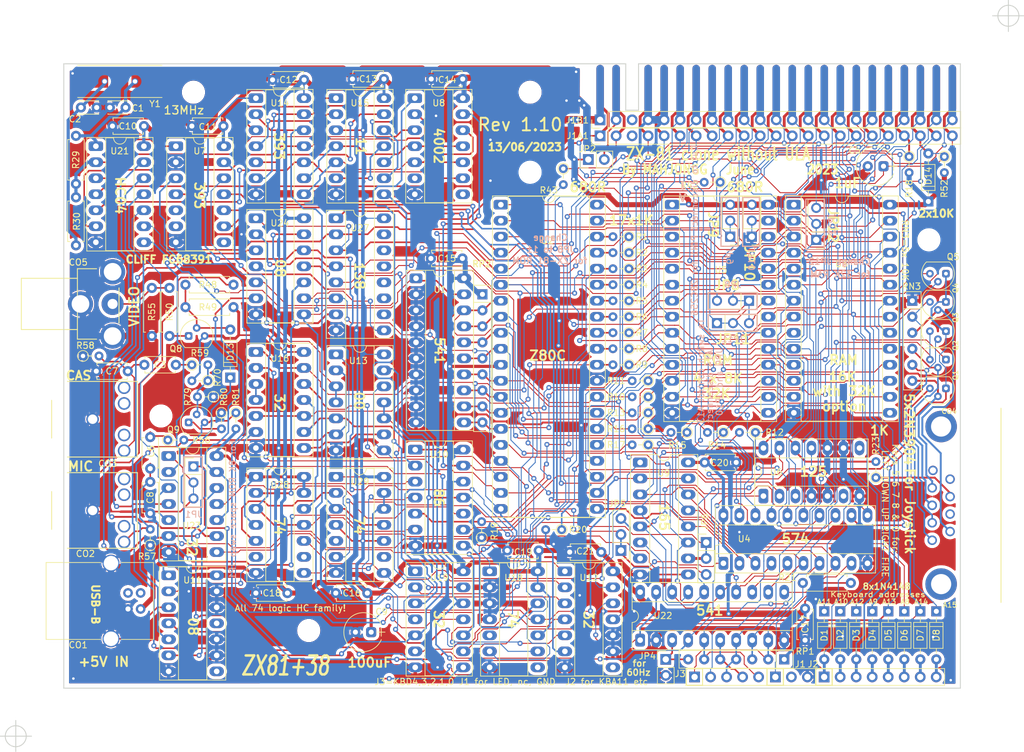
<source format=kicad_pcb>
(kicad_pcb (version 20241229) (generator "pcbnew") (generator_version "9.0")
  (title_block (title "ZX81+38 revision 1.10") (date "2023-06-13") (rev "1.10") (comment 1 "added keep out areas around JP1, updated transistor footprints Rev 1.10 moved some NPTH") (comment 2 "corrected non plated holes , and USB positions, mirror keyboard data connector J3 ") (comment 3 "used U18A as clock signal inverter for CPU clock, added joystick pulldown RN3 +R23=1K") (comment 4 "Updates for rev 1.8 + 1.9    Moving U13 down a bit away from U27, corrected CO2 ,CO3"))
  (layers (0 "F.Cu" signal) (2 "B.Cu" signal) (13 "F.Paste" user) (15 "B.Paste" user) (5 "F.SilkS" user "F.Silkscreen") (7 "B.SilkS" user "B.Silkscreen") (1 "F.Mask" user) (3 "B.Mask" user) (25 "Edge.Cuts" user))
  (net 0 "")
  (net 1 "GND")
  (net 11 "/A4")
  (net 12 "/A5")
  (net 13 "/A6")
  (net 14 "/A7")
  (net 15 "/A8")
  (net 16 "/A9")
  (net 17 "/A10")
  (net 18 "/A11")
  (net 19 "/A12")
  (net 20 "/A14")
  (net 21 "/A13")
  (net 22 "/A15")
  (net 23 "/A3")
  (net 24 "/A2")
  (net 25 "/A1")
  (net 26 "/A0")
  (net 28 "+5V")
  (net 30 "Net-(D8-Pad2)")
  (net 31 "Net-(D7-Pad2)")
  (net 32 "Net-(D6-Pad2)")
  (net 33 "Net-(D5-Pad2)")
  (net 34 "Net-(D4-Pad2)")
  (net 35 "Net-(D2-Pad2)")
  (net 44 "Net-(U24-Pad9)")
  (net 45 "Net-(U24-Pad10)")
  (net 46 "Net-(U24-Pad11)")
  (net 47 "Net-(U23-Pad10)")
  (net 48 "Net-(U23-Pad3)")
  (net 49 "/SH{slash}nLD")
  (net 51 "Net-(U21-Pad13)")
  (net 52 "Net-(U21-Pad6)")
  (net 53 "Net-(U21-Pad12)")
  (net 54 "Net-(U21-Pad4)")
  (net 57 "Net-(U28-Pad8)")
  (net 59 "Net-(U28-Pad5)")
  (net 60 "/n3.25M")
  (net 61 "Net-(U13-Pad1)")
  (net 62 "Net-(U13-Pad9)")
  (net 63 "Net-(U13-Pad10)")
  (net 64 "Net-(U13-Pad12)")
  (net 65 "Net-(U13-Pad13)")
  (net 66 "Net-(U14-Pad13)")
  (net 67 "Net-(U14-Pad5)")
  (net 68 "Net-(U14-Pad11)")
  (net 69 "Net-(U14-Pad4)")
  (net 70 "Net-(U14-Pad10)")
  (net 71 "Net-(U14-Pad3)")
  (net 72 "Net-(U14-Pad9)")
  (net 73 "Net-(U14-Pad8)")
  (net 74 "Net-(U15-Pad11)")
  (net 75 "Net-(U15-Pad12)")
  (net 76 "Net-(U16-Pad3)")
  (net 78 "Net-(C2-Pad1)")
  (net 79 "Net-(C1-Pad1)")
  (net 80 "Net-(D13-Pad2)")
  (net 81 "Net-(R48-Pad2)")
  (net 82 "Net-(R10-Pad2)")
  (net 83 "/D1'")
  (net 84 "/D4'")
  (net 85 "Net-(R17-Pad2)")
  (net 86 "Net-(R11-Pad2)")
  (net 87 "/D0'")
  (net 88 "/D7'")
  (net 89 "Net-(R12-Pad2)")
  (net 90 "Net-(R15-Pad2)")
  (net 91 "/D5'")
  (net 92 "/D2'")
  (net 93 "Net-(R13-Pad2)")
  (net 94 "Net-(R14-Pad2)")
  (net 95 "/D6'")
  (net 96 "/D3'")
  (net 97 "Net-(R16-Pad2)")
  (net 98 "/A7'")
  (net 99 "/A8'")
  (net 101 "/nIORQ")
  (net 102 "/nM1")
  (net 103 "Net-(U12-Pad1)")
  (net 104 "/6.5M")
  (net 105 "/END")
  (net 106 "Net-(U12-Pad2)")
  (net 107 "/3.25M")
  (net 108 "/VIDEO")
  (net 109 "Net-(R29-Pad1)")
  (net 110 "/A0'")
  (net 111 "/nROMCS")
  (net 112 "Net-(R42-Pad2)")
  (net 113 "Net-(R43-Pad2)")
  (net 114 "/nRAMCS")
  (net 115 "/A2'")
  (net 116 "/A3'")
  (net 117 "/A4'")
  (net 118 "/A5'")
  (net 119 "/A6'")
  (net 120 "/A1'")
  (net 121 "/nWR")
  (net 122 "/nRD")
  (net 123 "/nIN_FE")
  (net 124 "/nHALT")
  (net 125 "/nOUT")
  (net 126 "/nHSYNC")
  (net 127 "/nNMI")
  (net 128 "/nMREQ")
  (net 129 "/nRFSH")
  (net 132 "/DOWN")
  (net 133 "/UP")
  (net 134 "/FIRE")
  (net 135 "/RIGHT")
  (net 136 "/LEFT")
  (net 137 "Net-(C6-Pad2)")
  (net 138 "Net-(C3-Pad2)")
  (net 139 "Net-(Q8-Pad1)")
  (net 140 "/KBA12")
  (net 141 "/KBD3")
  (net 142 "/KBD0")
  (net 143 "/KBD4")
  (net 144 "/KBA11")
  (net 145 "/KBD2")
  (net 146 "Net-(Q9-Pad2)")
  (net 147 "/nCAS_IN")
  (net 148 "Net-(Q9-Pad1)")
  (net 149 "/nBUSRQ")
  (net 150 "Net-(JP4-Pad1)")
  (net 151 "Net-(C3-Pad1)")
  (net 152 "Net-(C6-Pad1)")
  (net 153 "/nVSYNC")
  (net 154 "/nRESET")
  (net 155 "/KBD1")
  (net 156 "/nBUSACK")
  (net 157 "/nWAIT")
  (net 158 "/HSYNC")
  (net 159 "/nPIXEL")
  (net 160 "/PIXEL")
  (net 161 "/ROW2")
  (net 162 "/ROW1")
  (net 163 "/nNOP")
  (net 165 "/INVERT")
  (net 166 "/VSYNC")
  (net 167 "/ROW0")
  (net 169 "/nPORCH")
  (net 170 "/nCSYNC")
  (net 171 "/CAS_IN")
  (net 173 "Net-(CO4-Pad8)")
  (net 176 "Net-(U12-Pad11)")
  (net 177 "Net-(U10-Pad8)")
  (net 178 "Net-(U10-Pad4)")
  (net 179 "Net-(U10-Pad2)")
  (net 180 "Net-(U10-Pad6)")
  (net 181 "Net-(U19-Pad8)")
  (net 182 "Net-(U23-Pad4)")
  (net 183 "Net-(R20-Pad2)")
  (net 184 "Net-(U12-Pad5)")
  (net 187 "Net-(J1-Pad1)")
  (net 188 "/9V")
  (footprint "rfbacklight:dB09-MALE" (layer "F.Cu") (at 197.612 118.31 90)
    (property "Reference" "CO4")
    (property "Value" "DB9_MALE")
  )
  (footprint "Diodes_THT:D_DO-35_SOD27_P7.62mm_Horizontal" (layer "F.Cu") (at 179.07 135.128 -90)
    (property "Reference" "D1")
    (property "Value" "1N4148")
  )
  (footprint "Diodes_THT:D_DO-35_SOD27_P7.62mm_Horizontal" (layer "F.Cu") (at 181.61 135.128 -90)
    (property "Reference" "D2")
    (property "Value" "1N4148")
  )
  (footprint "Diodes_THT:D_DO-35_SOD27_P7.62mm_Horizontal" (layer "F.Cu") (at 184.15 135.128 -90)
    (property "Reference" "D3")
    (property "Value" "1N4148")
  )
  (footprint "Diodes_THT:D_DO-35_SOD27_P7.62mm_Horizontal" (layer "F.Cu") (at 186.69 135.128 -90)
    (property "Reference" "D4")
    (property "Value" "1N4148")
  )
  (footprint "Diodes_THT:D_DO-35_SOD27_P7.62mm_Horizontal" (layer "F.Cu") (at 189.23 135.128 -90)
    (property "Reference" "D5")
    (property "Value" "1N4148")
  )
  (footprint "Diodes_THT:D_DO-35_SOD27_P7.62mm_Horizontal" (layer "F.Cu") (at 191.77 135.128 -90)
    (property "Reference" "D6")
    (property "Value" "1N4148")
  )
  (footprint "Diodes_THT:D_DO-35_SOD27_P7.62mm_Horizontal" (layer "F.Cu") (at 194.31 135.128 -90)
    (property "Reference" "D7")
    (property "Value" "1N4148")
  )
  (footprint "Diodes_THT:D_DO-35_SOD27_P7.62mm_Horizontal" (layer "F.Cu") (at 196.85 135.128 -90)
    (property "Reference" "D8")
    (property "Value" "1N4148")
  )
  (footprint "Connectors:USB_B" (layer "F.Cu") (at 70.61 134.752 180)
    (property "Reference" "CO1")
    (property "Value" "USB_B")
  )
  (footprint "connectors:SPC21348" (layer "F.Cu") (at 62.992 119.126)
    (property "Reference" "CO2")
    (property "Value" "MIC")
  )
  (footprint "connectors:SPC21348" (layer "F.Cu") (at 62.992 104.648)
    (property "Reference" "CO3")
    (property "Value" "EAR")
  )
  (footprint "connectors:RCA_CONNECTOR" (layer "F.Cu") (at 66.167 86.36 90)
    (property "Reference" "CO5")
    (property "Value" "CONN_COAXIAL")
  )
  (footprint "Pin_Headers:Pin_Header_Straight_1x23_Pitch2.54mm" (layer "F.Cu") (at 143.51 57.15 90)
    (property "Reference" "J1B1")
    (property "Value" "CONN_01X23")
  )
  (footprint "Pin_Headers:Pin_Header_Straight_1x23_Pitch2.54mm" (layer "F.Cu") (at 143.51 59.69 90)
    (property "Reference" "J1A1")
    (property "Value" "CONN_01X23")
  )
  (footprint "Pin_Headers:Pin_Header_Straight_1x08_Pitch2.54mm" (layer "F.Cu") (at 179.05476 145.542 90)
    (property "Reference" "J2")
    (property "Value" "CONN_01X08")
  )
  (footprint "Pin_Headers:Pin_Header_Straight_1x05_Pitch2.54mm" (layer "F.Cu") (at 158.496 145.542 90)
    (property "Reference" "J3")
    (property "Value" "CONN_01X05")
  )
  (footprint "Crystal:Crystal_SMD_HC49-SD" (layer "F.Cu") (at 67.31 51.054 180)
    (property "Reference" "Y1")
    (property "Value" "13MHz")
  )
  (footprint "Capacitors_THT:C_Disc_D3.0mm_W2.0mm_P2.50mm" (layer "F.Cu") (at 61.1378 55.1942)
    (property "Reference" "C2")
    (property "Value" "4.7p")
  )
  (footprint "Capacitors_THT:C_Disc_D3.0mm_W2.0mm_P2.50mm" (layer "F.Cu") (at 68.2244 55.1942 180)
    (property "Reference" "C1")
    (property "Value" "4.7p")
  )
  (footprint "TO_SOT_Packages_THT:TO-92_Molded_Narrow" (layer "F.Cu") (at 78.232 91.44)
    (property "Reference" "Q8")
    (property "Value" "2N3904")
  )
  (footprint "Resistors_THT:R_Axial_DIN0207_L6.3mm_D2.5mm_P7.62mm_Horizontal" (layer "F.Cu") (at 77.724 86.868)
    (property "Reference" "R49")
    (property "Value" "1K")
  )
  (footprint "Resistors_THT:R_Axial_DIN0207_L6.3mm_D2.5mm_P7.62mm_Horizontal" (layer "F.Cu") (at 77.724 83.312)
    (property "Reference" "R48")
    (property "Value" "470")
  )
  (footprint "Resistors_THT:R_Axial_DIN0204_L3.6mm_D1.6mm_P2.54mm_Vertical" (layer "F.Cu") (at 151.13 101.092 180)
    (property "Reference" "R10")
    (property "Value" "1K")
  )
  (footprint "Resistors_THT:R_Axial_DIN0204_L3.6mm_D1.6mm_P2.54mm_Vertical" (layer "F.Cu") (at 151.13 108.712 180)
    (property "Reference" "R17")
    (property "Value" "1K")
  )
  (footprint "Resistors_THT:R_Axial_DIN0204_L3.6mm_D1.6mm_P2.54mm_Vertical" (layer "F.Cu") (at 151.13 98.552 180)
    (property "Reference" "R11")
    (property "Value" "1K")
  )
  (footprint "Resistors_THT:R_Axial_DIN0204_L3.6mm_D1.6mm_P2.54mm_Vertical" (layer "F.Cu") (at 168.148 106.7435 180)
    (property "Reference" "R12")
    (property "Value" "1K")
  )
  (footprint "Resistors_THT:R_Axial_DIN0204_L3.6mm_D1.6mm_P2.54mm_Vertical" (layer "F.Cu") (at 157.2895 106.7435 180)
    (property "Reference" "R15")
    (property "Value" "1K")
  )
  (footprint "Resistors_THT:R_Axial_DIN0204_L3.6mm_D1.6mm_P2.54mm_Vertical" (layer "F.Cu") (at 151.13 103.632 180)
    (property "Reference" "R13")
    (property "Value" "1K")
  )
  (footprint "Resistors_THT:R_Axial_DIN0204_L3.6mm_D1.6mm_P2.54mm_Vertical" (layer "F.Cu") (at 163.068 106.7435 180)
    (property "Reference" "R14")
    (property "Value" "1K")
  )
  (footprint "Resistors_THT:R_Axial_DIN0204_L3.6mm_D1.6mm_P2.54mm_Vertical" (layer "F.Cu") (at 151.13 106.172 180)
    (property "Reference" "R16")
    (property "Value" "1K")
  )
  (footprint "Diodes_THT:D_DO-35_SOD27_P7.62mm_Horizontal" (layer "F.Cu") (at 84.836 98.044 90)
    (property "Reference" "D13")
    (property "Value" "BAT46")
  )
  (footprint "Mounting_Holes:MountingHole_3.2mm_M3" (layer "F.Cu") (at 73.83 101.85)
    (property "Reference" "MKMH5" (hide yes))
    (property "Value" "Case Mounting")
  )
  (footprint "Mounting_Holes:MountingHole_3.2mm_M3" (layer "F.Cu") (at 196.17 75.87)
    (property "Reference" "MKMH4" (hide yes))
    (property "Value" "Case Mounting")
  )
  (footprint "Mounting_Holes:MountingHole_2.5mm" (layer "F.Cu") (at 97.782 138.176)
    (property "Reference" "MKMH7" (hide yes))
    (property "Value" "Board mount 2.5mm")
  )
  (footprint "Mounting_Holes:MountingHole_2.5mm" (layer "F.Cu") (at 173.228 65.786)
    (property "Reference" "MKMH6" (hide yes))
    (property "Value" "Board mount 2.5mm")
  )
  (footprint "Mounting_Holes:MountingHole_3.2mm_M3" (layer "F.Cu") (at 132.4 52.77)
    (property "Reference" "MKMH2" (hide yes))
    (property "Value" "Hole 3mm")
  )
  (footprint "Mounting_Holes:MountingHole_3.2mm_M3" (layer "F.Cu") (at 132.4 65.47)
    (property "Reference" "MKMH3" (hide yes))
    (property "Value" "Case Mounting")
  )
  (footprint "Mounting_Holes:MountingHole_3.2mm_M3" (layer "F.Cu") (at 79.494 52.77)
    (property "Reference" "MKMH1" (hide yes))
    (property "Value" "Hole 3mm")
  )
  (footprint "Resistors_THT:R_Axial_DIN0207_L6.3mm_D2.5mm_P7.62mm_Horizontal" (layer "F.Cu") (at 60.3504 67.31 90)
    (property "Reference" "R29")
    (property "Value" "1M")
  )
  (footprint "Resistors_THT:R_Axial_DIN0207_L6.3mm_D2.5mm_P7.62mm_Horizontal" (layer "F.Cu") (at 60.3504 77.0636 90)
    (property "Reference" "R30")
    (property "Value" "1K")
  )
  (footprint "Resistors_THT:R_Axial_DIN0204_L3.6mm_D1.6mm_P2.54mm_Vertical" (layer "F.Cu") (at 148.082 96.012 180)
    (property "Reference" "R9")
    (property "Value" "1K")
  )
  (footprint "Resistors_THT:R_Axial_DIN0204_L3.6mm_D1.6mm_P2.54mm_Vertical" (layer "F.Cu") (at 162.56 67.056 180)
    (property "Reference" "R42")
    (property "Value" "680R")
  )
  (footprint "Resistors_THT:R_Axial_DIN0204_L3.6mm_D1.6mm_P2.54mm_Vertical" (layer "F.Cu") (at 137.668 64.897 -90)
    (property "Reference" "R43")
    (property "Value" "680R")
  )
  (footprint "Resistors_THT:R_Axial_DIN0204_L3.6mm_D1.6mm_P2.54mm_Vertical" (layer "F.Cu") (at 148.082 90.932 180)
    (property "Reference" "R7")
    (property "Value" "1K")
  )
  (footprint "Resistors_THT:R_Axial_DIN0204_L3.6mm_D1.6mm_P2.54mm_Vertical" (layer "F.Cu") (at 148.082 88.392 180)
    (property "Reference" "R6")
    (property "Value" "1K")
  )
  (footprint "Resistors_THT:R_Axial_DIN0204_L3.6mm_D1.6mm_P2.54mm_Vertical" (layer "F.Cu") (at 148.082 85.852 180)
    (property "Reference" "R5")
    (property "Value" "1K")
  )
  (footprint "Resistors_THT:R_Axial_DIN0204_L3.6mm_D1.6mm_P2.54mm_Vertical" (layer "F.Cu") (at 148.082 83.312 180)
    (property "Reference" "R4")
    (property "Value" "1K")
  )
  (footprint "Resistors_THT:R_Axial_DIN0204_L3.6mm_D1.6mm_P2.54mm_Vertical" (layer "F.Cu") (at 148.082 80.772 180)
    (property "Reference" "R3")
    (property "Value" "1K")
  )
  (footprint "Resistors_THT:R_Axial_DIN0204_L3.6mm_D1.6mm_P2.54mm_Vertical" (layer "F.Cu") (at 148.082 78.232 180)
    (property "Reference" "R2")
    (property "Value" "1K")
  )
  (footprint "Resistors_THT:R_Axial_DIN0204_L3.6mm_D1.6mm_P2.54mm_Vertical" (layer "F.Cu") (at 148.082 75.692 180)
    (property "Reference" "R1")
    (property "Value" "1K")
  )
  (footprint "Resistors_THT:R_Axial_DIN0204_L3.6mm_D1.6mm_P2.54mm_Vertical" (layer "F.Cu") (at 148.082 93.472 180)
    (property "Reference" "R8")
    (property "Value" "1K")
  )
  (footprint "TO_SOT_Packages_THT:TO-92_Molded_Narrow" (layer "F.Cu") (at 198.374 81.555 180)
    (property "Reference" "Q5")
    (property "Value" "2N3904")
  )
  (footprint "TO_SOT_Packages_THT:TO-92_Molded_Narrow" (layer "F.Cu") (at 198.374 86.0425 180)
    (property "Reference" "Q4")
    (property "Value" "2N3904")
  )
  (footprint "TO_SOT_Packages_THT:TO-92_Molded_Narrow" (layer "F.Cu") (at 198.374 90.678 180)
    (property "Reference" "Q3")
    (property "Value" "2N3904")
  )
  (footprint "TO_SOT_Packages_THT:TO-92_Molded_Narrow" (layer "F.Cu") (at 198.374 95.1865 180)
    (property "Reference" "Q2")
    (property "Value" "2N3904")
  )
  (footprint "TO_SOT_Packages_THT:TO-92_Molded_Narrow" (layer "F.Cu") (at 198.374 99.7585 180)
    (property "Reference" "Q1")
    (property "Value" "2N3904")
  )
  (footprint "TO_SOT_Packages_THT:TO-92_Molded_Narrow" (layer "F.Cu") (at 78.232 105.156)
    (property "Reference" "Q9")
    (property "Value" "2N3904")
  )
  (footprint "Resistors_THT:R_Axial_DIN0204_L3.6mm_D1.6mm_P2.54mm_Vertical" (layer "F.Cu") (at 81.28 98.552 180)
    (property "Reference" "R70")
    (property "Value" "220K")
  )
  (footprint "Resistors_THT:R_Axial_DIN0204_L3.6mm_D1.6mm_P2.54mm_Vertical" (layer "F.Cu") (at 187.2615 113.919 90)
    (property "Reference" "R23")
    (property "Value" "1K")
  )
  (footprint "Resistors_THT:R_Axial_DIN0204_L3.6mm_D1.6mm_P2.54mm_Vertical" (layer "F.Cu") (at 192.532 62.992 -90)
    (property "Reference" "R18")
    (property "Value" "10K")
  )
  (footprint "Resistors_THT:R_Axial_DIN0204_L3.6mm_D1.6mm_P2.54mm_Vertical" (layer "F.Cu") (at 85.725 103.632 -90)
    (property "Reference" "R81")
    (property "Value" "10K")
  )
  (footprint "Resistors_THT:R_Axial_DIN0204_L3.6mm_D1.6mm_P2.54mm_Vertical" (layer "F.Cu") (at 83.439 103.632 -90)
    (property "Reference" "R80")
    (property "Value" "220R")
  )
  (footprint "Resistors_THT:R_Axial_DIN0204_L3.6mm_D1.6mm_P2.54mm_Vertical" (layer "F.Cu") (at 82.169 101.092 180)
    (property "Reference" "R79")
    (property "Value" "82K")
  )
  (footprint "Resistors_THT:R_Axial_DIN0204_L3.6mm_D1.6mm_P2.54mm_Vertical" (layer "F.Cu") (at 78.74 96.012)
    (property "Reference" "R59")
    (property "Value" "10K")
  )
  (footprint "Resistors_THT:R_Axial_DIN0204_L3.6mm_D1.6mm_P2.54mm_Vertical" (layer "F.Cu") (at 61.468 94.615)
    (property "Reference" "R58")
    (property "Value" "1K")
  )
  (footprint "Resistors_THT:R_Axial_DIN0204_L3.6mm_D1.6mm_P2.54mm_Vertical" (layer "F.Cu") (at 72.136 124.644 90)
    (property "Reference" "R57")
    (property "Value" "2K2")
  )
  (footprint "Resistors_THT:R_Axial_DIN0204_L3.6mm_D1.6mm_P2.54mm_Vertical" (layer "F.Cu") (at 74.93 107.95)
    (property "Reference" "R56")
    (property "Value" "47K")
  )
  (footprint "Resistors_THT:R_Axial_DIN0204_L3.6mm_D1.6mm_P2.54mm_Vertical" (layer "F.Cu") (at 198.12 62.992 -90)
    (property "Reference" "R52")
    (property "Value" "10K")
  )
  (footprint "Pin_Headers:Pin_Header_Straight_1x03_Pitch2.54mm" (layer "F.Cu") (at 160.3375 124.206)
    (property "Reference" "JP6")
    (property "Value" "Jumper_NC_Dual")
  )
  (footprint "Pin_Headers:Pin_Header_Straight_1x03_Pitch2.54mm" (layer "F.Cu") (at 177.8 76.2 180)
    (property "Reference" "JP12")
    (property "Value" "Jumper_NC_Dual")
  )
  (footprint "Pin_Headers:Pin_Header_Straight_1x03_Pitch2.54mm" (layer "F.Cu") (at 162.052 89.408 90)
    (property "Reference" "JP11")
    (property "Value" "Jumper_NC_Dual")
  )
  (footprint "Pin_Headers:Pin_Header_Straight_1x03_Pitch2.54mm" (layer "F.Cu") (at 167.5765 75.692 180)
    (property "Reference" "JP10")
    (property "Value" "Jumper_NC_Dual")
  )
  (footprint "Pin_Headers:Pin_Header_Straight_1x03_Pitch2.54mm" (layer "F.Cu") (at 164.1475 75.692 180)
    (property "Reference" "JP9")
    (property "Value" "Jumper_NC_Dual")
  )
  (footprint "Pin_Headers:Pin_Header_Straight_1x03_Pitch2.54mm" (layer "F.Cu") (at 167.132 85.852 -90)
    (property "Reference" "JP8")
    (property "Value" "Jumper_NC_Dual")
  )
  (footprint "Pin_Headers:Pin_Header_Straight_1x03_Pitch2.54mm" (layer "F.Cu") (at 146.812 125.476 180)
    (property "Reference" "JP5")
    (property "Value" "Jumper_NC_Dual")
  )
  (footprint "Pin_Headers:Pin_Header_Straight_1x02_Pitch2.54mm" (layer "F.Cu") (at 153.924 142.748)
    (property "Reference" "JP4")
    (property "Value" "50/60Hz")
  )
  (footprint "Diodes_THT:D_DO-35_SOD27_P7.62mm_Horizontal" (layer "F.Cu") (at 195.58 70.104 90)
    (property "Reference" "D14")
    (property "Value" "1N4148")
  )
  (footprint "Capacitors_THT:C_Disc_D4.7mm_W2.5mm_P5.00mm" (layer "F.Cu") (at 72.136 114.594 -90)
    (property "Reference" "C8")
    (property "Value" "47nF")
  )
  (footprint "Capacitors_THT:C_Disc_D4.7mm_W2.5mm_P5.00mm" (layer "F.Cu") (at 68.58 97.028 180)
    (property "Reference" "C7")
    (property "Value" "47pF")
  )
  (footprint "Capacitors_THT:C_Disc_D4.7mm_W2.5mm_P5.00mm" (layer "F.Cu") (at 76.2 96.012 180)
    (property "Reference" "C3")
    (property "Value" "4n7")
  )
  (footprint "Capacitors_THT:CP_Radial_Tantal_D6.0mm_P2.50mm" (layer "F.Cu") (at 107.188 138.43 180)
    (property "Reference" "C9")
    (property "Value" "100uF")
  )
  (footprint "Capacitors_THT:CP_Radial_Tantal_D6.0mm_P2.50mm" (layer "F.Cu") (at 188.468 64.516 180)
    (property "Reference" "C5")
    (property "Value" "1uF")
  )
  (footprint "Resistors_THT:R_Axial_DIN0204_L3.6mm_D1.6mm_P2.54mm_Vertical" (layer "F.Cu") (at 124.714 123.444 90)
    (property "Reference" "R19")
    (property "Value" "10K")
  )
  (footprint "Pin_Headers:Pin_Header_Straight_1x03_Pitch2.54mm" (layer "F.Cu") (at 78.994 112.141)
    (property "Reference" "JP1")
    (property "Value" "Jumper_NC_Dual")
  )
  (footprint "Resistors_THT:R_Array_SIP7" (layer "F.Cu") (at 172.72 142.748 180)
    (property "Reference" "RP1")
    (property "Value" "R_Network06")
  )
  (footprint "Capacitors_THT:C_Disc_D4.7mm_W2.5mm_P5.00mm" (layer "F.Cu") (at 138.684 125.73)
    (property "Reference" "C21")
    (property "Value" "100nF")
  )
  (footprint "Capacitors_THT:C_Disc_D4.7mm_W2.5mm_P5.00mm" (layer "F.Cu") (at 165.1 111.506 180)
    (property "Reference" "C20")
    (property "Value" "100nF")
  )
  (footprint "Capacitors_THT:C_Disc_D4.7mm_W2.5mm_P5.00mm" (layer "F.Cu") (at 128.778 125.476)
    (property "Reference" "C19")
    (property "Value" "100nF")
  )
  (footprint "Capacitors_THT:C_Disc_D4.7mm_W2.5mm_P5.00mm" (layer "F.Cu") (at 88.9 132.2324)
    (property "Reference" "C18")
    (property "Value" "100nF")
  )
  (footprint "Capacitors_THT:C_Disc_D4.7mm_W2.5mm_P5.00mm" (layer "F.Cu") (at 176.022 139.7 90)
    (property "Reference" "C17")
    (property "Value" "100nF")
  )
  (footprint "Capacitors_THT:C_Disc_D4.7mm_W2.5mm_P5.00mm" (layer "F.Cu") (at 101.5746 132.2324)
    (property "Reference" "C16")
    (property "Value" "100nF")
  )
  (footprint "Capacitors_THT:C_Disc_D4.7mm_W2.5mm_P5.00mm" (layer "F.Cu") (at 116.666 79.1464)
    (property "Reference" "C15")
    (property "Value" "100nF")
  )
  (footprint "Capacitors_THT:C_Disc_D4.7mm_W2.5mm_P5.00mm" (layer "F.Cu") (at 116.713 50.673)
    (property "Reference" "C14")
    (property "Value" "100nF")
  )
  (footprint "Capacitors_THT:C_Disc_D4.7mm_W2.5mm_P5.00mm" (layer "F.Cu") (at 104.2162 50.673)
    (property "Reference" "C13")
    (property "Value" "100nF")
  )
  (footprint "Capacitors_THT:C_Disc_D4.7mm_W2.5mm_P5.00mm" (layer "F.Cu") (at 91.5416 50.8)
    (property "Reference" "C12")
    (property "Value" "100nF")
  )
  (footprint "Capacitors_THT:C_Disc_D4.7mm_W2.5mm_P5.00mm" (layer "F.Cu") (at 78.74 58.1406)
    (property "Reference" "C11")
    (property "Value" "100nF")
  )
  (footprint "Capacitors_THT:C_Disc_D4.7mm_W2.5mm_P5.00mm" (layer "F.Cu") (at 66.1416 58.1406)
    (property "Reference" "C10")
    (property "Value" "100nF")
  )
  (footprint "Capacitors_THT:C_Disc_D4.7mm_W2.5mm_P5.00mm" (layer "F.Cu") (at 72.136 107.482 -90)
    (property "Reference" "C6")
    (property "Value" "100nF")
  )
  (footprint "Resistors_THT:R_Axial_DIN0207_L6.3mm_D2.5mm_P7.62mm_Horizontal" (layer "F.Cu") (at 72.39 91.44 90)
    (property "Reference" "R55")
    (property "Value" "100")
  )
  (footprint "Resistors_THT:R_Axial_DIN0207_L6.3mm_D2.5mm_P7.62mm_Horizontal" (layer "F.Cu") (at 75.184 83.82 -90)
    (property "Reference" "R50")
    (property "Value" "100")
  )
  (footprint "connectors:DIP-14_Socket_Ideal" (layer "F.Cu") (at 88.9 53.721)
    (property "Reference" "U14")
    (property "Value" "SN74HC393N")
  )
  (footprint "connectors:DIP-14_Socket_Ideal" (layer "F.Cu") (at 88.9 113.792)
    (property "Reference" "U28")
    (property "Value" "74HC74")
  )
  (footprint "connectors:DIP-14_Socket_Ideal" (layer "F.Cu") (at 88.9 72.771)
    (property "Reference" "U24")
    (property "Value" "74HC08")
  )
  (footprint "connectors:DIP-14_Socket_Ideal" (layer "F.Cu") (at 75.057 110.49)
    (property "Reference" "U23")
    (property "Value" "74HC32")
  )
  (footprint "connectors:DIP-14_Socket_Ideal" (layer "F.Cu") (at 114.173 128.778)
    (property "Reference" "U19")
    (property "Value" "74HC32")
  )
  (footprint "connectors:DIP-14_Socket_Ideal" (layer "F.Cu") (at 125.984 128.778)
    (property "Reference" "U18")
    (property "Value" "74HC74")
  )
  (footprint "connectors:DIP-14_Socket_Ideal" (layer "F.Cu") (at 88.9 93.98)
    (property "Reference" "U16")
    (property "Value" "74HC32")
  )
  (footprint "connectors:DIP-14_Socket_Ideal" (layer "F.Cu") (at 101.6 53.721)
    (property "Reference" "U15")
    (property "Value" "74HC11")
  )
  (footprint "connectors:DIP-14_Socket_Ideal" (layer "F.Cu") (at 101.6 94.356)
    (property "Reference" "U13")
    (property "Value" "74HC00")
  )
  (footprint "connectors:DIP-14_Socket_Ideal" (layer "F.Cu") (at 137.922 128.778)
    (property "Reference" "U12")
    (property "Value" "74HC32")
  )
  (footprint "connectors:DIP-14_Socket_Ideal" (layer "F.Cu") (at 75.057 129.413)
    (property "Reference" "U11")
    (property "Value" "74HC08")
  )
  (footprint "connectors:DIP-14_Socket_Ideal" (layer "F.Cu") (at 114.173 109.474)
    (property "Reference" "U10")
    (property "Value" "74HC86")
  )
  (footprint "connectors:DIP-14_Socket_Ideal" (layer "F.Cu") (at 114.1095 53.721)
    (property "Reference" "U8")
    (property "Value" "HC4002")
  )
  (footprint "connectors:DIP-14_Socket_Ideal" (layer "F.Cu") (at 76.2 61.341)
    (property "Reference" "U7")
    (property "Value" "SN74HC393N")
  )
  (footprint "connectors:DIP-14_Socket_Ideal" (layer "F.Cu") (at 169.418 116.84 90)
    (property "Reference" "U6")
    (property "Value" "74HC125")
  )
  (footprint "connectors:DIP-14_Socket_Ideal" (layer "F.Cu") (at 101.6 113.792)
    (property "Reference" "U29")
    (property "Value" "74HC74")
  )
  (footprint "connectors:DIP-16_Ideal" (layer "F.Cu") (at 101.6 72.771)
    (property "Reference" "U27")
    (property "Value" "74HC138")
  )
  (footprint "connectors:DIP-16_Ideal" (layer "F.Cu") (at 149.86 111.506)
    (property "Reference" "U9")
    (property "Value" "74HC165")
  )
  (footprint "connectors:DIP-20_Ideal" (layer "F.Cu") (at 114.3 82.296)
    (property "Reference" "U1")
    (property "Value" "CD74HC541E")
  )
  (footprint "connectors:DIP-20_Ideal" (layer "F.Cu") (at 163.068 127.508 90)
    (property "Reference" "U4")
    (property "Value" "74HC574")
  )
  (footprint "connectors:DIP-20_Ideal" (layer "F.Cu") (at 149.86 139.7 90)
    (property "Reference" "U22")
    (property "Value" "CD74HC541E")
  )
  (footprint "connectors:DIP-40_ideal" (layer "F.Cu") (at 127.762 70.612)
    (property "Reference" "U2")
    (property "Value" "Z80CPU")
  )
  (footprint "connectors:DIP-28_Ideal" (layer "F.Cu") (at 154.94 70.612)
    (property "Reference" "U5")
    (property "Value" "27C256")
  )
  (footprint "connectors:DIP-28_Ideal" (layer "F.Cu") (at 174.244 70.612)
    (property "Reference" "U3")
    (property "Value" "HM62256BLP-7")
  )
  (footprint "Resistors_THT:R_Array_SIP9" (layer "F.Cu") (at 124.841 84.836 -90)
    (property "Reference" "RP2")
    (property "Value" "R_Network08")
  )
  (footprint "Resistors_THT:R_Axial_DIN0204_L3.6mm_D1.6mm_P2.54mm_Vertical" (layer "F.Cu") (at 137.414 122.174 180)
    (property "Reference" "R20")
    (property "Value" "680R")
  )
  (footprint "Pin_Headers:Pin_Header_Straight_1x03_Pitch2.54mm" (layer "F.Cu") (at 171.31284 145.542 90)
    (property "Reference" "J1")
    (property "Value" "CONN_01X05")
  )
  (footprint "Resistors_THT:R_Axial_DIN0207_L6.3mm_D2.5mm_P7.62mm_Horizontal" (layer "F.Cu") (at 175.6664 130.62458)
    (property "Reference" "R21")
    (property "Value" "330")
  )
  (footprint "Pin_Headers:Pin_Header_Straight_1x02_Pitch2.54mm" (layer "F.Cu") (at 141.63548 63.4492 90)
    (property "Reference" "JP2")
    (property "Value" ".")
  )
  (footprint "Resistor_THT:R_Array_SIP6" (layer "F.Cu") (at 193.04 85.852 -90)
    (property "Reference" "RN3")
    (property "Value" "5 x 10K")
  )
  (footprint "connectors:DIP-14_Socket_Ideal" (layer "F.Cu") (at 63.51 61.336)
    (property "Reference" "U21")
    (property "Value" "HC04")
  )
  (gr_line (start 180.32476 146.872) (end 177.72284 146.872) (stroke (width 0.2)) (layer "F.SilkS"))
  (gr_line (start 177.72284 144.212) (end 180.32476 144.212) (stroke (width 0.2)) (layer "F.SilkS"))
  (gr_line (start 172.58284 144.212) (end 172.58284 146.872) (stroke (width 0.2)) (layer "F.SilkS"))
  (gr_line (start 159.766 146.872) (end 159.766 144.212) (stroke (width 0.15)) (layer "F.SilkS"))
  (gr_line (start 169.986 146.872) (end 169.986 144.212) (stroke (width 0.2)) (layer "F.SilkS"))
  (gr_line (start 177.72284 146.872) (end 177.72284 144.212) (stroke (width 0.2)) (layer "F.SilkS"))
  (gr_line (start 172.58284 146.872) (end 169.98284 146.872) (stroke (width 0.2)) (layer "F.SilkS"))
  (gr_line (start 157.166 146.872) (end 159.766 146.872) (stroke (width 0.2)) (layer "F.SilkS"))
  (gr_line (start 157.166 146.872) (end 157.166 144.212) (stroke (width 0.2)) (layer "F.SilkS"))
  (gr_line (start 169.986 144.212) (end 172.58284 144.212) (stroke (width 0.2)) (layer "F.SilkS"))
  (gr_line (start 159.766 144.212) (end 157.226 144.212) (stroke (width 0.2)) (layer "F.SilkS"))
  (gr_line (start 180.32476 144.212) (end 180.32476 146.872) (stroke (width 0.2)) (layer "F.SilkS"))
  (gr_line (start 166.116 69.469) (end 166.243 69.469) (stroke (width 0.2)) (layer "B.SilkS"))
  (gr_line (start 80.391 110.617) (end 80.391 118.618) (stroke (width 0.2)) (layer "B.SilkS"))
  (gr_line (start 179.07 77.724) (end 176.149 77.724) (stroke (width 0.2)) (layer "B.SilkS"))
  (gr_line (start 165.354 77.216) (end 163.068 77.216) (stroke (width 0.2)) (layer "B.SilkS"))
  (gr_line (start 179.07 69.723) (end 179.07 77.724) (stroke (width 0.2)) (layer "B.SilkS"))
  (gr_line (start 77.47 118.618) (end 77.47 110.617) (stroke (width 0.2)) (layer "B.SilkS"))
  (gr_line (start 168.402 88.011) (end 168.402 90.678) (stroke (width 0.2)) (layer "B.SilkS"))
  (gr_line (start 160.655 88.011) (end 168.402 88.011) (stroke (width 0.2)) (layer "B.SilkS"))
  (gr_line (start 160.655 84.582) (end 168.402 84.582) (stroke (width 0.2)) (layer "B.SilkS"))
  (gr_line (start 80.391 118.618) (end 77.47 118.618) (stroke (width 0.2)) (layer "B.SilkS"))
  (gr_line (start 160.655 90.678) (end 160.655 88.011) (stroke (width 0.2)) (layer "B.SilkS"))
  (gr_line (start 176.276 69.723) (end 179.07 69.723) (stroke (width 0.2)) (layer "B.SilkS"))
  (gr_line (start 176.149 77.724) (end 176.149 69.723) (stroke (width 0.2)) (layer "B.SilkS"))
  (gr_line (start 168.402 87.249) (end 160.655 87.249) (stroke (width 0.2)) (layer "B.SilkS"))
  (gr_line (start 168.402 90.678) (end 160.655 90.678) (stroke (width 0.2)) (layer "B.SilkS"))
  (gr_line (start 168.783 77.216) (end 166.116 77.216) (stroke (width 0.2)) (layer "B.SilkS"))
  (gr_line (start 168.402 84.582) (end 168.402 87.249) (stroke (width 0.2)) (layer "B.SilkS"))
  (gr_line (start 162.941 77.216) (end 162.687 77.216) (stroke (width 0.2)) (layer "B.SilkS"))
  (gr_line (start 160.655 87.249) (end 160.655 84.582) (stroke (width 0.2)) (layer "B.SilkS"))
  (gr_line (start 162.687 69.469) (end 162.941 69.469) (stroke (width 0.2)) (layer "B.SilkS"))
  (gr_line (start 166.116 77.216) (end 166.116 69.469) (stroke (width 0.2)) (layer "B.SilkS"))
  (gr_line (start 162.687 77.216) (end 162.687 69.469) (stroke (width 0.2)) (layer "B.SilkS"))
  (gr_line (start 166.243 69.469) (end 168.783 69.469) (stroke (width 0.2)) (layer "B.SilkS"))
  (gr_line (start 77.47 110.617) (end 80.391 110.617) (stroke (width 0.2)) (layer "B.SilkS"))
  (gr_line (start 162.941 69.469) (end 165.354 69.469) (stroke (width 0.2)) (layer "B.SilkS"))
  (gr_line (start 163.068 77.216) (end 162.941 77.216) (stroke (width 0.2)) (layer "B.SilkS"))
  (gr_line (start 165.354 69.469) (end 165.354 77.216) (stroke (width 0.2)) (layer "B.SilkS"))
  (gr_line (start 168.783 69.469) (end 168.783 77.216) (stroke (width 0.2)) (layer "B.SilkS"))
  (gr_line (start 147.574 48.26) (end 58.42 48.26) (stroke (width 0.15)) (layer "Edge.Cuts"))
  (gr_line (start 58.42 147.32) (end 200.66 147.32) (stroke (width 0.15)) (layer "Edge.Cuts"))
  (gr_line (start 147.574 48.26) (end 147.574 55.626) (stroke (width 0.15)) (layer "Edge.Cuts"))
  (gr_line (start 149.606 55.626) (end 149.606 48.26) (stroke (width 0.15)) (layer "Edge.Cuts"))
  (gr_line (start 200.66 48.26) (end 149.606 48.26) (stroke (width 0.15)) (layer "Edge.Cuts"))
  (gr_line (start 200.66 147.32) (end 200.66 48.26) (stroke (width 0.15)) (layer "Edge.Cuts"))
  (gr_line (start 58.42 48.26) (end 58.42 147.32) (stroke (width 0.15)) (layer "Edge.Cuts"))
  (gr_line (start 147.574 55.626) (end 149.606 55.626) (stroke (width 0.15)) (layer "Edge.Cuts"))
  (gr_text "2023" (at 178.816 65.024 0) (layer "F.SilkS") (effects (font (size 1.5 1.3) (thickness 0.3))))
  (gr_text "74" (at 92.6465 121.6025 -90) (layer "F.SilkS") (effects (font (size 1.5 1.5) (thickness 0.3))))
  (gr_text "+5V IN" (at 64.77 143.129 0) (layer "F.SilkS") (effects (font (size 1.5 1.5) (thickness 0.3))))
  (gr_text "Z80C" (at 135.1915 94.5515 0) (layer "F.SilkS") (effects (font (size 1.5 1.5) (thickness 0.3))))
  (gr_text "574" (at 174.498 123.6345 0) (layer "F.SilkS") (effects (font (size 1.5 1.5) (thickness 0.3))))
  (gr_text "JP8" (at 163.6395 83.3755 0) (layer "F.SilkS") (effects (font (size 1.5 1.5) (thickness 0.3))))
  (gr_text "16K\n" (at 181.991 97.917 0) (layer "F.SilkS") (effects (font (size 1.5 1.5) (thickness 0.3))))
  (gr_text "32" (at 141.6685 136.4615 -90) (layer "F.SilkS") (effects (font (size 1.5 1.5) (thickness 0.3))))
  (gr_text "Keys 5 6 7 8 & 0 for:" (at 190.373 117.221 -90) (layer "F.SilkS") (effects (font (size 1 1))))
  (gr_text "13/06/2023" (at 131.572 61.468 0) (layer "F.SilkS") (effects (font (size 1.2 1.2) (thickness 0.3))))
  (gr_text "LEFT DOWN UP RIGHT FIRE" (at 188.722 119.634 -90) (layer "F.SilkS") (effects (font (size 1 1))))
  (gr_text "ZX-81 clone without ULA" (at 162.25012 62.55766 0) (layer "F.SilkS") (effects (font (size 2 1.5) (thickness 0.3))))
  (gr_text "A15" (at 199.009 134.112 0) (layer "F.SilkS") (effects (font (size 0.8 0.8))))
  (gr_text "CAS" (at 60.7695 97.7265 0) (layer "F.SilkS") (effects (font (size 1.4 1.4) (thickness 0.3))))
  (gr_text "4002" (at 117.9195 61.2775 -90) (layer "F.SilkS") (effects (font (size 1.5 1.5) (thickness 0.3))))
  (gr_text "A13\n" (at 189.357 133.604 0) (layer "F.SilkS") (effects (font (size 0.8 0.8))))
  (gr_text "5x2N3904" (at 192.532 106.2355 -90) (layer "F.SilkS") (effects (font (size 1.5 1.5) (thickness 0.3))))
  (gr_text "A12" (at 184.277 133.604 0) (layer "F.SilkS") (effects (font (size 0.8 0.8))))
  (gr_text "4 x 8K" (at 162.179 98.171 0) (layer "F.SilkS") (effects (font (size 1.5 1.5) (thickness 0.3))))
  (gr_text "13MHz" (at 77.47 55.626 0) (layer "F.SilkS") (effects (font (size 1.3 1.3) (thickness 0.2))))
  (gr_text "JP11" (at 164.592 91.948 0) (layer "F.SilkS") (effects (font (size 1.5 1.5) (thickness 0.3))))
  (gr_text "MIC" (at 61.087 112.141 0) (layer "F.SilkS") (effects (font (size 1.5 1.5) (thickness 0.3))))
  (gr_text "RAM" (at 182.118 95.25 0) (layer "F.SilkS") (effects (font (size 1.5 1.5) (thickness 0.3))))
  (gr_text "32" (at 92.6465 102.0445 -90) (layer "F.SilkS") (effects (font (size 1.5 1.5) (thickness 0.3))))
  (gr_text "A11" (at 179.07 133.604 0) (layer "F.SilkS") (effects (font (size 0.8 0.8))))
  (gr_text "JP10" (at 167.1955 79.9465 -90) (layer "F.SilkS") (effects (font (size 1.5 1.5) (thickness 0.3))))
  (gr_text "00" (at 105.283 101.727 -90) (layer "F.SilkS") (effects (font (size 1.5 1.5) (thickness 0.3))))
  (gr_text "8x1N4148" (at 188.976 131.191 0) (layer "F.SilkS") (effects (font (size 1 1) (thickness 0.2))))
  (gr_text "393" (at 92.583 61.341 -90) (layer "F.SilkS") (effects (font (size 1.5 1.5) (thickness 0.3))))
  (gr_text "\n60Hz" (at 149.606 144.018 0) (layer "F.SilkS") (effects (font (size 1 1) (thickness 0.2))))
  (gr_text "for" (at 149.733 143.383 0) (layer "F.SilkS") (effects (font (size 1 1) (thickness 0.2))))
  (gr_text "74" (at 105.283 121.4755 -90) (layer "F.SilkS") (effects (font (size 1.5 1.5) (thickness 0.3))))
  (gr_text "1uF\n" (at 182.753 67.183 0) (layer "F.SilkS") (effects (font (size 1.5 1.5) (thickness 0.3))))
  (gr_text "A8" (at 191.897 133.604 0) (layer "F.SilkS") (effects (font (size 0.8 0.8))))
  (gr_text "ROM" (at 162.179 95.25 0) (layer "F.SilkS") (effects (font (size 1.5 1.5) (thickness 0.3))))
  (gr_text "32" (at 117.9195 136.398 -90) (layer "F.SilkS") (effects (font (size 1.5 1.5) (thickness 0.3))))
  (gr_text "USB-B" (at 63.44158 134.01548 270) (layer "F.SilkS") (effects (font (size 1.2 1.2) (thickness 0.3))))
  (gr_text "\n08" (at 80.137 137.541 -90) (layer "F.SilkS") (effects (font (size 1.5 1.5) (thickness 0.3))))
  (gr_text "32" (at 78.74 124.968 -90) (layer "F.SilkS") (effects (font (size 1.5 1.5) (thickness 0.3))))
  (gr_text "CLIFF FC68391" (at 75.1078 79.29626 0) (layer "F.SilkS") (effects (font (size 1.2 1.2) (thickness 0.3))))
  (gr_text "A14" (at 194.437 133.604 0) (layer "F.SilkS") (effects (font (size 0.8 0.8))))
  (gr_text "125" (at 177.3555 112.9665 0) (layer "F.SilkS") (effects (font (size 1.5 1.5) (thickness 0.3))))
  (gr_text "680R" (at 141.605 67.818 0) (layer "F.SilkS") (effects (font (size 1.5 1.5) (thickness 0.3))))
  (gr_text "08" (at 92.7735 80.7085 -90) (layer "F.SilkS") (effects (font (size 1.5 1.5) (thickness 0.3))))
  (gr_text "17x1K" (at 148.463 73.0885 0) (layer "F.SilkS") (effects (font (size 1.5 1.5) (thickness 0.3))))
  (gr_text "By MAHJONGG   June" (at 157.48 65.024 0) (layer "F.SilkS") (effects (font (size 1.5 1.3) (thickness 0.3))))
  (gr_text "JP12" (at 180.467 73.914 -90) (layer "F.SilkS") (effects (font (size 1.5 1.5) (thickness 0.3))))
  (gr_text "393" (at 79.9465 69.1515 -90) (layer "F.SilkS") (effects (font (size 1.5 1.5) (thickness 0.3))))
  (gr_text "JP9" (at 161.4297 73.79716 -90) (layer "F.SilkS") (effects (font (size 1.5 1.5) (thickness 0.3))))
  (gr_text "Keyboard addresses" (at 187.579 132.461 0) (layer "F.SilkS") (effects (font (size 0.8 1))))
  (gr_text "32K " (at 162.56 100.584 0) (layer "F.SilkS") (effects (font (size 1.5 1.5) (thickness 0.3))))
  (gr_text "J3=KBD4,3,2,1,0 J1 for LED, nc, GND  J2 for KBA11 etc" (at 129.413 146.304 0) (layer "F.SilkS") (effects (font (size 1 1))))
  (gr_text "680R" (at 166.497 67.818 0) (layer "F.SilkS") (effects (font (size 1.5 1.5) (thickness 0.3))))
  (gr_text "74" (at 129.667 136.398 -90) (layer "F.SilkS") (effects (font (size 1.5 1.5) (thickness 0.3))))
  (gr_text "541" (at 118.0465 93.7895 -90) (layer "F.SilkS") (effects (font (size 1.5 1.5) (thickness 0.3))))
  (gr_text "2x10K" (at 196.85 72.009 0) (layer "F.SilkS") (effects (font (size 1.2 1.2) (thickness 0.3))))
  (gr_text "All 74 logic HC family!" (at 94.361 134.62 0) (layer "F.SilkS") (effects (font (size 1 1))))
  (gr_text "with 32K" (at 182.245 100.203 0) (layer "F.SilkS") (effects (font (size 1.5 1.5) (thickness 0.3))))
  (gr_text "For Joystick" (at 192.659 119.253 -90) (layer "F.SilkS") (effects (font (size 1.5 1.5) (thickness 0.3))))
  (gr_text "VIDEO" (at 69.58838 86.75878 90) (layer "F.SilkS") (effects (font (size 1.5 1.5) (thickness 0.3))))
  (gr_text "1K" (at 187.833 106.426 0) (layer "F.SilkS") (effects (font (size 1.5 1.5) (thickness 0.3))))
  (gr_text "165" (at 153.67 120.2055 -90) (layer "F.SilkS") (effects (font (size 1.5 1.5) (thickness 0.3))))
  (gr_text "RN3=5x 10K" (at 191.897 77.851 -90) (layer "F.SilkS") (effects (font (size 1 1))))
  (gr_text "138" (at 105.3465 81.915 -90) (layer "F.SilkS") (effects (font (size 1.5 1.5) (thickness 0.3))))
  (gr_text "11" (at 105.537 61.341 -90) (layer "F.SilkS") (effects (font (size 1.5 1.5) (thickness 0.3))))
  (gr_text "HC04\n" (at 67.3735 69.1515 -90) (layer "F.SilkS") (effects (font (size 1.5 1.5) (thickness 0.3))))
  (gr_text "86" (at 117.9195 117.094 -90) (layer "F.SilkS") (effects (font (size 1.5 1.5) (thickness 0.3))))
  (gr_text "option" (at 182.245 102.616 0) (layer "F.SilkS") (effects (font (size 1.5 1.5) (thickness 0.3))))
  (gr_text "A10" (at 181.737 133.604 0) (layer "F.SilkS") (effects (font (size 0.8 0.8))))
  (gr_text "Rev 1.10" (at 130.81 57.912 0) (layer "F.SilkS") (effects (font (size 2 2) (thickness 0.3))))
  (gr_text "A9" (at 186.817 133.604 0) (layer "F.SilkS") (effects (font (size 0.8 0.8))))
  (gr_text "ZX81+38" (at 93.599 143.764 0) (layer "F.SilkS") (effects (font (size 3 2) (thickness 0.4) (italic yes))))
  (gr_text "100uF" (at 106.934 143.256 0) (layer "F.SilkS") (effects (font (size 1.5 1.5) (thickness 0.3))))
  (gr_text "541" (at 160.909 135.001 0) (layer "F.SilkS") (effects (font (size 1.5 1.5) (thickness 0.3))))
  (gr_text "Cut to disconnect PIN1 for 28C256" (at 158.496 74.676 90) (layer "B.SilkS") (effects (font (size 1 1)) (justify mirror)))
  (gr_text "Change JP12" (at 181.483 79.629 0) (layer "B.SilkS") (effects (font (size 1 1) (thickness 0.2)) (justify mirror)))
  (gr_text "for 32K RAM" (at 181.61 81.661 0) (layer "B.SilkS") (effects (font (size 1 1) (thickness 0.2)) (justify mirror)))
  (gr_text "To switch control A13," (at 159.512 97.282 90) (layer "B.SilkS") (effects (font (size 1 1)) (justify mirror)))
  (gr_text "JP9 and JP10" (at 162.433 98.806 90) (layer "B.SilkS") (effects (font (size 1 1)) (justify mirror)))
  (gr_text "Change " (at 135.255 75.819 0) (layer "B.SilkS") (effects (font (size 1 1) (thickness 0.2)) (justify mirror)))
  (gr_text "A14 disconnect " (at 160.909 99.822 90) (layer "B.SilkS") (effects (font (size 1 1)) (justify mirror)))
  (gr_text "<-" (at 156.70784 68.53682 270) (layer "B.SilkS") (effects (font (size 1.5 1.5) (thickness 0.3)) (justify mirror)))
  (gr_text "for ZX-81 ROM" (at 135.509 79.502 0) (layer "B.SilkS") (effects (font (size 1 1) (thickness 0.2)) (justify mirror)))
  (gr_text "For 8K ROM space swap JP1" (at 85.217 118.999 90) (layer "B.SilkS") (effects (font (size 1 1)) (justify mirror)))
  (gr_text "JP8 to 11" (at 135.636 77.724 0) (layer "B.SilkS") (effects (font (size 1 1) (thickness 0.2)) (justify mirror)))
  (target plus (at 208.28 40.64) (size 5) (width 0.15) (layer "Edge.Cuts"))
  (target plus (at 50.8 154.94) (size 5) (width 0.15) (layer "Edge.Cuts"))
  (segment (start 153.035 145.288) (end 153.924 145.288) (width 1) (layer "F.Cu") (net 1))
  (segment (start 172.72 139.7) (end 176.022 139.7) (width 0.8) (layer "F.Cu") (net 1))
  (segment (start 145.542 141.478) (end 147.701 143.637) (width 0.45) (layer "F.Cu") (net 1))
  (segment (start 147.701 143.637) (end 147.701 146.05) (width 0.45) (layer "F.Cu") (net 1))
  (segment (start 147.701 146.05) (end 148.844 146.05) (width 1) (layer "F.Cu") (net 1))
  (segment (start 140.7795 54.5465) (end 135.255 49.022) (width 1) (layer "F.Cu") (net 1))
  (segment (start 135.255 49.022) (end 118.1735 49.022) (width 1) (layer "F.Cu") (net 1))
  (segment (start 118.1735 49.022) (end 116.713 50.4825) (width 1) (layer "F.Cu") (net 1))
  (segment (start 184.658 115.8875) (end 182.9435 114.173) (width 0.8) (layer "F.Cu") (net 1))
  (segment (start 182.9435 114.173) (end 180.5305 114.173) (width 0.8) (layer "F.Cu") (net 1))
  (segment (start 180.5305 114.173) (end 179.578 115.1255) (width 0.8) (layer "F.Cu") (net 1))
  (segment (start 179.578 115.1255) (end 179.578 116.84) (width 0.8) (layer "F.Cu") (net 1))
  (segment (start 179.578 116.84) (end 177.038 116.84) (width 0.8) (layer "F.Cu") (net 1))
  (segment (start 88.201399 50.546) (end 87.503 50.546) (width 1) (layer "F.Cu") (net 1))
  (segment (start 101.6 109.347) (end 102.893 109.347) (width 0.25) (layer "F.Cu") (net 1))
  (segment (start 78.613 58.166) (end 77.089 56.642) (width 1) (layer "F.Cu") (net 1))
  (segment (start 130.302 123.952) (end 128.778 125.476) (width 0.8) (layer "F.Cu") (net 1))
  (segment (start 117.5385 103.886) (end 117.0305 103.886) (width 0.3) (layer "F.Cu") (net 1))
  (segment (start 81.2824 131.953) (end 78.2574 131.953) (width 1) (layer "F.Cu") (net 1))
  (segment (start 178.64582 131.99618) (end 184.63514 131.99618) (width 0.45) (layer "F.Cu") (net 1))
  (segment (start 124.968 67.691) (end 125.857 66.802) (width 0.3) (layer "F.Cu") (net 1))
  (segment (start 114.173 124.714) (end 117.729 124.714) (width 0.25) (layer "F.Cu") (net 1))
  (segment (start 123.698 146.05) (end 125.73 144.018) (width 1) (layer "F.Cu") (net 1))
  (segment (start 87.166008 128.187008) (end 88.011 129.032) (width 0.3) (layer "F.Cu") (net 1))
  (segment (start 89.699999 133.032399) (end 89.699999 133.057799) (width 1) (layer "F.Cu") (net 1))
  (segment (start 82.423 75.311) (end 84.709 75.311) (width 0.3) (layer "F.Cu") (net 1))
  (segment (start 76.915 119.3) (end 78.994 117.221) (width 0.25) (layer "F.Cu") (net 1))
  (segment (start 165.2015 105.194) (end 172.301 105.194) (width 0.8) (layer "F.Cu") (net 1))
  (segment (start 123.317 57.531) (end 126.111 60.325) (width 0.3) (layer "F.Cu") (net 1))
  (segment (start 88.9 109.22) (end 90.293 109.22) (width 0.25) (layer "F.Cu") (net 1))
  (segment (start 130.826582 105.3465) (end 130.932079 105.451997) (width 0.3) (layer "F.Cu") (net 1))
  (segment (start 127.15001 105.00599) (end 128.625977 105.00599) (width 0.3) (layer "F.Cu") (net 1))
  (segment (start 179.699185 66.548) (end 179.508681 66.738504) (width 0.15) (layer "F.Cu") (net 1))
  (segment (start 78.994 114.681) (end 77.343 113.03) (width 0.15) (layer "F.Cu") (net 1))
  (segment (start 199.009 84.328) (end 199.517 84.836) (width 0.15) (layer "F.Cu") (net 1))
  (segment (start 135.6995 123.952) (end 130.302 123.952) (width 0.8) (layer "F.Cu") (net 1))
  (segment (start 144.2085 135.128) (end 148.844 135.128) (width 0.3) (layer "F.Cu") (net 1))
  (segment (start 138.303 144.018) (end 140.335 146.05) (width 1) (layer "F.Cu") (net 1))
  (segment (start 101.6 90.551) (end 104.9655 90.551) (width 0.25) (layer "F.Cu") (net 1))
  (segment (start 76.2 76.581) (end 78.613 76.581) (width 0.3) (layer "F.Cu") (net 1))
  (segment (start 84.709 75.311) (end 86.614 75.311) (width 0.3) (layer "F.Cu") (net 1))
  (segment (start 152.146 139.954) (end 152.146 144.399) (width 0.8) (layer "F.Cu") (net 1))
  (segment (start 152.4 139.7) (end 152.146 139.954) (width 0.8) (layer "F.Cu") (net 1))
  (segment (start 104.8385 91.116685) (end 106.177815 92.456) (width 0.25) (layer "F.Cu") (net 1))
  (segment (start 78.841693 128.187008) (end 87.166008 128.187008) (width 0.3) (layer "F.Cu") (net 1))
  (segment (start 153.9875 137.8585) (end 170.8785 137.8585) (width 0.8) (layer "F.Cu") (net 1))
  (segment (start 191.262 105.41) (end 185.928 105.41) (width 0.15) (layer "F.Cu") (net 1))
  (segment (start 152.4 139.446) (end 153.9875 137.8585) (width 0.8) (layer "F.Cu") (net 1))
  (segment (start 125.984 144.018) (end 126.492 144.018) (width 1) (layer "F.Cu") (net 1))
  (segment (start 140.165999 105.177499) (end 140.5255 105.537) (width 0.3) (layer "F.Cu") (net 1))
  (segment (start 74.9935 144.8435) (end 75.057 144.78) (width 0.5) (layer "F.Cu") (net 1))
  (segment (start 99.0005 110.5535) (end 100.207 109.347) (width 0.25) (layer "F.Cu") (net 1))
  (segment (start 177.8 76.2) (end 175.895 74.295) (width 0.15) (layer "F.Cu") (net 1))
  (segment (start 191.262 98.298) (end 191.262 105.41) (width 0.15) (layer "F.Cu") (net 1))
  (segment (start 68.920401 56.644201) (end 67.637999 56.644201) (width 0.9) (layer "F.Cu") (net 1))
  (segment (start 194.31 97.79) (end 193.929 97.409) (width 0.3) (layer "F.Cu") (net 1))
  (segment (start 120.4595 103.886) (end 117.5385 103.886) (width 0.3) (layer "F.Cu") (net 1))
  (segment (start 73.787 135.763) (end 70.068 139.482) (width 0.25) (layer "F.Cu") (net 1))
  (segment (start 77.343 113.03) (end 77.343 112.649) (width 0.15) (layer "F.Cu") (net 1))
  (segment (start 104.688 135.3458) (end 101.5746 132.2324) (width 1) (layer "F.Cu") (net 1))
  (segment (start 114.173 144.018) (end 109.982 144.018) (width 1) (layer "F.Cu") (net 1))
  (segment (start 59.817 49.784) (end 59.817 53.975) (width 0.5) (layer "F.Cu") (net 1))
  (segment (start 83.439 102.362) (end 82.169 101.092) (width 0.45) (layer "F.Cu") (net 1))
  (segment (start 76.454 135.763) (end 73.787 135.763) (width 0.5) (layer "F.Cu") (net 1))
  (segment (start 135.636 145.796) (end 137.414 144.018) (width 1) (layer "F.Cu") (net 1))
  (segment (start 77.089 56.642) (end 68.922602 56.642) (width 0.9) (layer "F.Cu") (net 1))
  (segment (start 115.2525 49.022) (end 114.858901 49.022) (width 1) (layer "F.Cu") (net 1))
  (segment (start 119.634 146.05) (end 123.698 146.05) (width 1) (layer "F.Cu") (net 1))
  (segment (start 170.8785 137.8585) (end 172.72 139.7) (width 0.8) (layer "F.Cu") (net 1))
  (segment (start 177.7365 76.2) (end 177.8 76.2) (width 0.15) (layer "F.Cu") (net 1))
  (segment (start 119.462499 56.914999) (end 120.0785 57.531) (width 0.3) (layer "F.Cu") (net 1))
  (segment (start 118.745 68.961) (end 120.015 67.691) (width 0.3) (layer "F.Cu") (net 1))
  (segment (start 106.177815 92.456) (end 114.3 92.456) (width 0.25) (layer "F.Cu") (net 1))
  (segment (start 75.184 110.49) (end 75.057 110.49) (width 0.15) (layer "F.Cu") (net 1))
  (segment (start 68.326 78.74) (end 72.748 78.74) (width 1) (layer "F.Cu") (net 1))
  (segment (start 182.9435 114.173) (end 182.118 114.173) (width 1) (layer "F.Cu") (net 1))
  (segment (start 152.146 144.399) (end 153.035 145.288) (width 0.8) (layer "F.Cu") (net 1))
  (segment (start 130.932079 105.451997) (end 134.133503 105.451997) (width 0.3) (layer "F.Cu") (net 1))
  (segment (start 79.9084 58.1406) (end 78.74 58.1406) (width 1) (layer "F.Cu") (net 1))
  (segment (start 182.118 109.22) (end 179.578 109.22) (width 0.8) (layer "F.Cu") (net 1))
  (segment (start 120.015 67.691) (end 124.968 67.691) (width 0.3) (layer "F.Cu") (net 1))
  (segment (start 167.5765 73.152) (end 168.778581 73.152) (width 0.25) (layer "F.Cu") (net 1))
  (segment (start 68.484 128.112) (end 65.912 128.112) (width 1) (layer "F.Cu") (net 1))
  (segment (start 94.5515 110.5535) (end 99.0005 110.5535) (width 0.25) (layer "F.Cu") (net 1))
  (segment (start 72.136 124.46) (end 68.484 128.112) (width 1) (layer "F.Cu") (net 1))
  (segment (start 63.881 76.581) (end 66.167 76.581) (width 1) (layer "F.Cu") (net 1))
  (segment (start 77.343 112.649) (end 77.343 112.395) (width 0.2) (layer "F.Cu") (net 1))
  (segment (start 117.874999 56.914999) (end 119.462499 56.914999) (width 0.3) (layer "F.Cu") (net 1))
  (segment (start 177.6095 133.0325) (end 178.64582 131.99618) (width 0.45) (layer "F.Cu") (net 1))
  (segment (start 115.697 102.616) (end 114.3 102.616) (width 0.3) (layer "F.Cu") (net 1))
  (segment (start 124.714 123.444) (end 126.746 123.444) (width 0.8) (layer "F.Cu") (net 1))
  (segment (start 134.408001 105.177499) (end 140.165999 105.177499) (width 0.3) (layer "F.Cu") (net 1))
  (segment (start 70.068 139.482) (end 65.91 139.482) (width 0.25) (layer "F.Cu") (net 1))
  (segment (start 99.7966 134.0104) (end 101.5746 132.2324) (width 1) (layer "F.Cu") (net 1))
  (segment (start 171.704 74.422) (end 168.783 74.422) (width 0.15) (layer "F.Cu") (net 1))
  (segment (start 194.564 84.328) (end 199.009 84.328) (width 0.15) (layer "F.Cu") (net 1))
  (segment (start 109.982 144.018) (end 104.688 138.724) (width 1) (layer "F.Cu") (net 1))
  (segment (start 65.7244 55.1942) (end 63.6378 55.1942) (width 1) (layer "F.Cu") (net 1))
  (segment (start 171.831 74.295) (end 171.704 74.422) (width 0.15) (layer "F.Cu") (net 1))
  (segment (start 87.1855 102.8065) (end 92.583 102.8065) (width 0.25) (layer "F.Cu") (net 1))
  (segment (start 90.293 109.22) (end 92.583 109.22) (width 0.25) (layer "F.Cu") (net 1))
  (segment (start 90.6526 134.0104) (end 99.7966 134.0104) (width 1) (layer "F.Cu") (net 1))
  (segment (start 137.922 144.018) (end 138.303 144.018) (width 1) (layer "F.Cu") (net 1))
  (segment (start 128.27 145.796) (end 135.636 145.796) (width 1) (layer "F.Cu") (net 1))
  (segment (start 82.2325 142.113) (end 82.677 142.113) (width 0.5) (layer "F.Cu") (net 1))
  (segment (start 140.335 146.05) (end 147.701 146.05) (width 1) (layer "F.Cu") (net 1))
  (segment (start 66.187 91.44) (end 66.167 91.46) (width 1) (layer "F.Cu") (net 1))
  (segment (start 193.04 85.852) (end 194.564 84.328) (width 0.15) (layer "F.Cu") (net 1))
  (segment (start 105.778401 49.022) (end 114.858901 49.022) (width 1) (layer "F.Cu") (net 1))
  (segment (start 83.693 103.632) (end 83.439 103.378) (width 0.45) (layer "F.Cu") (net 1))
  (segment (start 126.59599 105.00599) (end 127.15001 105.00599) (width 0.3) (layer "F.Cu") (net 1))
  (segment (start 72.748 78.74) (end 74.907 76.581) (width 1) (layer "F.Cu") (net 1))
  (segment (start 73.406 125.73) (end 75.057 125.73) (width 1) (layer "F.Cu") (net 1))
  (segment (start 65.7244 55.1942) (end 65.7244 57.7234) (width 1) (layer "F.Cu") (net 1))
  (segment (start 72.136 119.3) (end 63.166 119.3) (width 0.25) (layer "F.Cu") (net 1))
  (segment (start 168.778581 73.152) (end 170.18 73.152) (width 0.25) (layer "F.Cu") (net 1))
  (segment (start 185.968 64.516) (end 185.928 64.516) (width 0.15) (layer "F.Cu") (net 1))
  (segment (start 65.7244 57.7234) (end 66.1416 58.1406) (width 1) (layer "F.Cu") (net 1))
  (segment (start 75.057 144.78) (end 79.5655 144.78) (width 0.5) (layer "F.Cu") (net 1))
  (segment (start 67.637999 56.644201) (end 66.1416 58.1406) (width 1) (layer "F.Cu") (net 1))
  (segment (start 185.928 105.41) (end 182.118 109.22) (width 0.15) (layer "F.Cu") (net 1))
  (segment (start 120.4595 103.886) (end 125.476 103.886) (width 0.3) (layer "F.Cu") (net 1))
  (segment (start 88.011 129.032) (end 88.9 129.032) (width 0.3) (layer "F.Cu") (net 1))
  (segment (start 78.2574 131.953) (end 76.835 133.3754) (width 0.25) (layer "F.Cu") (net 1))
  (segment (start 74.907 76.581) (end 76.2 76.581) (width 1) (layer "F.Cu") (net 1))
  (segment (start 152.4 139.7) (end 152.4 139.446) (width 0.8) (layer "F.Cu") (net 1))
  (segment (start 175.895 74.295) (end 171.831 74.295) (width 0.15) (layer "F.Cu") (net 1))
  (segment (start 125.857 66.802) (end 126.111 66.802) (width 0.3) (layer "F.Cu") (net 1))
  (segment (start 179.508681 66.738504) (end 179.191185 66.738504) (width 0.15) (layer "F.Cu") (net 1))
  (segment (start 184.658 116.84) (end 184.658 115.8875) (width 0.8) (layer "F.Cu") (net 1))
  (segment (start 82.677 131.953) (end 88.6206 131.953) (width 1) (layer "F.Cu") (net 1))
  (segment (start 88.9 88.011) (end 90.293 88.011) (width 0.25) (layer "F.Cu") (net 1))
  (segment (start 72.136 124.46) (end 73.406 125.73) (width 1) (layer "F.Cu") (net 1))
  (segment (start 128.966487 105.3465) (end 130.826582 105.3465) (width 0.3) (layer "F.Cu") (net 1))
  (segment (start 168.783 74.422) (end 167.5765 75.6285) (width 0.15) (layer "F.Cu") (net 1))
  (segment (start 192.151 97.409) (end 191.262 98.298) (width 0.15) (layer "F.Cu") (net 1))
  (segment (start 63.5 76.581) (end 63.881 76.581) (width 0.15) (layer "F.Cu") (net 1))
  (segment (start 78.232 128.143) (end 78.797685 128.143) (width 0.3) (layer "F.Cu") (net 1))
  (segment (start 92.5195 88.011) (end 95.0595 90.551) (width 0.25) (layer "F.Cu") (net 1))
  (segment (start 93.0402 49.022) (end 102.7176 49.022) (width 1) (layer "F.Cu") (net 1))
  (segment (start 149.606 145.288) (end 153.035 145.288) (width 1) (layer "F.Cu") (net 1))
  (segment (start 82.5754 131.953) (end 81.2824 131.953) (width 1) (layer "F.Cu") (net 1))
  (segment (start 66.167 76.581) (end 68.326 78.74) (width 1) (layer "F.Cu") (net 1))
  (segment (start 91.5416 50.5206) (end 93.0402 49.022) (width 1) (layer "F.Cu") (net 1))
  (segment (start 114.1095 68.961) (end 118.745 68.961) (width 0.3) (layer "F.Cu") (net 1))
  (segment (start 179.191185 66.738504) (end 178.6255 66.738504) (width 0.15) (layer "F.Cu") (net 1))
  (segment (start 100.207 109.347) (end 101.6 109.347) (width 0.25) (layer "F.Cu") (net 1))
  (segment (start 179.578 109.22) (end 179.578 108.966) (width 0.8) (layer "F.Cu") (net 1))
  (segment (start 102.7176 49.022) (end 104.2162 50.5206) (width 1) (layer "F.Cu") (net 1))
  (segment (start 81.153 76.581) (end 82.423 75.311) (width 0.3) (layer "F.Cu") (net 1))
  (segment (start 117.5385 103.886) (end 116.967 103.886) (width 0.3) (layer "F.Cu") (net 1))
  (segment (start 88.9 132.2324) (end 89.699999 133.032399) (width 1) (layer "F.Cu") (net 1))
  (segment (start 79.5655 144.78) (end 82.2325 142.113) (width 0.5) (layer "F.Cu") (net 1))
  (segment (start 76.835 135.382) (end 76.454 135.763) (width 0.25) (layer "F.Cu") (net 1))
  (segment (start 115.2525 49.022) (end 116.713 50.4825) (width 1) (layer "F.Cu") (net 1))
  (segment (start 151.13 57.15) (end 151.13 57.023) (width 1) (layer "F.Cu") (net 1))
  (segment (start 72.39 91.44) (end 66.187 91.44) (width 1) (layer "F.Cu") (net 1))
  (segment (start 77.343 112.395) (end 75.438 110.49) (width 0.2) (layer "F.Cu") (net 1))
  (segment (start 199.517 96.266) (end 197.993 97.79) (width 0.15) (layer "F.Cu") (net 1))
  (segment (start 126.492 144.018) (end 128.27 145.796) (width 1) (layer "F.Cu") (net 1))
  (segment (start 86.741 102.362) (end 87.1855 102.8065) (width 0.25) (layer "F.Cu") (net 1))
  (segment (start 126.746 123.444) (end 128.778 125.476) (width 0.8) (layer "F.Cu") (net 1))
  (segment (start 104.648 50.152401) (end 105.778401 49.022) (width 1) (layer "F.Cu") (net 1))
  (segment (start 154.94 103.632) (end 163.6395 103.632) (width 0.8) (layer "F.Cu") (net 1))
  (segment (start 68.922602 56.642) (end 68.920401 56.644201) (width 0.9) (layer "F.Cu") (net 1))
  (segment (start 72.136 119.3) (end 76.915 119.3) (width 0.25) (layer "F.Cu") (net 1))
  (segment (start 91.44 50.546) (end 88.201399 50.546) (width 1) (layer "F.Cu") (net 1))
  (segment (start 76.835 133.3754) (end 76.835 135.382) (width 0.25) (layer "F.Cu") (net 1))
  (segment (start 125.476 103.886) (end 126.59599 105.00599) (width 0.3) (layer "F.Cu") (net 1))
  (segment (start 167.5765 75.6285) (end 167.5765 75.692) (width 0.15) (layer "F.Cu") (net 1))
  (segment (start 78.797685 128.143) (end 78.841693 128.187008) (width 0.3) (layer "F.Cu") (net 1))
  (segment (start 104.8385 90.551) (end 104.8385 91.116685) (width 0.25) (layer "F.Cu") (net 1))
  (segment (start 125.73 144.018) (end 125.984 144.018) (width 1) (layer "F.Cu") (net 1))
  (segment (start 104.688 138.724) (end 104.688 138.43) (width 1) (layer "F.Cu") (net 1))
  (segment (start 193.929 97.409) (end 192.151 97.409) (width 0.3) (layer "F.Cu") (net 1))
  (segment (start 95.0595 90.551) (end 101.6 90.551) (width 0.25) (layer "F.Cu") (net 1))
  (segment (start 78.613 76.581) (end 81.153 76.581) (width 0.3) (layer "F.Cu") (net 1))
  (segment (start 83.439 103.378) (end 83.439 102.362) (width 0.45) (layer "F.Cu") (net 1))
  (segment (start 87.503 50.546) (end 79.9084 58.1406) (width 1) (layer "F.Cu") (net 1))
  (segment (start 83.693 103.632) (end 84.963 102.362) (width 0.25) (layer "F.Cu") (net 1))
  (segment (start 197.993 97.79) (end 194.31 97.79) (width 0.45) (layer "F.Cu") (net 1))
  (segment (start 102.893 109.347) (end 105.009989 109.347) (width 0.25) (layer "F.Cu") (net 1))
  (segment (start 84.963 102.362) (end 86.741 102.362) (width 0.25) (layer "F.Cu") (net 1))
  (segment (start 116.967 103.886) (end 115.697 102.616) (width 0.3) (layer "F.Cu") (net 1))
  (segment (start 183.896 66.548) (end 179.699185 66.548) (width 0.3) (layer "F.Cu") (net 1))
  (segment (start 148.844 146.05) (end 149.606 145.288) (width 1) (layer "F.Cu") (net 1))
  (segment (start 134.133503 105.451997) (end 134.408001 105.177499) (width 0.3) (layer "F.Cu") (net 1))
  (segment (start 120.0785 57.531) (end 123.317 57.531) (width 0.3) (layer "F.Cu") (net 1))
  (segment (start 89.699999 133.057799) (end 90.6526 134.0104) (width 1) (layer "F.Cu") (net 1))
  (segment (start 185.928 64.516) (end 183.896 66.548) (width 0.15) (layer "F.Cu") (net 1))
  (segment (start 185.928 130.70332) (end 185.928 127.508) (width 0.45) (layer "F.Cu") (net 1))
  (segment (start 63.166 119.3) (end 62.992 119.126) (width 0.25) (layer "F.Cu") (net 1))
  (segment (start 173.863 103.632) (end 174.244 103.632) (width 0.8) (layer "F.Cu") (net 1))
  (segment (start 128.625977 105.00599) (end 128.966487 105.3465) (width 0.3) (layer "F.Cu") (net 1))
  (segment (start 172.301 105.194) (end 173.863 103.632) (width 0.8) (layer "F.Cu") (net 1))
  (segment (start 92.5195 109.22) (end 93.218 109.22) (width 0.25) (layer "F.Cu") (net 1))
  (segment (start 137.414 144.018) (end 137.922 144.018) (width 1) (layer "F.Cu") (net 1))
  (segment (start 88.6206 131.953) (end 88.9 132.2324) (width 1) (layer "F.Cu") (net 1))
  (segment (start 117.475 56.515) (end 117.874999 56.914999) (width 0.3) (layer "F.Cu") (net 1))
  (segment (start 101.6 132.207) (end 101.5746 132.2324) (width 1) (layer "F.Cu") (net 1))
  (segment (start 104.688 138.43) (end 104.688 135.3458) (width 1) (layer "F.Cu") (net 1))
  (segment (start 117.602 144.018) (end 119.634 146.05) (width 1) (layer "F.Cu") (net 1))
  (segment (start 93.218 109.22) (end 94.5515 110.5535) (width 0.25) (layer "F.Cu") (net 1))
  (segment (start 179.578 108.966) (end 174.244 103.632) (width 0.8) (layer "F.Cu") (net 1))
  (segment (start 163.6395 103.632) (end 165.2015 105.194) (width 0.8) (layer "F.Cu") (net 1))
  (segment (start 75.438 110.49) (end 75.184 110.49) (width 0.2) (layer "F.Cu") (net 1))
  (segment (start 114.173 144.018) (end 117.602 144.018) (width 1) (layer "F.Cu") (net 1))
  (segment (start 184.63514 131.99618) (end 185.928 130.70332) (width 0.45) (layer "F.Cu") (net 1))
  (segment (start 90.293 88.011) (end 92.5195 88.011) (width 0.25) (layer "F.Cu") (net 1))
  (segment (start 199.517 84.836) (end 199.517 96.266) (width 0.15) (layer "F.Cu") (net 1))
  (via (at 78.2574 131.953) (size 0.8) (drill 0.4) (layers "F.Cu" "B.Cu") (net 1))
  (via (at 144.018 135.128) (size 0.8) (drill 0.4) (layers "F.Cu" "B.Cu") (net 1))
  (via (at 196.342 139.192) (size 0.8) (drill 0.4) (layers "F.Cu" "B.Cu") (net 1))
  (via (at 78.232 128.143) (size 0.8) (drill 0.4) (layers "F.Cu" "B.Cu") (net 1))
  (via (at 138.176 54.102) (size 0.8) (drill 0.4) (layers "F.Cu" "B.Cu") (net 1))
  (via (at 140.97 54.864) (size 0.8) (drill 0.4) (layers "F.Cu" "B.Cu") (net 1))
  (via (at 177.73396 133.17474) (size 0.8) (drill 0.4) (layers "F.Cu" "B.Cu") (net 1))
  (via (at 137.033 89.027) (size 0.8) (drill 0.4) (layers "F.Cu" "B.Cu") (net 1))
  (via (at 117.6655 124.714) (size 0.8) (drill 0.4) (layers "F.Cu" "B.Cu") (net 1))
  (via (at 178.6255 66.738504) (size 0.8) (drill 0.4) (layers "F.Cu" "B.Cu") (net 1))
  (via (at 136.906 92.964) (size 0.8) (drill 0.4) (layers "F.Cu" "B.Cu") (net 1))
  (via (at 139.7 49.53) (size 0.8) (drill 0.4) (layers "F.Cu" "B.Cu") (net 1))
  (via (at 92.583 102.8065) (size 0.8) (drill 0.4) (layers "F.Cu" "B.Cu") (net 1))
  (via (at 136.144 124.46) (size 0.8) (drill 0.4) (layers "F.Cu" "B.Cu") (net 1))
  (via (at 59.817 49.784) (size 0.8) (drill 0.4) (layers "F.Cu" "B.Cu") (net 1))
  (via (at 126.111 60.325) (size 0.8) (drill 0.4) (layers "F.Cu" "B.Cu") (net 1))
  (via (at 104.775 109.2835) (size 0.8) (drill 0.4) (layers "F.Cu" "B.Cu") (net 1))
  (via (at 182.118 114.173) (size 0.8) (drill 0.4) (layers "F.Cu" "B.Cu") (net 1))
  (via (at 140.2715 132.588) (size 0.8) (drill 0.4) (layers "F.Cu" "B.Cu") (net 1))
  (via (at 140.5255 105.6005) (size 0.8) (drill 0.4) (layers "F.Cu" "B.Cu") (net 1))
  (via (at 92.5195 88.011) (size 0.8) (drill 0.4) (layers "F.Cu" "B.Cu") (net 1))
  (via (at 199.136 146.05) (size 0.8) (drill 0.4) (layers "F.Cu" "B.Cu") (net 1))
  (via (at 117.729 144.018) (size 0.8) (drill 0.4) (layers "F.Cu" "B.Cu") (net 1))
  (via (at 165.608 122.555) (size 0.8) (drill 0.4) (layers "F.Cu" "B.Cu") (net 1))
  (via (at 92.5195 109.22) (size 0.8) (drill 0.4) (layers "F.Cu" "B.Cu") (net 1))
  (via (at 86.614 75.311) (size 0.8) (drill 0.4) (layers "F.Cu" "B.Cu") (net 1))
  (via (at 117.475 56.515) (size 0.8) (drill 0.4) (layers "F.Cu" "B.Cu") (net 1))
  (via (at 104.8385 90.551) (size 0.8) (drill 0.4) (layers "F.Cu" "B.Cu") (net 1))
  (via (at 136.652 85.598) (size 0.8) (drill 0.4) (layers "F.Cu" "B.Cu") (net 1))
  (via (at 148.9075 135.128) (size 0.8) (drill 0.4) (layers "F.Cu" "B.Cu") (net 1))
  (via (at 181.991 139.065) (size 0.8) (drill 0.4) (layers "F.Cu" "B.Cu") (net 1))
  (via (at 126.111 66.802) (size 0.8) (drill 0.4) (layers "F.Cu" "B.Cu") (net 1))
  (via (at 59.944 145.796) (size 0.8) (drill 0.4) (layers "F.Cu" "B.Cu") (net 1))
  (via (at 140.208 54.102) (size 0.8) (drill 0.4) (layers "F.Cu" "B.Cu") (net 1))
  (segment (start 92.583 50.5206) (end 91.5416 50.5206) (width 0.25) (layer "B.Cu") (net 1))
  (segment (start 92.583 50.5206) (end 92.583 67.6402) (width 0.25) (layer "B.Cu") (net 1))
  (segment (start 114.1857 144.0053) (end 114.173 144.018) (width 0.15) (layer "B.Cu") (net 1))
  (segment (start 63.58 97.028) (end 63.58 96.727) (width 1) (layer "B.Cu") (net 1))
  (segment (start 92.583 116.967) (end 92.0115 117.5385) (width 0.3) (layer "B.Cu") (net 1))
  (segment (start 182.118 109.22) (end 182.118 114.173) (width 0.8) (layer "B.Cu") (net 1))
  (segment (start 165.1 111.506) (end 165.1 112.63737) (width 0.3) (layer "B.Cu") (net 1))
  (segment (start 105.009989 69.582711) (end 105.009989 68.8848) (width 0.25) (layer "B.Cu") (net 1))
  (segment (start 119.38 133.858) (end 119.38 127.508) (width 0.25) (layer "B.Cu") (net 1))
  (segment (start 156.0195 105.9235) (end 154.94 104.844) (width 0.8) (layer "B.Cu") (net 1))
  (segment (start 63.0555 104.7115) (end 62.992 104.648) (width 1) (layer "B.Cu") (net 1))
  (segment (start 142.3035 61.722) (end 149.86 61.722) (width 1) (layer "B.Cu") (net 1))
  (segment (start 79.3115 63.881) (end 79.3115 73.4695) (width 0.8) (layer "B.Cu") (net 1))
  (segment (start 66.1416 58.1406) (end 66.1416 75.2602) (width 1) (layer "B.Cu") (net 1))
  (segment (start 140.3985 134.4295) (end 140.3985 127.4445) (width 0.8) (layer "B.Cu") (net 1))
  (segment (start 115.5025 68.961) (end 114.1095 68.961) (width 0.25) (layer "B.Cu") (net 1))
  (segment (start 63.5 78.8035) (end 63.5 76.581) (width 1) (layer "B.Cu") (net 1))
  (segment (start 62.992 104.648) (end 62.992 97.616) (width 1) (layer "B.Cu") (net 1))
  (segment (start 92.583 67.6402) (end 92.583 68.961) (width 0.25) (layer "B.Cu") (net 1))
  (segment (start 126.3015 131.318) (end 127.889 129.7305) (width 0.25) (layer "B.Cu") (net 1))
  (segment (start 101.981 129.032) (end 101.6 129.032) (width 0.15) (layer "B.Cu") (net 1))
  (segment (start 115.443 105.156) (end 114.3 105.156) (width 0.25) (layer "B.Cu") (net 1))
  (segment (start 90.193 68.961) (end 92.583 68.961) (width 0.25) (layer "B.Cu") (net 1))
  (segment (start 105.009989 126.238) (end 102.215989 129.032) (width 0.25) (layer "B.Cu") (net 1))
  (segment (start 149.86 61.722) (end 151.5745 61.722) (width 0.5) (layer "B.Cu") (net 1))
  (segment (start 60.470999 49.130001) (end 139.300001 49.130001) (width 0.8) (layer "B.Cu") (net 1))
  (segment (start 78.232 143.9164) (end 77.4954 144.653) (width 1) (layer "B.Cu") (net 1))
  (segment (start 116.6368 79.1464) (end 116.666 79.1464) (width 0.25) (layer "B.Cu") (net 1))
  (segment (start 101.6 68.961) (end 104.933789 68.961) (width 0.25) (layer "B.Cu") (net 1))
  (segment (start 88.9 68.961) (end 90.193 68.961) (width 0.25) (layer "B.Cu") (net 1))
  (segment (start 164.338 113.39937) (end 164.338 121.285) (width 0.3) (layer "B.Cu") (net 1))
  (segment (start 73.3425 121.0945) (end 72.136 119.888) (width 0.25) (layer "B.Cu") (net 1))
  (segment (start 82.677 132.865) (end 82.677 134.493) (width 0.2) (layer "B.Cu") (net 1))
  (segment (start 174.625 103.632) (end 175.8315 102.4255) (width 0.15) (layer "B.Cu") (net 1))
  (segment (start 149.86 129.286) (end 150.241 129.286) (width 0.8) (layer "B.Cu") (net 1))
  (segment (start 177.8 75.2) (end 177.8 73.66) (width 0.15) (layer "B.Cu") (net 1))
  (segment (start 61.468 85.598) (end 61.468 91.86) (width 1) (layer "B.Cu") (net 1))
  (segment (start 139.300001 49.130001) (end 139.7 49.53) (width 0.8) (layer "B.Cu") (net 1))
  (segment (start 78.994 114.681) (end 78.994 117.221) (width 0.15) (layer "B.Cu") (net 1))
  (segment (start 175.8315 81.407) (end 175.8315 78.1685) (width 0.15) (layer "B.Cu") (net 1))
  (segment (start 116.666 80.27777) (end 116.666 79.1464) (width 0.45) (layer "B.Cu") (net 1))
  (segment (start 116.666 82.8256) (end 116.666 80.27777) (width 0.45) (layer "B.Cu") (net 1))
  (segment (start 175.8315 78.1685) (end 177.8 76.2) (width 0.15) (layer "B.Cu") (net 1))
  (segment (start 65.912 128.112) (end 65.912 130.021188) (width 1) (layer "B.Cu") (net 1))
  (segment (start 62.992 97.616) (end 63.58 97.028) (width 1) (layer "B.Cu") (net 1))
  (segment (start 66.1416 75.2856) (end 66.1416 75.3364) (width 1) (layer "B.Cu") (net 1))
  (segment (start 127.889 129.7305) (end 127.889 126.365) (width 0.25) (layer "B.Cu") (net 1))
  (segment (start 140.3985 127.4445) (end 138.684 125.73) (width 0.8) (layer "B.Cu") (net 1))
  (segment (start 173.355 82.042) (end 175.1965 82.042) (width 0.15) (layer "B.Cu") (net 1))
  (segment (start 165.1 112.63737) (end 164.338 113.39937) (width 0.3) (layer "B.Cu") (net 1))
  (segment (start 65.918 134.752) (end 65.913 134.747) (width 1) (layer "B.Cu") (net 1))
  (segment (start 72.136 119.888) (end 72.136 119.3) (width 0.25) (layer "B.Cu") (net 1))
  (segment (start 173.0375 92.0115) (end 175.133 92.0115) (width 0.15) (layer "B.Cu") (net 1))
  (segment (start 73.3425 123.2535) (end 73.3425 121.0945) (width 0.25) (layer "B.Cu") (net 1))
  (segment (start 179.0065 67.183) (end 179.025499 67.164001) (width 0.15) (layer "B.Cu") (net 1))
  (segment (start 63.119 76.581) (end 63.5 76.581) (width 1) (layer "B.Cu") (net 1))
  (segment (start 63.0555 125.2555) (end 63.0555 104.7115) (width 1) (layer "B.Cu") (net 1))
  (segment (start 78.7654 58.1152) (end 79.3115 58.1152) (width 0.8) (layer "B.Cu") (net 1))
  (segment (start 178.625504 66.738504) (end 178.6255 66.738504) (width 0.15) (layer "B.Cu") (net 1))
  (segment (start 165.1 111.506) (end 163.5125 109.9185) (width 0.8) (layer "B.Cu") (net 1))
  (segment (start 117.7163 142.1003) (end 116.713 141.097) (width 0.25) (layer "B.Cu") (net 1))
  (segment (start 65.912 135.3312) (end 65.912 140.112) (width 1) (layer "B.Cu") (net 1))
  (segment (start 149.733 129.286) (end 148.3995 130.6195) (width 0.45) (layer "B.Cu") (net 1))
  (segment (start 172.212 94.234) (end 172.212 92.837) (width 0.15) (layer "B.Cu") (net 1))
  (segment (start 176.36998 142.4686) (end 176.022 142.12062) (width 0.15) (layer "B.Cu") (net 1))
  (segment (start 151.13 57.15) (end 153.67 57.15) (width 1.2) (layer "B.Cu") (net 1))
  (segment (start 114.3 84.836) (end 114.6556 84.836) (width 0.45) (layer "B.Cu") (net 1))
  (segment (start 179.025499 67.164001) (end 179.025499 67.138499) (width 0.15) (layer "B.Cu") (net 1))
  (segment (start 177.8 76.2) (end 177.8 75.2) (width 0.15) (layer "B.Cu") (net 1))
  (segment (start 105.009989 69.582711) (end 105.009989 109.347) (width 0.25) (layer "B.Cu") (net 1))
  (segment (start 140.208 54.102) (end 138.049 54.102) (width 0.3) (layer "B.Cu") (net 1))
  (segment (start 75.057 144.653) (end 76.35 144.653) (width 1) (layer "B.Cu") (net 1))
  (segment (start 125.984 133.858) (end 125.984 136.398) (width 0.15) (layer "B.Cu") (net 1))
  (segment (start 92.0115 117.5385) (end 92.0115 127.6985) (width 0.3) (layer "B.Cu") (net 1))
  (segment (start 138.684 125.73) (end 140.5255 123.8885) (width 0.8) (layer "B.Cu") (net 1))
  (segment (start 117.6655 107.3785) (end 115.443 105.156) (width 0.25) (layer "B.Cu") (net 1))
  (segment (start 176.36998 145.38706) (end 176.36998 142.4686) (width 0.15) (layer "B.Cu") (net 1))
  (segment (start 114.3 87.376) (end 114.3 84.836) (width 0.45) (layer "B.Cu") (net 1))
  (segment (start 175.8315 102.4255) (end 175.8315 95.6945) (width 0.15) (layer "B.Cu") (net 1))
  (segment (start 72.136 124.46) (end 73.3425 123.2535) (width 0.25) (layer "B.Cu") (net 1))
  (segment (start 175.0695 94.9325) (end 172.9105 94.9325) (width 0.15) (layer "B.Cu") (net 1))
  (segment (start 63.5 78.8035) (end 64.7065 80.01) (width 1) (layer "B.Cu") (net 1))
  (segment (start 148.3995 130.6195) (end 148.3995 136.0805) (width 0.45) (layer "B.Cu") (net 1))
  (segment (start 151.13 57.15) (end 150.280001 57.999999) (width 0.45) (layer "B.Cu") (net 1))
  (segment (start 125.984 136.398) (end 126.365 136.398) (width 0.15) (layer "B.Cu") (net 1))
  (segment (start 141.4145 55.3085) (end 140.208 54.102) (width 1.2) (layer "B.Cu") (net 1))
  (segment (start 172.5295 83.8835) (end 172.5295 82.8675) (width 0.15) (layer "B.Cu") (net 1))
  (segment (start 125.984 131.318) (end 126.3015 131.318) (width 0.25) (layer "B.Cu") (net 1))
  (segment (start 138.684 125.73) (end 137.4775 125.73) (width 0.8) (layer "B.Cu") (net 1))
  (segment (start 177.8 73.66) (end 174.752 70.612) (width 0.15) (layer "B.Cu") (net 1))
  (segment (start 114.3 94.996) (end 114.3 92.456) (width 0.45) (layer "B.Cu") (net 1))
  (segment (start 175.3235 84.5185) (end 173.1645 84.5185) (width 0.15) (layer "B.Cu") (net 1))
  (segment (start 105.009989 109.347) (end 105.009989 126.238) (width 0.25) (layer "B.Cu") (net 1))
  (segment (start 177.6095 138.1125) (end 177.6095 133.0325) (width 0.45) (layer "B.Cu") (net 1))
  (segment (start 114.3 105.156) (end 114.3 102.616) (width 0.45) (layer "B.Cu") (net 1))
  (segment (start 149.86 58.42) (end 149.86 61.722) (width 0.45) (layer "B.Cu") (net 1))
  (segment (start 117.729 124.7775) (end 117.6655 124.714) (width 0.25) (layer "B.Cu") (net 1))
  (segment (start 177.927 76.2) (end 179.025499 75.101501) (width 0.15) (layer "B.Cu") (net 1))
  (segment (start 177.8 76.2) (end 177.927 76.2) (width 0.15) (layer "B.Cu") (net 1))
  (segment (start 140.335 141.605) (end 137.922 144.018) (width 0.45) (layer "B.Cu") (net 1))
  (segment (start 78.2574 131.387315) (end 78.2574 131.953) (width 1) (layer "B.Cu") (net 1))
  (segment (start 151.13 55.947919) (end 151.13 49.022) (width 1.2) (layer "B.Cu") (net 1))
  (segment (start 140.335 132.588) (end 140.335 141.605) (width 0.45) (layer "B.Cu") (net 1))
  (segment (start 114.3 97.536) (end 114.3 94.996) (width 0.45) (layer "B.Cu") (net 1))
  (segment (start 174.752 70.612) (end 174.244 70.612) (width 0.15) (layer "B.Cu") (net 1))
  (segment (start 153.67 55.947919) (end 153.67 49.022) (width 1.2) (layer "B.Cu") (net 1))
  (segment (start 63.58 96.727) (end 61.468 94.615) (width 1) (layer "B.Cu") (net 1))
  (segment (start 116.6876 50.4952) (end 116.6876 68.961) (width 0.25) (layer "B.Cu") (net 1))
  (segment (start 140.5255 123.8885) (end 140.5255 99.8855) (width 0.8) (layer "B.Cu") (net 1))
  (segment (start 61.868 91.46) (end 61.468 91.86) (width 1) (layer "B.Cu") (net 1))
  (segment (start 92.0115 127.6985) (end 91.2495 128.4605) (width 0.3) (layer "B.Cu") (net 1))
  (segment (start 117.729 144.018) (end 117.729 143.002) (width 0.25) (layer "B.Cu") (net 1))
  (segment (start 116.713 141.097) (end 116.713 136.525) (width 0.25) (layer "B.Cu") (net 1))
  (segment (start 141.4145 60.833) (end 141.4145 55.3085) (width 1.2) (layer "B.Cu") (net 1))
  (segment (start 175.1965 82.042) (end 175.8315 81.407) (width 0.15) (layer "B.Cu") (net 1))
  (segment (start 117.729 143.002) (end 117.7163 142.9893) (width 0.25) (layer "B.Cu") (net 1))
  (segment (start 116.6368 68.9356) (end 116.6368 79.1464) (width 0.25) (layer "B.Cu") (net 1))
  (segment (start 175.8315 91.313) (end 175.8315 85.0265) (width 0.15) (layer "B.Cu") (net 1))
  (segment (start 105.009989 68.8848) (end 105.009989 51.212789) (width 0.25) (layer "B.Cu") (net 1))
  (segment (start 172.5295 82.8675) (end 173.355 82.042) (width 0.15) (layer "B.Cu") (net 1))
  (segment (start 174.244 103.632) (end 174.625 103.632) (width 0.15) (layer "B.Cu") (net 1))
  (segment (start 92.5195 109.22) (end 92.5195 102.87) (width 0.25) (layer "B.Cu") (net 1))
  (segment (start 68.61 134.752) (end 65.918 134.752) (width 1) (layer "B.Cu") (net 1))
  (segment (start 89.281 129.032) (end 88.9 129.032) (width 0.15) (layer "B.Cu") (net 1))
  (segment (start 63.246 76.454) (end 63.2206 76.4286) (width 1) (layer "B.Cu") (net 1))
  (segment (start 175.8315 85.0265) (end 175.3235 84.5185) (width 0.15) (layer "B.Cu") (net 1))
  (segment (start 117.7163 124.7902) (end 117.729 124.7775) (width 0.25) (layer "B.Cu") (net 1))
  (segment (start 141.859 98.552) (end 143.002 98.552) (width 0.8) (layer "B.Cu") (net 1))
  (segment (start 64.7065 82.3595) (end 61.468 85.598) (width 1) (layer "B.Cu") (net 1))
  (segment (start 68.6054 138.5824) (end 68.6054 136.463402) (width 1) (layer "B.Cu") (net 1))
  (segment (start 92.5195 102.87) (end 92.583 102.8065) (width 0.25) (layer "B.Cu") (net 1))
  (segment (start 175.8315 95.6945) (end 175.0695 94.9325) (width 0.15) (layer "B.Cu") (net 1))
  (segment (start 114.3 102.616) (end 114.3 100.076) (width 0.45) (layer "B.Cu") (net 1))
  (segment (start 74.9554 125.73) (end 74.9935 125.73) (width 1) (layer "B.Cu") (net 1))
  (segment (start 152.4 58.42) (end 152.4 60.8965) (width 0.45) (layer "B.Cu") (net 1))
  (segment (start 176.40554 145.42262) (end 176.36998 145.38706) (width 0.15) (layer "B.Cu") (net 1))
  (segment (start 77.593 63.881) (end 79.3115 63.881) (width 0.25) (layer "B.Cu") (net 1))
  (segment (start 125.984 133.858) (end 125.984 132.846) (width 0.25) (layer "B.Cu") (net 1))
  (segment (start 59.817 49.784) (end 60.470999 49.130001) (width 0.8) (layer "B.Cu") (net 1))
  (segment (start 116.713 136.525) (end 119.38 133.858) (width 0.25) (layer "B.Cu") (net 1))
  (segment (start 163.5125 109.9185) (end 158.4325 109.9185) (width 0.8) (layer "B.Cu") (net 1))
  (segment (start 172.9105 94.9325) (end 172.212 94.234) (width 0.15) (layer "B.Cu") (net 1))
  (segment (start 105.009989 51.212789) (end 104.3178 50.5206) (width 0.25) (layer "B.Cu") (net 1))
  (segment (start 66.1416 75.2856) (end 64.8462 76.581) (width 1) (layer "B.Cu") (net 1))
  (segment (start 173.1645 84.5185) (end 172.5295 83.8835) (width 0.15) (layer "B.Cu") (net 1))
  (segment (start 64.8462 76.581) (end 63.5 76.581) (width 1) (layer "B.Cu") (net 1))
  (segment (start 68.6054 136.463402) (end 68.61 136.458802) (width 1) (layer "B.Cu") (net 1))
  (segment (start 145.542 138.938) (end 145.542 141.478) (width 0.45) (layer "B.Cu") (net 1))
  (segment (start 167.5765 74.354081) (end 167.5765 75.692) (width 0.15) (layer "B.Cu") (net 1))
  (segment (start 172.212 92.837) (end 173.0375 92.0115) (width 0.15) (layer "B.Cu") (net 1))
  (segment (start 114.3 89.916) (end 114.3 87.376) (width 0.45) (layer "B.Cu") (net 1))
  (segment (start 185.928 127.508) (end 185.928 124.333) (width 0.45) (layer "B.Cu") (net 1))
  (segment (start 158.4325 109.9185) (end 156.0195 107.5055) (width 0.8) (layer "B.Cu") (net 1))
  (segment (start 61.468 91.86) (end 61.468 94.615) (width 1) (layer "B.Cu") (net 1))
  (segment (start 149.86 129.286) (end 149.733 129.286) (width 0.45) (layer "B.Cu") (net 1))
  (segment (start 176.022 142.12062) (end 176.022 139.7) (width 0.15) (layer "B.Cu") (net 1))
  (segment (start 184.658 123.063) (end 184.658 117.094) (width 0.45) (layer "B.Cu") (net 1))
  (segment (start 82.677 139.573) (end 82.677 140.585) (width 0.25) (layer "B.Cu") (net 1))
  (segment (start 167.5765 73.152) (end 167.5765 74.354081) (width 0.15) (layer "B.Cu") (net 1))
  (segment (start 184.658 117.094) (end 184.912 116.84) (width 0.45) (layer "B.Cu") (net 1))
  (segment (start 140.5255 99.8855) (end 141.859 98.552) (width 0.8) (layer "B.Cu") (net 1))
  (segment (start 82.677 131.953) (end 82.677 132.865) (width 0.2) (layer "B.Cu") (net 1))
  (segment (start 127.889 126.365) (end 128.778 125.476) (width 0.25) (layer "B.Cu") (net 1))
  (segment (start 68.61 136.458802) (end 68.61 134.752) (width 1) (layer "B.Cu") (net 1))
  (segment (start 175.133 92.0115) (end 175.8315 91.313) (width 0.15) (layer "B.Cu") (net 1))
  (segment (start 114.6556 84.836) (end 116.666 82.8256) (width 0.45) (layer "B.Cu") (net 1))
  (segment (start 179.025499 75.101501) (end 179.025499 67.138499) (width 0.15) (layer "B.Cu") (net 1))
  (segment (start 74.9935 125.73) (end 78.2574 128.9939) (width 1) (layer "B.Cu") (net 1))
  (segment (start 185.928 124.333) (end 184.658 123.063) (width 0.45) (layer "B.Cu") (net 1))
  (segment (start 91.2495 128.4605) (end 90.678 129.032) (width 0.25) (layer "B.Cu") (net 1))
  (segment (start 156.0195 107.5055) (end 156.0195 105.9235) (width 0.7) (layer "B.Cu") (net 1))
  (segment (start 101.7016 132.2324) (end 101.5746 132.2324) (width 0.15) (layer "B.Cu") (net 1))
  (segment (start 151.13 57.15) (end 151.13 55.947919) (width 1.2) (layer "B.Cu") (net 1))
  (segment (start 104.3178 50.5206) (end 104.2162 50.5206) (width 0.15) (layer "B.Cu") (net 1))
  (segment (start 114.3 92.456) (end 114.3 89.916) (width 0.45) (layer "B.Cu") (net 1))
  (segment (start 65.912 128.112) (end 63.0555 125.2555) (width 1) (layer "B.Cu") (net 1))
  (segment (start 164.338 121.285) (end 165.608 122.555) (width 0.3) (layer "B.Cu") (net 1))
  (segment (start 92.583 68.961) (end 92.583 116.967) (width 0.25) (layer "B.Cu") (net 1))
  (segment (start 90.678 129.032) (end 89.281 129.032) (width 0.25) (layer "B.Cu") (net 1))
  (segment (start 104.933789 68.961) (end 105.009989 68.8848) (width 0.15) (layer "B.Cu") (net 1))
  (segment (start 114.3 100.076) (end 114.3 97.536) (width 0.45) (layer "B.Cu") (net 1))
  (segment (start 153.67 57.15) (end 152.820001 57.999999) (width 0.45) (layer "B.Cu") (net 1))
  (segment (start 125.984 132.846) (end 125.984 131.318) (width 0.25) (layer "B.Cu") (net 1))
  (segment (start 66.167 91.46) (end 61.868 91.46) (width 1) (layer "B.Cu") (net 1))
  (segment (start 137.668 125.984) (end 135.89 124.206) (width 0.8) (layer "B.Cu") (net 1))
  (segment (start 117.7163 125.8443) (end 117.7163 124.7902) (width 0.25) (layer "B.Cu") (net 1))
  (segment (start 154.94 104.844) (end 154.94 103.632) (width 0.8) (layer "B.Cu") (net 1))
  (segment (start 75.057 144.653) (end 74.676 144.653) (width 1) (layer "B.Cu") (net 1))
  (segment (start 148.3995 136.0805) (end 145.542 138.938) (width 0.45) (layer "B.Cu") (net 1))
  (segment (start 176.022 139.7) (end 177.6095 138.1125) (width 0.45) (layer "B.Cu") (net 1))
  (segment (start 78.2574 128.9939) (end 78.2574 131.387315) (width 1) (layer "B.Cu") (net 1))
  (segment (start 141.4145 55.3085) (end 140.97 54.864) (width 0.15) (layer "B.Cu") (net 1))
  (segment (start 88.9 129.032) (end 88.9 132.2324) (width 0.5) (layer "B.Cu") (net 1))
  (segment (start 74.676 144.653) (end 68.6054 138.5824) (width 1) (layer "B.Cu") (net 1))
  (segment (start 82.677 140.585) (end 82.677 142.113) (width 0.25) (layer "B.Cu") (net 1))
  (segment (start 65.912 130.021188) (end 65.912 135.3312) (width 1) (layer "B.Cu") (net 1))
  (segment (start 116.6876 68.961) (end 115.5025 68.961) (width 0.25) (layer "B.Cu") (net 1))
  (segment (start 79.3115 73.4695) (end 76.2 76.581) (width 0.8) (layer "B.Cu") (net 1))
  (segment (start 179.025499 67.138499) (end 178.625504 66.738504) (width 0.15) (layer "B.Cu") (net 1))
  (segment (start 116.6749 50.4952) (end 116.6876 50.4952) (width 0.25) (layer "B.Cu") (net 1))
  (segment (start 125.984 136.398) (end 125.984 136.19988) (width 0.25) (layer "B.Cu") (net 1))
  (segment (start 142.3035 61.722) (end 141.4145 60.833) (width 1.2) (layer "B.Cu") (net 1))
  (segment (start 151.5745 61.722) (end 152.4 60.8965) (width 0.5) (layer "B.Cu") (net 1))
  (segment (start 152.820001 57.999999) (end 152.4 58.42) (width 0.45) (layer "B.Cu") (net 1))
  (segment (start 125.984 133.858) (end 126.4285 133.858) (width 0.15) (layer "B.Cu") (net 1))
  (segment (start 64.7065 80.01) (end 64.7065 82.3595) (width 1) (layer "B.Cu") (net 1))
  (segment (start 150.280001 57.999999) (end 149.86 58.42) (width 0.45) (layer "B.Cu") (net 1))
  (segment (start 153.67 57.15) (end 153.67 55.947919) (width 1.2) (layer "B.Cu") (net 1))
  (segment (start 119.38 127.508) (end 117.7163 125.8443) (width 0.25) (layer "B.Cu") (net 1))
  (segment (start 79.3115 58.1152) (end 79.3115 63.881) (width 0.8) (layer "B.Cu") (net 1))
  (segment (start 184.912 116.84) (end 184.658 116.84) (width 0.45) (layer "B.Cu") (net 1))
  (segment (start 78.2574 131.953) (end 78.2574 143.9672) (width 1) (layer "B.Cu") (net 1))
  (segment (start 76.2 63.881) (end 77.593 63.881) (width 0.25) (layer "B.Cu") (net 1))
  (segment (start 77.47 144.653) (end 74.9554 144.653) (width 1) (layer "B.Cu") (net 1))
  (segment (start 117.6655 124.714) (end 117.6655 107.3785) (width 0.25) (layer "B.Cu") (net 1))
  (segment (start 117.7163 142.9893) (end 117.7163 142.1003) (width 0.25) (layer "B.Cu") (net 1))
  (segment (start 145.542 85.852) (end 143.002 85.852) (width 0.25) (layer "F.Cu") (net 11))
  (segment (start 145.542 83.312) (end 143.002 83.312) (width 0.25) (layer "F.Cu") (net 12))
  (segment (start 127.762 108.712) (end 129.055 108.712) (width 0.15) (layer "F.Cu") (net 13))
  (segment (start 145.542 80.772) (end 143.002 80.772) (width 0.25) (layer "F.Cu") (net 13))
  (segment (start 137.927821 111.125) (end 138.493506 111.125) (width 0.15) (layer "F.Cu") (net 13))
  (segment (start 129.055 108.712) (end 131.0235 110.6805) (width 0.15) (layer "F.Cu") (net 13))
  (segment (start 131.0235 110.6805) (end 137.483321 110.6805) (width 0.15) (layer "F.Cu") (net 13))
  (segment (start 137.483321 110.6805) (end 137.927821 111.125) (width 0.15) (layer "F.Cu") (net 13))
  (via (at 138.493506 111.125) (size 0.8) (drill 0.4) (layers "F.Cu" "B.Cu") (net 13))
  (segment (start 141.28496 93.67266) (end 139.192 95.76562) (width 0.15) (layer "B.Cu") (net 13))
  (segment (start 139.192 110.4392) (end 138.5062 111.125) (width 0.15) (layer "B.Cu") (net 13))
  (segment (start 143.002 80.772) (end 141.28496 82.48904) (width 0.15) (layer "B.Cu") (net 13))
  (segment (start 138.5062 111.125) (end 138.493506 111.125) (width 0.15) (layer "B.Cu") (net 13))
  (segment (start 141.28496 82.48904) (end 141.28496 93.67266) (width 0.15) (layer "B.Cu") (net 13))
  (segment (start 139.192 95.76562) (end 139.192 110.4392) (width 0.15) (layer "B.Cu") (net 13))
  (segment (start 145.542 78.232) (end 143.002 78.232) (width 0.25) (layer "F.Cu") (net 14))
  (segment (start 140.26642 92.16898) (end 150.18004 92.16898) (width 0.15) (layer "F.Cu") (net 15))
  (segment (start 145.542 75.692) (end 143.002 75.692) (width 0.25) (layer "F.Cu") (net 15))
  (segment (start 152.60574 89.74328) (end 155.31599 89.74328) (width 0.15) (layer "F.Cu") (net 15))
  (segment (start 168.56964 124.38888) (end 188.24702 124.38888) (width 0.15) (layer "F.Cu") (net 15))
  (segment (start 156.0195 89.74582) (end 158.0388 91.76512) (width 0.15) (layer "F.Cu") (net 15))
  (segment (start 188.24702 124.38888) (end 191.77 127.91186) (width 0.15) (layer "F.Cu") (net 15))
  (segment (start 165.13302 117.6655) (end 165.533019 118.065499) (width 0.15) (layer "F.Cu") (net 15))
  (segment (start 166.87038 122.68962) (end 168.56964 124.38888) (width 0.15) (layer "F.Cu") (net 15))
  (segment (start 166.87038 119.06504) (end 166.87038 122.68962) (width 0.15) (layer "F.Cu") (net 15))
  (segment (start 165.870839 118.065499) (end 166.87038 119.06504) (width 0.15) (layer "F.Cu") (net 15))
  (segment (start 155.31853 89.74582) (end 156.0195 89.74582) (width 0.15) (layer "F.Cu") (net 15))
  (segment (start 191.77 127.91186) (end 191.77 135.128) (width 0.15) (layer "F.Cu") (net 15))
  (segment (start 165.533019 118.065499) (end 165.870839 118.065499) (width 0.15) (layer "F.Cu") (net 15))
  (segment (start 158.0388 91.76512) (end 159.03194 91.76512) (width 0.15) (layer "F.Cu") (net 15))
  (segment (start 155.31599 89.74328) (end 155.31853 89.74582) (width 0.15) (layer "F.Cu") (net 15))
  (segment (start 150.18004 92.16898) (end 152.60574 89.74328) (width 0.15) (layer "F.Cu") (net 15))
  (via (at 165.13302 117.6655) (size 0.8) (drill 0.4) (layers "F.Cu" "B.Cu") (net 15))
  (via (at 140.26642 92.16898) (size 0.8) (drill 0.4) (layers "F.Cu" "B.Cu") (net 15))
  (via (at 159.10814 91.76766) (size 0.8) (drill 0.4) (layers "F.Cu" "B.Cu") (net 15))
  (segment (start 166.51478 111.00816) (end 166.51478 112.24514) (width 0.15) (layer "B.Cu") (net 15))
  (segment (start 164.43198 108.92536) (end 166.51478 111.00816) (width 0.15) (layer "B.Cu") (net 15))
  (segment (start 166.51478 112.24514) (end 165.12794 113.63198) (width 0.15) (layer "B.Cu") (net 15))
  (segment (start 163.53282 108.92536) (end 164.43198 108.92536) (width 0.15) (layer "B.Cu") (net 15))
  (segment (start 140.67028 91.76512) (end 140.26642 92.16898) (width 0.15) (layer "B.Cu") (net 15))
  (segment (start 141.709 75.692) (end 141.09192 76.30908) (width 0.15) (layer "B.Cu") (net 15))
  (segment (start 159.10814 91.76766) (end 159.10814 92.333345) (width 0.15) (layer "B.Cu") (net 15))
  (segment (start 158.61538 105.75036) (end 158.61538 108.2421) (width 0.15) (layer "B.Cu") (net 15))
  (segment (start 141.09192 81.9404) (end 140.67028 82.36204) (width 0.15) (layer "B.Cu") (net 15))
  (segment (start 159.1056 93.26626) (end 160.66008 94.82074) (width 0.15) (layer "B.Cu") (net 15))
  (segment (start 165.12794 116.41328) (end 165.1381 116.42344) (width 0.15) (layer "B.Cu") (net 15))
  (segment (start 160.66008 103.70566) (end 158.61538 105.75036) (width 0.15) (layer "B.Cu") (net 15))
  (segment (start 165.1381 116.42344) (end 165.1381 117.66296) (width 0.15) (layer "B.Cu") (net 15))
  (segment (start 159.1056 92.335885) (end 159.1056 93.26626) (width 0.15) (layer "B.Cu") (net 15))
  (segment (start 158.61538 108.2421) (end 159.29864 108.92536) (width 0.15) (layer "B.Cu") (net 15))
  (segment (start 165.12794 113.63198) (end 165.12794 116.41328) (width 0.15) (layer "B.Cu") (net 15))
  (segment (start 143.002 75.692) (end 141.709 75.692) (width 0.15) (layer "B.Cu") (net 15))
  (segment (start 159.10814 92.333345) (end 159.1056 92.335885) (width 0.15) (layer "B.Cu") (net 15))
  (segment (start 141.09192 76.30908) (end 141.09192 81.9404) (width 0.15) (layer "B.Cu") (net 15))
  (segment (start 159.29864 108.92536) (end 163.53282 108.92536) (width 0.15) (layer "B.Cu") (net 15))
  (segment (start 140.67028 82.36204) (end 140.67028 91.76512) (width 0.15) (layer "B.Cu") (net 15))
  (segment (start 160.66008 94.82074) (end 160.66008 103.70566) (width 0.15) (layer "B.Cu") (net 15))
  (segment (start 185.42 59.182) (end 185.42 60.452) (width 0.15) (layer "F.Cu") (net 16))
  (segment (start 172.489 79.756) (end 184.981315 79.756) (width 0.15) (layer "F.Cu") (net 16))
  (segment (start 184.15 57.912) (end 185.42 59.182) (width 0.15) (layer "F.Cu") (net 16))
  (segment (start 152.654 73.152) (end 153.67 72.136) (width 0.15) (layer "F.Cu") (net 16))
  (segment (start 187.089999 63.455499) (end 186.7535 63.119) (width 0.15) (layer "F.Cu") (net 16))
  (segment (start 189.102996 61.467996) (end 189.102996 61.468) (width 0.15) (layer "F.Cu") (net 16))
  (segment (start 185.946999 80.155999) (end 185.547 79.756) (width 0.15) (layer "F.Cu") (net 16))
  (segment (start 185.801 60.833) (end 188.468 60.833) (width 0.15) (layer "F.Cu") (net 16))
  (segment (start 186.563 80.772) (end 185.946999 80.155999) (width 0.15) (layer "F.Cu") (net 16))
  (segment (start 186.7535 63.0555) (end 186.7535 63.119) (width 0.15) (layer "F.Cu") (net 16))
  (segment (start 170.18 80.772) (end 171.473 80.772) (width 0.15) (layer "F.Cu") (net 16))
  (segment (start 153.67 72.136) (end 157.4419 72.136) (width 0.15) (layer "F.Cu") (net 16))
  (segment (start 143.002 73.152) (end 152.654 73.152) (width 0.15) (layer "F.Cu") (net 16))
  (segment (start 157.4419 72.136) (end 157.6959 72.39) (width 0.15) (layer "F.Cu") (net 16))
  (segment (start 185.42 60.452) (end 185.801 60.833) (width 0.15) (layer "F.Cu") (net 16))
  (segment (start 188.468 60.833) (end 189.102996 61.467996) (width 0.15) (layer "F.Cu") (net 16))
  (segment (start 170.18 80.772) (end 160.655 80.772) (width 0.15) (layer "F.Cu") (net 16))
  (segment (start 184.15 57.15) (end 184.15 57.912) (width 0.15) (layer "F.Cu") (net 16))
  (segment (start 186.69 66.548) (end 187.089999 66.148001) (width 0.15) (layer "F.Cu") (net 16))
  (segment (start 187.089999 66.148001) (end 187.089999 63.455499) (width 0.15) (layer "F.Cu") (net 16))
  (segment (start 171.473 80.772) (end 172.489 79.756) (width 0.15) (layer "F.Cu") (net 16))
  (segment (start 189.484 80.772) (end 186.563 80.772) (width 0.15) (layer "F.Cu") (net 16))
  (segment (start 160.655 80.772) (end 159.385 79.502) (width 0.15) (layer "F.Cu") (net 16))
  (segment (start 184.981315 79.756) (end 185.547 79.756) (width 0.15) (layer "F.Cu") (net 16))
  (segment (start 159.385 79.502) (end 157.734 79.502) (width 0.15) (layer "F.Cu") (net 16))
  (via (at 189.102996 61.468) (size 0.8) (drill 0.4) (layers "F.Cu" "B.Cu") (net 16))
  (via (at 186.69 66.548) (size 0.8) (drill 0.4) (layers "F.Cu" "B.Cu") (net 16))
  (via (at 157.734 79.502) (size 0.8) (drill 0.4) (layers "F.Cu" "B.Cu") (net 16))
  (via (at 157.71876 72.34682) (size 0.8) (drill 0.4) (layers "F.Cu" "B.Cu") (net 16))
  (via (at 186.7535 63.119) (size 0.8) (drill 0.4) (layers "F.Cu" "B.Cu") (net 16))
  (via (at 185.547 79.756) (size 0.8) (drill 0.4) (layers "F.Cu" "B.Cu") (net 16))
  (segment (start 185.547 79.756) (end 185.547 67.691) (width 0.15) (layer "B.Cu") (net 16))
  (segment (start 186.7535 63.119) (end 186.944 63.119) (width 0.15) (layer "B.Cu") (net 16))
  (segment (start 185.547 90.297) (end 185.547 79.756) (width 0.25) (layer "B.Cu") (net 16))
  (segment (start 186.69 135.128) (end 186.69 134.078) (width 0.25) (layer "B.Cu") (net 16))
  (segment (start 185.547 67.691) (end 186.69 66.548) (width 0.15) (layer "B.Cu") (net 16))
  (segment (start 187.8965 109.093) (end 187.8965 105.9815) (width 0.25) (layer "B.Cu") (net 16))
  (segment (start 157.734 72.35444) (end 157.734 79.502) (width 0.15) (layer "B.Cu") (net 16))
  (segment (start 187.8965 105.9815) (end 186.309 104.394) (width 0.25) (layer "B.Cu") (net 16))
  (segment (start 188.502657 61.560343) (end 188.756658 61.560343) (width 0.15) (layer "B.Cu") (net 16))
  (segment (start 157.73146 72.3519) (end 157.734 72.35444) (width 0.15) (layer "B.Cu") (net 16))
  (segment (start 186.309 91.059) (end 185.547 90.297) (width 0.25) (layer "B.Cu") (net 16))
  (segment (start 190.1825 111.379) (end 187.8965 109.093) (width 0.25) (layer "B.Cu") (net 16))
  (segment (start 186.944 63.119) (end 188.502657 61.560343) (width 0.15) (layer "B.Cu") (net 16))
  (segment (start 186.309 104.394) (end 186.309 91.059) (width 0.25) (layer "B.Cu") (net 16))
  (segment (start 186.69 134.078) (end 190.1825 130.5855) (width 0.25) (layer "B.Cu") (net 16))
  (segment (start 184.15 57.15) (end 184.15 49.022) (width 1.2) (layer "B.Cu") (net 16))
  (segment (start 190.1825 130.5855) (end 190.1825 111.379) (width 0.25) (layer "B.Cu") (net 16))
  (segment (start 183.134 72.39) (end 175.768 72.39) (width 0.15) (layer "F.Cu") (net 17))
  (segment (start 175.768 72.39) (end 175.514 72.136) (width 0.15) (layer "F.Cu") (net 17))
  (segment (start 172.1485 71.6915) (end 158.5595 71.6915) (width 0.15) (layer "F.Cu") (net 17))
  (segment (start 175.514 72.136) (end 172.593 72.136) (width 0.15) (layer "F.Cu") (net 17))
  (segment (start 144.295 70.612) (end 143.002 70.612) (width 0.15) (layer "F.Cu") (net 17))
  (segment (start 183.680098 87.9856) (end 183.705498 88.011) (width 0.15) (layer "F.Cu") (net 17))
  (segment (start 189.484 88.392) (end 184.086498 88.392) (width 0.15) (layer "F.Cu") (net 17))
  (segment (start 170.18 88.392) (end 170.561 88.392) (width 0.15) (layer "F.Cu") (net 17))
  (segment (start 145.311 71.628) (end 144.295 70.612) (width 0.15) (layer "F.Cu") (net 17))
  (segment (start 175.8442 87.3252) (end 176.5046 87.9856) (width 0.15) (layer "F.Cu") (net 17))
  (segment (start 176.5046 87.9856) (end 183.680098 87.9856) (width 0.15) (layer "F.Cu") (net 17))
  (segment (start 184.086498 88.392) (end 183.705498 88.011) (width 0.15) (layer "F.Cu") (net 17))
  (segment (start 158.5595 71.6915) (end 158.496 71.628) (width 0.15) (layer "F.Cu") (net 17))
  (segment (start 170.561 88.392) (end 171.6278 87.3252) (width 0.15) (layer "F.Cu") (net 17))
  (segment (start 158.496 71.628) (end 145.311 71.628) (width 0.15) (layer "F.Cu") (net 17))
  (segment (start 171.6278 87.3252) (end 175.8442 87.3252) (width 0.15) (layer "F.Cu") (net 17))
  (segment (start 172.593 72.136) (end 172.1485 71.6915) (width 0.15) (layer "F.Cu") (net 17))
  (via (at 183.134 72.39) (size 0.8) (drill 0.4) (layers "F.Cu" "B.Cu") (net 17))
  (via (at 183.705498 88.011) (size 0.8) (drill 0.4) (layers "F.Cu" "B.Cu") (net 17))
  (segment (start 181.61 55.947919) (end 181.61 49.022) (width 1.2) (layer "B.Cu") (net 17))
  (segment (start 188.087 116.3955) (end 185.8645 114.173) (width 0.15) (layer "B.Cu") (net 17))
  (segment (start 183.388 87.693502) (end 183.388 79.375) (width 0.15) (layer "B.Cu") (net 17))
  (segment (start 182.9435 60.2615) (end 182.9435 58.4835) (width 0.15) (layer "B.Cu") (net 17))
  (segment (start 185.166 106.68) (end 185.166 91.821) (width 0.15) (layer "B.Cu") (net 17))
  (segment (start 183.705498 88.011) (end 183.388 87.693502) (width 0.15) (layer "B.Cu") (net 17))
  (segment (start 188.087 128.651) (end 188.087 116.3955) (width 0.15) (layer "B.Cu") (net 17))
  (segment (start 185.8645 107.3785) (end 185.166 106.68) (width 0.15) (layer "B.Cu") (net 17))
  (segment (start 185.166 91.821) (end 183.705498 90.360498) (width 0.15) (layer "B.Cu") (net 17))
  (segment (start 181.61 57.15) (end 181.61 55.947919) (width 1.2) (layer "B.Cu") (net 17))
  (segment (start 181.61 135.128) (end 188.087 128.651) (width 0.15) (layer "B.Cu") (net 17))
  (segment (start 183.007 72.517) (end 183.134 72.39) (width 0.15) (layer "B.Cu") (net 17))
  (segment (start 182.9435 58.4835) (end 181.61 57.15) (width 0.15) (layer "B.Cu") (net 17))
  (segment (start 181.483 64.4398) (end 181.483 61.722) (width 0.15) (layer "B.Cu") (net 17))
  (segment (start 183.007 78.994) (end 183.007 72.517) (width 0.15) (layer "B.Cu") (net 17))
  (segment (start 181.483 61.722) (end 182.9435 60.2615) (width 0.15) (layer "B.Cu") (net 17))
  (segment (start 183.134 72.39) (end 183.134 66.0908) (width 0.15) (layer "B.Cu") (net 17))
  (segment (start 185.8645 114.173) (end 185.8645 107.3785) (width 0.15) (layer "B.Cu") (net 17))
  (segment (start 183.705498 90.360498) (end 183.705498 88.011) (width 0.15) (layer "B.Cu") (net 17))
  (segment (start 183.388 79.375) (end 183.007 78.994) (width 0.15) (layer "B.Cu") (net 17))
  (segment (start 183.134 66.0908) (end 181.483 64.4398) (width 0.15) (layer "B.Cu") (net 17))
  (segment (start 167.981999 88.354801) (end 169.2148 87.122) (width 0.15) (layer "F.Cu") (net 18))
  (segment (start 127.762 70.612) (end 137.159998 70.612) (width 0.15) (layer "F.Cu") (net 18))
  (segment (start 189.103 83.312) (end 188.087 82.296) (width 0.15) (layer "F.Cu") (net 18))
  (segment (start 137.159998 70.612) (end 137.16 70.611998) (width 0.15) (layer "F.Cu") (net 18))
  (segment (start 189.484 83.312) (end 189.103 83.312) (width 0.15) (layer "F.Cu") (net 18))
  (segment (start 171.2468 86.9696) (end 180.594 86.9696) (width 0.15) (layer "F.Cu") (net 18))
  (segment (start 167.132 89.408) (end 167.981999 88.558001) (width 0.15) (layer "F.Cu") (net 18))
  (segment (start 167.132 85.9028) (end 165.4048 87.63) (width 0.15) (layer "F.Cu") (net 18))
  (segment (start 149.6695 89.5985) (end 139.319 89.5985) (width 0.15) (layer "F.Cu") (net 18))
  (segment (start 156.2735 87.122) (end 152.146 87.122) (width 0.15) (layer "F.Cu") (net 18))
  (segment (start 169.2148 87.122) (end 171.0944 87.122) (width 0.15) (layer "F.Cu") (net 18))
  (segment (start 170.18 83.312) (end 169.9895 83.1215) (width 0.15) (layer "F.Cu") (net 18))
  (segment (start 180.594 86.9696) (end 180.9496 86.614) (width 0.15) (layer "F.Cu") (net 18))
  (segment (start 156.7815 87.63) (end 156.2735 87.122) (width 0.15) (layer "F.Cu") (net 18))
  (segment (start 171.0944 87.122) (end 171.2468 86.9696) (width 0.15) (layer "F.Cu") (net 18))
  (segment (start 188.087 82.296) (end 181.0385 82.296) (width 0.15) (layer "F.Cu") (net 18))
  (segment (start 167.981999 88.558001) (end 167.981999 88.354801) (width 0.15) (layer "F.Cu") (net 18))
  (segment (start 165.4048 87.63) (end 156.7815 87.63) (width 0.15) (layer "F.Cu") (net 18))
  (segment (start 167.132 85.852) (end 167.132 85.9028) (width 0.15) (layer "F.Cu") (net 18))
  (segment (start 152.146 87.122) (end 149.6695 89.5985) (width 0.15) (layer "F.Cu") (net 18))
  (segment (start 188.9125 83.312) (end 189.484 83.312) (width 0.15) (layer "F.Cu") (net 18))
  (via (at 181.0385 82.296) (size 0.8) (drill 0.4) (layers "F.Cu" "B.Cu") (net 18))
  (via (at 139.3444 89.6112) (size 0.8) (drill 0.4) (layers "F.Cu" "B.Cu") (net 18))
  (via (at 137.16 70.611998) (size 0.8) (drill 0.4) (layers "F.Cu" "B.Cu") (net 18))
  (via (at 180.9496 86.7664) (size 0.8) (drill 0.4) (layers "F.Cu" "B.Cu") (net 18))
  (segment (start 167.132 85.852) (end 166.132 85.852) (width 0.15) (layer "B.Cu") (net 18))
  (segment (start 180.34 66.1035) (end 180.34 58.42) (width 0.15) (layer "B.Cu") (net 18))
  (segment (start 182.1815 118.9355) (end 183.1975 117.9195) (width 0.15) (layer "B.Cu") (net 18))
  (segment (start 179.07 57.15) (end 179.07 55.947919) (width 1.2) (layer "B.Cu") (net 18))
  (segment (start 138.303 79.248) (end 137.559999 78.504999) (width 0.15) (layer "B.Cu") (net 18))
  (segment (start 168.887 83.312) (end 170.18 83.312) (width 0.15) (layer "B.Cu") (net 18))
  (segment (start 139.3444 89.6112) (end 138.303 88.5698) (width 0.15) (layer "B.Cu") (net 18))
  (segment (start 166.132 85.852) (end 164.592 85.852) (width 0.15) (layer "B.Cu") (net 18))
  (segment (start 164.592 84.5312) (end 165.8112 83.312) (width 0.15) (layer "B.Cu") (net 18))
  (segment (start 181.61 96.0882) (end 181.61 87.4268) (width 0.15) (layer "B.Cu") (net 18))
  (segment (start 180.213 80.904815) (end 180.213 76.708) (width 0.15) (layer "B.Cu") (net 18))
  (segment (start 181.0385 81.730315) (end 180.213 80.904815) (width 0.15) (layer "B.Cu") (net 18))
  (segment (start 179.53736 133.61064) (end 179.53736 124.43714) (width 0.15) (layer "B.Cu") (net 18))
  (segment (start 180.9496 113.959208) (end 180.9496 96.7486) (width 0.15) (layer "B.Cu") (net 18))
  (segment (start 183.1975 115.824) (end 182.22151 114.84801) (width 0.15) (layer "B.Cu") (net 18))
  (segment (start 181.102 66.8655) (end 180.34 66.1035) (width 0.15) (layer "B.Cu") (net 18))
  (segment (start 181.0385 82.296) (end 181.0385 81.730315) (width 0.15) (layer "B.Cu") (net 18))
  (segment (start 165.8112 83.312) (end 168.887 83.312) (width 0.15) (layer "B.Cu") (net 18))
  (segment (start 180.213 76.708) (end 181.102 75.819) (width 0.15) (layer "B.Cu") (net 18))
  (segment (start 179.07 135.128) (end 179.07 134.078) (width 0.15) (layer "B.Cu") (net 18))
  (segment (start 181.0385 86.6775) (end 180.9496 86.7664) (width 0.15) (layer "B.Cu") (net 18))
  (segment (start 137.559999 71.011997) (end 137.16 70.611998) (width 0.15) (layer "B.Cu") (net 18))
  (segment (start 182.22151 114.84801) (end 181.838402 114.84801) (width 0.15) (layer "B.Cu") (net 18))
  (segment (start 164.592 85.852) (end 164.592 84.5312) (width 0.15) (layer "B.Cu") (net 18))
  (segment (start 137.559999 78.504999) (end 137.559999 71.011997) (width 0.15) (layer "B.Cu") (net 18))
  (segment (start 182.1815 121.793) (end 182.1815 118.9355) (width 0.15) (layer "B.Cu") (net 18))
  (segment (start 179.07 55.947919) (end 179.07 49.022) (width 1.2) (layer "B.Cu") (net 18))
  (segment (start 181.102 75.819) (end 181.102 66.8655) (width 0.15) (layer "B.Cu") (net 18))
  (segment (start 167.132 89.408) (end 167.132 88.205919) (width 0.15) (layer "B.Cu") (net 18))
  (segment (start 183.1975 117.9195) (end 183.1975 115.824) (width 0.15) (layer "B.Cu") (net 18))
  (segment (start 181.0385 82.296) (end 181.0385 86.6775) (width 0.15) (layer "B.Cu") (net 18))
  (segment (start 181.61 87.4268) (end 180.9496 86.7664) (width 0.15) (layer "B.Cu") (net 18))
  (segment (start 180.34 58.42) (end 179.07 57.15) (width 0.15) (layer "B.Cu") (net 18))
  (segment (start 179.53736 124.43714) (end 182.1815 121.793) (width 0.15) (layer "B.Cu") (net 18))
  (segment (start 167.132 88.205919) (end 167.132 85.852) (width 0.15) (layer "B.Cu") (net 18))
  (segment (start 181.838402 114.84801) (end 180.9496 113.959208) (width 0.15) (layer "B.Cu") (net 18))
  (segment (start 180.9496 96.7486) (end 181.61 96.0882) (width 0.15) (layer "B.Cu") (net 18))
  (segment (start 138.303 88.5698) (end 138.303 79.248) (width 0.15) (layer "B.Cu") (net 18))
  (segment (start 179.07 134.078) (end 179.53736 133.61064) (width 0.15) (layer "B.Cu") (net 18))
  (segment (start 153.416 73.406) (end 153.162 73.66) (width 0.15) (layer "F.Cu") (net 19))
  (segment (start 144.018 74.168) (end 137.16 74.168) (width 0.15) (layer "F.Cu") (net 19))
  (segment (start 171.8715 72.0725) (end 172.951 73.152) (width 0.15) (layer "F.Cu") (net 19))
  (segment (start 177.165 74.93) (end 184.282815 74.93) (width 0.15) (layer "F.Cu") (net 19))
  (segment (start 154.94 73.152) (end 153.647 73.152) (width 0.15) (layer "F.Cu") (net 19))
  (segment (start 153.162 73.66) (end 144.526 73.66) (width 0.15) (layer "F.Cu") (net 19))
  (segment (start 184.282815 74.93) (end 184.8485 74.93) (width 0.15) (layer "F.Cu") (net 19))
  (segment (start 154.94 73.152) (end 161.6075 73.152) (width 0.15) (layer "F.Cu") (net 19))
  (segment (start 153.416 73.383) (end 153.416 73.406) (width 0.15) (layer "F.Cu") (net 19))
  (segment (start 144.526 73.66) (end 144.018 74.168) (width 0.15) (layer "F.Cu") (net 19))
  (segment (start 172.951 73.152) (end 174.244 73.152) (width 0.15) (layer "F.Cu") (net 19))
  (segment (start 137.16 74.168) (end 136.144 73.152) (width 0.15) (layer "F.Cu") (net 19))
  (segment (start 175.387 73.152) (end 177.165 74.93) (width 0.15) (layer "F.Cu") (net 19))
  (segment (start 136.144 73.152) (end 127.762 73.152) (width 0.15) (layer "F.Cu") (net 19))
  (segment (start 153.647 73.152) (end 153.416 73.383) (width 0.15) (layer "F.Cu") (net 19))
  (segment (start 174.244 73.152) (end 175.387 73.152) (width 0.25) (layer "F.Cu") (net 19))
  (segment (start 162.687 72.0725) (end 171.8715 72.0725) (width 0.15) (layer "F.Cu") (net 19))
  (segment (start 161.6075 73.152) (end 162.687 72.0725) (width 0.15) (layer "F.Cu") (net 19))
  (via (at 184.8485 74.93) (size 0.8) (drill 0.4) (layers "F.Cu" "B.Cu") (net 19))
  (via (at 161.6075 73.152) (size 0.8) (drill 0.4) (layers "F.Cu" "B.Cu") (net 19))
  (segment (start 173.2915 69.342) (end 175.26 69.342) (width 0.15) (layer "B.Cu") (net 19))
  (segment (start 174.244 73.152) (end 172.951 73.152) (width 0.15) (layer "B.Cu") (net 19))
  (segment (start 184.15 134.078) (end 188.468 129.76) (width 0.15) (layer "B.Cu") (net 19))
  (segment (start 162.052 85.852) (end 162.052 84.649919) (width 0.15) (layer "B.Cu") (net 19))
  (segment (start 188.468 129.76) (end 188.468 110.617) (width 0.15) (layer "B.Cu") (net 19))
  (segment (start 177.8 58.42) (end 176.53 57.15) (width 0.15) (layer "B.Cu") (net 19))
  (segment (start 161.671 84.268919) (end 161.671 73.279) (width 0.15) (layer "B.Cu") (net 19))
  (segment (start 177.292 67.31) (end 177.292 60.8076) (width 0.15) (layer "B.Cu") (net 19))
  (segment (start 184.8485 90.9955) (end 184.8485 74.93) (width 0.15) (layer "B.Cu") (net 19))
  (segment (start 177.8 60.2996) (end 177.8 58.42) (width 0.15) (layer "B.Cu") (net 19))
  (segment (start 177.292 60.8076) (end 177.8 60.2996) (width 0.15) (layer "B.Cu") (net 19))
  (segment (start 184.15 135.128) (end 184.15 134.078) (width 0.15) (layer "B.Cu") (net 19))
  (segment (start 175.26 69.342) (end 177.292 67.31) (width 0.15) (layer "B.Cu") (net 19))
  (segment (start 162.052 84.649919) (end 161.671 84.268919) (width 0.15) (layer "B.Cu") (net 19))
  (segment (start 172.6565 72.8575) (end 172.6565 69.977) (width 0.15) (layer "B.Cu") (net 19))
  (segment (start 187.2615 109.4105) (end 187.2615 106.2355) (width 0.15) (layer "B.Cu") (net 19))
  (segment (start 173.863 73.152) (end 174.244 73.152) (width 0.25) (layer "B.Cu") (net 19))
  (segment (start 176.53 57.15) (end 176.53 49.022) (width 1.2) (layer "B.Cu") (net 19))
  (segment (start 187.2615 106.2355) (end 185.547 104.521) (width 0.15) (layer "B.Cu") (net 19))
  (segment (start 172.6565 69.977) (end 173.2915 69.342) (width 0.15) (layer "B.Cu") (net 19))
  (segment (start 172.951 73.152) (end 172.6565 72.8575) (width 0.15) (layer "B.Cu") (net 19))
  (segment (start 185.547 104.521) (end 185.547 91.694) (width 0.15) (layer "B.Cu") (net 19))
  (segment (start 188.468 110.617) (end 187.2615 109.4105) (width 0.15) (layer "B.Cu") (net 19))
  (segment (start 185.547 91.694) (end 184.8485 90.9955) (width 0.15) (layer "B.Cu") (net 19))
  (segment (start 161.671 73.279) (end 161.544 73.152) (width 0.15) (layer "B.Cu") (net 19))
  (segment (start 77.9145 77.7875) (end 86.8045 77.7875) (width 0.25) (layer "F.Cu") (net 20))
  (segment (start 101.6 75.311) (end 106.6165 75.311) (width 0.25) (layer "F.Cu") (net 20))
  (segment (start 172.72 60.833) (end 178.054 60.833) (width 0.15) (layer "F.Cu") (net 20))
  (segment (start 88.138 76.454) (end 99.064 76.454) (width 0.25) (layer "F.Cu") (net 20))
  (segment (start 178.054 60.833) (end 178.181 60.96) (width 0.15) (layer "F.Cu") (net 20))
  (segment (start 111.379 74.168) (end 111.719999 74.508999) (width 0.25) (layer "F.Cu") (net 20))
  (segment (start 191.5795 72.0725) (end 191.4525 71.9455) (width 0.25) (layer "F.Cu") (net 20))
  (segment (start 130.47994 76.80706) (end 138.402795 76.80706) (width 0.15) (layer "F.Cu") (net 20))
  (segment (start 154.686 60.833) (end 151.765 63.754) (width 0.15) (layer "F.Cu") (net 20))
  (segment (start 178.054 60.833) (end 154.686 60.833) (width 0.15) (layer "F.Cu") (net 20))
  (segment (start 129.055 78.232) (end 130.47994 76.80706) (width 0.15) (layer "F.Cu") (net 20))
  (segment (start 146.8755 140.0175) (end 149.7965 137.0965) (width 0.15) (layer "F.Cu") (net 20))
  (segment (start 100.207 75.311) (end 101.6 75.311) (width 0.25) (layer "F.Cu") (net 20))
  (segment (start 147.850125 62.88278) (end 147.718045 63.01486) (width 0.15) (layer "F.Cu") (net 20))
  (segment (start 127.762 78.232) (end 129.055 78.232) (width 0.15) (layer "F.Cu") (net 20))
  (segment (start 142.8115 138.8745) (end 142.8115 139.440185) (width 0.15) (layer "F.Cu") (net 20))
  (segment (start 74.832056 79.853944) (end 75.848056 79.853944) (width 0.25) (layer "F.Cu") (net 20))
  (segment (start 192.3415 137.0965) (end 194.31 135.128) (width 0.15) (layer "F.Cu") (net 20))
  (segment (start 151.765 63.754) (end 150.622 63.754) (width 0.15) (layer "F.Cu") (net 20))
  (segment (start 138.402795 76.80706) (end 138.96848 76.80706) (width 0.15) (layer "F.Cu") (net 20))
  (segment (start 111.719999 74.508999) (end 123.530999 74.508999) (width 0.25) (layer "F.Cu") (net 20))
  (segment (start 149.75078 62.88278) (end 147.850125 62.88278) (width 0.15) (layer "F.Cu") (net 20))
  (segment (start 150.622 63.754) (end 149.75078 62.88278) (width 0.15) (layer "F.Cu") (net 20))
  (segment (start 149.7965 137.0965) (end 192.3415 137.0965) (width 0.15) (layer "F.Cu") (net 20))
  (segment (start 99.064 76.454) (end 100.207 75.311) (width 0.25) (layer "F.Cu") (net 20))
  (segment (start 185.3565 71.12) (end 177.8 71.12) (width 0.25) (layer "F.Cu") (net 20))
  (segment (start 147.718045 63.01486) (end 147.15236 63.01486) (width 0.15) (layer "F.Cu") (net 20))
  (segment (start 107.7595 74.168) (end 111.379 74.168) (width 0.25) (layer "F.Cu") (net 20))
  (segment (start 143.388815 140.0175) (end 146.8755 140.0175) (width 0.15) (layer "F.Cu") (net 20))
  (segment (start 186.182 71.9455) (end 185.3565 71.12) (width 0.25) (layer "F.Cu") (net 20))
  (segment (start 75.848056 79.853944) (end 77.9145 77.7875) (width 0.25) (layer "F.Cu") (net 20))
  (segment (start 191.4525 71.9455) (end 186.182 71.9455) (width 0.25) (layer "F.Cu") (net 20))
  (segment (start 123.530999 74.508999) (end 127.254 78.232) (width 0.25) (layer "F.Cu") (net 20))
  (segment (start 86.8045 77.7875) (end 88.138 76.454) (width 0.25) (layer "F.Cu") (net 20))
  (segment (start 106.6165 75.311) (end 107.7595 74.168) (width 0.25) (layer "F.Cu") (net 20))
  (segment (start 142.8115 139.440185) (end 143.388815 140.0175) (width 0.15) (layer "F.Cu") (net 20))
  (segment (start 127.254 78.232) (end 127.762 78.232) (width 0.25) (layer "F.Cu") (net 20))
  (via (at 178.181 60.96) (size 0.8) (drill 0.4) (layers "F.Cu" "B.Cu") (net 20))
  (via (at 138.96848 76.80706) (size 0.8) (drill 0.4) (layers "F.Cu" "B.Cu") (net 20))
  (via (at 147.15236 63.01486) (size 0.8) (drill 0.4) (layers "F.Cu" "B.Cu") (net 20))
  (via (at 191.5795 72.0725) (size 0.8) (drill 0.4) (layers "F.Cu" "B.Cu") (net 20))
  (via (at 74.832056 79.853944) (size 0.8) (drill 0.4) (layers "F.Cu" "B.Cu") (net 20))
  (via (at 172.72 60.833) (size 0.8) (drill 0.4) (layers "F.Cu" "B.Cu") (net 20))
  (via (at 142.8115 138.8745) (size 0.8) (drill 0.4) (layers "F.Cu" "B.Cu") (net 20))
  (segment (start 191.008 77.851) (end 191.7065 77.1525) (width 0.25) (layer "B.Cu") (net 20))
  (segment (start 77.4065 93.345) (end 77.4065 103.8225) (width 0.25) (layer "B.Cu") (net 20))
  (segment (start 142.8115 135.2955) (end 142.8115 138.811) (width 0.15) (layer "B.Cu") (net 20))
  (segment (start 77.4065 103.8225) (end 76.327 104.902) (width 0.25) (layer "B.Cu") (net 20))
  (segment (start 76.454 81.978498) (end 76.454 92.3925) (width 0.25) (layer "B.Cu") (net 20))
  (segment (start 194.31 135.128) (end 194.31 134.078) (width 0.25) (layer "B.Cu") (net 20))
  (segment (start 177.8 61.341) (end 178.181 60.96) (width 0.15) (layer "B.Cu") (net 20))
  (segment (start 172.72 58.42) (end 171.45 57.15) (width 0.15) (layer "B.Cu") (net 20))
  (segment (start 192.278 114.935) (end 192.278 109.6645) (width 0.25) (layer "B.Cu") (net 20))
  (segment (start 194.31 134.078) (end 192.7225 132.4905) (width 0.25) (layer "B.Cu") (net 20))
  (segment (start 192.278 109.6645) (end 191.008 108.3945) (width 0.25) (layer "B.Cu") (net 20))
  (segment (start 75.438 113.03) (end 75.057 113.03) (width 0.25) (layer "B.Cu") (net 20))
  (segment (start 145.542 133.858) (end 144.249 133.858) (width 0.15) (layer "B.Cu") (net 20))
  (segment (start 192.7225 132.4905) (end 192.7225 115.3795) (width 0.25) (layer "B.Cu") (net 20))
  (segment (start 138.96848 76.241375) (end 138.96848 76.80706) (width 0.15) (layer "B.Cu") (net 20))
  (segment (start 76.835 109.347) (end 76.835 111.633) (width 0.25) (layer "B.Cu") (net 20))
  (segment (start 191.008 108.3945) (end 191.008 77.851) (width 0.25) (layer "B.Cu") (net 20))
  (segment (start 76.835 111.633) (end 75.438 113.03) (width 0.25) (layer "B.Cu") (net 20))
  (segment (start 76.454 92.3925) (end 77.4065 93.345) (width 0.25) (layer "B.Cu") (net 20))
  (segment (start 74.832056 80.356554) (end 76.454 81.978498) (width 0.25) (layer "B.Cu") (net 20))
  (segment (start 172.72 60.833) (end 172.72 58.42) (width 0.15) (layer "B.Cu") (net 20))
  (segment (start 147.15236 63.01486) (end 146.88566 63.01486) (width 0.15) (layer "B.Cu") (net 20))
  (segment (start 191.7065 77.1525) (end 191.7065 72.1995) (width 0.25) (layer "B.Cu") (net 20))
  (segment (start 74.832056 79.853944) (end 74.832056 80.356554) (width 0.25) (layer "B.Cu") (net 20))
  (segment (start 192.7225 115.3795) (end 192.278 114.935) (width 0.25) (layer "B.Cu") (net 20))
  (segment (start 76.327 104.902) (end 76.327 108.839) (width 0.25) (layer "B.Cu") (net 20))
  (segment (start 171.45 55.947919) (end 171.45 49.022) (width 1.2) (layer "B.Cu") (net 20))
  (segment (start 146.88566 63.01486) (end 138.96848 70.93204) (width 0.15) (layer "B.Cu") (net 20))
  (segment (start 144.249 133.858) (end 142.8115 135.2955) (width 0.15) (layer "B.Cu") (net 20))
  (segment (start 76.327 108.839) (end 76.835 109.347) (width 0.25) (layer "B.Cu") (net 20))
  (segment (start 171.45 57.15) (end 171.45 55.947919) (width 1.2) (layer "B.Cu") (net 20))
  (segment (start 177.8 71.12) (end 177.8 61.341) (width 0.15) (layer "B.Cu") (net 20))
  (segment (start 191.7065 72.1995) (end 191.5795 72.0725) (width 0.25) (layer "B.Cu") (net 20))
  (segment (start 138.96848 70.93204) (end 138.96848 76.241375) (width 0.15) (layer "B.Cu") (net 20))
  (segment (start 175.387 74.6125) (end 173.1645 74.6125) (width 0.15) (layer "F.Cu") (net 21))
  (segment (start 170.18 75.692) (end 169.799 75.692) (width 0.15) (layer "F.Cu") (net 21))
  (segment (start 118.745 141.605) (end 117.602 142.748) (width 0.25) (layer "F.Cu") (net 21))
  (segment (start 189.484 75.692) (end 188.849 75.692) (width 0.15) (layer "F.Cu") (net 21))
  (segment (start 166.624 76.962) (end 165.608 75.946) (width 0.15) (layer "F.Cu") (net 21))
  (segment (start 176.3395 75.565) (end 175.387 74.6125) (width 0.15) (layer "F.Cu") (net 21))
  (segment (start 165.608 75.946) (end 165.608 74.422) (width 0.15) (layer "F.Cu") (net 21))
  (segment (start 173.1645 74.6125) (end 171.0055 76.7715) (width 0.15) (layer "F.Cu") (net 21))
  (segment (start 84.328 121.92) (end 81.28 121.92) (width 0.25) (layer "F.Cu") (net 21))
  (segment (start 168.529 76.962) (end 166.624 76.962) (width 0.15) (layer "F.Cu") (net 21))
  (segment (start 120.777 142.5575) (end 119.8245 141.605) (width 0.15) (layer "F.Cu") (net 21))
  (segment (start 188.087 76.454) (end 179.959 76.454) (width 0.15) (layer "F.Cu") (net 21))
  (segment (start 123.317 142.5575) (end 120.777 142.5575) (width 0.15) (layer "F.Cu") (net 21))
  (segment (start 134.366 74.549) (end 133.223 75.692) (width 0.15) (layer "F.Cu") (net 21))
  (segment (start 179.07 77.343) (end 176.8475 77.343) (width 0.15) (layer "F.Cu") (net 21))
  (segment (start 117.602 142.748) (end 112.522 142.748) (width 0.25) (layer "F.Cu") (net 21))
  (segment (start 179.959 76.454) (end 179.07 77.343) (width 0.15) (layer "F.Cu") (net 21))
  (segment (start 164.1475 75.692) (end 162.7505 74.295) (width 0.15) (layer "F.Cu") (net 21))
  (segment (start 171.0055 76.7715) (end 169.2275 76.7715) (width 0.15) (layer "F.Cu") (net 21))
  (segment (start 164.1475 75.7555) (end 164.1475 75.692) (width 0.15) (layer "F.Cu") (net 21))
  (segment (start 80.77454 112.56518) (end 80.35036 112.141) (width 0.25) (layer "F.Cu") (net 21))
  (segment (start 169.799 75.692) (end 168.529 76.962) (width 0.15) (layer "F.Cu") (net 21))
  (segment (start 133.223 75.692) (end 127.762 75.692) (width 0.15) (layer "F.Cu") (net 21))
  (segment (start 144.5895 74.295) (end 144.3355 74.549) (width 0.15) (layer "F.Cu") (net 21))
  (segment (start 176.8475 77.343) (end 176.3395 76.835) (width 0.15) (layer "F.Cu") (net 21))
  (segment (start 144.3355 74.549) (end 134.366 74.549) (width 0.15) (layer "F.Cu") (net 21))
  (segment (start 80.772 121.412) (end 80.772 115.824) (width 0.25) (layer "F.Cu") (net 21))
  (segment (start 124.333 141.097) (end 124.333 141.5415) (width 0.15) (layer "F.Cu") (net 21))
  (segment (start 81.28 121.92) (end 80.772 121.412) (width 0.25) (layer "F.Cu") (net 21))
  (segment (start 187.833 136.525) (end 148.971 136.525) (width 0.25) (layer "F.Cu") (net 21))
  (segment (start 80.772 115.824) (end 80.772 113.2967) (width 0.25) (layer "F.Cu") (net 21))
  (segment (start 80.77454 113.29416) (end 80.77454 112.56518) (width 0.25) (layer "F.Cu") (net 21))
  (segment (start 189.23 135.128) (end 187.833 136.525) (width 0.25) (layer "F.Cu") (net 21))
  (segment (start 147.574 137.922) (end 130.937 137.922) (width 0.15) (layer "F.Cu") (net 21))
  (segment (start 166.566315 66.167) (end 167.132 66.167) (width 0.15) (layer "F.Cu") (net 21))
  (segment (start 80.35036 112.141) (end 78.994 112.141) (width 0.25) (layer "F.Cu") (net 21))
  (segment (start 128.5875 140.2715) (end 125.1585 140.2715) (width 0.15) (layer "F.Cu") (net 21))
  (segment (start 124.333 141.5415) (end 123.317 142.5575) (width 0.15) (layer "F.Cu") (net 21))
  (segment (start 80.772 113.2967) (end 80.77454 113.29416) (width 0.25) (layer "F.Cu") (net 21))
  (segment (start 164.7825 67.6275) (end 166.243 66.167) (width 0.15) (layer "F.Cu") (net 21))
  (segment (start 147.828 137.668) (end 147.574 137.922) (width 0.15) (layer "F.Cu") (net 21))
  (segment (start 125.1585 140.2715) (end 124.333 141.097) (width 0.15) (layer "F.Cu") (net 21))
  (segment (start 112.522 142.748) (end 111.252 142.748) (width 0.25) (layer "F.Cu") (net 21))
  (segment (start 168.656 77.343) (end 165.7985 77.343) (width 0.15) (layer "F.Cu") (net 21))
  (segment (start 165.7985 77.343) (end 164.1475 75.692) (width 0.15) (layer "F.Cu") (net 21))
  (segment (start 165.608 74.422) (end 164.338 73.152) (width 0.15) (layer "F.Cu") (net 21))
  (segment (start 176.3395 76.835) (end 176.3395 75.565) (width 0.15) (layer "F.Cu") (net 21))
  (segment (start 78.867 112.141) (end 78.994 112.141) (width 0.25) (layer "F.Cu") (net 21))
  (segment (start 119.8245 141.605) (end 118.745 141.605) (width 0.15) (layer "F.Cu") (net 21))
  (segment (start 84.582 122.174) (end 84.328 121.92) (width 0.25) (layer "F.Cu") (net 21))
  (segment (start 174.117 57.277) (end 173.99 57.15) (width 0.15) (layer "F.Cu") (net 21))
  (segment (start 166.243 66.167) (end 166.566315 66.167) (width 0.15) (layer "F.Cu") (net 21))
  (segment (start 162.7505 74.295) (end 144.5895 74.295) (width 0.15) (layer "F.Cu") (net 21))
  (segment (start 169.2275 76.7715) (end 168.656 77.343) (width 0.15) (layer "F.Cu") (net 21))
  (segment (start 148.971 136.525) (end 147.828 137.668) (width 0.25) (layer "F.Cu") (net 21))
  (segment (start 130.937 137.922) (end 128.5875 140.2715) (width 0.15) (layer "F.Cu") (net 21))
  (segment (start 164.338 73.152) (end 164.1475 73.152) (width 0.15) (layer "F.Cu") (net 21))
  (segment (start 188.849 75.692) (end 188.087 76.454) (width 0.15) (layer "F.Cu") (net 21))
  (via (at 164.7825 67.6275) (size 0.8) (drill 0.4) (layers "F.Cu" "B.Cu") (net 21))
  (via (at 111.252 142.748) (size 0.8) (drill 0.4) (layers "F.Cu" "B.Cu") (net 21))
  (via (at 84.328 121.9835) (size 0.8) (drill 0.4) (layers "F.Cu" "B.Cu") (net 21))
  (via (at 167.132 66.167) (size 0.8) (drill 0.4) (layers "F.Cu" "B.Cu") (net 21))
  (segment (start 175.26 60.706) (end 175.26 58.42) (width 0.15) (layer "B.Cu") (net 21))
  (segment (start 168.402 66.167) (end 169.037 65.532) (width 0.15) (layer "B.Cu") (net 21))
  (segment (start 84.328 121.9835) (end 84.328 132.588) (width 0.25) (layer "B.Cu") (net 21))
  (segment (start 188.5315 108.839) (end 188.5315 105.8545) (width 0.15) (layer "B.Cu") (net 21))
  (segment (start 186.3725 79.8576) (end 186.3852 79.8576) (width 0.15) (layer "B.Cu") (net 21))
  (segment (start 96.647 142.748) (end 111.252 142.748) (width 0.25) (layer "B.Cu") (net 21))
  (segment (start 188.5315 105.8545) (end 186.8805 104.2035) (width 0.15) (layer "B.Cu") (net 21))
  (segment (start 186.8805 104.2035) (end 186.8805 90.4875) (width 0.15) (layer "B.Cu") (net 21))
  (segment (start 171.831 62.103) (end 173.863 62.103) (width 0.15) (layer "B.Cu") (net 21))
  (segment (start 162.8775 69.5325) (end 164.7825 67.6275) (width 0.15) (layer "B.Cu") (net 21))
  (segment (start 189.103 75.692) (end 189.484 75.692) (width 0.25) (layer "B.Cu") (net 21))
  (segment (start 164.1475 75.692) (end 162.8775 74.422) (width 0.15) (layer "B.Cu") (net 21))
  (segment (start 169.037 65.532) (end 169.037 64.897) (width 0.15) (layer "B.Cu") (net 21))
  (segment (start 190.8175 132.4905) (end 190.8175 111.125) (width 0.15) (layer "B.Cu") (net 21))
  (segment (start 187.9346 78.3082) (end 187.9346 76.8604) (width 0.15) (layer "B.Cu") (net 21))
  (segment (start 96.52 142.621) (end 96.647 142.748) (width 0.25) (layer "B.Cu") (net 21))
  (segment (start 186.3725 89.8525) (end 186.3725 79.8576) (width 0.15) (layer "B.Cu") (net 21))
  (segment (start 189.23 134.078) (end 190.8175 132.4905) (width 0.15) (layer "B.Cu") (net 21))
  (segment (start 189.23 135.128) (end 189.23 134.078) (width 0.15) (layer "B.Cu") (net 21))
  (segment (start 173.863 62.103) (end 175.26 60.706) (width 0.15) (layer "B.Cu") (net 21))
  (segment (start 190.8175 111.125) (end 188.5315 108.839) (width 0.15) (layer "B.Cu") (net 21))
  (segment (start 175.26 58.42) (end 173.99 57.15) (width 0.15) (layer "B.Cu") (net 21))
  (segment (start 162.8775 74.422) (end 162.8775 69.5325) (width 0.15) (layer "B.Cu") (net 21))
  (segment (start 94.361 142.621) (end 96.52 142.621) (width 0.25) (layer "B.Cu") (net 21))
  (segment (start 173.99 57.15) (end 173.99 55.947919) (width 1.2) (layer "B.Cu") (net 21))
  (segment (start 84.328 132.588) (end 94.361 142.621) (width 0.25) (layer "B.Cu") (net 21))
  (segment (start 173.99 55.947919) (end 173.99 49.022) (width 1.2) (layer "B.Cu") (net 21))
  (segment (start 169.037 64.897) (end 171.831 62.103) (width 0.15) (layer "B.Cu") (net 21))
  (segment (start 186.309 89.916) (end 186.3725 89.8525) (width 0.15) (layer "B.Cu") (net 21))
  (segment (start 167.132 66.167) (end 168.402 66.167) (width 0.15) (layer "B.Cu") (net 21))
  (segment (start 164.1475 73.152) (end 164.1475 75.692) (width 0.15) (layer "B.Cu") (net 21))
  (segment (start 186.3852 79.8576) (end 187.9346 78.3082) (width 0.15) (layer "B.Cu") (net 21))
  (segment (start 187.9346 76.8604) (end 189.103 75.692) (width 0.15) (layer "B.Cu") (net 21))
  (segment (start 186.8805 90.4875) (end 186.309 89.916) (width 0.15) (layer "B.Cu") (net 21))
  (segment (start 131.187 78.74) (end 138.78052 78.74) (width 0.15) (layer "F.Cu") (net 22))
  (segment (start 190.881 62.611) (end 189.357 62.611) (width 0.15) (layer "F.Cu") (net 22))
  (segment (start 182.245 62.357) (end 168.402 62.357) (width 0.15) (layer "F.Cu") (net 22))
  (segment (start 155.067 62.357) (end 152.41778 65.00622) (width 0.15) (layer "F.Cu") (net 22))
  (segment (start 127.762 80.772) (end 129.155 80.772) (width 0.15) (layer "F.Cu") (net 22))
  (segment (start 88.9 72.771) (end 89.154 72.771) (width 0.15) (layer "F.Cu") (net 22))
  (segment (start 105.791 77.851) (end 107.061 76.581) (width 0.25) (layer "F.Cu") (net 22))
  (segment (start 122.428 76.581) (end 126.619 80.772) (width 0.25) (layer "F.Cu") (net 22))
  (segment (start 101.6 77.851) (end 105.791 77.851) (width 0.25) (layer "F.Cu") (net 22))
  (segment (start 168.275 62.357) (end 168.402 62.357) (width 0.15) (layer "F.Cu") (net 22))
  (segment (start 129.155 80.772) (end 131.187 78.74) (width 0.15) (layer "F.Cu") (net 22))
  (segment (start 147.354825 65.00622) (end 146.78914 65.00622) (width 0.15) (layer "F.Cu") (net 22))
  (segment (start 90.424 74.041) (end 103.632 74.041) (width 0.15) (layer "F.Cu") (net 22))
  (segment (start 168.148 62.23) (end 168.275 62.357) (width 0.15) (layer "F.Cu") (net 22))
  (segment (start 126.619 80.772) (end 127.762 80.772) (width 0.25) (layer "F.Cu") (net 22))
  (segment (start 190.9445 62.6745) (end 190.881 62.611) (width 0.15) (layer "F.Cu") (net 22))
  (segment (start 189.357 62.611) (end 188.849 62.103) (width 0.15) (layer "F.Cu") (net 22))
  (segment (start 188.849 62.103) (end 182.499 62.103) (width 0.15) (layer "F.Cu") (net 22))
  (segment (start 191.0715 62.6745) (end 190.9445 62.6745) (width 0.15) (layer "F.Cu") (net 22))
  (segment (start 138.78052 78.74) (end 139.66952 77.851) (width 0.15) (layer "F.Cu") (net 22))
  (segment (start 168.402 62.357) (end 155.067 62.357) (width 0.15) (layer "F.Cu") (net 22))
  (segment (start 107.061 76.581) (end 122.428 76.581) (width 0.25) (layer "F.Cu") (net 22))
  (segment (start 182.499 62.103) (end 182.245 62.357) (width 0.15) (layer "F.Cu") (net 22))
  (segment (start 139.66952 77.851) (end 139.66952 77.84084) (width 0.15) (layer "F.Cu") (net 22))
  (segment (start 152.41778 65.00622) (end 147.354825 65.00622) (width 0.15) (layer "F.Cu") (net 22))
  (segment (start 89.154 72.771) (end 90.424 74.041) (width 0.15) (layer "F.Cu") (net 22))
  (via (at 139.66952 77.851) (size 0.8) (drill 0.4) (layers "F.Cu" "B.Cu") (net 22))
  (via (at 191.0715 62.6745) (size 0.8) (drill 0.4) (layers "F.Cu" "B.Cu") (net 22))
  (via (at 146.78914 65.00622) (size 0.8) (drill 0.4) (layers "F.Cu" "B.Cu") (net 22))
  (via (at 103.632 74.041) (size 0.8) (drill 0.4) (layers "F.Cu" "B.Cu") (net 22))
  (via (at 168.402 62.357) (size 0.8) (drill 0.4) (layers "F.Cu" "B.Cu") (net 22))
  (segment (start 168.402 61.976) (end 168.402 62.357) (width 0.15) (layer "B.Cu") (net 22))
  (segment (start 139.66952 77.285315) (end 139.66952 77.851) (width 0.15) (layer "B.Cu") (net 22))
  (segment (start 168.91 55.947919) (end 168.91 49.022) (width 1.2) (layer "B.Cu") (net 22))
  (segment (start 193.294 130.622) (end 193.294 114.9985) (width 0.15) (layer "B.Cu") (net 22))
  (segment (start 168.91 57.15) (end 170.18 58.42) (width 0.15) (layer "B.Cu") (net 22))
  (segment (start 191.0715 69.1515) (end 191.0715 62.6745) (width 0.15) (layer "B.Cu") (net 22))
  (segment (start 196.85 134.178) (end 193.294 130.622) (width 0.15) (layer "B.Cu") (net 22))
  (segment (start 170.18 58.42) (end 170.18 60.198) (width 0.15) (layer "B.Cu") (net 22))
  (segment (start 146.78914 65.00622) (end 145.62074 65.00622) (width 0.15) (layer "B.Cu") (net 22))
  (segment (start 192.405 77.216) (end 192.405 70.485) (width 0.15) (layer "B.Cu") (net 22))
  (segment (start 103.632 76.2) (end 101.981 77.851) (width 0.15) (layer "B.Cu") (net 22))
  (segment (start 191.516 108.077) (end 191.516 78.105) (width 0.15) (layer "B.Cu") (net 22))
  (segment (start 193.294 114.9985) (end 192.8495 114.554) (width 0.15) (layer "B.Cu") (net 22))
  (segment (start 192.8495 114.554) (end 192.8495 109.4105) (width 0.15) (layer "B.Cu") (net 22))
  (segment (start 103.632 74.041) (end 103.632 76.2) (width 0.15) (layer "B.Cu") (net 22))
  (segment (start 196.85 135.128) (end 196.85 134.178) (width 0.15) (layer "B.Cu") (net 22))
  (segment (start 192.405 70.485) (end 191.0715 69.1515) (width 0.15) (layer "B.Cu") (net 22))
  (segment (start 192.8495 109.4105) (end 191.516 108.077) (width 0.15) (layer "B.Cu") (net 22))
  (segment (start 139.66952 70.95744) (end 139.66952 77.285315) (width 0.15) (layer "B.Cu") (net 22))
  (segment (start 191.516 78.105) (end 192.405 77.216) (width 0.15) (layer "B.Cu") (net 22))
  (segment (start 145.62074 65.00622) (end 139.66952 70.95744) (width 0.15) (layer "B.Cu") (net 22))
  (segment (start 170.18 60.198) (end 168.402 61.976) (width 0.15) (layer "B.Cu") (net 22))
  (segment (start 168.91 57.15) (end 168.91 55.947919) (width 1.2) (layer "B.Cu") (net 22))
  (segment (start 101.981 77.851) (end 101.6 77.851) (width 0.3) (layer "B.Cu") (net 22))
  (segment (start 145.542 88.392) (end 143.002 88.392) (width 0.25) (layer "F.Cu") (net 23))
  (segment (start 145.542 90.932) (end 143.002 90.932) (width 0.25) (layer "F.Cu") (net 24))
  (segment (start 115.1255 132.334) (end 129.2225 132.334) (width 0.15) (layer "F.Cu") (net 25))
  (segment (start 145.542 93.472) (end 143.002 93.472) (width 0.25) (layer "F.Cu") (net 25))
  (segment (start 114.173 131.318) (end 114.173 131.3815) (width 0.15) (layer "F.Cu") (net 25))
  (segment (start 114.173 131.3815) (end 115.1255 132.334) (width 0.15) (layer "F.Cu") (net 25))
  (segment (start 129.2225 132.334) (end 130.302 131.2545) (width 0.15) (layer "F.Cu") (net 25))
  (via (at 130.3655 131.191) (size 0.8) (drill 0.4) (layers "F.Cu" "B.Cu") (net 25))
  (segment (start 138.557 117.729) (end 138.557 112.395) (width 0.15) (layer "B.Cu") (net 25))
  (segment (start 130.765499 130.791001) (end 130.765499 129.013001) (width 0.15) (layer "B.Cu") (net 25))
  (segment (start 142.367 93.472) (end 143.002 93.472) (width 0.15) (layer "B.Cu") (net 25))
  (segment (start 139.7635 111.1885) (end 139.7635 96.0755) (width 0.15) (layer "B.Cu") (net 25))
  (segment (start 131.826 124.46) (end 132.842 123.444) (width 0.15) (layer "B.Cu") (net 25))
  (segment (start 130.3655 131.191) (end 130.765499 130.791001) (width 0.15) (layer "B.Cu") (net 25))
  (segment (start 132.842 123.444) (end 132.842 121.6025) (width 0.15) (layer "B.Cu") (net 25))
  (segment (start 130.765499 129.013001) (end 131.826 127.9525) (width 0.15) (layer "B.Cu") (net 25))
  (segment (start 138.557 112.395) (end 139.7635 111.1885) (width 0.15) (layer "B.Cu") (net 25))
  (segment (start 131.826 127.9525) (end 131.826 124.46) (width 0.15) (layer "B.Cu") (net 25))
  (segment (start 136.78408 119.50192) (end 138.557 117.729) (width 0.15) (layer "B.Cu") (net 25))
  (segment (start 132.842 121.6025) (end 134.94258 119.50192) (width 0.15) (layer "B.Cu") (net 25))
  (segment (start 134.94258 119.50192) (end 136.78408 119.50192) (width 0.15) (layer "B.Cu") (net 25))
  (segment (start 139.7635 96.0755) (end 142.367 93.472) (width 0.15) (layer "B.Cu") (net 25))
  (segment (start 88.9 104.14) (end 96.52 104.14) (width 0.25) (layer "F.Cu") (net 26))
  (segment (start 96.52 104.14) (end 96.901 104.14) (width 0.25) (layer "F.Cu") (net 26))
  (segment (start 145.542 96.012) (end 143.002 96.012) (width 0.25) (layer "F.Cu") (net 26))
  (segment (start 98.575 103.378) (end 110.4265 103.378) (width 0.15) (layer "F.Cu") (net 26))
  (segment (start 97.813 104.14) (end 98.575 103.378) (width 0.15) (layer "F.Cu") (net 26))
  (segment (start 96.52 104.14) (end 97.813 104.14) (width 0.15) (layer "F.Cu") (net 26))
  (segment (start 112.522 101.2825) (end 125.349 101.2825) (width 0.15) (layer "F.Cu") (net 26))
  (segment (start 126.1745 102.108) (end 131.444994 102.108) (width 0.15) (layer "F.Cu") (net 26))
  (segment (start 131.444994 102.108) (end 132.079994 101.473) (width 0.15) (layer "F.Cu") (net 26))
  (segment (start 125.349 101.2825) (end 126.1745 102.108) (width 0.15) (layer "F.Cu") (net 26))
  (segment (start 110.4265 103.378) (end 112.522 101.2825) (width 0.15) (layer "F.Cu") (net 26))
  (segment (start 132.334 96.012) (end 143.002 96.012) (width 0.15) (layer "F.Cu") (net 26))
  (via (at 132.334 96.012) (size 0.8) (drill 0.4) (layers "F.Cu" "B.Cu") (net 26))
  (via (at 132.079994 101.473) (size 0.8) (drill 0.4) (layers "F.Cu" "B.Cu") (net 26))
  (segment (start 132.079994 98.806006) (end 132.079994 101.473) (width 0.15) (layer "B.Cu") (net 26))
  (segment (start 132.334 96.012) (end 132.334 98.552) (width 0.15) (layer "B.Cu") (net 26))
  (segment (start 132.334 98.552) (end 132.079994 98.806006) (width 0.15) (layer "B.Cu") (net 26))
  (segment (start 87.63 113.792) (end 84.328 110.49) (width 0.45) (layer "F.Cu") (net 28))
  (segment (start 84.328 110.49) (end 82.677 110.49) (width 0.45) (layer "F.Cu") (net 28))
  (segment (start 160.1 111.506) (end 162.386 109.22) (width 0.45) (layer "F.Cu") (net 28))
  (segment (start 162.386 109.22) (end 169.164 109.22) (width 0.45) (layer "F.Cu") (net 28))
  (segment (start 175.213 135.509) (end 152.3365 135.509) (width 1) (layer "F.Cu") (net 28))
  (segment (start 198.12 65.532) (end 198.12 67.564) (width 0.8) (layer "F.Cu") (net 28))
  (segment (start 176.784 69.342) (end 176.8475 69.4055) (width 0.45) (layer "F.Cu") (net 28))
  (segment (start 107.188 138.43) (end 107.188 132.8458) (width 0.5) (layer "F.Cu") (net 28))
  (segment (start 82.677 129.413) (end 86.741 129.413) (width 0.8) (layer "F.Cu") (net 28))
  (segment (start 176.0855 111.379) (end 186.271551 111.379) (width 0.3) (layer "F.Cu") (net 28))
  (segment (start 107.188 132.8458) (end 106.5746 132.2324) (width 0.5) (layer "F.Cu") (net 28))
  (segment (start 114.173 109.474) (end 115.416 109.474) (width 0.25) (layer "F.Cu") (net 28))
  (segment (start 98.1545 52.1335) (end 96.5416 50.5206) (width 0.8) (layer "F.Cu") (net 28))
  (segment (start 195.072 70.612) (end 195.58 70.104) (width 0.8) (layer "F.Cu") (net 28))
  (segment (start 170.561 107.5055) (end 173.1645 107.5055) (width 0.25) (layer "F.Cu") (net 28))
  (segment (start 71.6026 58.1406) (end 73.152 59.69) (width 0.8) (layer "F.Cu") (net 28))
  (segment (start 174.498 109.7915) (end 176.0855 111.379) (width 0.3) (layer "F.Cu") (net 28))
  (segment (start 115.416 109.474) (end 121.793 109.474) (width 0.25) (layer "F.Cu") (net 28))
  (segment (start 102.993 58.801) (end 105.918 58.801) (width 0.25) (layer "F.Cu") (net 28))
  (segment (start 152.3365 135.509) (end 149.86 133.0325) (width 1) (layer "F.Cu") (net 28))
  (segment (start 164.1475 70.612) (end 167.5765 70.612) (width 1) (layer "F.Cu") (net 28))
  (segment (start 171.704 70.612) (end 172.847 71.755) (width 0.15) (layer "F.Cu") (net 28))
  (segment (start 90.143 113.792) (end 96.52 113.792) (width 0.45) (layer "F.Cu") (net 28))
  (segment (start 83.74 57.00923) (end 83.74 58.1406) (width 0.8) (layer "F.Cu") (net 28))
  (segment (start 93.141901 51.320599) (end 92.2655 52.197) (width 0.8) (layer "F.Cu") (net 28))
  (segment (start 151.89708 70.612) (end 153.36012 69.14896) (width 0.8) (layer "F.Cu") (net 28))
  (segment (start 70.612 135.382) (end 70.7136 135.382) (width 0.15) (layer "F.Cu") (net 28))
  (segment (start 176.8475 69.4055) (end 185.9535 69.4055) (width 0.6) (layer "F.Cu") (net 28))
  (segment (start 146.2405 70.612) (end 151.89708 70.612) (width 0.8) (layer "F.Cu") (net 28))
  (segment (start 86.1695 87.6935) (end 85.344 86.868) (width 0.45) (layer "F.Cu") (net 28))
  (segment (start 169.418 108.6485) (end 170.561 107.5055) (width 0.25) (layer "F.Cu") (net 28))
  (segment (start 96.5416 50.5206) (end 95.741601 51.320599) (width 0.8) (layer "F.Cu") (net 28))
  (segment (start 72.5678 128.6256) (end 73.533 127.6604) (width 0.8) (layer "F.Cu") (net 28))
  (segment (start 174.498 109.22) (end 174.498 109.7915) (width 0.3) (layer "F.Cu") (net 28))
  (segment (start 186.144 69.431) (end 186.144 69.634) (width 0.45) (layer "F.Cu") (net 28))
  (segment (start 176.911 69.85) (end 176.403 69.342) (width 0.45) (layer "F.Cu") (net 28))
  (segment (start 130.81 57.15) (end 130.7465 57.15) (width 1) (layer "F.Cu") (net 28))
  (segment (start 133.778 125.476) (end 136.652 125.476) (width 0.8) (layer "F.Cu") (net 28))
  (segment (start 141.859 69.088) (end 139.319 66.548) (width 0.8) (layer "F.Cu") (net 28))
  (segment (start 86.1695 91.313) (end 86.1695 87.6935) (width 0.45) (layer "F.Cu") (net 28))
  (segment (start 177.038 69.977) (end 177.292 69.977) (width 0.15) (layer "F.Cu") (net 28))
  (segment (start 107.6033 52.1335) (end 98.1545 52.1335) (width 0.8) (layer "F.Cu") (net 28))
  (segment (start 84.0105 91.821) (end 85.6615 91.821) (width 0.45) (layer "F.Cu") (net 28))
  (segment (start 145.542 128.4605) (end 149.1615 132.08) (width 0.8) (layer "F.Cu") (net 28))
  (segment (start 104.14 123.952) (end 105.8545 123.952) (width 0.25) (layer "F.Cu") (net 28))
  (segment (start 80.772 91.44) (end 83.6295 91.44) (width 0.45) (layer "F.Cu") (net 28))
  (segment (start 157.5562 69.88048) (end 157.5562 70.55104) (width 0.8) (layer "F.Cu") (net 28))
  (segment (start 110.7656 52.07) (end 109.2162 50.5206) (width 0.8) (layer "F.Cu") (net 28))
  (segment (start 142.113 124.1425) (end 142.113 124.159) (width 0.8) (layer "F.Cu") (net 28))
  (segment (start 101.6 113.792) (end 102.843 113.792) (width 0.15) (layer "F.Cu") (net 28))
  (segment (start 144.7165 69.088) (end 146.2405 70.612) (width 0.8) (layer "F.Cu") (net 28))
  (segment (start 85.6615 91.821) (end 86.1695 91.313) (width 0.45) (layer "F.Cu") (net 28))
  (segment (start 167.5765 70.612) (end 170.18 70.612) (width 1) (layer "F.Cu") (net 28))
  (segment (start 111.9505 129.0955) (end 108.8136 132.2324) (width 0.8) (layer "F.Cu") (net 28))
  (segment (start 88.9 113.792) (end 87.63 113.792) (width 0.45) (layer "F.Cu") (net 28))
  (segment (start 176.022 133.56863) (end 178.96605 130.62458) (width 0.25) (layer "F.Cu") (net 28))
  (segment (start 123.19 127.381) (end 121.793 128.778) (width 0.7) (layer "F.Cu") (net 28))
  (segment (start 108.8136 132.2324) (end 106.5746 132.2324) (width 0.8) (layer "F.Cu") (net 28))
  (segment (start 142.113 124.159) (end 143.684 125.73) (width 0.8) (layer "F.Cu") (net 28))
  (segment (start 73.152 59.69) (end 82.1906 59.69) (width 0.8) (layer "F.Cu") (net 28))
  (segment (start 121.412 128.778) (end 120.3325 128.778) (width 0.8) (layer "F.Cu") (net 28))
  (segment (start 171.6405 70.612) (end 171.704 70.612) (width 0.15) (layer "F.Cu") (net 28))
  (segment (start 137.9855 124.1425) (end 142.113 124.1425) (width 0.8) (layer "F.Cu") (net 28))
  (segment (start 121.793 128.778) (end 121.412 128.778) (width 0.15) (layer "F.Cu") (net 28))
  (segment (start 136.652 125.476) (end 137.9855 124.1425) (width 0.8) (layer "F.Cu") (net 28))
  (segment (start 109.2162 50.5206) (end 107.6033 52.1335) (width 0.8) (layer "F.Cu") (net 28))
  (segment (start 145.5255 127.5715) (end 143.684 125.73) (width 0.8) (layer "F.Cu") (net 28))
  (segment (start 102.843 113.792) (end 109.22 113.792) (width 0.15) (layer "F.Cu") (net 28))
  (segment (start 189.484 70.612) (end 195.072 70.612) (width 0.8) (layer "F.Cu") (net 28))
  (segment (start 186.144 69.431) (end 186.69 69.977) (width 0.8) (layer "F.Cu") (net 28))
  (segment (start 107.827 123.952) (end 105.8545 123.952) (width 0.25) (layer "F.Cu") (net 28))
  (segment (start 141.63548 63.4492) (end 140.53548 63.4492) (width 0.25) (layer "F.Cu") (net 28))
  (segment (start 178.96605 130.62458) (end 183.2864 130.62458) (width 0.25) (layer "F.Cu") (net 28))
  (segment (start 83.6295 91.44) (end 84.0105 91.821) (width 0.45) (layer "F.Cu") (net 28))
  (segment (start 176.403 69.342) (end 176.784 69.342) (width 0.45) (layer "F.Cu") (net 28))
  (segment (start 71.1416 58.1406) (end 71.6026 58.1406) (width 0.8) (layer "F.Cu") (net 28))
  (segment (start 176.022 134.7) (end 176.022 133.56863) (width 0.25) (layer "F.Cu") (net 28))
  (segment (start 70.7136 134.7724) (end 72.5678 132.9182) (width 0.8) (layer "F.Cu") (net 28))
  (segment (start 88.9 113.792) (end 90.143 113.792) (width 0.45) (layer "F.Cu") (net 28))
  (segment (start 82.1906 59.69) (end 83.74 58.1406) (width 0.8) (layer "F.Cu") (net 28))
  (segment (start 143.51 57.15) (end 139.827 57.15) (width 1) (layer "F.Cu") (net 28))
  (segment (start 98.806 130.556) (end 104.8982 130.556) (width 0.8) (layer "F.Cu") (net 28))
  (segment (start 145.542 127.5715) (end 145.5255 127.5715) (width 0.8) (layer "F.Cu") (net 28))
  (segment (start 133.778 128.604) (end 133.604 128.778) (width 0.15) (layer "F.Cu") (net 28))
  (segment (start 107.827 123.952) (end 109.22 123.952) (width 0.25) (layer "F.Cu") (net 28))
  (segment (start 93.472 93.98) (end 96.52 93.98) (width 0.25) (layer "F.Cu") (net 28))
  (segment (start 176.022 134.7) (end 175.213 135.509) (width 1) (layer "F.Cu") (net 28))
  (segment (start 198.12 67.564) (end 195.58 70.104) (width 0.8) (layer "F.Cu") (net 28))
  (segment (start 186.271551 111.379) (end 187.2615 111.379) (width 0.3) (layer "F.Cu") (net 28))
  (segment (start 172.974 69.342) (end 176.403 69.342) (width 0.45) (layer "F.Cu") (net 28))
  (segment (start 87.884 130.556) (end 92.2236 130.556) (width 0.8) (layer "F.Cu") (net 28))
  (segment (start 171.831 70.612) (end 171.8945 70.612) (width 0.8) (layer "F.Cu") (net 28))
  (segment (start 173.1645 107.5055) (end 174.498 108.839) (width 0.25) (layer "F.Cu") (net 28))
  (segment (start 156.82468 69.14896) (end 157.5562 69.88048) (width 0.8) (layer "F.Cu") (net 28))
  (segment (start 121.713 50.4825) (end 119.253 50.4825) (width 0.8) (layer "F.Cu") (net 28))
  (segment (start 144.907 69.088) (end 141.859 69.088) (width 0.8) (layer "F.Cu") (net 28))
  (segment (start 130.81 57.15) (end 143.51 57.15) (width 1.2) (layer "F.Cu") (net 28))
  (segment (start 92.2236 130.556) (end 93.9 132.2324) (width 0.8) (layer "F.Cu") (net 28))
  (segment (start 93.472 113.792) (end 96.52 113.792) (width 0.25) (layer "F.Cu") (net 28))
  (segment (start 117.6655 52.07) (end 110.7656 52.07) (width 0.8) (layer "F.Cu") (net 28))
  (segment (start 128.905 128.778) (end 127.508 127.381) (width 0.7) (layer "F.Cu") (net 28))
  (segment (start 140.53548 63.4492) (end 140.52786 63.45682) (width 0.25) (layer "F.Cu") (net 28))
  (segment (start 140.52786 63.45682) (end 139.45616 63.45682) (width 0.25) (layer "F.Cu") (net 28))
  (segment (start 104.8982 130.556) (end 106.5746 132.2324) (width 0.8) (layer "F.Cu") (net 28))
  (segment (start 177.292 69.977) (end 186.69 69.977) (width 0.15) (layer "F.Cu") (net 28))
  (segment (start 87.96435 52.197) (end 83.74 56.42135) (width 0.8) (layer "F.Cu") (net 28))
  (segment (start 119.253 50.4825) (end 117.6655 52.07) (width 0.8) (layer "F.Cu") (net 28))
  (segment (start 120.3325 128.778) (end 118.872 127.3175) (width 0.8) (layer "F.Cu") (net 28))
  (segment (start 111.9505 128.143) (end 111.9505 129.0955) (width 0.8) (layer "F.Cu") (net 28))
  (segment (start 175.213 135.509) (end 163.893502 135.509) (width 1) (layer "F.Cu") (net 28))
  (segment (start 76.0984 127.6604) (end 77.851 129.413) (width 0.8) (layer "F.Cu") (net 28))
  (segment (start 186.144 69.634) (end 185.928 69.85) (width 0.45) (layer "F.Cu") (net 28))
  (segment (start 171.6405 70.612) (end 171.831 70.612) (width 0.5) (layer "F.Cu") (net 28))
  (segment (start 72.5678 132.9182) (end 72.5678 128.6256) (width 0.8) (layer "F.Cu") (net 28))
  (segment (start 86.1695 91.313) (end 90.805 91.313) (width 0.25) (layer "F.Cu") (net 28))
  (segment (start 185.928 69.85) (end 176.911 69.85) (width 0.45) (layer "F.Cu") (net 28))
  (segment (start 112.776 127.3175) (end 111.9505 128.143) (width 0.8) (layer "F.Cu") (net 28))
  (segment (start 92.2655 52.197) (end 87.96435 52.197) (width 0.8) (layer "F.Cu") (net 28))
  (segment (start 170.18 70.612) (end 171.6405 70.612) (width 0.8) (layer "F.Cu") (net 28))
  (segment (start 170.18 70.612) (end 157.56382 70.612) (width 0.8) (layer "F.Cu") (net 28))
  (segment (start 83.74 56.42135) (end 83.74 57.00923) (width 0.8) (layer "F.Cu") (net 28))
  (segment (start 101.6 58.801) (end 102.993 58.801) (width 0.25) (layer "F.Cu") (net 28))
  (segment (start 187.325 70.612) (end 189.484 70.612) (width 0.8) (layer "F.Cu") (net 28))
  (segment (start 82.5754 129.413) (end 82.677 129.413) (width 0.15) (layer "F.Cu") (net 28))
  (segment (start 153.36012 69.14896) (end 156.82468 69.14896) (width 0.8) (layer "F.Cu") (net 28))
  (segment (start 174.498 108.839) (end 174.498 109.22) (width 0.25) (layer "F.Cu") (net 28))
  (segment (start 157.48 111.506) (end 160.1 111.506) (width 0.5) (layer "F.Cu") (net 28))
  (segment (start 149.86 133.0325) (end 149.86 132.08) (width 1) (layer "F.Cu") (net 28))
  (segment (start 149.1615 132.08) (end 149.86 132.08) (width 0.8) (layer "F.Cu") (net 28))
  (segment (start 127.889 96.266) (end 119.634 96.266) (width 0.5) (layer "F.Cu") (net 28))
  (segment (start 118.872 127.3175) (end 112.776 127.3175) (width 0.8) (layer "F.Cu") (net 28))
  (segment (start 175.26 71.755) (end 177.038 69.977) (width 0.15) (layer "F.Cu") (net 28))
  (segment (start 145.542 127.5715) (end 145.542 128.4605) (width 0.8) (layer "F.Cu") (net 28))
  (segment (start 171.704 70.612) (end 172.974 69.342) (width 0.45) (layer "F.Cu") (net 28))
  (segment (start 130.7465 57.15) (end 124.079 50.4825) (width 1) (layer "F.Cu") (net 28))
  (segment (start 93.9 132.2324) (end 97.1296 132.2324) (width 0.8) (layer "F.Cu") (net 28))
  (segment (start 124.079 50.4825) (end 121.713 50.4825) (width 1) (layer "F.Cu") (net 28))
  (segment (start 133.57098 128.74498) (end 133.604 128.778) (width 0.8) (layer "F.Cu") (net 28))
  (segment (start 157.56382 70.612) (end 157.48508 70.53326) (width 0.8) (layer "F.Cu") (net 28))
  (segment (start 73.533 127.6604) (end 76.0984 127.6604) (width 0.8) (layer "F.Cu") (net 28))
  (segment (start 169.418 109.22) (end 169.418 108.6485) (width 0.25) (layer "F.Cu") (net 28))
  (segment (start 172.847 71.755) (end 175.26 71.755) (width 0.15) (layer "F.Cu") (net 28))
  (segment (start 133.604 128.778) (end 128.905 128.778) (width 0.7) (layer "F.Cu") (net 28))
  (segment (start 127.508 127.381) (end 123.19 127.381) (width 0.7) (layer "F.Cu") (net 28))
  (segment (start 90.805 91.313) (end 93.472 93.98) (width 0.25) (layer "F.Cu") (net 28))
  (segment (start 86.741 129.413) (end 87.884 130.556) (width 0.8) (layer "F.Cu") (net 28))
  (segment (start 101.6 121.412) (end 104.14 123.952) (width 0.25) (layer "F.Cu") (net 28))
  (segment (start 97.1296 132.2324) (end 98.806 130.556) (width 0.8) (layer "F.Cu") (net 28))
  (segment (start 186.69 69.977) (end 187.325 70.612) (width 0.8) (layer "F.Cu") (net 28))
  (segment (start 77.851 129.413) (end 82.5754 129.413) (width 0.8) (layer "F.Cu") (net 28))
  (segment (start 95.741601 51.320599) (end 93.141901 51.320599) (width 0.8) (layer "F.Cu") (net 28))
  (via (at 163.893502 135.509) (size 0.8) (drill 0.4) (layers "F.Cu" "B.Cu") (net 28))
  (via (at 138.938 57.15) (size 0.8) (drill 0.4) (layers "F.Cu" "B.Cu") (net 28))
  (via (at 105.918 58.801) (size 0.8) (drill 0.4) (layers "F.Cu" "B.Cu") (net 28))
  (via (at 93.472 113.792) (size 0.8) (drill 0.4) (layers "F.Cu" "B.Cu") (net 28))
  (via (at 105.8545 123.952) (size 0.8) (drill 0.4) (layers "F.Cu" "B.Cu") (net 28))
  (via (at 140.081 67.31) (size 0.8) (drill 0.4) (layers "F.Cu" "B.Cu") (net 28))
  (via (at 119.634 96.266) (size 0.8) (drill 0.4) (layers "F.Cu" "B.Cu") (net 28))
  (via (at 139.8905 57.15) (size 0.8) (drill 0.4) (layers "F.Cu" "B.Cu") (net 28))
  (via (at 93.472 93.98) (size 0.8) (drill 0.4) (layers "F.Cu" "B.Cu") (net 28))
  (via (at 157.5562 70.55104) (size 0.8) (drill 0.4) (layers "F.Cu" "B.Cu") (net 28))
  (via (at 139.319 66.548) (size 0.8) (drill 0.4) (layers "F.Cu" "B.Cu") (net 28))
  (via (at 139.3952 63.44158) (size 0.8) (drill 0.4) (layers "F.Cu" "B.Cu") (net 28))
  (segment (start 109.22 50.5244) (end 109.2162 50.5206) (width 0.45) (layer "B.Cu") (net 28))
  (segment (start 121.92 50.8165) (end 121.9035 50.8) (width 0.8) (layer "B.Cu") (net 28))
  (segment (start 105.918 53.848) (end 105.918 53.8188) (width 0.45) (layer "B.Cu") (net 28))
  (segment (start 93.472 93.98) (end 93.472 72.771) (width 0.45) (layer "B.Cu") (net 28))
  (segment (start 93.472 113.792) (end 93.472 93.98) (width 0.45) (layer "B.Cu") (net 28))
  (segment (start 83.74 61.261) (end 83.82 61.341) (width 0.45) (layer "B.Cu") (net 28))
  (segment (start 176.022 136.398) (end 174.371 138.049) (width 0.45) (layer "B.Cu") (net 28))
  (segment (start 174.371 138.049) (end 174.371 140.843) (width 0.45) (layer "B.Cu") (net 28))
  (segment (start 174.371 140.843) (end 172.72 142.494) (width 0.45) (layer "B.Cu") (net 28))
  (segment (start 105.918 55.499) (end 105.918 53.848) (width 0.45) (layer "B.Cu") (net 28))
  (segment (start 122.1105 79.7179) (end 121.8565 79.4639) (width 0.8) (layer "B.Cu") (net 28))
  (segment (start 176.022 134.7) (end 176.022 136.398) (width 0.45) (layer "B.Cu") (net 28))
  (segment (start 163.83 135.4455) (end 163.8935 135.509) (width 0.45) (layer "B.Cu") (net 28))
  (segment (start 133.985 131.318) (end 133.604 131.318) (width 0.25) (layer "B.Cu") (net 28))
  (segment (start 105.9434 94.361) (end 105.664 94.0816) (width 0.15) (layer "B.Cu") (net 28))
  (segment (start 85.6615 106.6165) (end 85.6615 106.7435) (width 0.45) (layer "B.Cu") (net 28))
  (segment (start 106.5746 132.2324) (end 104.8982 130.556) (width 0.45) (layer "B.Cu") (net 28))
  (segment (start 78.74 98.552) (end 80.01 97.282) (width 0.3) (layer "B.Cu") (net 28))
  (segment (start 105.918 55.499) (end 105.918 58.801) (width 0.45) (layer "B.Cu") (net 28))
  (segment (start 71.12 58.166) (end 71.12 61.3664) (width 0.5) (layer "B.Cu") (net 28))
  (segment (start 163.068 119.888) (end 163.068 124.714) (width 0.45) (layer "B.Cu") (net 28))
  (segment (start 96.52 50.5422) (end 96.5416 50.5206) (width 0.25) (layer "B.Cu") (net 28))
  (segment (start 163.83 130.8735) (end 163.83 135.4455) (width 0.45) (layer "B.Cu") (net 28))
  (segment (start 71.12 61.341) (end 70.358 61.341) (width 0.45) (layer "B.Cu") (net 28))
  (segment (start 80.01 97.282) (end 80.01 92.202) (width 0.3) (layer "B.Cu") (net 28))
  (segment (start 138.8745 57.15) (end 138.8745 62.9031) (width 1) (layer "B.Cu") (net 28))
  (segment (start 163.068 119.888) (end 163.068 114.1095) (width 0.5) (layer "B.Cu") (net 28))
  (segment (start 125.1585 85.1535) (end 124.6505 85.1535) (width 0.8) (layer "B.Cu") (net 28))
  (segment (start 135.509 137.4775) (end 135.509 132.842) (width 0.25) (layer "B.Cu") (net 28))
  (segment (start 119.695002 70.787302) (end 119.695002 79.440998) (width 0.8) (layer "B.Cu") (net 28))
  (segment (start 109.22 113.792) (end 107.927 113.792) (width 0.45) (layer "B.Cu") (net 28))
  (segment (start 138.8745 62.9031) (end 139.464999 63.493599) (width 1) (layer "B.Cu") (net 28))
  (segment (start 119.634 125.2855) (end 121.7295 127.381) (width 0.8) (layer "B.Cu") (net 28))
  (segment (start 105.918 53.848) (end 105.918 53.721) (width 0.45) (layer "B.Cu") (net 28))
  (segment (start 121.793 114.554) (end 119.634 114.554) (width 0.25) (layer "B.Cu") (net 28))
  (segment (start 107.927 113.792) (end 105.8545 113.792) (width 0.45) (layer "B.Cu") (net 28))
  (segment (start 105.8545 123.952) (end 105.8545 123.386315) (width 0.45) (layer "B.Cu") (net 28))
  (segment (start 119.634 52.07) (end 119.634 70.612) (width 0.8) (layer "B.Cu") (net 28))
  (segment (start 163.068 114.1095) (end 160.4645 111.506) (width 0.5) (layer "B.Cu") (net 28))
  (segment (start 93.472 72.771) (end 93.472 53.5305) (width 0.45) (layer "B.Cu") (net 28))
  (segment (start 105.918 84.582) (end 105.918 55.499) (width 0.45) (layer "B.Cu") (net 28))
  (segment (start 121.8565 79.4639) (end 119.6721 79.4639) (width 0.8) (layer "B.Cu") (net 28))
  (segment (start 104.902 127.635) (end 105.8545 126.6825) (width 0.45) (layer "B.Cu") (net 28))
  (segment (start 105.8545 126.6825) (end 105.8545 123.952) (width 0.45) (layer "B.Cu") (net 28))
  (segment (start 163.83 130.8735) (end 163.83 129.413) (width 0.8) (layer "B.Cu") (net 28))
  (segment (start 85.598 106.553) (end 85.6615 106.6165) (width 0.45) (layer "B.Cu") (net 28))
  (segment (start 105.918 84.582) (end 105.918 84.328) (width 0.15) (layer "B.Cu") (net 28))
  (segment (start 92.964 117.856) (end 92.964 131.2964) (width 0.45) (layer "B.Cu") (net 28))
  (segment (start 93.472 53.721) (end 93.472 69.5706) (width 0.15) (layer "B.Cu") (net 28))
  (segment (start 124.6505 85.1535) (end 122.1105 82.6135) (width 0.8) (layer "B.Cu") (net 28))
  (segment (start 119.634 114.554) (end 119.634 125.2855) (width 0.8) (layer "B.Cu") (net 28))
  (segment (start 163.068 124.714) (end 164.338 125.984) (width 0.45) (layer "B.Cu") (net 28))
  (segment (start 149.86 132.08) (end 149.86 132.0165) (width 0.8) (layer "B.Cu") (net 28))
  (segment (start 121.9835 109.7915) (end 119.6975 109.7915) (width 0.8) (layer "B.Cu") (net 28))
  (segment (start 143.51 57.15) (end 143.51 49.022) (width 1.2) (layer "B.Cu") (net 28))
  (segment (start 121.92 54.0385) (end 121.92 50.8165) (width 0.8) (layer "B.Cu") (net 28))
  (segment (start 109.22 94.107) (end 108.966 94.361) (width 0.15) (layer "B.Cu") (net 28))
  (segment (start 139.464999 66.757499) (end 140.1445 67.437) (width 1) (layer "B.Cu") (net 28))
  (segment (start 109.1184 50.5206) (end 109.2162 50.5206) (width 0.45) (layer "B.Cu") (net 28))
  (segment (start 88.9 121.412) (end 88.5825 121.412) (width 0.25) (layer "B.Cu") (net 28))
  (segment (start 127.9525 96.3295) (end 127.889 96.266) (width 0.5) (layer "B.Cu") (net 28))
  (segment (start 120.8913 50.8127) (end 119.634 52.07) (width 0.8) (layer "B.Cu") (net 28))
  (segment (start 133.604 130.306) (end 133.604 128.778) (width 0.25) (layer "B.Cu") (net 28))
  (segment (start 164.338 125.984) (end 164.338 128.905) (width 0.45) (layer "B.Cu") (net 28))
  (segment (start 92.964 131.2964) (end 93.9 132.2324) (width 0.45) (layer "B.Cu") (net 28))
  (segment (start 96.4819 50.5206) (end 96.5416 50.5206) (width 0.45) (layer "B.Cu") (net 28))
  (segment (start 121.8654 50.8127) (end 120.8913 50.8127) (width 0.8) (layer "B.Cu") (net 28))
  (segment (start 93.472 113.792) (end 93.472 117.348) (width 0.45) (layer "B.Cu") (net 28))
  (segment (start 88.5825 121.412) (end 87.122 119.9515) (width 0.25) (layer "B.Cu") (net 28))
  (segment (start 133.604 131.318) (end 133.604 130.306) (width 0.25) (layer "B.Cu") (net 28))
  (segment (start 139.827 57.15) (end 138.8745 57.15) (width 1) (layer "B.Cu") (net 28))
  (segment (start 96.52 113.792) (end 96.52 116.332) (width 0.45) (layer "B.Cu") (net 28))
  (segment (start 192.532 67.056) (end 195.58 70.104) (width 0.8) (layer "B.Cu") (net 28))
  (segment (start 139.464999 63.493599) (end 139.464999 66.757499) (width 1) (layer "B.Cu") (net 28))
  (segment (start 105.664 72.7456) (end 105.664 94.0816) (width 0.15) (layer "B.Cu") (net 28))
  (segment (start 104.8982 130.556) (end 104.902 130.556) (width 0.45) (layer "B.Cu") (net 28))
  (segment (start 133.604 138.938) (end 134.0485 138.938) (width 0.25) (layer "B.Cu") (net 28))
  (segment (start 119.634 109.728) (end 119.634 114.554) (width 0.8) (layer "B.Cu") (net 28))
  (segment (start 119.634 79.502) (end 119.634 96.266) (width 0.8) (layer "B.Cu") (net 28))
  (segment (start 83.74 58.1406) (end 83.74 58.1825) (width 0.45) (layer "B.Cu") (net 28))
  (segment (start 109.22 53.721) (end 109.22 50.5244) (width 0.45) (layer "B.Cu") (net 28))
  (segment (start 119.695002 79.440998) (end 119.634 79.502) (width 0.8) (layer "B.Cu") (net 28))
  (segment (start 87.122 119.9515) (end 87.122 115.57) (width 0.25) (layer "B.Cu") (net 28))
  (segment (start 93.472 117.348) (end 92.964 117.856) (width 0.45) (layer "B.Cu") (net 28))
  (segment (start 105.664 94.0816) (end 105.6894 94.107) (width 0.45) (layer "B.Cu") (net 28))
  (segment (start 122.1105 82.6135) (end 122.1105 79.7179) (width 0.8) (layer "B.Cu") (net 28))
  (segment (start 105.6894 72.771) (end 105.664 72.7456) (width 0.15) (layer "B.Cu") (net 28))
  (segment (start 105.6894 94.107) (end 105.918 94.107) (width 0.45) (layer "B.Cu") (net 28))
  (segment (start 119.634 96.266) (end 119.634 109.728) (width 0.8) (layer "B.Cu") (net 28))
  (segment (start 80.01 92.202) (end 80.772 91.44) (width 0.3) (layer "B.Cu") (net 28))
  (segment (start 105.8545 123.386315) (end 105.8545 113.792) (width 0.45) (layer "B.Cu") (net 28))
  (segment (start 164.338 128.905) (end 163.83 129.413) (width 0.8) (layer "B.Cu") (net 28))
  (segment (start 93.472 53.5305) (end 96.4819 50.5206) (width 0.45) (layer "B.Cu") (net 28))
  (segment (start 105.918 94.107) (end 105.918 84.582) (width 0.45) (layer "B.Cu") (net 28))
  (segment (start 83.74 58.1406) (end 83.74 61.261) (width 0.5) (layer "B.Cu") (net 28))
  (segment (start 155.00096 70.55104) (end 154.94 70.612) (width 0.3) (layer "B.Cu") (net 28))
  (segment (start 119.634 70.7263) (end 119.695002 70.787302) (width 0.8) (layer "B.Cu") (net 28))
  (segment (start 85.979 106.172) (end 85.598 106.553) (width 0.45) (layer "B.Cu") (net 28))
  (segment (start 133.778 125.476) (end 133.778 128.604) (width 0.8) (layer "B.Cu") (net 28))
  (segment (start 105.918 53.721) (end 109.1184 50.5206) (width 0.45) (layer "B.Cu") (net 28))
  (segment (start 96.52 72.771) (end 93.472 72.771) (width 0.45) (layer "B.Cu") (net 28))
  (segment (start 134.0485 138.938) (end 135.509 137.4775) (width 0.25) (layer "B.Cu") (net 28))
  (segment (start 82.677 109.728) (end 82.677 110.49) (width 0.45) (layer "B.Cu") (net 28))
  (segment (start 85.6615 106.7435) (end 82.677 109.728) (width 0.45) (layer "B.Cu") (net 28))
  (segment (start 121.7295 127.381) (end 121.7295 128.7145) (width 0.8) (layer "B.Cu") (net 28))
  (segment (start 108.966 94.361) (end 105.9434 94.361) (width 0.15) (layer "B.Cu") (net 28))
  (segment (start 105.8545 113.792) (end 105.664 113.792) (width 0.45) (layer "B.Cu") (net 28))
  (segment (start 87.122 115.57) (end 88.9 113.792) (width 0.25) (layer "B.Cu") (net 28))
  (segment (start 135.509 132.842) (end 133.985 131.318) (width 0.25) (layer "B.Cu") (net 28))
  (segment (start 96.52 53.721) (end 96.52 50.5422) (width 0.25) (layer "B.Cu") (net 28))
  (segment (start 160.4645 111.506) (end 160.1 111.506) (width 0.5) (layer "B.Cu") (net 28))
  (segment (start 105.664 113.792) (end 105.664 94.0816) (width 0.45) (layer "B.Cu") (net 28))
  (segment (start 157.5562 70.55104) (end 155.00096 70.55104) (width 0.3) (layer "B.Cu") (net 28))
  (segment (start 192.532 65.532) (end 192.532 67.056) (width 0.8) (layer "B.Cu") (net 28))
  (segment (start 104.902 130.556) (end 104.902 127.635) (width 0.45) (layer "B.Cu") (net 28))
  (segment (start 109.22 72.771) (end 105.6894 72.771) (width 0.15) (layer "B.Cu") (net 28))
  (segment (start 119.6721 79.4639) (end 119.634 79.502) (width 0.8) (layer "B.Cu") (net 28))
  (segment (start 154.98064 70.57136) (end 154.94 70.612) (width 0.25) (layer "B.Cu") (net 28))
  (segment (start 196.85 145.288) (end 196.85 142.748) (width 0.45) (layer "B.Cu") (net 30))
  (segment (start 194.31 145.288) (end 194.31 142.748) (width 0.45) (layer "B.Cu") (net 31))
  (segment (start 191.77 145.288) (end 191.77 142.748) (width 0.45) (layer "B.Cu") (net 32))
  (segment (start 189.23 145.288) (end 189.23 142.748) (width 0.45) (layer "B.Cu") (net 33))
  (segment (start 186.69 145.288) (end 186.69 142.748) (width 0.45) (layer "B.Cu") (net 34))
  (segment (start 181.61 145.288) (end 181.61 142.748) (width 0.45) (layer "B.Cu") (net 35))
  (segment (start 96.52 85.471) (end 97.813 85.471) (width 0.15) (layer "F.Cu") (net 44))
  (segment (start 98.6385 84.6455) (end 100.3935 84.6455) (width 0.15) (layer "F.Cu") (net 44))
  (segment (start 100.711 84.328) (end 102.743 84.328) (width 0.15) (layer "F.Cu") (net 44))
  (segment (start 106.9975 85.9155) (end 107.061 85.9155) (width 0.15) (layer "F.Cu") (net 44))
  (segment (start 97.813 85.471) (end 98.6385 84.6455) (width 0.15) (layer "F.Cu") (net 44))
  (segment (start 104.3305 85.9155) (end 106.9975 85.9155) (width 0.15) (layer "F.Cu") (net 44))
  (segment (start 100.3935 84.6455) (end 100.711 84.328) (width 0.15) (layer "F.Cu") (net 44))
  (segment (start 102.743 84.328) (end 104.3305 85.9155) (width 0.15) (layer "F.Cu") (net 44))
  (via (at 107.061 85.9155) (size 0.8) (drill 0.4) (layers "F.Cu" "B.Cu") (net 44))
  (segment (start 107.8865 90.551) (end 109.22 90.551) (width 0.15) (layer "B.Cu") (net 44))
  (segment (start 107.061 89.7255) (end 107.8865 90.551) (width 0.15) (layer "B.Cu") (net 44))
  (segment (start 107.061 85.9155) (end 107.061 89.7255) (width 0.15) (layer "B.Cu") (net 44))
  (segment (start 88.9635 116.3955) (end 88.9 116.332) (width 0.3) (layer "F.Cu") (net 45))
  (segment (start 98.76 89.408) (end 95.377 89.408) (width 0.3) (layer "F.Cu") (net 45))
  (segment (start 94.488 116.3955) (end 88.9635 116.3955) (width 0.3) (layer "F.Cu") (net 45))
  (segment (start 96.139 82.931) (end 96.52 82.931) (width 0.3) (layer "F.Cu") (net 45))
  (segment (start 101.6 88.011) (end 100.157 88.011) (width 0.3) (layer "F.Cu") (net 45))
  (segment (start 100.157 88.011) (end 98.76 89.408) (width 0.3) (layer "F.Cu") (net 45))
  (via (at 95.377 89.408) (size 0.8) (drill 0.4) (layers "F.Cu" "B.Cu") (net 45))
  (via (at 94.488 116.3955) (size 0.8) (drill 0.4) (layers "F.Cu" "B.Cu") (net 45))
  (segment (start 95.377 89.408) (end 94.977001 89.807999) (width 0.3) (layer "B.Cu") (net 45))
  (segment (start 94.488 104.3305) (end 94.488 116.3955) (width 0.3) (layer "B.Cu") (net 45))
  (segment (start 95.377 89.408) (end 94.6785 88.7095) (width 0.3) (layer "B.Cu") (net 45))
  (segment (start 94.6785 84.3915) (end 96.139 82.931) (width 0.3) (layer "B.Cu") (net 45))
  (segment (start 94.488 90.297) (end 94.488 104.3305) (width 0.3) (layer "B.Cu") (net 45))
  (segment (start 94.977001 89.807999) (end 94.488 90.297) (width 0.3) (layer "B.Cu") (net 45))
  (segment (start 94.6785 88.7095) (end 94.6785 84.3915) (width 0.3) (layer "B.Cu") (net 45))
  (segment (start 96.52 80.391) (end 99.06 80.391) (width 0.25) (layer "F.Cu") (net 46))
  (segment (start 102.997 118.872) (end 105.537 121.412) (width 0.25) (layer "F.Cu") (net 46))
  (segment (start 99.06 80.391) (end 100.2665 81.5975) (width 0.25) (layer "F.Cu") (net 46))
  (segment (start 101.6 118.872) (end 102.997 118.872) (width 0.25) (layer "F.Cu") (net 46))
  (segment (start 105.537 121.412) (end 109.22 121.412) (width 0.25) (layer "F.Cu") (net 46))
  (via (at 100.2665 81.5975) (size 0.8) (drill 0.4) (layers "F.Cu" "B.Cu") (net 46))
  (segment (start 100.0125 81.661) (end 100.0125 111.0615) (width 0.25) (layer "B.Cu") (net 46))
  (segment (start 100.0125 111.0615) (end 99.949 111.125) (width 0.25) (layer "B.Cu") (net 46))
  (segment (start 101.6 118.872) (end 101.6 118.491) (width 0.25) (layer "B.Cu") (net 46))
  (segment (start 99.949 111.125) (end 99.949 117.221) (width 0.25) (layer "B.Cu") (net 46))
  (segment (start 99.949 117.221) (end 101.6 118.872) (width 0.25) (layer "B.Cu") (net 46))
  (segment (start 84.8995 85.471) (end 82.4865 87.884) (width 0.25) (layer "F.Cu") (net 47))
  (segment (start 88.9 85.471) (end 84.8995 85.471) (width 0.25) (layer "F.Cu") (net 47))
  (segment (start 82.4865 87.884) (end 82.4865 88.773) (width 0.25) (layer "F.Cu") (net 47))
  (via (at 82.4865 88.773) (size 0.8) (drill 0.4) (layers "F.Cu" "B.Cu") (net 47))
  (segment (start 80.899 111.633) (end 80.899 109.9185) (width 0.25) (layer "B.Cu") (net 47))
  (segment (start 82.169 108.6485) (end 82.677 108.6485) (width 0.25) (layer "B.Cu") (net 47))
  (segment (start 82.677 113.03) (end 82.296 113.03) (width 0.25) (layer "B.Cu") (net 47))
  (segment (start 84.5185 106.807) (end 84.5185 102.616) (width 0.25) (layer "B.Cu") (net 47))
  (segment (start 83.058 113.03) (end 82.677 113.03) (width 0.25) (layer "B.Cu") (net 47))
  (segment (start 82.677 108.6485) (end 84.5185 106.807) (width 0.25) (layer "B.Cu") (net 47))
  (segment (start 82.296 113.03) (end 80.899 111.633) (width 0.25) (layer "B.Cu") (net 47))
  (segment (start 86.233 96.0755) (end 82.4865 92.329) (width 0.25) (layer "B.Cu") (net 47))
  (segment (start 84.455 119.253) (end 84.455 114.427) (width 0.25) (layer "B.Cu") (net 47))
  (segment (start 80.899 109.9185) (end 82.169 108.6485) (width 0.25) (layer "B.Cu") (net 47))
  (segment (start 86.233 100.9015) (end 86.233 96.0755) (width 0.25) (layer "B.Cu") (net 47))
  (segment (start 82.677 120.65) (end 83.058 120.65) (width 0.25) (layer "B.Cu") (net 47))
  (segment (start 83.058 120.65) (end 84.455 119.253) (width 0.25) (layer "B.Cu") (net 47))
  (segment (start 82.4865 92.329) (end 82.4865 88.7095) (width 0.25) (layer "B.Cu") (net 47))
  (segment (start 84.5185 102.616) (end 86.233 100.9015) (width 0.25) (layer "B.Cu") (net 47))
  (segment (start 84.455 114.427) (end 83.058 113.03) (width 0.25) (layer "B.Cu") (net 47))
  (segment (start 73.533 116.713) (end 74.676 115.57) (width 0.25) (layer "B.Cu") (net 48))
  (segment (start 74.676 115.57) (end 75.057 115.57) (width 0.25) (layer "B.Cu") (net 48))
  (segment (start 74.676 120.65) (end 73.533 119.507) (width 0.25) (layer "B.Cu") (net 48))
  (segment (start 75.057 120.65) (end 74.676 120.65) (width 0.25) (layer "B.Cu") (net 48))
  (segment (start 73.533 119.507) (end 73.533 116.713) (width 0.25) (layer "B.Cu") (net 48))
  (segment (start 107.315 127.5715) (end 100.5205 127.5715) (width 0.15) (layer "F.Cu") (net 49))
  (segment (start 117.602 128.651) (end 116.205 130.048) (width 0.15) (layer "F.Cu") (net 49))
  (segment (start 109.22 129.032) (end 108.7755 129.032) (width 0.15) (layer "F.Cu") (net 49))
  (segment (start 112.776 130.048) (end 111.76 131.064) (width 0.15) (layer "F.Cu") (net 49))
  (segment (start 108.7755 129.032) (end 107.315 127.5715) (width 0.15) (layer "F.Cu") (net 49))
  (segment (start 96.901 123.952) (end 96.52 123.952) (width 0.25) (layer "F.Cu") (net 49))
  (segment (start 100.5205 127.5715) (end 98.6155 125.6665) (width 0.15) (layer "F.Cu") (net 49))
  (segment (start 142.367 129.921) (end 136.779 129.921) (width 0.15) (layer "F.Cu") (net 49))
  (segment (start 98.6155 125.6665) (end 96.901 123.952) (width 0.15) (layer "F.Cu") (net 49))
  (segment (start 116.205 130.048) (end 112.776 130.048) (width 0.15) (layer "F.Cu") (net 49))
  (segment (start 142.8115 129.921) (end 142.367 129.921) (width 0.15) (layer "F.Cu") (net 49))
  (segment (start 142.367 129.921) (end 143.764 129.921) (width 0.15) (layer "F.Cu") (net 49))
  (segment (start 136.779 129.921) (end 120.142 129.921) (width 0.15) (layer "F.Cu") (net 49))
  (segment (start 118.872 128.651) (end 117.602 128.651) (width 0.15) (layer "F.Cu") (net 49))
  (segment (start 120.142 129.921) (end 118.872 128.651) (width 0.15) (layer "F.Cu") (net 49))
  (via (at 111.76 131.064) (size 0.8) (drill 0.4) (layers "F.Cu" "B.Cu") (net 49))
  (via (at 143.8275 129.921) (size 0.8) (drill 0.4) (layers "F.Cu" "B.Cu") (net 49))
  (segment (start 145.542 126.492) (end 145.542 119.888) (width 0.15) (layer "B.Cu") (net 49))
  (segment (start 147.828 117.602) (end 147.828 113.538) (width 0.15) (layer "B.Cu") (net 49))
  (segment (start 143.8275 128.2065) (end 145.542 126.492) (width 0.15) (layer "B.Cu") (net 49))
  (segment (start 147.828 113.538) (end 149.86 111.506) (width 0.15) (layer "B.Cu") (net 49))
  (segment (start 111.76 131.064) (end 111.252 131.064) (width 0.15) (layer "B.Cu") (net 49))
  (segment (start 145.542 119.888) (end 147.828 117.602) (width 0.15) (layer "B.Cu") (net 49))
  (segment (start 111.252 131.064) (end 109.22 129.032) (width 0.15) (layer "B.Cu") (net 49))
  (segment (start 143.8275 129.921) (end 143.8275 128.2065) (width 0.15) (layer "B.Cu") (net 49))
  (segment (start 79.628992 123.19) (end 79.629 123.190008) (width 0.25) (layer "F.Cu") (net 51))
  (segment (start 75.057 123.19) (end 78.9305 123.19) (width 0.25) (layer "F.Cu") (net 51))
  (segment (start 78.9305 123.19) (end 79.628992 123.19) (width 0.25) (layer "F.Cu") (net 51))
  (segment (start 74.803 123.444) (end 71.12 123.444) (width 0.3) (layer "F.Cu") (net 51))
  (segment (start 75.057 123.19) (end 74.803 123.444) (width 0.3) (layer "F.Cu") (net 51))
  (segment (start 65.659 125.603) (end 64.77 124.714) (width 0.3) (layer "F.Cu") (net 51))
  (segment (start 68.961 125.603) (end 65.659 125.603) (width 0.3) (layer "F.Cu") (net 51))
  (segment (start 71.12 123.444) (end 68.961 125.603) (width 0.3) (layer "F.Cu") (net 51))
  (via (at 79.629 123.190008) (size 0.8) (drill 0.4) (layers "F.Cu" "B.Cu") (net 51))
  (via (at 64.77 124.714) (size 0.8) (drill 0.4) (layers "F.Cu" "B.Cu") (net 51))
  (segment (start 70.739 63.881) (end 71.12 63.881) (width 0.25) (layer "B.Cu") (net 51))
  (segment (start 67.437 67.183) (end 70.739 63.881) (width 0.25) (layer "B.Cu") (net 51))
  (segment (start 80.9625 121.856508) (end 79.629 123.190008) (width 0.25) (layer "B.Cu") (net 51))
  (segment (start 67.564 78.105) (end 67.564 70.104) (width 0.25) (layer "B.Cu") (net 51))
  (segment (start 69.2785 85.217) (end 68.707 84.6455) (width 0.25) (layer "B.Cu") (net 51))
  (segment (start 67.564 70.104) (end 67.437 69.977) (width 0.25) (layer "B.Cu") (net 51))
  (segment (start 64.77 97.282) (end 69.2785 92.7735) (width 0.25) (layer "B.Cu") (net 51))
  (segment (start 69.2785 92.7735) (end 69.2785 85.217) (width 0.25) (layer "B.Cu") (net 51))
  (segment (start 82.677 115.824) (end 80.9625 117.5385) (width 0.25) (layer "B.Cu") (net 51))
  (segment (start 64.77 124.7775) (end 64.77 97.282) (width 0.25) (layer "B.Cu") (net 51))
  (segment (start 68.707 79.248) (end 67.564 78.105) (width 0.25) (layer "B.Cu") (net 51))
  (segment (start 68.707 84.6455) (end 68.707 79.248) (width 0.25) (layer "B.Cu") (net 51))
  (segment (start 67.437 69.977) (end 67.437 67.183) (width 0.25) (layer "B.Cu") (net 51))
  (segment (start 80.9625 117.5385) (end 80.9625 121.856508) (width 0.25) (layer "B.Cu") (net 51))
  (segment (start 82.677 115.57) (end 82.677 115.824) (width 0.25) (layer "B.Cu") (net 51))
  (segment (start 110.617 59.817) (end 111.125 59.817) (width 0.25) (layer "F.Cu") (net 52))
  (segment (start 62.107 74.041) (end 61.6585 73.5925) (width 0.25) (layer "F.Cu") (net 52))
  (segment (start 66.1035 65.2145) (end 67.437 63.881) (width 0.25) (layer "F.Cu") (net 52))
  (segment (start 61.6585 65.9765) (end 62.4205 65.2145) (width 0.25) (layer "F.Cu") (net 52))
  (segment (start 61.6585 73.5925) (end 61.6585 65.9765) (width 0.25) (layer "F.Cu") (net 52))
  (segment (start 63.5 74.041) (end 62.107 74.041) (width 0.25) (layer "F.Cu") (net 52))
  (segment (start 62.4205 65.2145) (end 66.1035 65.2145) (width 0.25) (layer "F.Cu") (net 52))
  (segment (start 111.125 59.817) (end 112.141 58.801) (width 0.25) (layer "F.Cu") (net 52))
  (segment (start 67.437 63.881) (end 68.58 63.881) (width 0.25) (layer "F.Cu") (net 52))
  (segment (start 68.58 63.881) (end 69.85 62.611) (width 0.25) (layer "F.Cu") (net 52))
  (segment (start 69.85 62.611) (end 85.471 62.611) (width 0.25) (layer "F.Cu") (net 52))
  (segment (start 88.265 59.817) (end 110.617 59.817) (width 0.15) (layer "F.Cu") (net 52))
  (segment (start 112.141 58.801) (end 114.1095 58.801) (width 0.25) (layer "F.Cu") (net 52))
  (segment (start 85.471 62.611) (end 87.9475 60.1345) (width 0.25) (layer "F.Cu") (net 52))
  (segment (start 87.9475 60.1345) (end 88.265 59.817) (width 0.15) (layer "F.Cu") (net 52))
  (segment (start 82.677 123.19) (end 80.899 123.19) (width 0.3) (layer "F.Cu") (net 53))
  (segment (start 69.85 120.142) (end 66.04 120.142) (width 0.3) (layer "F.Cu") (net 53))
  (segment (start 70.612 120.904) (end 69.85 120.142) (width 0.3) (layer "F.Cu") (net 53))
  (segment (start 72.898 120.904) (end 70.612 120.904) (width 0.3) (layer "F.Cu") (net 53))
  (segment (start 80.899 123.19) (end 79.629 121.92) (width 0.3) (layer "F.Cu") (net 53))
  (segment (start 79.629 121.92) (end 73.914 121.92) (width 0.3) (layer "F.Cu") (net 53))
  (segment (start 73.914 121.92) (end 72.898 120.904) (width 0.3) (layer "F.Cu") (net 53))
  (via (at 66.04 120.142) (size 0.8) (drill 0.4) (layers "F.Cu" "B.Cu") (net 53))
  (segment (start 65.659 97.155) (end 69.85 92.964) (width 0.25) (layer "B.Cu") (net 53))
  (segment (start 70.739 66.421) (end 71.12 66.421) (width 0.25) (layer "B.Cu") (net 53))
  (segment (start 65.659 119.888) (end 65.659 97.155) (width 0.25) (layer "B.Cu") (net 53))
  (segment (start 65.8495 120.0785) (end 65.659 119.888) (width 0.25) (layer "B.Cu") (net 53))
  (segment (start 69.342 84.582) (end 69.342 78.867) (width 0.25) (layer "B.Cu") (net 53))
  (segment (start 69.85 92.964) (end 69.85 85.09) (width 0.25) (layer "B.Cu") (net 53))
  (segment (start 68.199 77.724) (end 68.199 68.961) (width 0.25) (layer "B.Cu") (net 53))
  (segment (start 69.342 78.867) (end 68.199 77.724) (width 0.25) (layer "B.Cu") (net 53))
  (segment (start 69.85 85.09) (end 69.342 84.582) (width 0.25) (layer "B.Cu") (net 53))
  (segment (start 68.199 68.961) (end 70.739 66.421) (width 0.25) (layer "B.Cu") (net 53))
  (segment (start 118.618 66.421) (end 121.7295 66.421) (width 0.25) (layer "F.Cu") (net 54))
  (segment (start 63.754 68.961) (end 65.024 67.691) (width 0.25) (layer "F.Cu") (net 54))
  (segment (start 117.348 67.691) (end 118.618 66.421) (width 0.25) (layer "F.Cu") (net 54))
  (segment (start 63.5 68.961) (end 63.754 68.961) (width 0.25) (layer "F.Cu") (net 54))
  (segment (start 65.024 67.691) (end 117.348 67.691) (width 0.25) (layer "F.Cu") (net 54))
  (segment (start 99.187 129.032) (end 100.2665 127.9525) (width 0.15) (layer "F.Cu") (net 57))
  (segment (start 103.8225 128.3335) (end 106.7435 128.3335) (width 0.15) (layer "F.Cu") (net 57))
  (segment (start 100.2665 127.9525) (end 103.4415 127.9525) (width 0.15) (layer "F.Cu") (net 57))
  (segment (start 96.52 129.032) (end 99.187 129.032) (width 0.15) (layer "F.Cu") (net 57))
  (segment (start 103.4415 127.9525) (end 103.8225 128.3335) (width 0.15) (layer "F.Cu") (net 57))
  (via (at 106.7435 128.3335) (size 0.8) (drill 0.4) (layers "F.Cu" "B.Cu") (net 57))
  (segment (start 108.2675 118.872) (end 109.22 118.872) (width 0.25) (layer "B.Cu") (net 57))
  (segment (start 107.442 127.635) (end 107.442 119.6975) (width 0.25) (layer "B.Cu") (net 57))
  (segment (start 109.22 117.86) (end 109.22 116.332) (width 0.25) (layer "B.Cu") (net 57))
  (segment (start 106.7435 128.3335) (end 107.442 127.635) (width 0.25) (layer "B.Cu") (net 57))
  (segment (start 107.442 119.6975) (end 108.2675 118.872) (width 0.25) (layer "B.Cu") (net 57))
  (segment (start 109.22 118.872) (end 109.22 117.86) (width 0.25) (layer "B.Cu") (net 57))
  (segment (start 86.6775 122.1105) (end 86.6775 118.745) (width 0.25) (layer "F.Cu") (net 59))
  (segment (start 88.9 123.952) (end 88.519 123.952) (width 0.25) (layer "F.Cu") (net 59))
  (segment (start 94.742 118.364) (end 95.504 117.602) (width 0.25) (layer "F.Cu") (net 59))
  (segment (start 95.504 117.602) (end 98.2345 117.602) (width 0.25) (layer "F.Cu") (net 59))
  (segment (start 90.8685 118.364) (end 94.742 118.364) (width 0.25) (layer "F.Cu") (net 59))
  (segment (start 98.2345 117.602) (end 99.5045 116.332) (width 0.25) (layer "F.Cu") (net 59))
  (segment (start 86.6775 118.745) (end 87.757 117.6655) (width 0.25) (layer "F.Cu") (net 59))
  (segment (start 88.519 123.952) (end 86.6775 122.1105) (width 0.25) (layer "F.Cu") (net 59))
  (segment (start 90.17 117.6655) (end 90.8685 118.364) (width 0.25) (layer "F.Cu") (net 59))
  (segment (start 99.5045 116.332) (end 101.6 116.332) (width 0.25) (layer "F.Cu") (net 59))
  (segment (start 87.757 117.6655) (end 90.17 117.6655) (width 0.25) (layer "F.Cu") (net 59))
  (segment (start 142.367 84.709) (end 149.225 84.709) (width 0.15) (layer "F.Cu") (net 60))
  (segment (start 135.255 120.269) (end 132.969 120.269) (width 0.15) (layer "F.Cu") (net 60))
  (segment (start 127.762 83.312) (end 140.97 83.312) (width 0.15) (layer "F.Cu") (net 60))
  (segment (start 132.7785 120.0785) (end 132.715 120.015) (width 0.15) (layer "F.Cu") (net 60))
  (segment (start 127.381 83.312) (end 127.762 83.312) (width 0.15) (layer "F.Cu") (net 60))
  (segment (start 126.9365 83.312) (end 127.762 83.312) (width 0.25) (layer "F.Cu") (net 60))
  (segment (start 132.969 120.269) (end 132.7785 120.0785) (width 0.15) (layer "F.Cu") (net 60))
  (segment (start 140.97 83.312) (end 142.367 84.709) (width 0.15) (layer "F.Cu") (net 60))
  (segment (start 149.2758 67.945) (end 149.2504 67.9704) (width 0.15) (layer "F.Cu") (net 60))
  (segment (start 151.003 67.945) (end 149.2758 67.945) (width 0.15) (layer "F.Cu") (net 60))
  (via (at 135.255 120.269) (size 0.8) (drill 0.4) (layers "F.Cu" "B.Cu") (net 60))
  (via (at 149.2504 67.9704) (size 0.8) (drill 0.4) (layers "F.Cu" "B.Cu") (net 60))
  (via (at 149.225 84.709) (size 0.8) (drill 0.4) (layers "F.Cu" "B.Cu") (net 60))
  (via (at 132.7785 120.0785) (size 0.8) (drill 0.4) (layers "F.Cu" "B.Cu") (net 60))
  (via (at 151.003 67.945) (size 0.8) (drill 0.4) (layers "F.Cu" "B.Cu") (net 60))
  (segment (start 131.953 139.446) (end 131.953 136.017) (width 0.15) (layer "B.Cu") (net 60))
  (segment (start 127.254 142.748) (end 134.62 142.748) (width 0.15) (layer "B.Cu") (net 60))
  (segment (start 134.493 135.128) (end 135.15948 134.46152) (width 0.15) (layer "B.Cu") (net 60))
  (segment (start 125.984 141.478) (end 127.254 142.748) (width 0.15) (layer "B.Cu") (net 60))
  (segment (start 132.588 132.715) (end 131.826 131.953) (width 0.15) (layer "B.Cu") (net 60))
  (segment (start 154.94 61.722) (end 151.003 65.659) (width 0.15) (layer "B.Cu") (net 60))
  (segment (start 131.826 128.651) (end 132.334 128.143) (width 0.15) (layer "B.Cu") (net 60))
  (segment (start 133.223 111.506) (end 133.223 110.744) (width 0.15) (layer "B.Cu") (net 60))
  (segment (start 132.969 119.888) (end 132.969 115.189) (width 0.15) (layer "B.Cu") (net 60))
  (segment (start 134.62 142.748) (end 135.509 141.859) (width 0.15) (layer "B.Cu") (net 60))
  (segment (start 132.969 103.251) (end 132.969 98.679) (width 0.15) (layer "B.Cu") (net 60))
  (segment (start 135.15948 134.46152) (end 135.15948 133.50848) (width 0.15) (layer "B.Cu") (net 60))
  (segment (start 156.21 57.15) (end 156.21 55.947919) (width 1.2) (layer "B.Cu") (net 60))
  (segment (start 134.366 132.715) (end 132.588 132.715) (width 0.15) (layer "B.Cu") (net 60))
  (segment (start 149.225 84.709) (end 149.225 67.9958) (width 0.15) (layer "B.Cu") (net 60))
  (segment (start 135.509 141.859) (end 135.509 140.843) (width 0.15) (layer "B.Cu") (net 60))
  (segment (start 135.15948 133.50848) (end 134.366 132.715) (width 0.15) (layer "B.Cu") (net 60))
  (segment (start 132.334 124.587) (end 133.35 123.571) (width 0.15) (layer "B.Cu") (net 60))
  (segment (start 133.223 110.744) (end 133.49498 110.47202) (width 0.15) (layer "B.Cu") (net 60))
  (segment (start 149.225 67.9958) (end 149.2504 67.9704) (width 0.15) (layer "B.Cu") (net 60))
  (segment (start 132.842 135.128) (end 134.493 135.128) (width 0.15) (layer "B.Cu") (net 60))
  (segment (start 151.003 65.659) (end 151.003 67.379315) (width 0.15) (layer "B.Cu") (net 60))
  (segment (start 154.94 58.42) (end 154.94 61.722) (width 0.15) (layer "B.Cu") (net 60))
  (segment (start 132.969 98.679) (end 133.35 98.298) (width 0.15) (layer "B.Cu") (net 60))
  (segment (start 132.461 84.836) (end 130.937 83.312) (width 0.15) (layer "B.Cu") (net 60))
  (segment (start 132.715 140.208) (end 131.953 139.446) (width 0.15) (layer "B.Cu") (net 60))
  (segment (start 132.207 112.522) (end 133.223 111.506) (width 0.15) (layer "B.Cu") (net 60))
  (segment (start 132.207 114.427) (end 132.207 112.522) (width 0.15) (layer "B.Cu") (net 60))
  (segment (start 132.334 128.143) (end 132.334 124.587) (width 0.15) (layer "B.Cu") (net 60))
  (segment (start 132.7785 120.0785) (end 132.969 119.888) (width 0.15) (layer "B.Cu") (net 60))
  (segment (start 132.969 115.189) (end 132.207 114.427) (width 0.15) (layer "B.Cu") (net 60))
  (segment (start 133.35 98.298) (end 133.35 88.392) (width 0.15) (layer "B.Cu") (net 60))
  (segment (start 134.874 140.208) (end 132.715 140.208) (width 0.15) (layer "B.Cu") (net 60))
  (segment (start 131.826 131.953) (end 131.826 128.651) (width 0.15) (layer "B.Cu") (net 60))
  (segment (start 135.509 140.843) (end 134.874 140.208) (width 0.15) (layer "B.Cu") (net 60))
  (segment (start 134.874 120.269) (end 135.255 120.269) (width 0.15) (layer "B.Cu") (net 60))
  (segment (start 133.35 121.793) (end 134.874 120.269) (width 0.15) (layer "B.Cu") (net 60))
  (segment (start 156.21 55.947919) (end 156.21 49.022) (width 1.2) (layer "B.Cu") (net 60))
  (segment (start 156.21 57.15) (end 154.94 58.42) (width 0.15) (layer "B.Cu") (net 60))
  (segment (start 131.953 136.017) (end 132.842 135.128) (width 0.15) (layer "B.Cu") (net 60))
  (segment (start 151.003 67.379315) (end 151.003 67.945) (width 0.15) (layer "B.Cu") (net 60))
  (segment (start 133.35 123.571) (end 133.35 121.793) (width 0.15) (layer "B.Cu") (net 60))
  (segment (start 133.49498 110.47202) (end 133.49498 103.77698) (width 0.15) (layer "B.Cu") (net 60))
  (segment (start 132.461 87.503) (end 132.461 84.836) (width 0.15) (layer "B.Cu") (net 60))
  (segment (start 133.49498 103.77698) (end 132.969 103.251) (width 0.15) (layer "B.Cu") (net 60))
  (segment (start 133.35 88.392) (end 132.461 87.503) (width 0.15) (layer "B.Cu") (net 60))
  (segment (start 130.937 83.312) (end 127.762 83.312) (width 0.15) (layer "B.Cu") (net 60))
  (segment (start 115.697 137.7315) (end 112.014 137.7315) (width 0.15) (layer "F.Cu") (net 61))
  (segment (start 117.0305 136.398) (end 115.697 137.7315) (width 0.15) (layer "F.Cu") (net 61))
  (segment (start 121.793 136.398) (end 117.0305 136.398) (width 0.15) (layer "F.Cu") (net 61))
  (segment (start 112.014 137.7315) (end 111.016999 136.734499) (width 0.15) (layer "F.Cu") (net 61))
  (segment (start 111.016999 136.734499) (end 110.617 136.3345) (width 0.15) (layer "F.Cu") (net 61))
  (via (at 110.617 136.3345) (size 0.8) (drill 0.4) (layers "F.Cu" "B.Cu") (net 61))
  (segment (start 102.743 117.094) (end 102.743 118.11) (width 0.15) (layer "B.Cu") (net 61))
  (segment (start 102.997 125.222) (end 100.6475 125.222) (width 0.15) (layer "B.Cu") (net 61))
  (segment (start 103.632 96.139) (end 103.632 106.553) (width 0.15) (layer "B.Cu") (net 61))
  (segment (start 103.251 124.968) (end 102.997 125.222) (width 0.15) (layer "B.Cu") (net 61))
  (segment (start 100.3935 130.4925) (end 102.362 130.4925) (width 0.15) (layer "B.Cu") (net 61))
  (segment (start 102.362 130.4925) (end 105.283 133.4135) (width 0.15) (layer "B.Cu") (net 61))
  (segment (start 103.251 118.618) (end 103.251 124.968) (width 0.15) (layer "B.Cu") (net 61))
  (segment (start 110.6805 136.2075) (end 110.617 136.271) (width 0.15) (layer "B.Cu") (net 61))
  (segment (start 103.632 106.553) (end 103.251 106.934) (width 0.15) (layer "B.Cu") (net 61))
  (segment (start 101.6 94.107) (end 103.632 96.139) (width 0.15) (layer "B.Cu") (net 61))
  (segment (start 103.251 116.586) (end 102.743 117.094) (width 0.15) (layer "B.Cu") (net 61))
  (segment (start 108.966 132.2705) (end 110.1725 132.2705) (width 0.15) (layer "B.Cu") (net 61))
  (segment (start 99.949 125.9205) (end 99.949 130.048) (width 0.15) (layer "B.Cu") (net 61))
  (segment (start 99.949 130.048) (end 100.3935 130.4925) (width 0.15) (layer "B.Cu") (net 61))
  (segment (start 100.6475 125.222) (end 99.949 125.9205) (width 0.15) (layer "B.Cu") (net 61))
  (segment (start 110.617 136.271) (end 110.617 136.3345) (width 0.15) (layer "B.Cu") (net 61))
  (segment (start 110.1725 132.2705) (end 110.6805 132.7785) (width 0.15) (layer "B.Cu") (net 61))
  (segment (start 105.283 133.4135) (end 107.823 133.4135) (width 0.15) (layer "B.Cu") (net 61))
  (segment (start 110.6805 132.7785) (end 110.6805 136.2075) (width 0.15) (layer "B.Cu") (net 61))
  (segment (start 102.743 118.11) (end 103.251 118.618) (width 0.15) (layer "B.Cu") (net 61))
  (segment (start 107.823 133.4135) (end 108.966 132.2705) (width 0.15) (layer "B.Cu") (net 61))
  (segment (start 103.251 106.934) (end 103.251 116.586) (width 0.15) (layer "B.Cu") (net 61))
  (segment (start 99.06 109.1565) (end 99.8855 108.331) (width 0.25) (layer "F.Cu") (net 62))
  (segment (start 96.52 109.22) (end 97.913 109.22) (width 0.25) (layer "F.Cu") (net 62))
  (segment (start 97.913 109.22) (end 97.9765 109.1565) (width 0.25) (layer "F.Cu") (net 62))
  (segment (start 97.9765 109.1565) (end 99.06 109.1565) (width 0.25) (layer "F.Cu") (net 62))
  (segment (start 99.8855 108.331) (end 103.5685 108.331) (width 0.25) (layer "F.Cu") (net 62))
  (segment (start 104.8385 107.061) (end 108.966 107.061) (width 0.25) (layer "F.Cu") (net 62))
  (segment (start 108.966 107.061) (end 109.22 106.807) (width 0.25) (layer "F.Cu") (net 62))
  (segment (start 103.5685 108.331) (end 104.8385 107.061) (width 0.25) (layer "F.Cu") (net 62))
  (segment (start 109.601 104.267) (end 111.588499 106.254499) (width 0.15) (layer "F.Cu") (net 63))
  (segment (start 109.22 104.267) (end 109.601 104.267) (width 0.15) (layer "F.Cu") (net 63))
  (segment (start 111.588499 106.254499) (end 111.588499 109.645501) (width 0.15) (layer "F.Cu") (net 63))
  (segment (start 111.588499 109.645501) (end 111.1885 110.0455) (width 0.15) (layer "F.Cu") (net 63))
  (via (at 111.1885 110.0455) (size 0.8) (drill 0.4) (layers "F.Cu" "B.Cu") (net 63))
  (segment (start 111.4425 110.865185) (end 111.4425 128.27) (width 0.15) (layer "B.Cu") (net 63))
  (segment (start 117.094 131.0005) (end 117.094 131.6355) (width 0.15) (layer "B.Cu") (net 63))
  (segment (start 112.9665 129.794) (end 115.8875 129.794) (width 0.15) (layer "B.Cu") (net 63))
  (segment (start 111.1885 110.0455) (end 111.1885 110.611185) (width 0.15) (layer "B.Cu") (net 63))
  (segment (start 111.4425 128.27) (end 112.9665 129.794) (width 0.15) (layer "B.Cu") (net 63))
  (segment (start 109.22 101.727) (end 109.22 104.267) (width 0.25) (layer "B.Cu") (net 63))
  (segment (start 117.094 131.6355) (end 116.1415 132.588) (width 0.15) (layer "B.Cu") (net 63))
  (segment (start 115.8875 129.794) (end 117.094 131.0005) (width 0.15) (layer "B.Cu") (net 63))
  (segment (start 116.1415 132.588) (end 113.3475 132.588) (width 0.15) (layer "B.Cu") (net 63))
  (segment (start 112.395 135.0645) (end 113.7285 136.398) (width 0.15) (layer "B.Cu") (net 63))
  (segment (start 113.7285 136.398) (end 114.173 136.398) (width 0.15) (layer "B.Cu") (net 63))
  (segment (start 113.3475 132.588) (end 112.395 133.5405) (width 0.15) (layer "B.Cu") (net 63))
  (segment (start 112.395 133.5405) (end 112.395 135.0645) (width 0.15) (layer "B.Cu") (net 63))
  (segment (start 111.1885 110.611185) (end 111.4425 110.865185) (width 0.15) (layer "B.Cu") (net 63))
  (segment (start 116.332 131.318) (end 116.2685 131.3815) (width 0.25) (layer "F.Cu") (net 64))
  (segment (start 121.793 131.318) (end 116.332 131.318) (width 0.25) (layer "F.Cu") (net 64))
  (via (at 116.2685 131.3815) (size 0.8) (drill 0.4) (layers "F.Cu" "B.Cu") (net 64))
  (segment (start 112.5855 130.175) (end 115.2525 130.175) (width 0.15) (layer "B.Cu") (net 64))
  (segment (start 109.22 109.347) (end 108.6485 109.347) (width 0.25) (layer "B.Cu") (net 64))
  (segment (start 107.569 108.2675) (end 107.569 100.457) (width 0.15) (layer "B.Cu") (net 64))
  (segment (start 110.871 111.1885) (end 110.871 127.9525) (width 0.15) (layer "B.Cu") (net 64))
  (segment (start 109.22 109.347) (end 109.22 109.5375) (width 0.25) (layer "B.Cu") (net 64))
  (segment (start 115.2525 130.175) (end 116.2685 131.191) (width 0.15) (layer "B.Cu") (net 64))
  (segment (start 110.871 127.9525) (end 110.871 128.4605) (width 0.15) (layer "B.Cu") (net 64))
  (segment (start 110.871 128.4605) (end 112.5855 130.175) (width 0.15) (layer "B.Cu") (net 64))
  (segment (start 107.569 100.457) (end 108.839 99.187) (width 0.15) (layer "B.Cu") (net 64))
  (segment (start 108.839 99.187) (end 109.22 99.187) (width 0.25) (layer "B.Cu") (net 64))
  (segment (start 116.2685 131.191) (end 116.2685 131.3815) (width 0.25) (layer "B.Cu") (net 64))
  (segment (start 108.6485 109.347) (end 107.569 108.2675) (width 0.15) (layer "B.Cu") (net 64))
  (segment (start 109.22 109.5375) (end 110.871 111.1885) (width 0.15) (layer "B.Cu") (net 64))
  (segment (start 112.5855 125.857) (end 113.6015 126.873) (width 0.25) (layer "B.Cu") (net 65))
  (segment (start 113.6015 126.873) (end 114.681 126.873) (width 0.25) (layer "B.Cu") (net 65))
  (segment (start 115.2525 107.8865) (end 115.824 108.458) (width 0.25) (layer "B.Cu") (net 65))
  (segment (start 112.5855 116.5225) (end 112.5855 125.857) (width 0.25) (layer "B.Cu") (net 65))
  (segment (start 116.078 129.2225) (end 117.602 130.7465) (width 0.25) (layer "B.Cu") (net 65))
  (segment (start 113.284 107.8865) (end 115.2525 107.8865) (width 0.25) (layer "B.Cu") (net 65))
  (segment (start 113.284 115.824) (end 112.5855 116.5225) (width 0.25) (layer "B.Cu") (net 65))
  (segment (start 111.4385 97.4725) (end 111.4385 103.9455) (width 0.25) (layer "B.Cu") (net 65))
  (segment (start 116.078 128.27) (end 116.078 129.2225) (width 0.25) (layer "B.Cu") (net 65))
  (segment (start 117.602 131.953) (end 115.697 133.858) (width 0.25) (layer "B.Cu") (net 65))
  (segment (start 111.4425 103.9495) (end 111.4425 106.045) (width 0.25) (layer "B.Cu") (net 65))
  (segment (start 114.681 126.873) (end 116.078 128.27) (width 0.25) (layer "B.Cu") (net 65))
  (segment (start 111.4385 103.9455) (end 111.4425 103.9495) (width 0.25) (layer "B.Cu") (net 65))
  (segment (start 115.824 108.458) (end 115.824 115.5065) (width 0.25) (layer "B.Cu") (net 65))
  (segment (start 109.22 96.647) (end 110.613 96.647) (width 0.25) (layer "B.Cu") (net 65))
  (segment (start 115.824 115.5065) (end 115.5065 115.824) (width 0.25) (layer "B.Cu") (net 65))
  (segment (start 115.697 133.858) (end 114.173 133.858) (width 0.25) (layer "B.Cu") (net 65))
  (segment (start 117.602 130.7465) (end 117.602 131.953) (width 0.25) (layer "B.Cu") (net 65))
  (segment (start 111.4425 106.045) (end 113.284 107.8865) (width 0.25) (layer "B.Cu") (net 65))
  (segment (start 115.5065 115.824) (end 113.284 115.824) (width 0.25) (layer "B.Cu") (net 65))
  (segment (start 110.613 96.647) (end 111.4385 97.4725) (width 0.25) (layer "B.Cu") (net 65))
  (segment (start 110.998 55.6895) (end 110.998 56.8325) (width 0.25) (layer "F.Cu") (net 66))
  (segment (start 110.998 56.8325) (end 110.363 57.4675) (width 0.25) (layer "F.Cu") (net 66))
  (segment (start 99.2465 54.9275) (end 110.236 54.9275) (width 0.25) (layer "F.Cu") (net 66))
  (segment (start 96.52 56.261) (end 97.913 56.261) (width 0.25) (layer "F.Cu") (net 66))
  (segment (start 96.52 56.261) (end 91.8845 56.261) (width 0.25) (layer "F.Cu") (net 66))
  (segment (start 97.913 56.261) (end 99.2465 54.9275) (width 0.25) (layer "F.Cu") (net 66))
  (segment (start 91.8845 56.261) (end 91.7575 56.388) (width 0.25) (layer "F.Cu") (net 66))
  (segment (start 110.363 57.4675) (end 107.3785 57.4675) (width 0.25) (layer "F.Cu") (net 66))
  (segment (start 110.236 54.9275) (end 110.998 55.6895) (width 0.25) (layer "F.Cu") (net 66))
  (via (at 91.7575 56.388) (size 0.8) (drill 0.4) (layers "F.Cu" "B.Cu") (net 66))
  (via (at 107.3785 57.4675) (size 0.8) (drill 0.4) (layers "F.Cu" "B.Cu") (net 66))
  (segment (start 90.293 66.421) (end 91.44 65.274) (width 0.25) (layer "B.Cu") (net 66))
  (segment (start 109.982 60.0075) (end 110.8075 60.833) (width 0.25) (layer "B.Cu") (net 66))
  (segment (start 91.44 65.27) (end 91.44 58.547) (width 0.25) (layer "B.Cu") (net 66))
  (segment (start 110.8075 60.833) (end 110.8075 62.6745) (width 0.25) (layer "B.Cu") (net 66))
  (segment (start 91.44 65.274) (end 91.444 65.274) (width 0.25) (layer "B.Cu") (net 66))
  (segment (start 108.112967 60.0075) (end 109.982 60.0075) (width 0.25) (layer "B.Cu") (net 66))
  (segment (start 110.8075 62.6745) (end 109.601 63.881) (width 0.25) (layer "B.Cu") (net 66))
  (segment (start 91.444 65.274) (end 91.44 65.27) (width 0.25) (layer "B.Cu") (net 66))
  (segment (start 107.3785 57.4675) (end 107.3785 59.273033) (width 0.25) (layer "B.Cu") (net 66))
  (segment (start 88.9 66.421) (end 90.293 66.421) (width 0.25) (layer "B.Cu") (net 66))
  (segment (start 91.44 58.547) (end 91.7575 58.2295) (width 0.25) (layer "B.Cu") (net 66))
  (segment (start 107.3785 59.273033) (end 108.112967 60.0075) (width 0.25) (layer "B.Cu") (net 66))
  (segment (start 91.7575 58.2295) (end 91.7575 56.388) (width 0.25) (layer "B.Cu") (net 66))
  (segment (start 109.601 63.881) (end 109.22 63.881) (width 0.25) (layer "B.Cu") (net 66))
  (segment (start 103.1875 62.6745) (end 103.886 63.373) (width 0.25) (layer "F.Cu") (net 67))
  (segment (start 93.2815 62.6745) (end 103.1875 62.6745) (width 0.25) (layer "F.Cu") (net 67))
  (segment (start 103.9495 57.785) (end 105.4735 56.261) (width 0.25) (layer "F.Cu") (net 67))
  (segment (start 92.075 63.881) (end 93.2815 62.6745) (width 0.25) (layer "F.Cu") (net 67))
  (segment (start 105.4735 56.261) (end 109.22 56.261) (width 0.25) (layer "F.Cu") (net 67))
  (segment (start 88.9 63.881) (end 92.075 63.881) (width 0.25) (layer "F.Cu") (net 67))
  (via (at 103.886 63.373) (size 0.8) (drill 0.4) (layers "F.Cu" "B.Cu") (net 67))
  (via (at 103.9495 57.785) (size 0.8) (drill 0.4) (layers "F.Cu" "B.Cu") (net 67))
  (segment (start 103.886 57.8485) (end 103.9495 57.785) (width 0.25) (layer "B.Cu") (net 67))
  (segment (start 103.886 63.373) (end 103.886 62.807315) (width 0.25) (layer "B.Cu") (net 67))
  (segment (start 103.886 62.807315) (end 103.886 57.8485) (width 0.25) (layer "B.Cu") (net 67))
  (segment (start 67.564 65.0875) (end 84.8995 65.0875) (width 0.25) (layer "F.Cu") (net 68))
  (segment (start 92.9005 61.341) (end 96.52 61.341) (width 0.25) (layer "F.Cu") (net 68))
  (segment (start 87.3125 62.6745) (end 91.567 62.6745) (width 0.25) (layer "F.Cu") (net 68))
  (segment (start 96.52 61.341) (end 97.813 61.341) (width 0.15) (layer "F.Cu") (net 68))
  (segment (start 110.617 60.3885) (end 112.7125 60.3885) (width 0.15) (layer "F.Cu") (net 68))
  (segment (start 66.2305 66.421) (end 67.564 65.0875) (width 0.25) (layer "F.Cu") (net 68))
  (segment (start 98.956 60.198) (end 110.4265 60.198) (width 0.15) (layer "F.Cu") (net 68))
  (segment (start 91.567 62.6745) (end 92.9005 61.341) (width 0.25) (layer "F.Cu") (net 68))
  (segment (start 112.7125 60.3885) (end 113.03 60.071) (width 0.25) (layer "F.Cu") (net 68))
  (segment (start 115.697 57.4675) (end 114.4905 56.261) (width 0.25) (layer "F.Cu") (net 68))
  (segment (start 114.4905 56.261) (end 114.1095 56.261) (width 0.25) (layer "F.Cu") (net 68))
  (segment (start 115.1255 60.071) (end 115.697 59.4995) (width 0.25) (layer "F.Cu") (net 68))
  (segment (start 115.697 59.4995) (end 115.697 57.4675) (width 0.25) (layer "F.Cu") (net 68))
  (segment (start 113.03 60.071) (end 115.1255 60.071) (width 0.25) (layer "F.Cu") (net 68))
  (segment (start 84.8995 65.0875) (end 87.3125 62.6745) (width 0.25) (layer "F.Cu") (net 68))
  (segment (start 63.5 66.421) (end 66.2305 66.421) (width 0.25) (layer "F.Cu") (net 68))
  (segment (start 97.813 61.341) (end 98.956 60.198) (width 0.15) (layer "F.Cu") (net 68))
  (segment (start 110.4265 60.198) (end 110.617 60.3885) (width 0.15) (layer "F.Cu") (net 68))
  (segment (start 100.207 56.261) (end 99.1275 57.3405) (width 0.25) (layer "F.Cu") (net 69))
  (segment (start 101.6 56.261) (end 100.207 56.261) (width 0.25) (layer "F.Cu") (net 69))
  (segment (start 99.1275 57.3405) (end 91.370685 57.3405) (width 0.25) (layer "F.Cu") (net 69))
  (segment (start 91.370685 57.3405) (end 90.805 57.3405) (width 0.25) (layer "F.Cu") (net 69))
  (via (at 90.805 57.3405) (size 0.8) (drill 0.4) (layers "F.Cu" "B.Cu") (net 69))
  (segment (start 90.805 59.817) (end 90.805 57.3405) (width 0.25) (layer "B.Cu") (net 69))
  (segment (start 89.281 61.341) (end 90.805 59.817) (width 0.25) (layer "B.Cu") (net 69))
  (segment (start 88.9 61.341) (end 89.281 61.341) (width 0.25) (layer "B.Cu") (net 69))
  (segment (start 90.805 57.282815) (end 90.805 57.3405) (width 0.25) (layer "B.Cu") (net 69))
  (segment (start 95.0595 63.881) (end 96.52 63.881) (width 0.25) (layer "F.Cu") (net 70))
  (segment (start 99.437 65.405) (end 116.586 65.405) (width 0.15) (layer "F.Cu") (net 70))
  (segment (start 65.2145 70.1675) (end 86.2965 70.1675) (width 0.25) (layer "F.Cu") (net 70))
  (segment (start 118.11 63.881) (end 121.7295 63.881) (width 0.25) (layer "F.Cu") (net 70))
  (segment (start 116.84 65.151) (end 118.11 63.881) (width 0.25) (layer "F.Cu") (net 70))
  (segment (start 116.586 65.405) (end 116.84 65.151) (width 0.25) (layer "F.Cu") (net 70))
  (segment (start 86.2965 65.151) (end 93.7895 65.151) (width 0.25) (layer "F.Cu") (net 70))
  (segment (start 96.52 63.881) (end 97.913 63.881) (width 0.25) (layer "F.Cu") (net 70))
  (segment (start 63.5 71.501) (end 63.881 71.501) (width 0.25) (layer "F.Cu") (net 70))
  (segment (start 93.7895 65.151) (end 95.0595 63.881) (width 0.25) (layer "F.Cu") (net 70))
  (segment (start 97.913 63.881) (end 99.183 65.151) (width 0.25) (layer "F.Cu") (net 70))
  (segment (start 99.183 65.151) (end 99.437 65.405) (width 0.25) (layer "F.Cu") (net 70))
  (segment (start 63.881 71.501) (end 65.2145 70.1675) (width 0.25) (layer "F.Cu") (net 70))
  (via (at 86.2965 65.151) (size 0.8) (drill 0.4) (layers "F.Cu" "B.Cu") (net 70))
  (via (at 86.2965 70.1675) (size 0.8) (drill 0.4) (layers "F.Cu" "B.Cu") (net 70))
  (segment (start 86.2965 69.601815) (end 86.2965 65.151) (width 0.25) (layer "B.Cu") (net 70))
  (segment (start 86.2965 70.1675) (end 86.2965 69.601815) (width 0.25) (layer "B.Cu") (net 70))
  (segment (start 88.519 58.801) (end 88.9 58.801) (width 0.25) (layer "F.Cu") (net 71))
  (segment (start 86.868 57.15) (end 88.519 58.801) (width 0.25) (layer "F.Cu") (net 71))
  (segment (start 87.884 55.0545) (end 86.868 56.0705) (width 0.25) (layer "F.Cu") (net 71))
  (segment (start 99.441 53.721) (end 98.1075 55.0545) (width 0.25) (layer "F.Cu") (net 71))
  (segment (start 98.1075 55.0545) (end 87.884 55.0545) (width 0.25) (layer "F.Cu") (net 71))
  (segment (start 86.868 56.0705) (end 86.868 57.15) (width 0.25) (layer "F.Cu") (net 71))
  (segment (start 101.6 53.721) (end 99.441 53.721) (width 0.25) (layer "F.Cu") (net 71))
  (segment (start 101.6 61.341) (end 105.029 61.341) (width 0.25) (layer "F.Cu") (net 72))
  (segment (start 114.1095 61.341) (end 121.7295 61.341) (width 0.25) (layer "F.Cu") (net 72))
  (segment (start 105.029 61.341) (end 106.299 62.611) (width 0.25) (layer "F.Cu") (net 72))
  (segment (start 111.4465 62.611) (end 112.7165 61.341) (width 0.25) (layer "F.Cu") (net 72))
  (segment (start 106.299 62.611) (end 111.4465 62.611) (width 0.25) (layer "F.Cu") (net 72))
  (segment (start 112.7165 61.341) (end 114.1095 61.341) (width 0.25) (layer "F.Cu") (net 72))
  (segment (start 98.8695 63.6905) (end 101.219 61.341) (width 0.25) (layer "B.Cu") (net 72))
  (segment (start 98.8695 64.5795) (end 98.8695 63.6905) (width 0.25) (layer "B.Cu") (net 72))
  (segment (start 97.028 66.421) (end 98.8695 64.5795) (width 0.25) (layer "B.Cu") (net 72))
  (segment (start 101.219 61.341) (end 101.6 61.341) (width 0.25) (layer "B.Cu") (net 72))
  (segment (start 96.52 66.421) (end 97.028 66.421) (width 0.25) (layer "B.Cu") (net 72))
  (segment (start 122.174 58.801) (end 123.317 59.944) (width 0.25) (layer "F.Cu") (net 73))
  (segment (start 123.317 59.944) (end 123.317 62.1665) (width 0.25) (layer "F.Cu") (net 73))
  (segment (start 101.6 63.881) (end 102.893 63.881) (width 0.15) (layer "F.Cu") (net 73))
  (segment (start 115.5025 63.881) (end 114.1095 63.881) (width 0.25) (layer "F.Cu") (net 73))
  (segment (start 123.317 62.1665) (end 122.8725 62.611) (width 0.25) (layer "F.Cu") (net 73))
  (segment (start 112.8165 63.881) (end 114.1095 63.881) (width 0.15) (layer "F.Cu") (net 73))
  (segment (start 121.7295 58.801) (end 122.174 58.801) (width 0.25) (layer "F.Cu") (net 73))
  (segment (start 116.7725 62.611) (end 115.5025 63.881) (width 0.25) (layer "F.Cu") (net 73))
  (segment (start 102.893 63.881) (end 104.036 65.024) (width 0.15) (layer "F.Cu") (net 73))
  (segment (start 104.036 65.024) (end 111.6735 65.024) (width 0.15) (layer "F.Cu") (net 73))
  (segment (start 111.6735 65.024) (end 112.8165 63.881) (width 0.15) (layer "F.Cu") (net 73))
  (segment (start 122.8725 62.611) (end 116.7725 62.611) (width 0.25) (layer "F.Cu") (net 73))
  (segment (start 99.06 66.04) (end 101.219 63.881) (width 0.25) (layer "B.Cu") (net 73))
  (segment (start 96.52 68.961) (end 96.774 68.961) (width 0.25) (layer "B.Cu") (net 73))
  (segment (start 96.774 68.961) (end 99.06 66.675) (width 0.25) (layer "B.Cu") (net 73))
  (segment (start 99.06 66.675) (end 99.06 66.04) (width 0.25) (layer "B.Cu") (net 73))
  (segment (start 101.219 63.881) (end 101.6 63.881) (width 0.25) (layer "B.Cu") (net 73))
  (segment (start 101.6 66.421) (end 102.993 66.421) (width 0.25) (layer "F.Cu") (net 74))
  (segment (start 106.8705 66.421) (end 107.061 66.421) (width 0.25) (layer "F.Cu") (net 74))
  (segment (start 102.993 66.421) (end 106.8705 66.421) (width 0.25) (layer "F.Cu") (net 74))
  (via (at 107.061 66.421) (size 0.8) (drill 0.4) (layers "F.Cu" "B.Cu") (net 74))
  (segment (start 107.061 63.119) (end 108.839 61.341) (width 0.25) (layer "B.Cu") (net 74))
  (segment (start 108.839 61.341) (end 109.22 61.341) (width 0.25) (layer "B.Cu") (net 74))
  (segment (start 107.061 66.421) (end 107.061 63.119) (width 0.25) (layer "B.Cu") (net 74))
  (segment (start 109.6645 66.421) (end 111.379 64.7065) (width 0.25) (layer "B.Cu") (net 75))
  (segment (start 109.22 66.421) (end 109.6645 66.421) (width 0.25) (layer "B.Cu") (net 75))
  (segment (start 109.601 58.801) (end 109.22 58.801) (width 0.25) (layer "B.Cu") (net 75))
  (segment (start 111.379 60.579) (end 109.601 58.801) (width 0.25) (layer "B.Cu") (net 75))
  (segment (start 111.379 64.7065) (end 111.379 60.579) (width 0.25) (layer "B.Cu") (net 75))
  (segment (start 88.9 101.6) (end 88.9 100.588) (width 0.25) (layer "B.Cu") (net 76))
  (segment (start 88.9 100.588) (end 88.9 99.06) (width 0.25) (layer "B.Cu") (net 76))
  (via (at 64.897 51.054) (size 1) (drill 0.7) (layers "F.Cu" "B.Cu") (net 78))
  (segment (start 60.3504 77.0636) (end 60.3504 75.93223) (width 0.5) (layer "B.Cu") (net 78))
  (segment (start 64.897 51.054) (end 64.897 51.435) (width 0.5) (layer "B.Cu") (net 78))
  (segment (start 64.897 51.435) (end 61.1378 55.1942) (width 0.5) (layer "B.Cu") (net 78))
  (segment (start 59.1185 74.70033) (end 59.1185 57.2135) (width 0.5) (layer "B.Cu") (net 78))
  (segment (start 59.1185 57.2135) (end 61.1378 55.1942) (width 0.5) (layer "B.Cu") (net 78))
  (segment (start 60.3504 75.93223) (end 59.1185 74.70033) (width 0.5) (layer "B.Cu") (net 78))
  (segment (start 71.56 51.054) (end 69.723 51.054) (width 0.15) (layer "F.Cu") (net 79))
  (via (at 69.723 51.054) (size 1) (drill 0.7) (layers "F.Cu" "B.Cu") (net 79))
  (segment (start 65.7225 56.7055) (end 66.7131 56.7055) (width 0.5) (layer "B.Cu") (net 79))
  (segment (start 68.2244 52.5526) (end 68.2244 55.1942) (width 0.5) (layer "B.Cu") (net 79))
  (segment (start 69.723 51.054) (end 68.2244 52.5526) (width 0.5) (layer "B.Cu") (net 79))
  (segment (start 61.48177 59.69) (end 60.3504 59.69) (width 0.5) (layer "B.Cu") (net 79))
  (segment (start 66.7131 56.7055) (end 68.2244 55.1942) (width 0.5) (layer "B.Cu") (net 79))
  (segment (start 62.711 59.69) (end 61.48177 59.69) (width 0.5) (layer "B.Cu") (net 79))
  (segment (start 63.5 60.479) (end 62.711 59.69) (width 0.5) (layer "B.Cu") (net 79))
  (segment (start 63.5 61.341) (end 63.5 60.479) (width 0.5) (layer "B.Cu") (net 79))
  (segment (start 62.738 59.69) (end 65.7225 56.7055) (width 0.5) (layer "B.Cu") (net 79))
  (segment (start 62.711 59.69) (end 62.738 59.69) (width 0.5) (layer "B.Cu") (net 79))
  (segment (start 77.724 83.312) (end 77.724 84.44337) (width 0.25) (layer "F.Cu") (net 80))
  (segment (start 79.502 90.17) (end 84.582 90.17) (width 0.25) (layer "F.Cu") (net 80))
  (segment (start 77.724 84.44337) (end 77.724 86.868) (width 0.25) (layer "F.Cu") (net 80))
  (segment (start 79.502 88.646) (end 77.724 86.868) (width 0.25) (layer "F.Cu") (net 80))
  (segment (start 84.582 90.17) (end 84.836 90.424) (width 0.25) (layer "F.Cu") (net 80))
  (segment (start 79.502 90.17) (end 79.502 88.646) (width 0.25) (layer "F.Cu") (net 80))
  (segment (start 71.501 136.271) (end 73.279 134.493) (width 0.25) (layer "F.Cu") (net 81))
  (segment (start 64.643 136.271) (end 71.501 136.271) (width 0.25) (layer "F.Cu") (net 81))
  (segment (start 70.358 109.982) (end 68.834 111.506) (width 0.25) (layer "F.Cu") (net 81))
  (segment (start 76.5175 82.677) (end 76.5175 86.741) (width 0.25) (layer "F.Cu") (net 81))
  (segment (start 83.06963 82.169) (end 77.0255 82.169) (width 0.25) (layer "F.Cu") (net 81))
  (segment (start 74.041 95.4405) (end 70.358 99.1235) (width 0.25) (layer "F.Cu") (net 81))
  (segment (start 73.279 134.493) (end 75.057 134.493) (width 0.25) (layer "F.Cu") (net 81))
  (segment (start 76.5175 86.741) (end 74.041 89.2175) (width 0.25) (layer "F.Cu") (net 81))
  (segment (start 61.2775 116.0145) (end 61.2775 132.9055) (width 0.25) (layer "F.Cu") (net 81))
  (segment (start 77.0255 82.169) (end 76.5175 82.677) (width 0.25) (layer "F.Cu") (net 81))
  (segment (start 65.786 111.506) (end 61.2775 116.0145) (width 0.25) (layer "F.Cu") (net 81))
  (segment (start 70.358 99.1235) (end 70.358 109.982) (width 0.25) (layer "F.Cu") (net 81))
  (segment (start 84.21263 83.312) (end 83.06963 82.169) (width 0.25) (layer "F.Cu") (net 81))
  (segment (start 61.2775 132.9055) (end 64.643 136.271) (width 0.25) (layer "F.Cu") (net 81))
  (segment (start 68.834 111.506) (end 65.786 111.506) (width 0.25) (layer "F.Cu") (net 81))
  (segment (start 85.344 83.312) (end 84.21263 83.312) (width 0.25) (layer "F.Cu") (net 81))
  (segment (start 74.041 89.2175) (end 74.041 95.4405) (width 0.25) (layer "F.Cu") (net 81))
  (segment (start 124.968 105.156) (end 125.984 106.172) (width 0.25) (layer "F.Cu") (net 82))
  (segment (start 125.984 106.172) (end 127.762 106.172) (width 0.25) (layer "F.Cu") (net 82))
  (segment (start 148.59 101.092) (end 145.288 101.092) (width 0.15) (layer "F.Cu") (net 82))
  (segment (start 144.2085 100.0125) (end 136.3345 100.0125) (width 0.15) (layer "F.Cu") (net 82))
  (segment (start 145.288 101.092) (end 144.2085 100.0125) (width 0.15) (layer "F.Cu") (net 82))
  (segment (start 136.3345 100.0125) (end 135.382 100.965) (width 0.15) (layer "F.Cu") (net 82))
  (segment (start 127.9525 105.9815) (end 135.255 105.9815) (width 0.15) (layer "F.Cu") (net 82))
  (segment (start 127.762 106.172) (end 127.9525 105.9815) (width 0.15) (layer "F.Cu") (net 82))
  (segment (start 135.255 105.9815) (end 135.382 105.9815) (width 0.15) (layer "F.Cu") (net 82))
  (segment (start 121.92 105.156) (end 124.968 105.156) (width 0.25) (layer "F.Cu") (net 82))
  (via (at 135.382 100.965) (size 0.8) (drill 0.4) (layers "F.Cu" "B.Cu") (net 82))
  (via (at 135.382 105.9815) (size 0.8) (drill 0.4) (layers "F.Cu" "B.Cu") (net 82))
  (segment (start 135.382 105.9815) (end 135.382 100.965) (width 0.15) (layer "B.Cu") (net 82))
  (segment (start 135.382 100.965) (end 135.3185 100.965) (width 0.15) (layer "B.Cu") (net 82))
  (segment (start 173.228 127.889) (end 173.228 127.508) (width 0.15) (layer "F.Cu") (net 83))
  (segment (start 160.147 121.666) (end 164.382501 125.901501) (width 0.15) (layer "F.Cu") (net 83))
  (segment (start 154.94 98.552) (end 161.036 98.552) (width 0.15) (layer "F.Cu") (net 83))
  (segment (start 164.699997 129.394001) (end 165.099996 129.794) (width 0.15) (layer "F.Cu") (net 83))
  (segment (start 151.13 101.092) (end 153.67 98.552) (width 0.15) (layer "F.Cu") (net 83))
  (segment (start 171.935 97.536) (end 172.951 98.552) (width 0.15) (layer "F.Cu") (net 83))
  (segment (start 153.67 55.372) (end 153.67 49.022) (width 1.2) (layer "F.Cu") (net 83))
  (segment (start 152.4 58.42) (end 152.4 56.642) (width 0.45) (layer "F.Cu") (net 83))
  (segment (start 164.382501 125.901501) (end 164.382501 129.076505) (width 0.15) (layer "F.Cu") (net 83))
  (segment (start 172.951 98.552) (end 174.244 98.552) (width 0.15) (layer "F.Cu") (net 83))
  (segment (start 168.021 129.54) (end 171.577 129.54) (width 0.15) (layer "F.Cu") (net 83))
  (segment (start 165.1 131.7625) (end 165.7985 131.064) (width 0.15) (layer "F.Cu") (net 83))
  (segment (start 168.021 98.044) (end 168.529 97.536) (width 0.15) (layer "F.Cu") (net 83))
  (segment (start 168.529 97.536) (end 171.935 97.536) (width 0.15) (layer "F.Cu") (net 83))
  (segment (start 152.4 56.642) (end 153.67 55.372) (width 0.45) (layer "F.Cu") (net 83))
  (segment (start 165.7985 131.064) (end 166.497 131.064) (width 0.15) (layer "F.Cu") (net 83))
  (segment (start 153.67 98.552) (end 154.94 98.552) (width 0.15) (layer "F.Cu") (net 83))
  (segment (start 161.036 98.552) (end 161.544 98.044) (width 0.15) (layer "F.Cu") (net 83))
  (segment (start 152.594999 58.614999) (end 152.4 58.42) (width 0.45) (layer "F.Cu") (net 83))
  (segment (start 152.820001 58.840001) (end 152.594999 58.614999) (width 0.45) (layer "F.Cu") (net 83))
  (segment (start 157.48 121.666) (end 160.147 121.666) (width 0.15) (layer "F.Cu") (net 83))
  (segment (start 161.544 98.044) (end 168.021 98.044) (width 0.15) (layer "F.Cu") (net 83))
  (segment (start 153.67 59.69) (end 152.820001 58.840001) (width 0.45) (layer "F.Cu") (net 83))
  (segment (start 164.382501 129.076505) (end 164.699997 129.394001) (width 0.15) (layer "F.Cu") (net 83))
  (segment (start 165.1 132.08) (end 165.1 131.7625) (width 0.15) (layer "F.Cu") (net 83))
  (segment (start 171.577 129.54) (end 173.228 127.889) (width 0.15) (layer "F.Cu") (net 83))
  (segment (start 166.497 131.064) (end 168.021 129.54) (width 0.15) (layer "F.Cu") (net 83))
  (via (at 165.099996 129.794) (size 0.8) (drill 0.4) (layers "F.Cu" "B.Cu") (net 83))
  (segment (start 149.5425 106.7435) (end 149.5425 102.6795) (width 0.15) (layer "B.Cu") (net 83))
  (segment (start 156.5275 96.774) (end 154.94 98.3615) (width 0.15) (layer "B.Cu") (net 83))
  (segment (start 149.5425 102.6795) (end 151.13 101.092) (width 0.15) (layer "B.Cu") (net 83))
  (segment (start 154.432 108.585) (end 153.965854 108.585) (width 0.15) (layer "B.Cu") (net 83))
  (segment (start 156.5275 95.504) (end 156.5275 96.774) (width 0.15) (layer "B.Cu") (net 83))
  (segment (start 150.368 65.659) (end 150.368 91.8845) (width 0.15) (layer "B.Cu") (net 83))
  (segment (start 157.48 121.666) (end 155.0035 119.1895) (width 0.15) (layer "B.Cu") (net 83))
  (segment (start 153.416 94.9325) (end 155.956 94.9325) (width 0.15) (layer "B.Cu") (net 83))
  (segment (start 153.965854 108.585) (end 153.013354 107.6325) (width 0.15) (layer "B.Cu") (net 83))
  (segment (start 153.67 59.69) (end 153.67 62.357) (width 0.15) (layer "B.Cu") (net 83))
  (segment (start 153.67 62.357) (end 150.368 65.659) (width 0.15) (layer "B.Cu") (net 83))
  (segment (start 165.1 129.794004) (end 165.099996 129.794) (width 0.15) (layer "B.Cu") (net 83))
  (segment (start 155.0035 119.1895) (end 155.0035 109.1565) (width 0.15) (layer "B.Cu") (net 83))
  (segment (start 154.94 98.3615) (end 154.94 98.552) (width 0.15) (layer "B.Cu") (net 83))
  (segment (start 150.4315 107.6325) (end 149.5425 106.7435) (width 0.15) (layer "B.Cu") (net 83))
  (segment (start 150.368 91.8845) (end 153.416 94.9325) (width 0.15) (layer "B.Cu") (net 83))
  (segment (start 165.1 132.08) (end 165.1 129.794004) (width 0.15) (layer "B.Cu") (net 83))
  (segment (start 155.0035 109.1565) (end 154.432 108.585) (width 0.15) (layer "B.Cu") (net 83))
  (segment (start 155.956 94.9325) (end 156.5275 95.504) (width 0.15) (layer "B.Cu") (net 83))
  (segment (start 153.013354 107.6325) (end 150.4315 107.6325) (width 0.15) (layer "B.Cu") (net 83))
  (segment (start 165.1 56.828998) (end 165.1 56.642) (width 0.45) (layer "F.Cu") (net 84))
  (segment (start 180.848 127.0635) (end 178.689 124.9045) (width 0.15) (layer "F.Cu") (net 84))
  (segment (start 176.13376 132.12064) (end 179.1589 129.0955) (width 0.15) (layer "F.Cu") (net 84))
  (segment (start 171.473 101.092) (end 172.489 102.108) (width 0.15) (layer "F.Cu") (net 84))
  (segment (start 168.887 101.092) (end 170.18 101.092) (width 0.15) (layer "F.Cu") (net 84))
  (segment (start 155.8925 115.5065) (end 154.813 116.586) (width 0.15) (layer "F.Cu") (net 84))
  (segment (start 165.294999 58.614999) (end 165.1 58.42) (width 0.45) (layer "F.Cu") (net 84))
  (segment (start 168.148 124.9045) (end 167.5765 124.333) (width 0.15) (layer "F.Cu") (net 84))
  (segment (start 168.125 101.854) (end 168.887 101.092) (width 0.15) (layer "F.Cu") (net 84))
  (segment (start 151.13 108.712) (end 151.6507 109.2327) (width 0.15) (layer "F.Cu") (net 84))
  (segment (start 158.1912 109.2327) (end 159.035801 108.388099) (width 0.15) (layer "F.Cu") (net 84))
  (segment (start 154.813 116.586) (end 149.86 116.586) (width 0.15) (layer "F.Cu") (net 84))
  (segment (start 179.1589 129.0955) (end 179.6415 129.0955) (width 0.15) (layer "F.Cu") (net 84))
  (segment (start 151.6507 109.2327) (end 158.1912 109.2327) (width 0.15) (layer "F.Cu") (net 84))
  (segment (start 162.814 101.854) (end 168.125 101.854) (width 0.15) (layer "F.Cu") (net 84))
  (segment (start 165.5445 124.333) (end 160.0835 118.872) (width 0.15) (layer "F.Cu") (net 84))
  (segment (start 183.9595 101.092) (end 189.484 101.092) (width 0.15) (layer "F.Cu") (net 84))
  (segment (start 172.76064 132.12064) (end 176.13376 132.12064) (width 0.15) (layer "F.Cu") (net 84))
  (segment (start 172.72 132.08) (end 172.76064 132.12064) (width 0.15) (layer "F.Cu") (net 84))
  (segment (start 172.489 102.108) (end 182.9435 102.108) (width 0.15) (layer "F.Cu") (net 84))
  (segment (start 157.734 82.423) (end 163.004506 82.423) (width 0.15) (layer "F.Cu") (net 84))
  (segment (start 182.9435 102.108) (end 183.9595 101.092) (width 0.15) (layer "F.Cu") (net 84))
  (segment (start 160.0835 117.221) (end 158.369 115.5065) (width 0.15) (layer "F.Cu") (net 84))
  (segment (start 170.18 101.092) (end 171.473 101.092) (width 0.15) (layer "F.Cu") (net 84))
  (segment (start 166.37 55.372) (end 166.37 49.022) (width 1.2) (layer "F.Cu") (net 84))
  (segment (start 180.848 127.889) (end 180.848 127.508) (width 0.15) (layer "F.Cu") (net 84))
  (segment (start 178.689 124.9045) (end 168.148 124.9045) (width 0.15) (layer "F.Cu") (net 84))
  (segment (start 165.1 56.642) (end 166.37 55.372) (width 0.45) (layer "F.Cu") (net 84))
  (segment (start 165.1 58.42) (end 165.1 56.828998) (width 0.45) (layer "F.Cu") (net 84))
  (segment (start 167.5765 124.333) (end 165.5445 124.333) (width 0.15) (layer "F.Cu") (net 84))
  (segment (start 162.814 101.854) (end 158.93796 101.854) (width 0.15) (layer "F.Cu") (net 84))
  (segment (start 158.369 115.5065) (end 155.8925 115.5065) (width 0.15) (layer "F.Cu") (net 84))
  (segment (start 160.0835 118.872) (end 160.0835 117.221) (width 0.15) (layer "F.Cu") (net 84))
  (segment (start 159.035801 108.388099) (end 159.4358 107.9881) (width 0.15) (layer "F.Cu") (net 84))
  (segment (start 158.93796 101.854) (end 158.80334 101.71938) (width 0.15) (layer "F.Cu") (net 84))
  (segment (start 180.848 127.508) (end 180.848 127.0635) (width 0.15) (layer "F.Cu") (net 84))
  (segment (start 166.37 59.69) (end 165.520001 58.840001) (width 0.45) (layer "F.Cu") (net 84))
  (segment (start 179.6415 129.0955) (end 180.848 127.889) (width 0.15) (layer "F.Cu") (net 84))
  (segment (start 165.520001 58.840001) (end 165.294999 58.614999) (width 0.45) (layer "F.Cu") (net 84))
  (via (at 159.4358 107.9881) (size 0.8) (drill 0.4) (layers "F.Cu" "B.Cu") (net 84))
  (via (at 162.814 101.854) (size 0.8) (drill 0.4) (layers "F.Cu" "B.Cu") (net 84))
  (via (at 163.004506 82.423) (size 0.8) (drill 0.4) (layers "F.Cu" "B.Cu") (net 84))
  (via (at 157.734 82.423) (size 0.8) (drill 0.4) (layers "F.Cu" "B.Cu") (net 84))
  (via (at 158.80334 101.71938) (size 0.8) (drill 0.4) (layers "F.Cu" "B.Cu") (net 84))
  (segment (start 170.18 101.092) (end 169.799 101.092) (width 0.25) (layer "B.Cu") (net 84))
  (segment (start 166.37 59.69) (end 165.5572 60.5028) (width 0.15) (layer "B.Cu") (net 84))
  (segment (start 165.5572 60.5028) (end 165.5572 76.3778) (width 0.15) (layer "B.Cu") (net 84))
  (segment (start 158.80334 101.153695) (end 158.80334 101.71938) (width 0.15) (layer "B.Cu") (net 84))
  (segment (start 151.9555 109.5375) (end 151.13 108.712) (width 0.15) (layer "B.Cu") (net 84))
  (segment (start 162.814 101.854) (end 162.814 102.45344) (width 0.15) (layer "B.Cu") (net 84))
  (segment (start 165.5572 76.3778) (end 162.941 78.994) (width 0.15) (layer "B.Cu") (net 84))
  (segment (start 162.941 78.994) (end 162.941 82.55) (width 0.15) (layer "B.Cu") (net 84))
  (segment (start 159.4358 107.422415) (end 159.4358 107.9881) (width 0.15) (layer "B.Cu") (net 84))
  (segment (start 150.3045 116.586) (end 151.9555 114.935) (width 0.15) (layer "B.Cu") (net 84))
  (segment (start 149.86 116.586) (end 150.3045 116.586) (width 0.15) (layer "B.Cu") (net 84))
  (segment (start 162.814 102.45344) (end 159.4358 105.83164) (width 0.15) (layer "B.Cu") (net 84))
  (segment (start 158.80334 94.60484) (end 158.80334 101.153695) (width 0.15) (layer "B.Cu") (net 84))
  (segment (start 157.734 93.5355) (end 158.80334 94.60484) (width 0.15) (layer "B.Cu") (net 84))
  (segment (start 159.4358 105.83164) (end 159.4358 107.422415) (width 0.15) (layer "B.Cu") (net 84))
  (segment (start 157.734 82.423) (end 157.734 93.5355) (width 0.15) (layer "B.Cu") (net 84))
  (segment (start 151.9555 114.935) (end 151.9555 109.5375) (width 0.15) (layer "B.Cu") (net 84))
  (segment (start 124.968 87.376) (end 126.492 85.852) (width 0.25) (layer "F.Cu") (net 85))
  (segment (start 126.492 85.852) (end 127.762 85.852) (width 0.25) (layer "F.Cu") (net 85))
  (segment (start 148.59 108.712) (end 147.600051 108.712) (width 0.15) (layer "F.Cu") (net 85))
  (segment (start 132.530799 108.807199) (end 132.1308 108.4072) (width 0.15) (layer "F.Cu") (net 85))
  (segment (start 133.4516 109.728) (end 132.530799 108.807199) (width 0.15) (layer "F.Cu") (net 85))
  (segment (start 121.92 87.376) (end 121.92 87.4395) (width 0.15) (layer "F.Cu") (net 85))
  (segment (start 147.600051 108.712) (end 146.584051 109.728) (width 0.15) (layer "F.Cu") (net 85))
  (segment (start 125.222 91.313) (end 126.8095 89.7255) (width 0.15) (layer "F.Cu") (net 85))
  (segment (start 121.92 87.376) (end 124.968 87.376) (width 0.25) (layer "F.Cu") (net 85))
  (segment (start 120.8405 91.313) (end 125.222 91.313) (width 0.15) (layer "F.Cu") (net 85))
  (segment (start 121.92 87.4395) (end 120.396 88.9635) (width 0.15) (layer "F.Cu") (net 85))
  (segment (start 120.396 88.9635) (end 120.396 90.8685) (width 0.15) (layer "F.Cu") (net 85))
  (segment (start 146.584051 109.728) (end 133.4516 109.728) (width 0.15) (layer "F.Cu") (net 85))
  (segment (start 120.396 90.8685) (end 120.8405 91.313) (width 0.15) (layer "F.Cu") (net 85))
  (segment (start 126.8095 89.7255) (end 128.905 89.7255) (width 0.15) (layer "F.Cu") (net 85))
  (via (at 128.905 89.7255) (size 0.8) (drill 0.4) (layers "F.Cu" "B.Cu") (net 85))
  (via (at 132.08 108.4072) (size 0.8) (drill 0.4) (layers "F.Cu" "B.Cu") (net 85))
  (segment (start 130.6195 102.4255) (end 130.048 101.854) (width 0.15) (layer "B.Cu") (net 85))
  (segment (start 132.08 108.4072) (end 132.08 106.4895) (width 0.15) (layer "B.Cu") (net 85))
  (segment (start 132.08 106.4895) (end 130.6195 105.029) (width 0.15) (layer "B.Cu") (net 85))
  (segment (start 130.048 101.854) (end 130.048 90.8685) (width 0.15) (layer "B.Cu") (net 85))
  (segment (start 130.6195 105.029) (end 130.6195 102.4255) (width 0.15) (layer "B.Cu") (net 85))
  (segment (start 130.048 90.8685) (end 128.905 89.7255) (width 0.15) (layer "B.Cu") (net 85))
  (segment (start 124.968 102.616) (end 125.984 103.632) (width 0.25) (layer "F.Cu") (net 86))
  (segment (start 125.984 103.632) (end 127.762 103.632) (width 0.25) (layer "F.Cu") (net 86))
  (segment (start 148.59 98.552) (end 145.161 98.552) (width 0.15) (layer "F.Cu") (net 86))
  (segment (start 134.493 102.87) (end 134.5565 102.9335) (width 0.15) (layer "F.Cu") (net 86))
  (segment (start 128.905 102.87) (end 134.493 102.87) (width 0.15) (layer "F.Cu") (net 86))
  (segment (start 121.92 102.616) (end 124.968 102.616) (width 0.25) (layer "F.Cu") (net 86))
  (segment (start 144.0815 99.6315) (end 135.382 99.6315) (width 0.15) (layer "F.Cu") (net 86))
  (segment (start 127.762 103.632) (end 128.143 103.632) (width 0.15) (layer "F.Cu") (net 86))
  (segment (start 135.3185 99.6315) (end 135.382 99.6315) (width 0.15) (layer "F.Cu") (net 86))
  (segment (start 134.5565 102.9335) (end 134.62 102.9335) (width 0.15) (layer "F.Cu") (net 86))
  (segment (start 128.143 103.632) (end 128.905 102.87) (width 0.15) (layer "F.Cu") (net 86))
  (segment (start 145.161 98.552) (end 144.0815 99.6315) (width 0.15) (layer "F.Cu") (net 86))
  (via (at 135.382 99.6315) (size 0.8) (drill 0.4) (layers "F.Cu" "B.Cu") (net 86))
  (via (at 134.62 102.87) (size 0.8) (drill 0.4) (layers "F.Cu" "B.Cu") (net 86))
  (segment (start 134.62 100.3935) (end 135.382 99.6315) (width 0.15) (layer "B.Cu") (net 86))
  (segment (start 134.62 102.87) (end 134.62 100.3935) (width 0.15) (layer "B.Cu") (net 86))
  (segment (start 148.5265 110.2995) (end 147.955 110.871) (width 0.15) (layer "F.Cu") (net 87))
  (segment (start 167.5765 96.012) (end 168.5925 94.996) (width 0.15) (layer "F.Cu") (net 87))
  (segment (start 161.417 133.731) (end 156.718 133.731) (width 0.15) (layer "F.Cu") (net 87))
  (segment (start 172.951 96.012) (end 174.244 96.012) (width 0.15) (layer "F.Cu") (net 87))
  (segment (start 166.243 130.556) (end 167.7035 129.0955) (width 0.15) (layer "F.Cu") (net 87))
  (segment (start 167.7035 129.0955) (end 169.418 129.0955) (width 0.15) (layer "F.Cu") (net 87))
  (segment (start 156.2735 133.2865) (end 156.2735 130.81) (width 0.15) (layer "F.Cu") (net 87))
  (segment (start 151.13 98.0948) (end 153.2128 96.012) (width 0.15) (layer "F.Cu") (net 87))
  (segment (start 170.688 127.8255) (end 170.688 127.508) (width 0.15) (layer "F.Cu") (net 87))
  (segment (start 156.718 133.731) (end 156.2735 133.2865) (width 0.15) (layer "F.Cu") (net 87))
  (segment (start 150.9395 110.2995) (end 148.5265 110.2995) (width 0.15) (layer "F.Cu") (net 87))
  (segment (start 162.8775 132.08) (end 164.4015 130.556) (width 0.15) (layer "F.Cu") (net 87))
  (segment (start 168.5925 94.996) (end 171.935 94.996) (width 0.15) (layer "F.Cu") (net 87))
  (segment (start 164.4015 130.556) (end 166.243 130.556) (width 0.15) (layer "F.Cu") (net 87))
  (segment (start 162.56 132.588) (end 161.417 133.731) (width 0.15) (layer "F.Cu") (net 87))
  (segment (start 151.13 55.372) (end 151.13 54.61) (width 0.45) (layer "F.Cu") (net 87))
  (segment (start 156.2735 130.81) (end 155.702 130.2385) (width 0.15) (layer "F.Cu") (net 87))
  (segment (start 153.2128 96.012) (end 154.94 96.012) (width 0.15) (layer "F.Cu") (net 87))
  (segment (start 151.13 98.552) (end 151.13 98.0948) (width 0.15) (layer "F.Cu") (net 87))
  (segment (start 162.56 132.08) (end 162.56 132.588) (width 0.15) (layer "F.Cu") (net 87))
  (segment (start 149.86 56.642) (end 151.13 55.372) (width 0.45) (layer "F.Cu") (net 87))
  (segment (start 154.94 96.012) (end 167.5765 96.012) (width 0.15) (layer "F.Cu") (net 87))
  (segment (start 152.4 111.76) (end 150.9395 110.2995) (width 0.15) (layer "F.Cu") (net 87))
  (segment (start 151.13 63.119) (end 151.13 63.0555) (width 0.15) (layer "F.Cu") (net 87))
  (segment (start 151.13 55.372) (end 151.13 49.022) (width 1.2) (layer "F.Cu") (net 87))
  (segment (start 151.13 59.69) (end 151.13 63.0555) (width 0.15) (layer "F.Cu") (net 87))
  (segment (start 151.13 59.69) (end 149.86 58.42) (width 0.45) (layer "F.Cu") (net 87))
  (segment (start 149.86 58.42) (end 149.86 56.642) (width 0.45) (layer "F.Cu") (net 87))
  (segment (start 171.935 94.996) (end 172.951 96.012) (width 0.15) (layer "F.Cu") (net 87))
  (segment (start 152.4635 111.76) (end 152.4 111.76) (width 0.15) (layer "F.Cu") (net 87))
  (segment (start 162.56 132.08) (end 162.8775 132.08) (width 0.15) (layer "F.Cu") (net 87))
  (segment (start 169.418 129.0955) (end 170.688 127.8255) (width 0.15) (layer "F.Cu") (net 87))
  (segment (start 154.178 111.76) (end 152.4635 111.76) (width 0.15) (layer "F.Cu") (net 87))
  (via (at 155.7655 130.302) (size 0.8) (drill 0.4) (layers "F.Cu" "B.Cu") (net 87))
  (via (at 154.178 111.76) (size 0.8) (drill 0.4) (layers "F.Cu" "B.Cu") (net 87))
  (via (at 148.082 110.6805) (size 0.8) (drill 0.4) (layers "F.Cu" "B.Cu") (net 87))
  (via (at 151.13 63.0555) (size 0.8) (drill 0.4) (layers "F.Cu" "B.Cu") (net 87))
  (segment (start 149.987 92.202) (end 153.797 96.012) (width 0.15) (layer "B.Cu") (net 87))
  (segment (start 154.6225 111.9505) (end 154.305 111.633) (width 0.15) (layer "B.Cu") (net 87))
  (segment (start 157.099 124.206) (end 157.48 124.206) (width 0.15) (layer "B.Cu") (net 87))
  (segment (start 148.0185 110.6805) (end 147.5232 110.1852) (width 0.15) (layer "B.Cu") (net 87))
  (segment (start 149.987 64.1985) (end 149.987 92.202) (width 0.15) (layer "B.Cu") (net 87))
  (segment (start 154.6225 121.8565) (end 154.6225 111.9505) (width 0.15) (layer "B.Cu") (net 87))
  (segment (start 155.7655 125.476) (end 155.829 125.476) (width 0.15) (layer "B.Cu") (net 87))
  (segment (start 155.829 125.476) (end 157.099 124.206) (width 0.15) (layer "B.Cu") (net 87))
  (segment (start 153.797 96.012) (end 154.94 96.012) (width 0.15) (layer "B.Cu") (net 87))
  (segment (start 148.082 100.076) (end 149.606 100.076) (width 0.15) (layer "B.Cu") (net 87))
  (segment (start 148.082 110.6805) (end 148.0185 110.6805) (width 0.15) (layer "B.Cu") (net 87))
  (segment (start 147.5232 100.6348) (end 148.082 100.076) (width 0.15) (layer "B.Cu") (net 87))
  (segment (start 151.13 63.0555) (end 149.987 64.1985) (width 0.15) (layer "B.Cu") (net 87))
  (segment (start 157.48 124.206) (end 156.972 124.206) (width 0.15) (layer "B.Cu") (net 87))
  (segment (start 156.972 124.206) (end 154.6225 121.8565) (width 0.15) (layer "B.Cu") (net 87))
  (segment (start 147.5232 110.1852) (end 147.5232 100.6348) (width 0.15) (layer "B.Cu") (net 87))
  (segment (start 155.7655 130.302) (end 155.7655 125.476) (width 0.15) (layer "B.Cu") (net 87))
  (segment (start 149.606 100.076) (end 151.13 98.552) (width 0.15) (layer "B.Cu") (net 87))
  (segment (start 139.0015 60.833) (end 137.9855 61.849) (width 0.25) (layer "F.Cu") (net 88))
  (segment (start 188.468 93.472) (end 189.484 93.472) (width 0.15) (layer "F.Cu") (net 88))
  (segment (start 144.78 58.166) (end 144.78 56.134) (width 0.45) (layer "F.Cu") (net 88))
  (segment (start 161.4805 115.697) (end 166.95166 115.697) (width 0.15) (layer "F.Cu") (net 88))
  (segment (start 168.148 93.472) (end 170.18 93.472) (width 0.15) (layer "F.Cu") (net 88))
  (segment (start 166.95166 115.697) (end 167.10914 115.53952) (width 0.15) (layer "F.Cu") (net 88))
  (segment (start 144.78 56.134) (end 143.764 55.118) (width 0.45) (layer "F.Cu") (net 88))
  (segment (start 143.51 55.372) (end 143.51 49.022) (width 1.2) (layer "F.Cu") (net 88))
  (segment (start 179.07 93.472) (end 188.468 93.472) (width 0.15) (layer "F.Cu") (net 88))
  (segment (start 143.51 59.69) (end 143.51 59.436) (width 0.45) (layer "F.Cu") (net 88))
  (segment (start 167.259 94.361) (end 168.148 93.472) (width 0.15) (layer "F.Cu") (net 88))
  (segment (start 130.683 61.849) (end 128.397 64.135) (width 0.25) (layer "F.Cu") (net 88))
  (segment (start 164.338 94.361) (end 167.259 94.361) (width 0.15) (layer "F.Cu") (net 88))
  (segment (start 111.506 71.628) (end 103.0605 71.628) (width 0.25) (layer "F.Cu") (net 88))
  (segment (start 128.397 67.056) (end 122.555 72.898) (width 0.25) (layer "F.Cu") (net 88))
  (segment (start 157.607 66.294002) (end 141.605002 66.294002) (width 0.15) (layer "F.Cu") (net 88))
  (segment (start 170.18 93.472) (end 172.212 93.472) (width 0.15) (layer "F.Cu") (net 88))
  (segment (start 172.212 93.472) (end 173.228 94.488) (width 0.15) (layer "F.Cu") (net 88))
  (segment (start 141.605002 66.294002) (end 141.351 66.04) (width 0.15) (layer "F.Cu") (net 88))
  (segment (start 112.776 72.898) (end 111.506 71.628) (width 0.25) (layer "F.Cu") (net 88))
  (segment (start 103.0605 71.628) (end 101.9175 72.771) (width 0.25) (layer "F.Cu") (net 88))
  (segment (start 178.054 94.488) (end 179.07 93.472) (width 0.15) (layer "F.Cu") (net 88))
  (segment (start 101.9175 72.771) (end 101.6 72.771) (width 0.25) (layer "F.Cu") (net 88))
  (segment (start 137.9855 61.849) (end 130.683 61.849) (width 0.25) (layer "F.Cu") (net 88))
  (segment (start 122.555 72.898) (end 112.776 72.898) (width 0.25) (layer "F.Cu") (net 88))
  (segment (start 141.2875 59.69) (end 143.51 59.69) (width 0.25) (layer "F.Cu") (net 88))
  (segment (start 128.397 64.135) (end 128.397 67.056) (width 0.25) (layer "F.Cu") (net 88))
  (segment (start 173.228 94.488) (end 178.054 94.488) (width 0.15) (layer "F.Cu") (net 88))
  (segment (start 143.51 59.436) (end 144.78 58.166) (width 0.45) (layer "F.Cu") (net 88))
  (segment (start 140.1445 60.833) (end 141.2875 59.69) (width 0.25) (layer "F.Cu") (net 88))
  (segment (start 140.1445 60.833) (end 139.0015 60.833) (width 0.25) (layer "F.Cu") (net 88))
  (via (at 141.351 66.04) (size 0.8) (drill 0.4) (layers "F.Cu" "B.Cu") (net 88))
  (via (at 161.4805 115.697) (size 0.8) (drill 0.4) (layers "F.Cu" "B.Cu") (net 88))
  (via (at 140.1445 60.833) (size 0.8) (drill 0.4) (layers "F.Cu" "B.Cu") (net 88))
  (via (at 167.10914 115.53952) (size 0.8) (drill 0.4) (layers "F.Cu" "B.Cu") (net 88))
  (via (at 157.607 66.294002) (size 0.8) (drill 0.4) (layers "F.Cu" "B.Cu") (net 88))
  (via (at 164.338 94.361) (size 0.8) (drill 0.4) (layers "F.Cu" "B.Cu") (net 88))
  (segment (start 168.148 106.7435) (end 168.148 110.31982) (width 0.15) (layer "B.Cu") (net 88))
  (segment (start 153.4795 127.4445) (end 150.241 124.206) (width 0.15) (layer "B.Cu") (net 88))
  (segment (start 164.338 94.361) (end 159.893 89.916) (width 0.15) (layer "B.Cu") (net 88))
  (segment (start 154.2415 134.112) (end 153.4795 133.35) (width 0.15) (layer "B.Cu") (net 88))
  (segment (start 160.02 132.08) (end 160.02 132.207) (width 0.15) (layer "B.Cu") (net 88))
  (segment (start 160.02 132.08) (end 160.02 130.787) (width 0.15) (layer "B.Cu") (net 88))
  (segment (start 168.148 106.7435) (end 169.3545 106.7435) (width 0.15) (layer "B.Cu") (net 88))
  (segment (start 159.0675 118.1735) (end 161.6075 115.6335) (width 0.15) (layer "B.Cu") (net 88))
  (segment (start 140.335 61.0235) (end 140.335 65.024) (width 0.15) (layer "B.Cu") (net 88))
  (segment (start 168.148 110.31982) (end 169.36212 111.53394) (width 0.15) (layer "B.Cu") (net 88))
  (segment (start 159.893 68.580002) (end 157.607 66.294002) (width 0.15) (layer "B.Cu") (net 88))
  (segment (start 169.3545 106.7435) (end 172.085 104.013) (width 0.15) (layer "B.Cu") (net 88))
  (segment (start 160.02 130.787) (end 159.0675 129.8345) (width 0.15) (layer "B.Cu") (net 88))
  (segment (start 159.0675 129.8345) (end 159.0675 118.1735) (width 0.15) (layer "B.Cu") (net 88))
  (segment (start 167.509139 115.139521) (end 167.10914 115.53952) (width 0.15) (layer "B.Cu") (net 88))
  (segment (start 172.085 104.013) (end 172.085 95.8215) (width 0.15) (layer "B.Cu") (net 88))
  (segment (start 153.4795 133.35) (end 153.4795 127.4445) (width 0.15) (layer "B.Cu") (net 88))
  (segment (start 164.465 94.488) (end 164.338 94.361) (width 0.15) (layer "B.Cu") (net 88))
  (segment (start 169.36212 111.53394) (end 169.36212 113.28654) (width 0.15) (layer "B.Cu") (net 88))
  (segment (start 159.893 89.916) (end 159.893 76.708) (width 0.15) (layer "B.Cu") (net 88))
  (segment (start 140.335 65.024) (end 141.351 66.04) (width 0.15) (layer "B.Cu") (net 88))
  (segment (start 159.893 76.708) (end 159.639 76.454) (width 0.15) (layer "B.Cu") (net 88))
  (segment (start 172.085 95.8215) (end 170.18 93.9165) (width 0.15) (layer "B.Cu") (net 88))
  (segment (start 160.02 132.207) (end 158.115 134.112) (width 0.15) (layer "B.Cu") (net 88))
  (segment (start 140.1445 60.833) (end 140.335 61.0235) (width 0.15) (layer "B.Cu") (net 88))
  (segment (start 159.639 75.057) (end 159.893 74.803) (width 0.15) (layer "B.Cu") (net 88))
  (segment (start 159.639 76.454) (end 159.639 75.057) (width 0.15) (layer "B.Cu") (net 88))
  (segment (start 170.18 93.9165) (end 170.18 93.472) (width 0.15) (layer "B.Cu") (net 88))
  (segment (start 158.115 134.112) (end 154.2415 134.112) (width 0.15) (layer "B.Cu") (net 88))
  (segment (start 159.893 74.803) (end 159.893 68.580002) (width 0.15) (layer "B.Cu") (net 88))
  (segment (start 150.241 124.206) (end 149.86 124.206) (width 0.15) (layer "B.Cu") (net 88))
  (segment (start 169.36212 113.28654) (end 167.509139 115.139521) (width 0.15) (layer "B.Cu") (net 88))
  (segment (start 124.968 100.076) (end 125.984 101.092) (width 0.25) (layer "F.Cu") (net 89))
  (segment (start 125.984 101.092) (end 127.762 101.092) (width 0.25) (layer "F.Cu") (net 89))
  (segment (start 132.010693 110.0455) (end 131.445008 110.0455) (width 0.15) (layer "F.Cu") (net 89))
  (segment (start 152.908 110.6805) (end 152.03424 109.80674) (width 0.15) (layer "F.Cu") (net 89))
  (segment (start 156.21 110.2995) (end 155.829 110.6805) (width 0.15) (layer "F.Cu") (net 89))
  (segment (start 165.608 106.7435) (end 163.957 108.3945) (width 0.15) (layer "F.Cu") (net 89))
  (segment (start 121.92 100.076) (end 124.968 100.076) (width 0.25) (layer "F.Cu") (net 89))
  (segment (start 128.651 101.092) (end 127.762 101.092) (width 0.15) (layer "F.Cu") (net 89))
  (segment (start 160.3375 110.2995) (end 156.21 110.2995) (width 0.15) (layer "F.Cu") (net 89))
  (segment (start 155.829 110.6805) (end 152.908 110.6805) (width 0.15) (layer "F.Cu") (net 89))
  (segment (start 152.03424 109.80674) (end 147.11426 109.80674) (width 0.15) (layer "F.Cu") (net 89))
  (segment (start 146.8755 110.0455) (end 132.010693 110.0455) (width 0.15) (layer "F.Cu") (net 89))
  (segment (start 163.957 108.3945) (end 162.2425 108.3945) (width 0.15) (layer "F.Cu") (net 89))
  (segment (start 162.2425 108.3945) (end 160.3375 110.2995) (width 0.15) (layer "F.Cu") (net 89))
  (segment (start 147.11426 109.80674) (end 146.8755 110.0455) (width 0.15) (layer "F.Cu") (net 89))
  (via (at 131.445008 110.0455) (size 0.8) (drill 0.4) (layers "F.Cu" "B.Cu") (net 89))
  (segment (start 131.045009 109.645501) (end 131.445008 110.0455) (width 0.15) (layer "B.Cu") (net 89))
  (segment (start 129.3495 103.0605) (end 129.3495 107.949992) (width 0.15) (layer "B.Cu") (net 89))
  (segment (start 129.3495 107.949992) (end 131.045009 109.645501) (width 0.15) (layer "B.Cu") (net 89))
  (segment (start 128.016 101.727) (end 129.3495 103.0605) (width 0.15) (layer "B.Cu") (net 89))
  (segment (start 124.968 92.456) (end 126.492 90.932) (width 0.25) (layer "F.Cu") (net 90))
  (segment (start 126.492 90.932) (end 127.762 90.932) (width 0.25) (layer "F.Cu") (net 90))
  (segment (start 121.92 92.456) (end 124.968 92.456) (width 0.25) (layer "F.Cu") (net 90))
  (segment (start 131.527499 107.079995) (end 131.1275 106.679996) (width 0.15) (layer "F.Cu") (net 90))
  (segment (start 131.699004 107.2515) (end 131.527499 107.079995) (width 0.15) (layer "F.Cu") (net 90))
  (segment (start 154.7495 106.7435) (end 154.2415 107.2515) (width 0.15) (layer "F.Cu") (net 90))
  (segment (start 154.2415 107.2515) (end 131.699004 107.2515) (width 0.15) (layer "F.Cu") (net 90))
  (via (at 131.1275 106.679996) (size 0.8) (drill 0.4) (layers "F.Cu" "B.Cu") (net 90))
  (segment (start 130.175 105.727496) (end 130.727501 106.279997) (width 0.15) (layer "B.Cu") (net 90))
  (segment (start 129.6035 101.9175) (end 130.175 102.489) (width 0.15) (layer "B.Cu") (net 90))
  (segment (start 129.055 90.932) (end 129.6035 91.4805) (width 0.15) (layer "B.Cu") (net 90))
  (segment (start 129.6035 91.4805) (end 129.6035 101.9175) (width 0.15) (layer "B.Cu") (net 90))
  (segment (start 130.175 102.489) (end 130.175 105.727496) (width 0.15) (layer "B.Cu") (net 90))
  (segment (start 130.727501 106.279997) (end 131.1275 106.679996) (width 0.15) (layer "B.Cu") (net 90))
  (segment (start 127.762 90.932) (end 129.055 90.932) (width 0.15) (layer "B.Cu") (net 90))
  (segment (start 168.887 98.552) (end 168.03102 99.40798) (width 0.15) (layer "F.Cu") (net 91))
  (segment (start 180.924491 129.666709) (end 183.0832 127.508) (width 0.15) (layer "F.Cu") (net 91))
  (segment (start 161.29 59.69) (end 160.440001 58.840001) (width 0.45) (layer "F.Cu") (net 91))
  (segment (start 160.440001 58.840001) (end 160.02 58.42) (width 0.45) (layer "F.Cu") (net 91))
  (segment (start 174.30242 134.62) (end 179.255711 129.666709) (width 0.15) (layer "F.Cu") (net 91))
  (segment (start 172.5525 99.6315) (end 175.4505 99.6315) (width 0.15) (layer "F.Cu") (net 91))
  (segment (start 183.0832 127.508) (end 183.388 127.508) (width 0.15) (layer "F.Cu") (net 91))
  (segment (start 160.02 58.42) (end 160.02 56.642) (width 0.45) (layer "F.Cu") (net 91))
  (segment (start 161.29 55.372) (end 161.29 49.022) (width 1.2) (layer "F.Cu") (net 91))
  (segment (start 157.2895 106.7435) (end 155.511504 108.521496) (width 0.15) (layer "F.Cu") (net 91))
  (segment (start 182.249682 98.795511) (end 182.493193 98.552) (width 0.15) (layer "F.Cu") (net 91))
  (segment (start 155.511504 108.521496) (end 153.473685 108.521496) (width 0.15) (layer "F.Cu") (net 91))
  (segment (start 171.473 98.552) (end 172.5525 99.6315) (width 0.15) (layer "F.Cu") (net 91))
  (segment (start 160.02 56.642) (end 161.29 55.372) (width 0.45) (layer "F.Cu") (net 91))
  (segment (start 170.18 98.552) (end 168.887 98.552) (width 0.15) (layer "F.Cu") (net 91))
  (segment (start 154.94 132.08) (end 154.94 132.461) (width 0.15) (layer "F.Cu") (net 91))
  (segment (start 157.099 134.62) (end 174.30242 134.62) (width 0.15) (layer "F.Cu") (net 91))
  (segment (start 170.18 98.552) (end 171.473 98.552) (width 0.15) (layer "F.Cu") (net 91))
  (segment (start 182.493193 98.552) (end 189.484 98.552) (width 0.15) (layer "F.Cu") (net 91))
  (segment (start 176.286489 98.795511) (end 182.249682 98.795511) (width 0.15) (layer "F.Cu") (net 91))
  (segment (start 168.03102 99.40798) (end 159.5755 99.40798) (width 0.15) (layer "F.Cu") (net 91))
  (segment (start 154.94 132.461) (end 157.099 134.62) (width 0.15) (layer "F.Cu") (net 91))
  (segment (start 179.255711 129.666709) (end 180.924491 129.666709) (width 0.15) (layer "F.Cu") (net 91))
  (segment (start 153.473685 108.521496) (end 152.908 108.521496) (width 0.15) (layer "F.Cu") (net 91))
  (segment (start 175.4505 99.6315) (end 176.286489 98.795511) (width 0.15) (layer "F.Cu") (net 91))
  (via (at 152.908 108.521496) (size 0.8) (drill 0.4) (layers "F.Cu" "B.Cu") (net 91))
  (via (at 159.5755 99.40798) (size 0.8) (drill 0.4) (layers "F.Cu" "B.Cu") (net 91))
  (segment (start 154.813 131.572) (end 154.813 124.587) (width 0.15) (layer "B.Cu") (net 91))
  (segment (start 156.1465 63.5) (end 156.1465 67.056) (width 0.15) (layer "B.Cu") (net 91))
  (segment (start 159.5755 99.973665) (end 159.5755 99.40798) (width 0.15) (layer "B.Cu") (net 91))
  (segment (start 152.527 109.468181) (end 152.908 109.087181) (width 0.15) (layer "B.Cu") (net 91))
  (segment (start 149.86 119.126) (end 149.86 118.6815) (width 0.15) (layer "B.Cu") (net 91))
  (segment (start 157.607 62.0395) (end 156.1465 63.5) (width 0.15) (layer "B.Cu") (net 91))
  (segment (start 159.5755 103.70312) (end 159.5755 99.973665) (width 0.15) (layer "B.Cu") (net 91))
  (segment (start 157.2895 106.7435) (end 157.2895 105.98912) (width 0.15) (layer "B.Cu") (net 91))
  (segment (start 154.94 132.08) (end 154.94 131.699) (width 0.25) (layer "B.Cu") (net 91))
  (segment (start 150.241 120.015) (end 150.241 119.126) (width 0.15) (layer "B.Cu") (net 91))
  (segment (start 160.0835 58.4835) (end 158.3055 58.4835) (width 0.15) (layer "B.Cu") (net 91))
  (segment (start 161.29 59.69) (end 160.0835 58.4835) (width 0.15) (layer "B.Cu") (net 91))
  (segment (start 150.241 119.126) (end 149.86 119.126) (width 0.25) (layer "B.Cu") (net 91))
  (segment (start 152.527 116.0145) (end 152.527 109.468181) (width 0.15) (layer "B.Cu") (net 91))
  (segment (start 159.5755 94.76486) (end 159.5755 98.842295) (width 0.15) (layer "B.Cu") (net 91))
  (segment (start 154.813 124.587) (end 150.241 120.015) (width 0.15) (layer "B.Cu") (net 91))
  (segment (start 158.369 69.2785) (end 158.369 93.55836) (width 0.15) (layer "B.Cu") (net 91))
  (segment (start 157.2895 105.98912) (end 159.5755 103.70312) (width 0.15) (layer "B.Cu") (net 91))
  (segment (start 159.5755 98.842295) (end 159.5755 99.40798) (width 0.15) (layer "B.Cu") (net 91))
  (segment (start 157.607 59.182) (end 157.607 62.0395) (width 0.15) (layer "B.Cu") (net 91))
  (segment (start 156.1465 67.056) (end 158.369 69.2785) (width 0.15) (layer "B.Cu") (net 91))
  (segment (start 149.86 118.6815) (end 152.527 116.0145) (width 0.15) (layer "B.Cu") (net 91))
  (segment (start 158.369 93.55836) (end 159.5755 94.76486) (width 0.15) (layer "B.Cu") (net 91))
  (segment (start 154.94 131.699) (end 154.813 131.572) (width 0.15) (layer "B.Cu") (net 91))
  (segment (start 158.3055 58.4835) (end 157.607 59.182) (width 0.15) (layer "B.Cu") (net 91))
  (segment (start 152.908 109.087181) (end 152.908 108.521496) (width 0.15) (layer "B.Cu") (net 91))
  (segment (start 169.2275 130.048) (end 172.86224 130.048) (width 0.15) (layer "F.Cu") (net 92))
  (segment (start 151.13 103.632) (end 153.67 101.092) (width 0.15) (layer "F.Cu") (net 92))
  (segment (start 171.196 99.949) (end 172.339 101.092) (width 0.15) (layer "F.Cu") (net 92))
  (segment (start 156.21 59.69) (end 155.360001 58.840001) (width 0.45) (layer "F.Cu") (net 92))
  (segment (start 156.21 55.372) (end 156.21 49.022) (width 1.2) (layer "F.Cu") (net 92))
  (segment (start 154.94 58.42) (end 154.94 56.642) (width 0.45) (layer "F.Cu") (net 92))
  (segment (start 172.339 101.092) (end 174.244 101.092) (width 0.15) (layer "F.Cu") (net 92))
  (segment (start 159.1945 119.126) (end 165.354 125.2855) (width 0.15) (layer "F.Cu") (net 92))
  (segment (start 165.354 125.2855) (end 166.6875 125.2855) (width 0.15) (layer "F.Cu") (net 92))
  (segment (start 174.244 125.984) (end 175.768 127.508) (width 0.15) (layer "F.Cu") (net 92))
  (segment (start 166.6875 125.2855) (end 167.386 125.984) (width 0.15) (layer "F.Cu") (net 92))
  (segment (start 167.64 132.08) (end 167.64 131.6355) (width 0.15) (layer "F.Cu") (net 92))
  (segment (start 172.86224 130.048) (end 175.40224 127.508) (width 0.15) (layer "F.Cu") (net 92))
  (segment (start 168.783 99.949) (end 171.196 99.949) (width 0.15) (layer "F.Cu") (net 92))
  (segment (start 167.64 131.6355) (end 169.2275 130.048) (width 0.15) (layer "F.Cu") (net 92))
  (segment (start 153.67 101.092) (end 154.94 101.092) (width 0.15) (layer "F.Cu") (net 92))
  (segment (start 155.507001 56.074999) (end 156.21 55.372) (width 0.45) (layer "F.Cu") (net 92))
  (segment (start 154.94 101.092) (end 167.64 101.092) (width 0.15) (layer "F.Cu") (net 92))
  (segment (start 175.40224 127.508) (end 175.768 127.508) (width 0.15) (layer "F.Cu") (net 92))
  (segment (start 157.48 119.126) (end 159.1945 119.126) (width 0.15) (layer "F.Cu") (net 92))
  (segment (start 167.64 101.092) (end 168.783 99.949) (width 0.15) (layer "F.Cu") (net 92))
  (segment (start 154.94 56.642) (end 155.507001 56.074999) (width 0.45) (layer "F.Cu") (net 92))
  (segment (start 155.360001 58.840001) (end 154.94 58.42) (width 0.45) (layer "F.Cu") (net 92))
  (segment (start 167.386 125.984) (end 174.244 125.984) (width 0.15) (layer "F.Cu") (net 92))
  (segment (start 157.48 119.126) (end 157.4165 119.126) (width 0.15) (layer "B.Cu") (net 92))
  (segment (start 157.0355 95.3135) (end 157.0355 99.314) (width 0.15) (layer "B.Cu") (net 92))
  (segment (start 156.21 61.214) (end 151.7015 65.7225) (width 0.15) (layer "B.Cu") (net 92))
  (segment (start 154.1145 108.1405) (end 153.2255 107.2515) (width 0.15) (layer "B.Cu") (net 92))
  (segment (start 155.5115 117.221) (end 155.5115 109.0295) (width 0.15) (layer "B.Cu") (net 92))
  (segment (start 151.7015 92.329) (end 153.924 94.5515) (width 0.15) (layer "B.Cu") (net 92))
  (segment (start 154.6225 108.1405) (end 154.1145 108.1405) (width 0.15) (layer "B.Cu") (net 92))
  (segment (start 156.2735 94.5515) (end 157.0355 95.3135) (width 0.15) (layer "B.Cu") (net 92))
  (segment (start 153.2255 107.2515) (end 150.622 107.2515) (width 0.15) (layer "B.Cu") (net 92))
  (segment (start 150.622 107.2515) (end 149.987 106.6165) (width 0.15) (layer "B.Cu") (net 92))
  (segment (start 157.0355 99.314) (end 155.2575 101.092) (width 0.15) (layer "B.Cu") (net 92))
  (segment (start 157.4165 119.126) (end 155.5115 117.221) (width 0.15) (layer "B.Cu") (net 92))
  (segment (start 149.987 106.6165) (end 149.987 104.775) (width 0.15) (layer "B.Cu") (net 92))
  (segment (start 151.7015 65.7225) (end 151.7015 92.329) (width 0.15) (layer "B.Cu") (net 92))
  (segment (start 153.924 94.5515) (end 156.2735 94.5515) (width 0.15) (layer "B.Cu") (net 92))
  (segment (start 149.987 104.775) (end 151.13 103.632) (width 0.15) (layer "B.Cu") (net 92))
  (segment (start 155.2575 101.092) (end 154.94 101.092) (width 0.15) (layer "B.Cu") (net 92))
  (segment (start 156.21 59.69) (end 156.21 61.214) (width 0.15) (layer "B.Cu") (net 92))
  (segment (start 155.5115 109.0295) (end 154.6225 108.1405) (width 0.15) (layer "B.Cu") (net 92))
  (segment (start 124.968 97.536) (end 125.984 98.552) (width 0.25) (layer "F.Cu") (net 93))
  (segment (start 125.984 98.552) (end 127.762 98.552) (width 0.25) (layer "F.Cu") (net 93))
  (segment (start 146.584051 102.616) (end 135.382 102.616) (width 0.15) (layer "F.Cu") (net 93))
  (segment (start 121.92 97.536) (end 124.968 97.536) (width 0.25) (layer "F.Cu") (net 93))
  (segment (start 131.318 98.552) (end 127.762 98.552) (width 0.15) (layer "F.Cu") (net 93))
  (segment (start 135.382 102.616) (end 131.318 98.552) (width 0.15) (layer "F.Cu") (net 93))
  (segment (start 147.600051 103.632) (end 146.584051 102.616) (width 0.15) (layer "F.Cu") (net 93))
  (segment (start 148.59 103.632) (end 147.600051 103.632) (width 0.15) (layer "F.Cu") (net 93))
  (segment (start 124.968 94.996) (end 126.492 93.472) (width 0.25) (layer "F.Cu") (net 94))
  (segment (start 126.492 93.472) (end 127.762 93.472) (width 0.25) (layer "F.Cu") (net 94))
  (segment (start 155.8925 105.9815) (end 155.8925 107.188) (width 0.15) (layer "F.Cu") (net 94))
  (segment (start 128.143 93.472) (end 127.762 93.472) (width 0.25) (layer "F.Cu") (net 94))
  (segment (start 153.543 107.651499) (end 130.511501 107.651499) (width 0.15) (layer "F.Cu") (net 94))
  (segment (start 155.429001 107.651499) (end 155.429001 107.714999) (width 0.15) (layer "F.Cu") (net 94))
  (segment (start 121.92 94.996) (end 124.968 94.996) (width 0.25) (layer "F.Cu") (net 94))
  (segment (start 159.131 105.3465) (end 156.5275 105.3465) (width 0.15) (layer "F.Cu") (net 94))
  (segment (start 128.143 93.472) (end 128.27 93.472) (width 0.15) (layer "F.Cu") (net 94))
  (segment (start 155.194 107.95) (end 153.841501 107.95) (width 0.15) (layer "F.Cu") (net 94))
  (segment (start 156.5275 105.3465) (end 155.8925 105.9815) (width 0.15) (layer "F.Cu") (net 94))
  (segment (start 153.841501 107.95) (end 153.543 107.651499) (width 0.15) (layer "F.Cu") (net 94))
  (segment (start 155.429001 107.714999) (end 155.194 107.95) (width 0.15) (layer "F.Cu") (net 94))
  (segment (start 155.8925 107.188) (end 155.429001 107.651499) (width 0.15) (layer "F.Cu") (net 94))
  (segment (start 160.528 106.7435) (end 159.131 105.3465) (width 0.15) (layer "F.Cu") (net 94))
  (segment (start 130.511501 107.651499) (end 130.111502 107.2515) (width 0.15) (layer "F.Cu") (net 94))
  (via (at 130.111502 107.2515) (size 0.8) (drill 0.4) (layers "F.Cu" "B.Cu") (net 94))
  (segment (start 128.27 93.472) (end 129.2225 94.4245) (width 0.15) (layer "B.Cu") (net 94))
  (segment (start 129.2225 94.4245) (end 129.2225 102.1715) (width 0.15) (layer "B.Cu") (net 94))
  (segment (start 129.794 106.933998) (end 130.111502 107.2515) (width 0.15) (layer "B.Cu") (net 94))
  (segment (start 129.2225 102.1715) (end 129.794 102.743) (width 0.15) (layer "B.Cu") (net 94))
  (segment (start 129.794 102.743) (end 129.794 106.933998) (width 0.15) (layer "B.Cu") (net 94))
  (segment (start 163.068 106.7435) (end 159.893 109.9185) (width 0.15) (layer "F.Cu") (net 95))
  (segment (start 149.86 121.666) (end 150.1775 121.666) (width 0.15) (layer "F.Cu") (net 95))
  (segment (start 152.0825 120.8405) (end 151.257 121.666) (width 0.25) (layer "F.Cu") (net 95))
  (segment (start 159.893 109.9185) (end 154.172187 109.9185) (width 0.15) (layer "F.Cu") (net 95))
  (segment (start 187.048 97.155) (end 173.101 97.155) (width 0.15) (layer "F.Cu") (net 95))
  (segment (start 173.101 97.155) (end 171.958 96.012) (width 0.15) (layer "F.Cu") (net 95))
  (segment (start 157.993821 80.2005) (end 158.565321 80.772) (width 0.15) (layer "F.Cu") (net 95))
  (segment (start 157.900001 58.840001) (end 157.48 58.42) (width 0.45) (layer "F.Cu") (net 95))
  (segment (start 149.6187 82.2325) (end 152.1587 79.6925) (width 0.15) (layer "F.Cu") (net 95))
  (segment (start 158.75 55.372) (end 158.75 49.022) (width 1.2) (layer "F.Cu") (net 95))
  (segment (start 152.1587 79.6925) (end 156.7815 79.6925) (width 0.15) (layer "F.Cu") (net 95))
  (segment (start 162.941 96.774) (end 163.068 96.774) (width 0.15) (layer "F.Cu") (net 95))
  (segment (start 188.191 96.012) (end 187.048 97.155) (width 0.15) (layer "F.Cu") (net 95))
  (segment (start 122.301 77.47) (end 127.0635 82.2325) (width 0.15) (layer "F.Cu") (net 95))
  (segment (start 168.887 96.012) (end 168.125 96.774) (width 0.15) (layer "F.Cu") (net 95))
  (segment (start 157.2895 80.2005) (end 157.993821 80.2005) (width 0.15) (layer "F.Cu") (net 95))
  (segment (start 104.013 82.931) (end 105.4735 81.4705) (width 0.15) (layer "F.Cu") (net 95))
  (segment (start 151.257 121.666) (end 149.86 121.666) (width 0.25) (layer "F.Cu") (net 95))
  (segment (start 158.75 59.69) (end 157.900001 58.840001) (width 0.45) (layer "F.Cu") (net 95))
  (segment (start 110.363 81.4705) (end 111.5695 80.264) (width 0.15) (layer "F.Cu") (net 95))
  (segment (start 170.18 96.012) (end 168.887 96.012) (width 0.15) (layer "F.Cu") (net 95))
  (segment (start 105.4735 81.4705) (end 110.363 81.4705) (width 0.15) (layer "F.Cu") (net 95))
  (segment (start 156.7815 79.6925) (end 157.2895 80.2005) (width 0.15) (layer "F.Cu") (net 95))
  (segment (start 168.125 96.774) (end 163.068 96.774) (width 0.15) (layer "F.Cu") (net 95))
  (segment (start 101.6 82.931) (end 104.013 82.931) (width 0.15) (layer "F.Cu") (net 95))
  (segment (start 115.2525 77.47) (end 122.301 77.47) (width 0.15) (layer "F.Cu") (net 95))
  (segment (start 157.48 56.642) (end 158.75 55.372) (width 0.45) (layer "F.Cu") (net 95))
  (segment (start 157.48 58.42) (end 157.48 56.642) (width 0.45) (layer "F.Cu") (net 95))
  (segment (start 111.5695 80.264) (end 113.3475 80.264) (width 0.15) (layer "F.Cu") (net 95))
  (segment (start 154.172187 109.9185) (end 153.606502 109.9185) (width 0.15) (layer "F.Cu") (net 95))
  (segment (start 189.484 96.012) (end 188.191 96.012) (width 0.15) (layer "F.Cu") (net 95))
  (segment (start 127.0635 82.2325) (end 149.6187 82.2325) (width 0.15) (layer "F.Cu") (net 95))
  (segment (start 158.565321 80.772) (end 159.131006 80.772) (width 0.15) (layer "F.Cu") (net 95))
  (segment (start 171.958 96.012) (end 170.18 96.012) (width 0.15) (layer "F.Cu") (net 95))
  (via (at 113.538 80.264) (size 0.8) (drill 0.4) (layers "F.Cu" "B.Cu") (net 95))
  (via (at 115.2525 77.47) (size 0.8) (drill 0.4) (layers "F.Cu" "B.Cu") (net 95))
  (via (at 159.131006 80.772) (size 0.8) (drill 0.4) (layers "F.Cu" "B.Cu") (net 95))
  (via (at 163.068 96.774) (size 0.8) (drill 0.4) (layers "F.Cu" "B.Cu") (net 95))
  (via (at 152.0825 120.8405) (size 0.8) (drill 0.4) (layers "F.Cu" "B.Cu") (net 95))
  (via (at 153.606502 109.9185) (size 0.8) (drill 0.4) (layers "F.Cu" "B.Cu") (net 95))
  (segment (start 159.131006 69.278506) (end 159.131006 80.206315) (width 0.15) (layer "B.Cu") (net 95))
  (segment (start 153.924 125.349) (end 150.241 121.666) (width 0.15) (layer "B.Cu") (net 95))
  (segment (start 163.068 93.6752) (end 159.131006 89.738206) (width 0.15) (layer "B.Cu") (net 95))
  (segment (start 156.845 63.754) (end 156.845 66.9925) (width 0.15) (layer "B.Cu") (net 95))
  (segment (start 167.513 102.2985) (end 171.0055 102.2985) (width 0.15) (layer "B.Cu") (net 95))
  (segment (start 153.035 119.888) (end 152.482499 120.440501) (width 0.15) (layer "B.Cu") (net 95))
  (segment (start 159.131006 80.206315) (end 159.131006 80.772) (width 0.15) (layer "B.Cu") (net 95))
  (segment (start 113.538 80.264) (end 113.937999 79.864001) (width 0.15) (layer "B.Cu") (net 95))
  (segment (start 156.21 133.731) (end 154.432 133.731) (width 0.15) (layer "B.Cu") (net 95))
  (segment (start 153.035 110.490002) (end 153.035 119.888) (width 0.15) (layer "B.Cu") (net 95))
  (segment (start 171.0055 102.2985) (end 171.704 101.6) (width 0.15) (layer "B.Cu") (net 95))
  (segment (start 159.131006 89.738206) (end 159.131006 81.337685) (width 0.15) (layer "B.Cu") (net 95))
  (segment (start 158.75 59.69) (end 158.75 61.849) (width 0.15) (layer "B.Cu") (net 95))
  (segment (start 156.845 66.9925) (end 159.131006 69.278506) (width 0.15) (layer "B.Cu") (net 95))
  (segment (start 157.48 132.461) (end 156.21 133.731) (width 0.15) (layer "B.Cu") (net 95))
  (segment (start 152.482499 120.440501) (end 152.0825 120.8405) (width 0.15) (layer "B.Cu") (net 95))
  (segment (start 113.937999 79.864001) (end 113.937999 78.657501) (width 0.15) (layer "B.Cu") (net 95))
  (segment (start 150.241 121.666) (end 149.86 121.666) (width 0.15) (layer "B.Cu") (net 95))
  (segment (start 170.561 96.012) (end 170.18 96.012) (width 0.15) (layer "B.Cu") (net 95))
  (segment (start 171.704 101.6) (end 171.704 97.155) (width 0.15) (layer "B.Cu") (net 95))
  (segment (start 157.48 132.08) (end 157.48 132.461) (width 0.15) (layer "B.Cu") (net 95))
  (segment (start 171.704 97.155) (end 170.561 96.012) (width 0.15) (layer "B.Cu") (net 95))
  (segment (start 153.606502 109.9185) (end 153.035 110.490002) (width 0.15) (layer "B.Cu") (net 95))
  (segment (start 163.068 106.7435) (end 167.513 102.2985) (width 0.15) (layer "B.Cu") (net 95))
  (segment (start 163.068 96.774) (end 163.068 93.6752) (width 0.15) (layer "B.Cu") (net 95))
  (segment (start 115.189 77.4065) (end 115.2525 77.47) (width 0.15) (layer "B.Cu") (net 95))
  (segment (start 153.924 133.223) (end 153.924 125.349) (width 0.15) (layer "B.Cu") (net 95))
  (segment (start 154.432 133.731) (end 153.924 133.223) (width 0.15) (layer "B.Cu") (net 95))
  (segment (start 113.937999 78.657501) (end 115.189 77.4065) (width 0.15) (layer "B.Cu") (net 95))
  (segment (start 159.131006 81.337685) (end 159.131006 80.772) (width 0.15) (layer "B.Cu") (net 95))
  (segment (start 158.75 61.849) (end 156.845 63.754) (width 0.15) (layer "B.Cu") (net 95))
  (segment (start 173.70552 130.556) (end 175.14824 129.11328) (width 0.15) (layer "F.Cu") (net 96))
  (segment (start 168.021 125.476) (end 176.784 125.476) (width 0.15) (layer "F.Cu") (net 96))
  (segment (start 176.784 125.476) (end 178.308 127) (width 0.15) (layer "F.Cu") (net 96))
  (segment (start 170.18 103.632) (end 168.887 103.632) (width 0.15) (layer "F.Cu") (net 96))
  (segment (start 157.607 65.151) (end 157.353 65.405) (width 0.15) (layer "F.Cu") (net 96))
  (segment (start 170.18 103.632) (end 171.473 103.632) (width 0.15) (layer "F.Cu") (net 96))
  (segment (start 163.83 55.372) (end 163.83 49.022) (width 1.2) (layer "F.Cu") (net 96))
  (segment (start 157.353 65.405) (end 155.886685 65.405) (width 0.15) (layer "F.Cu") (net 96))
  (segment (start 155.886685 65.405) (end 155.321 65.405) (width 0.15) (layer "F.Cu") (net 96))
  (segment (start 157.959325 102.38486) (end 157.39364 102.38486) (width 0.15) (layer "F.Cu") (net 96))
  (segment (start 162.56 56.642) (end 163.83 55.372) (width 0.45) (layer "F.Cu") (net 96))
  (segment (start 168.887 103.632) (end 167.82782 102.57282) (width 0.15) (layer "F.Cu") (net 96))
  (segment (start 170.18 131.699) (end 171.323 130.556) (width 0.15) (layer "F.Cu") (net 96))
  (segment (start 178.308 127) (end 178.308 127.508) (width 0.15) (layer "F.Cu") (net 96))
  (segment (start 167.3225 124.7775) (end 168.021 125.476) (width 0.15) (layer "F.Cu") (net 96))
  (segment (start 177.49394 128.2357) (end 177.54982 128.2357) (width 0.15) (layer "F.Cu") (net 96))
  (segment (start 162.980001 58.840001) (end 162.754999 58.614999) (width 0.45) (layer "F.Cu") (net 96))
  (segment (start 171.473 103.632) (end 172.616 102.489) (width 0.15) (layer "F.Cu") (net 96))
  (segment (start 151.13 106.172) (end 151.13 105.182051) (width 0.15) (layer "F.Cu") (net 96))
  (segment (start 170.18 132.08) (end 170.18 131.699) (width 0.15) (layer "F.Cu") (net 96))
  (segment (start 151.13 105.182051) (end 153.927191 102.38486) (width 0.15) (layer "F.Cu") (net 96))
  (segment (start 162.754999 58.614999) (end 162.56 58.42) (width 0.45) (layer "F.Cu") (net 96))
  (segment (start 175.14824 129.11328) (end 176.61636 129.11328) (width 0.15) (layer "F.Cu") (net 96))
  (segment (start 157.48 116.84) (end 165.4175 124.7775) (width 0.15) (layer "F.Cu") (net 96))
  (segment (start 167.82782 102.57282) (end 158.147285 102.57282) (width 0.15) (layer "F.Cu") (net 96))
  (segment (start 153.927191 102.38486) (end 156.827955 102.38486) (width 0.15) (layer "F.Cu") (net 96))
  (segment (start 182.8165 102.489) (end 183.9595 103.632) (width 0.15) (layer "F.Cu") (net 96))
  (segment (start 158.147285 102.57282) (end 157.959325 102.38486) (width 0.15) (layer "F.Cu") (net 96))
  (segment (start 157.48 116.586) (end 157.48 116.84) (width 0.15) (layer "F.Cu") (net 96))
  (segment (start 177.54982 128.2357) (end 178.27752 127.508) (width 0.15) (layer "F.Cu") (net 96))
  (segment (start 163.83 59.69) (end 162.980001 58.840001) (width 0.45) (layer "F.Cu") (net 96))
  (segment (start 162.56 58.42) (end 162.56 56.828998) (width 0.45) (layer "F.Cu") (net 96))
  (segment (start 183.9595 103.632) (end 189.484 103.632) (width 0.15) (layer "F.Cu") (net 96))
  (segment (start 178.27752 127.508) (end 178.308 127.508) (width 0.15) (layer "F.Cu") (net 96))
  (segment (start 162.56 56.828998) (end 162.56 56.642) (width 0.45) (layer "F.Cu") (net 96))
  (segment (start 172.616 102.489) (end 182.8165 102.489) (width 0.15) (layer "F.Cu") (net 96))
  (segment (start 171.323 130.556) (end 173.70552 130.556) (width 0.15) (layer "F.Cu") (net 96))
  (segment (start 165.4175 124.7775) (end 167.3225 124.7775) (width 0.15) (layer "F.Cu") (net 96))
  (segment (start 156.827955 102.38486) (end 157.39364 102.38486) (width 0.15) (layer "F.Cu") (net 96))
  (segment (start 176.61636 129.11328) (end 177.49394 128.2357) (width 0.15) (layer "F.Cu") (net 96))
  (via (at 157.734 65.150994) (size 0.8) (drill 0.4) (layers "F.Cu" "B.Cu") (net 96))
  (via (at 155.321 65.405) (size 0.8) (drill 0.4) (layers "F.Cu" "B.Cu") (net 96))
  (via (at 157.39364 102.38486) (size 0.8) (drill 0.4) (layers "F.Cu" "B.Cu") (net 96))
  (segment (start 155.956 108.9025) (end 154.813 107.7595) (width 0.15) (layer "B.Cu") (net 96))
  (segment (start 157.4165 116.586) (end 155.956 115.1255) (width 0.15) (layer "B.Cu") (net 96))
  (segment (start 157.48 116.586) (end 157.4165 116.586) (width 0.15) (layer "B.Cu") (net 96))
  (segment (start 155.321 65.405) (end 155.321 66.9925) (width 0.15) (layer "B.Cu") (net 96))
  (segment (start 163.83 59.944) (end 158.623006 65.150994) (width 0.15) (layer "B.Cu") (net 96))
  (segment (start 154.2415 107.7595) (end 152.654 106.172) (width 0.15) (layer "B.Cu") (net 96))
  (segment (start 153.28392 73.93178) (end 153.78176 74.42962) (width 0.15) (layer "B.Cu") (net 96))
  (segment (start 163.83 59.69) (end 163.83 59.944) (width 0.15) (layer "B.Cu") (net 96))
  (segment (start 156.81452 75.02652) (end 156.81452 93.56598) (width 0.15) (layer "B.Cu") (net 96))
  (segment (start 153.78176 74.42962) (end 156.21762 74.42962) (width 0.15) (layer "B.Cu") (net 96))
  (segment (start 158.299685 65.150994) (end 157.734 65.150994) (width 0.15) (layer "B.Cu") (net 96))
  (segment (start 158.623006 65.150994) (end 158.299685 65.150994) (width 0.15) (layer "B.Cu") (net 96))
  (segment (start 155.956 115.1255) (end 155.956 108.9025) (width 0.15) (layer "B.Cu") (net 96))
  (segment (start 155.321 66.9925) (end 153.28392 69.02958) (width 0.15) (layer "B.Cu") (net 96))
  (segment (start 156.81452 93.56598) (end 157.39364 94.1451) (width 0.15) (layer "B.Cu") (net 96))
  (segment (start 154.813 107.7595) (end 154.2415 107.7595) (width 0.15) (layer "B.Cu") (net 96))
  (segment (start 153.28392 69.02958) (end 153.28392 73.93178) (width 0.15) (layer "B.Cu") (net 96))
  (segment (start 157.39364 94.1451) (end 157.39364 102.38486) (width 0.15) (layer "B.Cu") (net 96))
  (segment (start 152.654 106.172) (end 151.13 106.172) (width 0.15) (layer "B.Cu") (net 96))
  (segment (start 156.21762 74.42962) (end 156.81452 75.02652) (width 0.15) (layer "B.Cu") (net 96))
  (segment (start 124.968 89.916) (end 126.492 88.392) (width 0.25) (layer "F.Cu") (net 97))
  (segment (start 126.492 88.392) (end 127.762 88.392) (width 0.25) (layer "F.Cu") (net 97))
  (segment (start 145.923 106.172) (end 144.398996 104.647996) (width 0.15) (layer "F.Cu") (net 97))
  (segment (start 121.92 89.916) (end 124.968 89.916) (width 0.25) (layer "F.Cu") (net 97))
  (segment (start 148.59 106.172) (end 145.923 106.172) (width 0.15) (layer "F.Cu") (net 97))
  (segment (start 144.398996 104.647996) (end 131.883685 104.647996) (width 0.15) (layer "F.Cu") (net 97))
  (segment (start 131.883685 104.647996) (end 131.318 104.647996) (width 0.15) (layer "F.Cu") (net 97))
  (via (at 131.318 104.647996) (size 0.8) (drill 0.4) (layers "F.Cu" "B.Cu") (net 97))
  (segment (start 131.317998 104.647998) (end 131.2545 104.5845) (width 0.15) (layer "B.Cu") (net 97))
  (segment (start 129.055 88.392) (end 127.762 88.392) (width 0.15) (layer "B.Cu") (net 97))
  (segment (start 131.2545 104.5845) (end 131.2545 102.5525) (width 0.15) (layer "B.Cu") (net 97))
  (segment (start 131.2545 102.5525) (end 130.429 101.727) (width 0.15) (layer "B.Cu") (net 97))
  (segment (start 130.429 89.766) (end 129.055 88.392) (width 0.15) (layer "B.Cu") (net 97))
  (segment (start 130.429 101.727) (end 130.429 89.766) (width 0.15) (layer "B.Cu") (net 97))
  (segment (start 131.318 104.647996) (end 131.317998 104.647998) (width 0.15) (layer "B.Cu") (net 97))
  (segment (start 183.134 63.627) (end 183.388 63.373) (width 0.15) (layer "F.Cu") (net 98))
  (segment (start 171.196 77.089) (end 172.593 75.692) (width 0.15) (layer "F.Cu") (net 98))
  (segment (start 172.4025 121.92) (end 171.8945 121.412) (width 0.15) (layer "F.Cu") (net 98))
  (segment (start 168.61028 112.395) (end 168.5925 112.41278) (width 0.15) (layer "F.Cu") (net 98))
  (segment (start 162.433 77.724) (end 168.783 77.724) (width 0.15) (layer "F.Cu") (net 98))
  (segment (start 169.418 77.089) (end 171.196 77.089) (width 0.15) (layer "F.Cu") (net 98))
  (segment (start 171.8945 121.412) (end 171.8945 121.285) (width 0.15) (layer "F.Cu") (net 98))
  (segment (start 172.593 75.692) (end 174.244 75.692) (width 0.15) (layer "F.Cu") (net 98))
  (segment (start 177.165 63.627) (end 183.134 63.627) (width 0.15) (layer "F.Cu") (net 98))
  (segment (start 180.848 119.888) (end 180.848 120.269) (width 0.15) (layer "F.Cu") (net 98))
  (segment (start 179.197 121.92) (end 172.4025 121.92) (width 0.15) (layer "F.Cu") (net 98))
  (segment (start 148.082 78.232) (end 150.622 75.692) (width 0.15) (layer "F.Cu") (net 98))
  (segment (start 166.878 104.013) (end 166.478001 103.613001) (width 0.15) (layer "F.Cu") (net 98))
  (segment (start 150.622 75.692) (end 154.94 75.692) (width 0.15) (layer "F.Cu") (net 98))
  (segment (start 176.53 64.262) (end 177.165 63.627) (width 0.15) (layer "F.Cu") (net 98))
  (segment (start 183.388 63.373) (end 183.642 63.373) (width 0.15) (layer "F.Cu") (net 98))
  (segment (start 166.478001 103.613001) (end 165.462001 103.613001) (width 0.15) (layer "F.Cu") (net 98))
  (segment (start 171.577 112.395) (end 168.61028 112.395) (width 0.15) (layer "F.Cu") (net 98))
  (segment (start 180.848 120.269) (end 179.197 121.92) (width 0.15) (layer "F.Cu") (net 98))
  (segment (start 160.401 75.692) (end 162.433 77.724) (width 0.15) (layer "F.Cu") (net 98))
  (segment (start 154.94 75.692) (end 160.401 75.692) (width 0.15) (layer "F.Cu") (net 98))
  (segment (start 165.462001 103.613001) (end 165.227 103.378) (width 0.15) (layer "F.Cu") (net 98))
  (segment (start 168.783 77.724) (end 169.418 77.089) (width 0.15) (layer "F.Cu") (net 98))
  (via (at 176.53 64.262) (size 0.8) (drill 0.4) (layers "F.Cu" "B.Cu") (net 98))
  (via (at 160.401 75.692) (size 0.8) (drill 0.4) (layers "F.Cu" "B.Cu") (net 98))
  (via (at 168.5925 112.41278) (size 0.8) (drill 0.4) (layers "F.Cu" "B.Cu") (net 98))
  (via (at 166.878 104.013) (size 0.8) (drill 0.4) (layers "F.Cu" "B.Cu") (net 98))
  (via (at 171.577 112.395) (size 0.8) (drill 0.4) (layers "F.Cu" "B.Cu") (net 98))
  (via (at 183.642 63.373) (size 0.8) (drill 0.4) (layers "F.Cu" "B.Cu") (net 98))
  (via (at 165.227 103.378) (size 0.8) (drill 0.4) (layers "F.Cu" "B.Cu") (net 98))
  (via (at 171.8945 121.285) (size 0.8) (drill 0.4) (layers "F.Cu" "B.Cu") (net 98))
  (segment (start 166.878 107.24642) (end 167.82288 108.1913) (width 0.15) (layer "B.Cu") (net 98))
  (segment (start 172.847 68.961) (end 172.212 69.596) (width 0.15) (layer "B.Cu") (net 98))
  (segment (start 189.23 57.15) (end 187.96 58.42) (width 0.15) (layer "B.Cu") (net 98))
  (segment (start 187.198 60.833) (end 186.182 60.833) (width 0.15) (layer "B.Cu") (net 98))
  (segment (start 173.101 117.9195) (end 173.101 113.919) (width 0.15) (layer "B.Cu") (net 98))
  (segment (start 168.192501 110.862161) (end 168.192501 112.012781) (width 0.15) (layer "B.Cu") (net 98))
  (segment (start 187.96 60.071) (end 187.198 60.833) (width 0.15) (layer "B.Cu") (net 98))
  (segment (start 174.244 75.311) (end 174.244 75.692) (width 0.15) (layer "B.Cu") (net 98))
  (segment (start 189.23 55.947919) (end 189.23 49.022) (width 1.2) (layer "B.Cu") (net 98))
  (segment (start 171.8945 119.126) (end 173.101 117.9195) (width 0.15) (layer "B.Cu") (net 98))
  (segment (start 174.625 68.961) (end 172.847 68.961) (width 0.15) (layer "B.Cu") (net 98))
  (segment (start 167.82288 108.1913) (end 167.82288 110.49254) (width 0.15) (layer "B.Cu") (net 98))
  (segment (start 166.878 104.013) (end 166.878 107.24642) (width 0.15) (layer "B.Cu") (net 98))
  (segment (start 171.8945 121.285) (end 171.8945 119.126) (width 0.15) (layer "B.Cu") (net 98))
  (segment (start 160.401 89.916) (end 160.401 76.257685) (width 0.15) (layer "B.Cu") (net 98))
  (segment (start 161.036 90.551) (end 160.401 89.916) (width 0.15) (layer "B.Cu") (net 98))
  (segment (start 167.82288 110.49254) (end 168.192501 110.862161) (width 0.15) (layer "B.Cu") (net 98))
  (segment (start 172.212 73.279) (end 174.244 75.311) (width 0.15) (layer "B.Cu") (net 98))
  (segment (start 184.041999 62.973001) (end 183.642 63.373) (width 0.15) (layer "B.Cu") (net 98))
  (segment (start 186.182 60.833) (end 184.041999 62.973001) (width 0.15) (layer "B.Cu") (net 98))
  (segment (start 166.878 91.567) (end 165.862 90.551) (width 0.15) (layer "B.Cu") (net 98))
  (segment (start 160.401 76.257685) (end 160.401 75.692) (width 0.15) (layer "B.Cu") (net 98))
  (segment (start 187.96 58.42) (end 187.96 60.071) (width 0.15) (layer "B.Cu") (net 98))
  (segment (start 172.212 69.596) (end 172.212 73.279) (width 0.15) (layer "B.Cu") (net 98))
  (segment (start 165.862 90.551) (end 161.036 90.551) (width 0.15) (layer "B.Cu") (net 98))
  (segment (start 165.227 103.378) (end 166.878 101.727) (width 0.15) (layer "B.Cu") (net 98))
  (segment (start 176.53 67.056) (end 174.625 68.961) (width 0.15) (layer "B.Cu") (net 98))
  (segment (start 189.23 57.15) (end 189.23 55.947919) (width 1.2) (layer "B.Cu") (net 98))
  (segment (start 168.192501 112.012781) (end 168.5925 112.41278) (width 0.15) (layer "B.Cu") (net 98))
  (segment (start 172.0215 112.8395) (end 171.577 112.395) (width 0.15) (layer "B.Cu") (net 98))
  (segment (start 173.101 113.919) (end 172.0215 112.8395) (width 0.15) (layer "B.Cu") (net 98))
  (segment (start 166.878 101.727) (end 166.878 91.567) (width 0.15) (layer "B.Cu") (net 98))
  (segment (start 176.53 64.262) (end 176.53 67.056) (width 0.15) (layer "B.Cu") (net 98))
  (segment (start 159.385 77.216) (end 161.036 78.867) (width 0.15) (layer "F.Cu") (net 99))
  (segment (start 146.7485 78.74) (end 147.447 79.4385) (width 0.15) (layer "F.Cu") (net 99))
  (segment (start 186.3598 68.453) (end 187.3123 69.4055) (width 0.15) (layer "F.Cu") (net 99))
  (segment (start 183.388 119.888) (end 183.388 120.269) (width 0.25) (layer "F.Cu") (net 99))
  (segment (start 168.134994 78.984006) (end 168.887 78.232) (width 0.15) (layer "F.Cu") (net 99))
  (segment (start 170.18 78.232) (end 172.085 78.232) (width 0.15) (layer "F.Cu") (net 99))
  (segment (start 148.9075 79.4385) (end 151.13 77.216) (width 0.15) (layer "F.Cu") (net 99))
  (segment (start 151.13 77.216) (end 159.385 77.216) (width 0.15) (layer "F.Cu") (net 99))
  (segment (start 184.5945 121.4755) (end 191.77 121.4755) (width 0.25) (layer "F.Cu") (net 99))
  (segment (start 146.7485 77.0255) (end 146.7485 78.74) (width 0.15) (layer "F.Cu") (net 99))
  (segment (start 147.447 79.4385) (end 148.9075 79.4385) (width 0.15) (layer "F.Cu") (net 99))
  (segment (start 183.388 120.269) (end 184.5945 121.4755) (width 0.25) (layer "F.Cu") (net 99))
  (segment (start 175.0695 77.1525) (end 176.016588 78.099588) (width 0.15) (layer "F.Cu") (net 99))
  (segment (start 167.339998 78.984006) (end 168.134994 78.984006) (width 0.15) (layer "F.Cu") (net 99))
  (segment (start 188.716588 78.099588) (end 188.849 78.232) (width 0.15) (layer "F.Cu") (net 99))
  (segment (start 176.016588 78.099588) (end 188.716588 78.099588) (width 0.15) (layer "F.Cu") (net 99))
  (segment (start 168.887 78.232) (end 170.18 78.232) (width 0.15) (layer "F.Cu") (net 99))
  (segment (start 188.849 78.232) (end 189.484 78.232) (width 0.15) (layer "F.Cu") (net 99))
  (segment (start 148.082 75.692) (end 146.7485 77.0255) (width 0.15) (layer "F.Cu") (net 99))
  (segment (start 172.085 78.232) (end 173.1645 77.1525) (width 0.15) (layer "F.Cu") (net 99))
  (segment (start 173.1645 77.1525) (end 175.0695 77.1525) (width 0.15) (layer "F.Cu") (net 99))
  (segment (start 183.896 68.453) (end 186.3598 68.453) (width 0.15) (layer "F.Cu") (net 99))
  (segment (start 167.222992 78.867) (end 167.339998 78.984006) (width 0.15) (layer "F.Cu") (net 99))
  (segment (start 161.036 78.867) (end 167.222992 78.867) (width 0.15) (layer "F.Cu") (net 99))
  (segment (start 187.3123 69.4055) (end 187.7695 69.4055) (width 0.15) (layer "F.Cu") (net 99))
  (via (at 187.7695 69.4055) (size 0.8) (drill 0.4) (layers "F.Cu" "B.Cu") (net 99))
  (via (at 183.896 68.453) (size 0.8) (drill 0.4) (layers "F.Cu" "B.Cu") (net 99))
  (via (at 191.77 121.475506) (size 0.8) (drill 0.4) (layers "F.Cu" "B.Cu") (net 99))
  (segment (start 184.023 60.833) (end 184.658 60.833) (width 0.15) (layer "B.Cu") (net 99))
  (segment (start 183.769 68.326) (end 183.769 64.643) (width 0.15) (layer "B.Cu") (net 99))
  (segment (start 182.626 63.5) (end 182.626 62.23) (width 0.15) (layer "B.Cu") (net 99))
  (segment (start 182.626 62.23) (end 184.023 60.833) (width 0.15) (layer "B.Cu") (net 99))
  (segment (start 183.896 68.453) (end 183.769 68.326) (width 0.15) (layer "B.Cu") (net 99))
  (segment (start 187.706 104.2035) (end 187.706 90.424) (width 0.15) (layer "B.Cu") (net 99))
  (segment (start 191.4525 110.1725) (end 189.9285 108.6485) (width 0.15) (layer "B.Cu") (net 99))
  (segment (start 189.8015 78.232) (end 191.008 77.0255) (width 0.15) (layer "B.Cu") (net 99))
  (segment (start 189.484 78.232) (end 189.8015 78.232) (width 0.15) (layer "B.Cu") (net 99))
  (segment (start 191.77 121.475506) (end 191.77 120.909821) (width 0.15) (layer "B.Cu") (net 99))
  (segment (start 191.77 120.909821) (end 191.4525 120.592321) (width 0.15) (layer "B.Cu") (net 99))
  (segment (start 191.4525 120.592321) (end 191.4525 110.1725) (width 0.15) (layer "B.Cu") (net 99))
  (segment (start 187.7695 73.8505) (end 187.7695 69.4055) (width 0.15) (layer "B.Cu") (net 99))
  (segment (start 186.69 57.15) (end 186.69 55.947919) (width 1.2) (layer "B.Cu") (net 99))
  (segment (start 185.4835 58.3565) (end 186.69 57.15) (width 0.15) (layer "B.Cu") (net 99))
  (segment (start 190.4365 74.4855) (end 188.4045 74.4855) (width 0.15) (layer "B.Cu") (net 99))
  (segment (start 187.071 89.789) (end 187.071 80.264) (width 0.15) (layer "B.Cu") (net 99))
  (segment (start 189.9285 108.6485) (end 189.9285 106.426) (width 0.15) (layer "B.Cu") (net 99))
  (segment (start 184.658 60.833) (end 185.4835 60.0075) (width 0.15) (layer "B.Cu") (net 99))
  (segment (start 186.69 55.947919) (end 186.69 49.022) (width 1.2) (layer "B.Cu") (net 99))
  (segment (start 188.4045 74.4855) (end 187.7695 73.8505) (width 0.15) (layer "B.Cu") (net 99))
  (segment (start 191.008 77.0255) (end 191.008 75.057) (width 0.15) (layer "B.Cu") (net 99))
  (segment (start 191.008 75.057) (end 190.4365 74.4855) (width 0.15) (layer "B.Cu") (net 99))
  (segment (start 189.103 78.232) (end 189.484 78.232) (width 0.25) (layer "B.Cu") (net 99))
  (segment (start 187.071 80.264) (end 189.103 78.232) (width 0.15) (layer "B.Cu") (net 99))
  (segment (start 187.706 90.424) (end 187.071 89.789) (width 0.15) (layer "B.Cu") (net 99))
  (segment (start 185.4835 60.0075) (end 185.4835 58.3565) (width 0.15) (layer "B.Cu") (net 99))
  (segment (start 183.769 64.643) (end 182.626 63.5) (width 0.15) (layer "B.Cu") (net 99))
  (segment (start 189.9285 106.426) (end 187.706 104.2035) (width 0.15) (layer "B.Cu") (net 99))
  (segment (start 111.252 100.711) (end 113.157 98.806) (width 0.15) (layer "F.Cu") (net 101))
  (segment (start 123.6345 99.1235) (end 123.6345 98.9965) (width 0.15) (layer "F.Cu") (net 101))
  (segment (start 88.9 93.98) (end 90.143 93.98) (width 0.25) (layer "F.Cu") (net 101))
  (segment (start 122.7455 126.0475) (end 124.2695 126.0475) (width 0.25) (layer "F.Cu") (net 101))
  (segment (start 90.143 93.98) (end 92.683 96.52) (width 0.25) (layer "F.Cu") (net 101))
  (segment (start 156.444997 84.474003) (end 156.844996 84.074004) (width 0.15) (layer "F.Cu") (net 101))
  (segment (start 113.157 98.806) (end 123.3805 98.806) (width 0.15) (layer "F.Cu") (net 101))
  (segment (start 96.52 96.52) (end 96.901 96.52) (width 0.25) (layer "F.Cu") (net 101))
  (segment (start 123.3805 98.806) (end 123.698 99.1235) (width 0.15) (layer "F.Cu") (net 101))
  (segment (start 171.7675 82.2325) (end 172.085 81.915) (width 0.15) (layer "F.Cu") (net 101))
  (segment (start 177.8 56.642) (end 179.07 55.372) (width 0.45) (layer "F.Cu") (net 101))
  (segment (start 125.6665 98.9965) (end 126.6825 100.0125) (width 0.15) (layer "F.Cu") (net 101))
  (segment (start 100.3935 100.711) (end 111.252 100.711) (width 0.15) (layer "F.Cu") (net 101))
  (segment (start 152.952497 84.474003) (end 156.444997 84.474003) (width 0.15) (layer "F.Cu") (net 101))
  (segment (start 133.4135 87.1855) (end 132.2705 88.3285) (width 0.15) (layer "F.Cu") (net 101))
  (segment (start 126.6825 100.0125) (end 131.3815 100.0125) (width 0.15) (layer "F.Cu") (net 101))
  (segment (start 99.1235 98.679) (end 99.1235 99.441) (width 0.15) (layer "F.Cu") (net 101))
  (segment (start 99.1235 99.441) (end 100.3935 100.711) (width 0.15) (layer "F.Cu") (net 101))
  (segment (start 169.158185 82.2325) (end 171.7675 82.2325) (width 0.15) (layer "F.Cu") (net 101))
  (segment (start 156.844996 84.074004) (end 163.83 84.074004) (width 0.15) (layer "F.Cu") (net 101))
  (segment (start 92.683 96.52) (end 95.127 96.52) (width 0.25) (layer "F.Cu") (net 101))
  (segment (start 150.241 87.1855) (end 152.952497 84.474003) (width 0.15) (layer "F.Cu") (net 101))
  (segment (start 96.9645 96.52) (end 99.1235 98.679) (width 0.15) (layer "F.Cu") (net 101))
  (segment (start 123.698 98.9965) (end 125.6665 98.9965) (width 0.15) (layer "F.Cu") (net 101))
  (segment (start 132.2705 88.3285) (end 132.2705 88.4555) (width 0.15) (layer "F.Cu") (net 101))
  (segment (start 178.6382 81.915) (end 178.7525 81.8007) (width 0.15) (layer "F.Cu") (net 101))
  (segment (start 133.4135 87.1855) (end 150.241 87.1855) (width 0.15) (layer "F.Cu") (net 101))
  (segment (start 178.220001 58.840001) (end 177.8 58.42) (width 0.45) (layer "F.Cu") (net 101))
  (segment (start 168.904185 82.4865) (end 169.158185 82.2325) (width 0.15) (layer "F.Cu") (net 101))
  (segment (start 172.085 81.915) (end 178.6382 81.915) (width 0.15) (layer "F.Cu") (net 101))
  (segment (start 165.481 82.4865) (end 168.904185 82.4865) (width 0.15) (layer "F.Cu") (net 101))
  (segment (start 179.07 55.372) (end 179.07 49.022) (width 1.2) (layer "F.Cu") (net 101))
  (segment (start 179.07 59.69) (end 178.220001 58.840001) (width 0.45) (layer "F.Cu") (net 101))
  (segment (start 177.8 58.42) (end 177.8 56.642) (width 0.45) (layer "F.Cu") (net 101))
  (segment (start 95.127 96.52) (end 96.52 96.52) (width 0.25) (layer "F.Cu") (net 101))
  (segment (start 124.2695 126.0475) (end 125.0315 125.2855) (width 0.25) (layer "F.Cu") (net 101))
  (via (at 132.2705 88.4555) (size 0.8) (drill 0.4) (layers "F.Cu" "B.Cu") (net 101))
  (via (at 123.698 98.9965) (size 0.8) (drill 0.4) (layers "F.Cu" "B.Cu") (net 101))
  (via (at 125.0315 125.2855) (size 0.8) (drill 0.4) (layers "F.Cu" "B.Cu") (net 101))
  (via (at 178.6636 81.8896) (size 0.8) (drill 0.4) (layers "F.Cu" "B.Cu") (net 101))
  (via (at 131.445 100.0125) (size 0.8) (drill 0.4) (layers "F.Cu" "B.Cu") (net 101))
  (via (at 165.4175 82.4865) (size 0.8) (drill 0.4) (layers "F.Cu" "B.Cu") (net 101))
  (via (at 163.83 84.074004) (size 0.8) (drill 0.4) (layers "F.Cu" "B.Cu") (net 101))
  (via (at 122.7455 126.0475) (size 0.8) (drill 0.4) (layers "F.Cu" "B.Cu") (net 101))
  (segment (start 179.3748 75.7682) (end 179.063599 76.079401) (width 0.15) (layer "B.Cu") (net 101))
  (segment (start 128.963511 124.401489) (end 130.26998 123.09502) (width 0.25) (layer "B.Cu") (net 101))
  (segment (start 179.063599 76.079401) (end 179.063599 81.489601) (width 0.15) (layer "B.Cu") (net 101))
  (segment (start 125.349 116.84) (end 125.349 107.442) (width 0.15) (layer "B.Cu") (net 101))
  (segment (start 123.444 126.8095) (end 122.8725 126.238) (width 0.25) (layer "B.Cu") (net 101))
  (segment (start 127.762 118.872) (end 127.381 118.872) (width 0.15) (layer "B.Cu") (net 101))
  (segment (start 125.0315 125.2855) (end 125.597185 125.2855) (width 0.25) (layer "B.Cu") (net 101))
  (segment (start 126.481196 124.401489) (end 128.963511 124.401489) (width 0.25) (layer "B.Cu") (net 101))
  (segment (start 179.3748 61.196881) (end 179.3748 75.7682) (width 0.15) (layer "B.Cu") (net 101))
  (segment (start 122.047 138.938) (end 123.444 137.541) (width 0.25) (layer "B.Cu") (net 101))
  (segment (start 131.445 100.0125) (end 131.445 89.2175) (width 0.15) (layer "B.Cu") (net 101))
  (segment (start 123.444 137.541) (end 123.444 126.8095) (width 0.25) (layer "B.Cu") (net 101))
  (segment (start 125.349 107.442) (end 123.6345 105.7275) (width 0.15) (layer "B.Cu") (net 101))
  (segment (start 121.793 138.938) (end 122.047 138.938) (width 0.25) (layer "B.Cu") (net 101))
  (segment (start 125.597185 125.2855) (end 126.481196 124.401489) (width 0.25) (layer "B.Cu") (net 101))
  (segment (start 131.445 89.2175) (end 132.207 88.4555) (width 0.15) (layer "B.Cu") (net 101))
  (segment (start 132.2705 88.7095) (end 132.334 88.773) (width 0.15) (layer "B.Cu") (net 101))
  (segment (start 127.762 119.884) (end 127.762 118.872) (width 0.25) (layer "B.Cu") (net 101))
  (segment (start 165.417504 82.4865) (end 164.229999 83.674005) (width 0.15) (layer "B.Cu") (net 101))
  (segment (start 179.063599 81.489601) (end 178.6636 81.8896) (width 0.15) (layer "B.Cu") (net 101))
  (segment (start 130.26998 122.39198) (end 127.762 119.884) (width 0.25) (layer "B.Cu") (net 101))
  (segment (start 164.229999 83.674005) (end 163.83 84.074004) (width 0.15) (layer "B.Cu") (net 101))
  (segment (start 123.6345 105.7275) (end 123.6345 99.1235) (width 0.15) (layer "B.Cu") (net 101))
  (segment (start 132.207 88.4555) (end 132.2705 88.4555) (width 0.15) (layer "B.Cu") (net 101))
  (segment (start 130.26998 123.09502) (end 130.26998 122.39198) (width 0.25) (layer "B.Cu") (net 101))
  (segment (start 127.381 118.872) (end 125.349 116.84) (width 0.15) (layer "B.Cu") (net 101))
  (segment (start 179.07 59.69) (end 179.07 60.892081) (width 0.15) (layer "B.Cu") (net 101))
  (segment (start 179.07 60.892081) (end 179.3748 61.196881) (width 0.15) (layer "B.Cu") (net 101))
  (segment (start 101.6 80.391) (end 106.045 80.391) (width 0.15) (layer "F.Cu") (net 102))
  (segment (start 190.5 67.7672) (end 187.2996 67.7672) (width 0.15) (layer "F.Cu") (net 102))
  (segment (start 114.941893 80.3275) (end 122.936 80.3275) (width 0.15) (layer "F.Cu") (net 102))
  (segment (start 138.4935 84.6455) (end 139.4587 84.6455) (width 0.15) (layer "F.Cu") (net 102))
  (segment (start 130.81 84.6455) (end 138.4935 84.6455) (width 0.15) (layer "F.Cu") (net 102))
  (segment (start 159.512 78.7908) (end 156.6164 78.7908) (width 0.15) (layer "F.Cu") (net 102))
  (segment (start 94.2975 80.0735) (end 91.5035 80.0735) (width 0.25) (layer "F.Cu") (net 102))
  (segment (start 106.045 80.391) (end 107.03152 79.40448) (width 0.15) (layer "F.Cu") (net 102))
  (segment (start 172.0088 79.6544) (end 160.3756 79.6544) (width 0.15) (layer "F.Cu") (net 102))
  (segment (start 107.03152 79.40448) (end 114.018873 79.40448) (width 0.15) (layer "F.Cu") (net 102))
  (segment (start 191.3636 66.9036) (end 190.5 67.7672) (width 0.15) (layer "F.Cu") (net 102))
  (segment (start 140.709599 81.832399) (end 140.3096 81.4324) (width 0.15) (layer "F.Cu") (net 102))
  (segment (start 130.4925 84.328) (end 130.81 84.6455) (width 0.15) (layer "F.Cu") (net 102))
  (segment (start 151.4348 79.2988) (end 148.901201 81.832399) (width 0.15) (layer "F.Cu") (net 102))
  (segment (start 186.2836 78.74) (end 185.293 78.74) (width 0.15) (layer "F.Cu") (net 102))
  (segment (start 101.6 80.391) (end 100.207 80.391) (width 0.25) (layer "F.Cu") (net 102))
  (segment (start 98.933 79.121) (end 95.25 79.121) (width 0.25) (layer "F.Cu") (net 102))
  (segment (start 196.85 59.69) (end 195.58 58.42) (width 0.45) (layer "F.Cu") (net 102))
  (segment (start 126.9365 84.328) (end 130.4925 84.328) (width 0.15) (layer "F.Cu") (net 102))
  (segment (start 132.842 103.759) (end 132.969 103.632) (width 0.15) (layer "F.Cu") (net 102))
  (segment (start 196.85 55.372) (end 196.85 49.022) (width 1.2) (layer "F.Cu") (net 102))
  (segment (start 172.3136 79.3496) (end 172.0088 79.6544) (width 0.15) (layer "F.Cu") (net 102))
  (segment (start 132.207 103.759) (end 132.842 103.759) (width 0.15) (layer "F.Cu") (net 102))
  (segment (start 184.6834 79.3496) (end 172.3136 79.3496) (width 0.15) (layer "F.Cu") (net 102))
  (segment (start 99.8855 80.0735) (end 98.933 79.121) (width 0.25) (layer "F.Cu") (net 102))
  (segment (start 122.936 80.3275) (end 126.9365 84.328) (width 0.15) (layer "F.Cu") (net 102))
  (segment (start 128.3335 136.779) (end 127.1905 137.922) (width 0.15) (layer "F.Cu") (net 102))
  (segment (start 185.293 78.74) (end 184.6834 79.3496) (width 0.15) (layer "F.Cu") (net 102))
  (segment (start 187.2996 67.7672) (end 187.1472 67.9196) (width 0.15) (layer "F.Cu") (net 102))
  (segment (start 114.018873 79.40448) (end 114.941893 80.3275) (width 0.15) (layer "F.Cu") (net 102))
  (segment (start 156.1084 79.2988) (end 151.4348 79.2988) (width 0.15) (layer "F.Cu") (net 102))
  (segment (start 156.6164 78.7908) (end 156.1084 79.2988) (width 0.15) (layer "F.Cu") (net 102))
  (segment (start 124.079 139.573) (end 122.174 141.478) (width 0.15) (layer "F.Cu") (net 102))
  (segment (start 127.1905 137.922) (end 124.968 137.922) (width 0.15) (layer "F.Cu") (net 102))
  (segment (start 99.8895 80.0735) (end 99.8855 80.0735) (width 0.25) (layer "F.Cu") (net 102))
  (segment (start 195.58 56.642) (end 196.85 55.372) (width 0.45) (layer "F.Cu") (net 102))
  (segment (start 132.969 103.632) (end 143.002 103.632) (width 0.15) (layer "F.Cu") (net 102))
  (segment (start 195.58 58.42) (end 195.58 56.642) (width 0.45) (layer "F.Cu") (net 102))
  (segment (start 124.968 137.922) (end 124.079 138.811) (width 0.15) (layer "F.Cu") (net 102))
  (segment (start 194.3608 66.9036) (end 191.3636 66.9036) (width 0.15) (layer "F.Cu") (net 102))
  (segment (start 148.901201 81.832399) (end 140.709599 81.832399) (width 0.15) (layer "F.Cu") (net 102))
  (segment (start 122.174 141.478) (end 121.793 141.478) (width 0.15) (layer "F.Cu") (net 102))
  (segment (start 187.1472 67.9196) (end 187.198 67.9704) (width 0.15) (layer "F.Cu") (net 102))
  (segment (start 95.25 79.121) (end 94.2975 80.0735) (width 0.25) (layer "F.Cu") (net 102))
  (segment (start 160.3756 79.6544) (end 159.512 78.7908) (width 0.15) (layer "F.Cu") (net 102))
  (segment (start 124.079 138.811) (end 124.079 139.573) (width 0.15) (layer "F.Cu") (net 102))
  (segment (start 100.207 80.391) (end 99.8895 80.0735) (width 0.25) (layer "F.Cu") (net 102))
  (via (at 186.2836 78.74) (size 0.8) (drill 0.4) (layers "F.Cu" "B.Cu") (net 102))
  (via (at 91.1225 80.0735) (size 0.8) (drill 0.4) (layers "F.Cu" "B.Cu") (net 102))
  (via (at 139.4587 84.6455) (size 0.8) (drill 0.4) (layers "F.Cu" "B.Cu") (net 102))
  (via (at 130.81 84.6455) (size 0.8) (drill 0.4) (layers "F.Cu" "B.Cu") (net 102))
  (via (at 194.3608 66.9036) (size 0.8) (drill 0.4) (layers "F.Cu" "B.Cu") (net 102))
  (via (at 187.198 67.9704) (size 0.8) (drill 0.4) (layers "F.Cu" "B.Cu") (net 102))
  (via (at 128.3335 136.779) (size 0.8) (drill 0.4) (layers "F.Cu" "B.Cu") (net 102))
  (via (at 132.207 103.759) (size 0.8) (drill 0.4) (layers "F.Cu" "B.Cu") (net 102))
  (via (at 140.3096 81.4324) (size 0.8) (drill 0.4) (layers "F.Cu" "B.Cu") (net 102))
  (segment (start 129.61874 130.71094) (end 129.6035 130.71094) (width 0.15) (layer "B.Cu") (net 102))
  (segment (start 186.0296 78.0288) (end 186.0296 78.486) (width 0.15) (layer "B.Cu") (net 102))
  (segment (start 130.81 101.346) (end 130.81 85.211185) (width 0.15) (layer "B.Cu") (net 102))
  (segment (start 131.0005 126.492) (end 130.36296 127.12954) (width 0.15) (layer "B.Cu") (net 102))
  (segment (start 128.3335 136.7155) (end 128.3335 136.779) (width 0.15) (layer "B.Cu") (net 102))
  (segment (start 186.0296 78.486) (end 186.2836 78.74) (width 0.15) (layer "B.Cu") (net 102))
  (segment (start 132.207 103.759) (end 132.207 102.743) (width 0.15) (layer "B.Cu") (net 102))
  (segment (start 132.207 103.759) (end 132.842 104.394) (width 0.15) (layer "B.Cu") (net 102))
  (segment (start 129.6035 130.71094) (end 129.6035 135.4455) (width 0.15) (layer "B.Cu") (net 102))
  (segment (start 89.281 75.311) (end 88.9 75.311) (width 0.25) (layer "B.Cu") (net 102))
  (segment (start 130.81 85.211185) (end 130.81 84.6455) (width 0.15) (layer "B.Cu") (net 102))
  (segment (start 132.842 110.49) (end 131.0005 112.3315) (width 0.15) (layer "B.Cu") (net 102))
  (segment (start 90.722501 76.752501) (end 89.281 75.311) (width 0.25) (layer "B.Cu") (net 102))
  (segment (start 90.722501 79.673501) (end 90.722501 76.752501) (width 0.25) (layer "B.Cu") (net 102))
  (segment (start 131.0005 112.3315) (end 131.0005 126.492) (width 0.15) (layer "B.Cu") (net 102))
  (segment (start 129.6035 135.4455) (end 128.3335 136.7155) (width 0.15) (layer "B.Cu") (net 102))
  (segment (start 187.198 67.9704) (end 186.632315 67.9704) (width 0.15) (layer "B.Cu") (net 102))
  (segment (start 130.81 85.217) (end 130.81 85.211185) (width 0.15) (layer "B.Cu") (net 102))
  (segment (start 130.36296 129.96672) (end 129.61874 130.71094) (width 0.15) (layer "B.Cu") (net 102))
  (segment (start 196.6976 59.69) (end 194.3608 62.0268) (width 0.15) (layer "B.Cu") (net 102))
  (segment (start 186.0296 71.12) (end 186.0296 78.0288) (width 0.15) (layer "B.Cu") (net 102))
  (segment (start 196.85 59.69) (end 196.6976 59.69) (width 0.15) (layer "B.Cu") (net 102))
  (segment (start 130.36296 127.12954) (end 130.36296 129.96672) (width 0.15) (layer "B.Cu") (net 102))
  (segment (start 194.3608 62.0268) (end 194.3608 66.8528) (width 0.15) (layer "B.Cu") (net 102))
  (segment (start 132.842 104.394) (end 132.842 110.49) (width 0.15) (layer "B.Cu") (net 102))
  (segment (start 132.207 102.743) (end 130.81 101.346) (width 0.15) (layer "B.Cu") (net 102))
  (segment (start 186.0296 68.573115) (end 186.0296 71.12) (width 0.15) (layer "B.Cu") (net 102))
  (segment (start 139.4587 84.6455) (end 139.4587 82.2833) (width 0.15) (layer "B.Cu") (net 102))
  (segment (start 91.1225 80.0735) (end 90.722501 79.673501) (width 0.25) (layer "B.Cu") (net 102))
  (segment (start 186.632315 67.9704) (end 186.0296 68.573115) (width 0.15) (layer "B.Cu") (net 102))
  (segment (start 139.4587 82.2833) (end 140.3096 81.4324) (width 0.15) (layer "B.Cu") (net 102))
  (segment (start 91.186 125.0315) (end 93.7895 122.428) (width 0.15) (layer "F.Cu") (net 103))
  (segment (start 112.395 123.6345) (end 123.1265 123.6345) (width 0.15) (layer "F.Cu") (net 103))
  (segment (start 124.152989 124.660989) (end 126.311989 124.660989) (width 0.15) (layer "F.Cu") (net 103))
  (segment (start 132.207 127.254) (end 136.017 127.254) (width 0.15) (layer "F.Cu") (net 103))
  (segment (start 126.311989 124.660989) (end 128.397 126.746) (width 0.15) (layer "F.Cu") (net 103))
  (segment (start 84.5185 124.3965) (end 85.1535 125.0315) (width 0.15) (layer "F.Cu") (net 103))
  (segment (start 77.1525 124.3965) (end 84.5185 124.3965) (width 0.15) (layer "F.Cu") (net 103))
  (segment (start 123.1265 123.6345) (end 124.152989 124.660989) (width 0.15) (layer "F.Cu") (net 103))
  (segment (start 131.699 126.746) (end 132.207 127.254) (width 0.15) (layer "F.Cu") (net 103))
  (segment (start 93.7895 122.428) (end 97.663 122.428) (width 0.15) (layer "F.Cu") (net 103))
  (segment (start 85.1535 125.0315) (end 91.186 125.0315) (width 0.15) (layer "F.Cu") (net 103))
  (segment (start 110.998 125.0315) (end 112.395 123.6345) (width 0.15) (layer "F.Cu") (net 103))
  (segment (start 128.397 126.746) (end 131.699 126.746) (width 0.15) (layer "F.Cu") (net 103))
  (segment (start 137.541 128.778) (end 137.922 128.778) (width 0.15) (layer "F.Cu") (net 103))
  (segment (start 97.663 122.428) (end 100.2665 125.0315) (width 0.15) (layer "F.Cu") (net 103))
  (segment (start 100.2665 125.0315) (end 110.998 125.0315) (width 0.15) (layer "F.Cu") (net 103))
  (segment (start 136.017 127.254) (end 137.541 128.778) (width 0.15) (layer "F.Cu") (net 103))
  (via (at 77.1525 124.3965) (size 0.8) (drill 0.4) (layers "F.Cu" "B.Cu") (net 103))
  (segment (start 70.612 107.8865) (end 70.612 98.806) (width 0.15) (layer "B.Cu") (net 103))
  (segment (start 76.073 114.3) (end 73.914 114.3) (width 0.15) (layer "B.Cu") (net 103))
  (segment (start 73.406 113.792) (end 73.406 110.6805) (width 0.15) (layer "B.Cu") (net 103))
  (segment (start 69.2785 72.898) (end 70.6755 71.501) (width 0.15) (layer "B.Cu") (net 103))
  (segment (start 72.517 96.901) (end 72.517 95.504) (width 0.15) (layer "B.Cu") (net 103))
  (segment (start 70.612 98.806) (end 72.517 96.901) (width 0.15) (layer "B.Cu") (net 103))
  (segment (start 77.1525 124.3965) (end 76.581 123.825) (width 0.15) (layer "B.Cu") (net 103))
  (segment (start 71.12 71.501) (end 70.6755 71.501) (width 0.25) (layer "B.Cu") (net 103))
  (segment (start 71.65975 108.93425) (end 70.612 107.8865) (width 0.15) (layer "B.Cu") (net 103))
  (segment (start 72.10425 108.93425) (end 71.65975 108.93425) (width 0.15) (layer "B.Cu") (net 103))
  (segment (start 76.581 123.825) (end 76.581 114.808) (width 0.15) (layer "B.Cu") (net 103))
  (segment (start 73.406 110.6805) (end 72.644 109.9185) (width 0.15) (layer "B.Cu") (net 103))
  (segment (start 73.914 114.3) (end 73.406 113.792) (width 0.15) (layer "B.Cu") (net 103))
  (segment (start 72.644 109.9185) (end 72.644 109.474) (width 0.15) (layer "B.Cu") (net 103))
  (segment (start 76.581 114.808) (end 76.073 114.3) (width 0.15) (layer "B.Cu") (net 103))
  (segment (start 69.2785 77.1525) (end 69.2785 72.898) (width 0.15) (layer "B.Cu") (net 103))
  (segment (start 73.787 94.234) (end 73.787 81.661) (width 0.15) (layer "B.Cu") (net 103))
  (segment (start 73.787 81.661) (end 69.2785 77.1525) (width 0.15) (layer "B.Cu") (net 103))
  (segment (start 72.644 109.474) (end 72.10425 108.93425) (width 0.15) (layer "B.Cu") (net 103))
  (segment (start 72.517 95.504) (end 73.787 94.234) (width 0.15) (layer "B.Cu") (net 103))
  (segment (start 146.050006 114.046) (end 146.05 114.046006) (width 0.15) (layer "F.Cu") (net 104))
  (segment (start 110.254999 134.702499) (end 109.855 134.3025) (width 0.15) (layer "F.Cu") (net 104))
  (segment (start 141.986 135.128) (end 136.906 135.128) (width 0.15) (layer "F.Cu") (net 104))
  (segment (start 135.636 136.398) (end 133.604 136.398) (width 0.15) (layer "F.Cu") (net 104))
  (segment (start 130.81 134.9375) (end 110.49 134.9375) (width 0.15) (layer "F.Cu") (net 104))
  (segment (start 132.311 136.398) (end 131.826 135.913) (width 0.15) (layer "F.Cu") (net 104))
  (segment (start 131.7855 135.913) (end 130.81 134.9375) (width 0.15) (layer "F.Cu") (net 104))
  (segment (start 136.906 135.128) (end 135.636 136.398) (width 0.15) (layer "F.Cu") (net 104))
  (segment (start 131.826 135.913) (end 131.7855 135.913) (width 0.15) (layer "F.Cu") (net 104))
  (segment (start 133.604 136.398) (end 132.311 136.398) (width 0.15) (layer "F.Cu") (net 104))
  (segment (start 149.86 114.046) (end 146.050006 114.046) (width 0.15) (layer "F.Cu") (net 104))
  (segment (start 142.0495 135.0645) (end 141.986 135.128) (width 0.15) (layer "F.Cu") (net 104))
  (segment (start 110.49 134.9375) (end 110.254999 134.702499) (width 0.15) (layer "F.Cu") (net 104))
  (segment (start 157.48 114.046) (end 149.86 114.046) (width 0.15) (layer "F.Cu") (net 104))
  (via (at 141.986 135.0645) (size 0.8) (drill 0.4) (layers "F.Cu" "B.Cu") (net 104))
  (via (at 109.855 134.3025) (size 0.8) (drill 0.4) (layers "F.Cu" "B.Cu") (net 104))
  (via (at 146.05 114.046006) (size 0.8) (drill 0.4) (layers "F.Cu" "B.Cu") (net 104))
  (segment (start 75.819 66.421) (end 73.66 68.58) (width 0.25) (layer "B.Cu") (net 104))
  (segment (start 76.2 66.421) (end 75.819 66.421) (width 0.25) (layer "B.Cu") (net 104))
  (segment (start 73.66 72.263) (end 74.422 73.025) (width 0.25) (layer "B.Cu") (net 104))
  (segment (start 145.650001 114.446005) (end 146.05 114.046006) (width 0.25) (layer "B.Cu") (net 104))
  (segment (start 86.868 90.043) (end 87.376 90.551) (width 0.25) (layer "B.Cu") (net 104))
  (segment (start 73.66 68.58) (end 73.66 72.263) (width 0.25) (layer "B.Cu") (net 104))
  (segment (start 107.8865 136.271) (end 109.855 134.3025) (width 0.15) (layer "B.Cu") (net 104))
  (segment (start 141.986 122.047) (end 144.78 119.253) (width 0.25) (layer "B.Cu") (net 104))
  (segment (start 85.6615 108.712) (end 85.6615 132.207) (width 0.15) (layer "B.Cu") (net 104))
  (segment (start 86.868 82.677) (end 86.868 90.043) (width 0.25) (layer "B.Cu") (net 104))
  (segment (start 87.376 106.9975) (end 85.6615 108.712) (width 0.15) (layer "B.Cu") (net 104))
  (segment (start 74.422 76.962) (end 77.47 80.01) (width 0.25) (layer "B.Cu") (net 104))
  (segment (start 77.47 80.01) (end 84.201 80.01) (width 0.25) (layer "B.Cu") (net 104))
  (segment (start 84.201 80.01) (end 86.868 82.677) (width 0.25) (layer "B.Cu") (net 104))
  (segment (start 87.9475 134.493) (end 99.949 134.493) (width 0.15) (layer "B.Cu") (net 104))
  (segment (start 141.986 135.0645) (end 141.986 122.047) (width 0.25) (layer "B.Cu") (net 104))
  (segment (start 99.949 134.493) (end 101.727 136.271) (width 0.15) (layer "B.Cu") (net 104))
  (segment (start 87.376 90.551) (end 87.376 106.9975) (width 0.15) (layer "B.Cu") (net 104))
  (segment (start 101.727 136.271) (end 107.8865 136.271) (width 0.15) (layer "B.Cu") (net 104))
  (segment (start 74.422 73.025) (end 74.422 76.962) (width 0.25) (layer "B.Cu") (net 104))
  (segment (start 144.78 119.253) (end 144.78 115.316006) (width 0.25) (layer "B.Cu") (net 104))
  (segment (start 144.78 115.316006) (end 145.650001 114.446005) (width 0.25) (layer "B.Cu") (net 104))
  (segment (start 85.6615 132.207) (end 87.9475 134.493) (width 0.15) (layer "B.Cu") (net 104))
  (segment (start 137.541 133.858) (end 136.652 132.969) (width 0.15) (layer "F.Cu") (net 105))
  (segment (start 88.9 56.4515) (end 91.2495 58.801) (width 0.25) (layer "F.Cu") (net 105))
  (segment (start 91.2495 58.801) (end 96.52 58.801) (width 0.25) (layer "F.Cu") (net 105))
  (segment (start 88.9 56.261) (end 88.9 56.4515) (width 0.25) (layer "F.Cu") (net 105))
  (segment (start 110.109 132.842) (end 109.9185 133.0325) (width 0.15) (layer "F.Cu") (net 105))
  (segment (start 136.525 132.842) (end 110.109 132.842) (width 0.15) (layer "F.Cu") (net 105))
  (segment (start 137.922 133.858) (end 137.541 133.858) (width 0.25) (layer "F.Cu") (net 105))
  (segment (start 136.652 132.969) (end 136.525 132.842) (width 0.15) (layer "F.Cu") (net 105))
  (via (at 109.9185 133.0325) (size 0.8) (drill 0.4) (layers "F.Cu" "B.Cu") (net 105))
  (segment (start 109.352815 133.0325) (end 108.463815 133.9215) (width 0.25) (layer "B.Cu") (net 105))
  (segment (start 108.463815 133.9215) (end 101.1555 133.9215) (width 0.25) (layer "B.Cu") (net 105))
  (segment (start 99.3775 72.3265) (end 98.3615 71.3105) (width 0.25) (layer "B.Cu") (net 105))
  (segment (start 94.488 69.2785) (end 94.488 59.44) (width 0.25) (layer "B.Cu") (net 105))
  (segment (start 98.3615 71.3105) (end 96.52 71.3105) (width 0.25) (layer "B.Cu") (net 105))
  (segment (start 94.488 59.44) (end 95.127 58.801) (width 0.25) (layer "B.Cu") (net 105))
  (segment (start 98.425 118.745) (end 99.3775 117.7925) (width 0.25) (layer "B.Cu") (net 105))
  (segment (start 109.9185 133.0325) (end 109.352815 133.0325) (width 0.25) (layer "B.Cu") (net 105))
  (segment (start 96.52 71.3105) (end 94.488 69.2785) (width 0.25) (layer "B.Cu") (net 105))
  (segment (start 95.127 58.801) (end 96.52 58.801) (width 0.25) (layer "B.Cu") (net 105))
  (segment (start 98.425 131.191) (end 98.425 118.745) (width 0.25) (layer "B.Cu") (net 105))
  (segment (start 101.1555 133.9215) (end 98.425 131.191) (width 0.25) (layer "B.Cu") (net 105))
  (segment (start 99.3775 117.7925) (end 99.3775 72.3265) (width 0.25) (layer "B.Cu") (net 105))
  (segment (start 119.755189 130.302) (end 118.993185 129.539996) (width 0.15) (layer "F.Cu") (net 106))
  (segment (start 137.541 131.318) (end 136.525 130.302) (width 0.15) (layer "F.Cu") (net 106))
  (segment (start 136.525 130.302) (end 119.755189 130.302) (width 0.15) (layer "F.Cu") (net 106))
  (segment (start 137.922 131.318) (end 137.541 131.318) (width 0.15) (layer "F.Cu") (net 106))
  (segment (start 118.993185 129.539996) (end 118.4275 129.539996) (width 0.15) (layer "F.Cu") (net 106))
  (via (at 118.4275 129.539996) (size 0.8) (drill 0.4) (layers "F.Cu" "B.Cu") (net 106))
  (segment (start 116.84 124.1425) (end 117.0305 123.952) (width 0.25) (layer "B.Cu") (net 106))
  (segment (start 115.57 106.4895) (end 113.538 106.4895) (width 0.25) (layer "B.Cu") (net 106))
  (segment (start 109.728 68.961) (end 109.22 68.961) (width 0.25) (layer "B.Cu") (net 106))
  (segment (start 117.0305 123.952) (end 117.0305 107.95) (width 0.25) (layer "B.Cu") (net 106))
  (segment (start 113.538 106.4895) (end 112.776 105.7275) (width 0.25) (layer "B.Cu") (net 106))
  (segment (start 112.776 72.009) (end 109.728 68.961) (width 0.25) (layer "B.Cu") (net 106))
  (segment (start 118.491 127.508) (end 116.84 125.857) (width 0.25) (layer "B.Cu") (net 106))
  (segment (start 117.0305 107.95) (end 115.57 106.4895) (width 0.25) (layer "B.Cu") (net 106))
  (segment (start 112.776 105.7275) (end 112.776 72.009) (width 0.25) (layer "B.Cu") (net 106))
  (segment (start 118.491 129.54) (end 118.491 127.508) (width 0.25) (layer "B.Cu") (net 106))
  (segment (start 116.84 125.857) (end 116.84 124.1425) (width 0.25) (layer "B.Cu") (net 106))
  (segment (start 83.410325 79.22006) (end 82.84464 79.22006) (width 0.25) (layer "F.Cu") (net 107))
  (segment (start 96.52 77.851) (end 98.679 77.851) (width 0.25) (layer "F.Cu") (net 107))
  (segment (start 77.593 68.961) (end 80.899 68.961) (width 0.25) (layer "F.Cu") (net 107))
  (segment (start 106.807 115.189) (end 110.998 115.189) (width 0.15) (layer "F.Cu") (net 107))
  (segment (start 111.633 115.824) (end 123.19 115.824) (width 0.15) (layer "F.Cu") (net 107))
  (segment (start 99.7585 78.994) (end 99.822 78.9305) (width 0.15) (layer "F.Cu") (net 107))
  (segment (start 96.52 77.851) (end 95.127 77.851) (width 0.25) (layer "F.Cu") (net 107))
  (segment (start 110.998 115.189) (end 111.633 115.824) (width 0.15) (layer "F.Cu") (net 107))
  (segment (start 99.822 78.994) (end 103.632 78.994) (width 0.25) (layer "F.Cu") (net 107))
  (segment (start 95.127 77.851) (end 93.75794 79.22006) (width 0.25) (layer "F.Cu") (net 107))
  (segment (start 106.172 115.824) (end 106.807 115.189) (width 0.15) (layer "F.Cu") (net 107))
  (segment (start 103.632 78.994) (end 103.886 79.248) (width 0.25) (layer "F.Cu") (net 107))
  (segment (start 93.75794 79.22006) (end 83.410325 79.22006) (width 0.25) (layer "F.Cu") (net 107))
  (segment (start 104.14 115.824) (end 106.172 115.824) (width 0.15) (layer "F.Cu") (net 107))
  (segment (start 76.2 68.961) (end 77.593 68.961) (width 0.25) (layer "F.Cu") (net 107))
  (segment (start 98.679 77.851) (end 99.822 78.994) (width 0.25) (layer "F.Cu") (net 107))
  (via (at 82.84464 79.22006) (size 0.8) (drill 0.4) (layers "F.Cu" "B.Cu") (net 107))
  (via (at 123.19 115.824) (size 0.8) (drill 0.4) (layers "F.Cu" "B.Cu") (net 107))
  (via (at 104.14 115.824) (size 0.8) (drill 0.4) (layers "F.Cu" "B.Cu") (net 107))
  (via (at 103.886 79.248) (size 0.8) (drill 0.4) (layers "F.Cu" "B.Cu") (net 107))
  (via (at 80.899 68.961) (size 0.8) (drill 0.4) (layers "F.Cu" "B.Cu") (net 107))
  (segment (start 104.267 93.472) (end 103.886 93.091) (width 0.25) (layer "B.Cu") (net 107))
  (segment (start 124.333 125.603) (end 124.333 124.841) (width 0.15) (layer "B.Cu") (net 107))
  (segment (start 125.984 128.778) (end 125.984 127.254) (width 0.15) (layer "B.Cu") (net 107))
  (segment (start 124.587 124.587) (end 125.222 124.587) (width 0.15) (layer "B.Cu") (net 107))
  (segment (start 82.444641 78.820061) (end 82.84464 79.22006) (width 0.25) (layer "B.Cu") (net 107))
  (segment (start 125.984 123.825) (end 129.032 123.825) (width 0.15) (layer "B.Cu") (net 107))
  (segment (start 81.298999 68.561001) (end 81.298999 58.401001) (width 0.25) (layer "B.Cu") (net 107))
  (segment (start 103.886 115.57) (end 103.886 107.315) (width 0.25) (layer "B.Cu") (net 107))
  (segment (start 104.267 106.934) (end 104.267 93.472) (width 0.25) (layer "B.Cu") (net 107))
  (segment (start 103.886 84.836) (end 103.886 79.248) (width 0.25) (layer "B.Cu") (net 107))
  (segment (start 85.979 53.721) (end 88.9 53.721) (width 0.25) (layer "B.Cu") (net 107))
  (segment (start 104.267 89.408) (end 104.267 85.217) (width 0.25) (layer "B.Cu") (net 107))
  (segment (start 80.899 68.961) (end 80.899 77.27442) (width 0.25) (layer "B.Cu") (net 107))
  (segment (start 80.899 77.27442) (end 82.444641 78.820061) (width 0.25) (layer "B.Cu") (net 107))
  (segment (start 104.267 85.217) (end 103.886 84.836) (width 0.25) (layer "B.Cu") (net 107))
  (segment (start 129.667 123.19) (end 129.667 122.682) (width 0.15) (layer "B.Cu") (net 107))
  (segment (start 81.298999 58.401001) (end 85.979 53.721) (width 0.25) (layer "B.Cu") (net 107))
  (segment (start 103.886 93.091) (end 103.886 89.789) (width 0.25) (layer "B.Cu") (net 107))
  (segment (start 125.095 118.11) (end 125.095 117.475) (width 0.15) (layer "B.Cu") (net 107))
  (segment (start 129.667 122.682) (end 125.095 118.11) (width 0.15) (layer "B.Cu") (net 107))
  (segment (start 103.886 107.315) (end 104.267 106.934) (width 0.25) (layer "B.Cu") (net 107))
  (segment (start 80.899 68.961) (end 81.298999 68.561001) (width 0.25) (layer "B.Cu") (net 107))
  (segment (start 124.333 124.841) (end 124.587 124.587) (width 0.15) (layer "B.Cu") (net 107))
  (segment (start 125.984 127.254) (end 124.333 125.603) (width 0.15) (layer "B.Cu") (net 107))
  (segment (start 123.444 115.824) (end 123.19 115.824) (width 0.15) (layer "B.Cu") (net 107))
  (segment (start 103.886 89.789) (end 104.267 89.408) (width 0.25) (layer "B.Cu") (net 107))
  (segment (start 129.032 123.825) (end 129.667 123.19) (width 0.15) (layer "B.Cu") (net 107))
  (segment (start 125.095 117.475) (end 123.444 115.824) (width 0.15) (layer "B.Cu") (net 107))
  (segment (start 125.222 124.587) (end 125.984 123.825) (width 0.15) (layer "B.Cu") (net 107))
  (segment (start 104.14 115.824) (end 103.886 115.57) (width 0.25) (layer "B.Cu") (net 107))
  (segment (start 72.39 83.82) (end 69.85 86.36) (width 0.25) (layer "F.Cu") (net 108))
  (segment (start 69.85 86.36) (end 67.056 86.36) (width 0.25) (layer "F.Cu") (net 108))
  (segment (start 75.184 83.82) (end 72.39 83.82) (width 0.25) (layer "F.Cu") (net 108))
  (segment (start 66.294 63.881) (end 63.5 63.881) (width 0.25) (layer "F.Cu") (net 109))
  (segment (start 76.2 61.341) (end 73.279 61.341) (width 0.25) (layer "F.Cu") (net 109))
  (segment (start 69.9135 60.2615) (end 66.294 63.881) (width 0.25) (layer "F.Cu") (net 109))
  (segment (start 73.279 61.341) (end 72.1995 60.2615) (width 0.25) (layer "F.Cu") (net 109))
  (segment (start 72.1995 60.2615) (end 69.9135 60.2615) (width 0.25) (layer "F.Cu") (net 109))
  (segment (start 62.207 63.881) (end 60.3504 65.7376) (width 0.5) (layer "B.Cu") (net 109))
  (segment (start 60.3504 66.17863) (end 60.3504 67.31) (width 0.5) (layer "B.Cu") (net 109))
  (segment (start 60.3504 68.44137) (end 60.3504 69.4436) (width 0.5) (layer "B.Cu") (net 109))
  (segment (start 60.3504 65.7376) (end 60.3504 66.17863) (width 0.5) (layer "B.Cu") (net 109))
  (segment (start 60.3504 67.31) (end 60.3504 68.44137) (width 0.5) (layer "B.Cu") (net 109))
  (segment (start 63.5 63.881) (end 62.207 63.881) (width 0.5) (layer "B.Cu") (net 109))
  (segment (start 171.8715 92.3925) (end 172.951 93.472) (width 0.15) (layer "F.Cu") (net 110))
  (segment (start 151.5745 93.472) (end 154.94 93.472) (width 0.15) (layer "F.Cu") (net 110))
  (segment (start 172.951 93.472) (end 174.244 93.472) (width 0.15) (layer "F.Cu") (net 110))
  (segment (start 154.94 93.472) (end 167.386 93.472) (width 0.15) (layer "F.Cu") (net 110))
  (segment (start 149.0345 96.012) (end 151.5745 93.472) (width 0.15) (layer "F.Cu") (net 110))
  (segment (start 168.4655 92.3925) (end 171.8715 92.3925) (width 0.15) (layer "F.Cu") (net 110))
  (segment (start 148.082 96.012) (end 149.0345 96.012) (width 0.15) (layer "F.Cu") (net 110))
  (segment (start 167.386 93.472) (end 168.4655 92.3925) (width 0.15) (layer "F.Cu") (net 110))
  (segment (start 152.0825 65.9765) (end 157.306989 60.752011) (width 0.15) (layer "B.Cu") (net 110))
  (segment (start 174.498 116.84) (end 174.498 111.8235) (width 0.15) (layer "B.Cu") (net 110))
  (segment (start 174.498 111.8235) (end 173.482 110.8075) (width 0.15) (layer "B.Cu") (net 110))
  (segment (start 173.482 108.1405) (end 176.9745 104.648) (width 0.15) (layer "B.Cu") (net 110))
  (segment (start 152.0825 90.9955) (end 152.0825 65.9765) (width 0.15) (layer "B.Cu") (net 110))
  (segment (start 176.9745 104.648) (end 176.9745 94.234) (width 0.15) (layer "B.Cu") (net 110))
  (segment (start 154.94 93.472) (end 154.559 93.472) (width 0.15) (layer "B.Cu") (net 110))
  (segment (start 176.657 93.472) (end 174.244 93.472) (width 0.15) (layer "B.Cu") (net 110))
  (segment (start 154.559 93.472) (end 152.0825 90.9955) (width 0.15) (layer "B.Cu") (net 110))
  (segment (start 157.306989 60.752011) (end 157.306989 58.593011) (width 0.15) (layer "B.Cu") (net 110))
  (segment (start 173.482 110.8075) (end 173.482 108.67129) (width 0.15) (layer "B.Cu") (net 110))
  (segment (start 176.9745 93.7895) (end 176.657 93.472) (width 0.15) (layer "B.Cu") (net 110))
  (segment (start 176.9745 94.234) (end 176.9745 94.107) (width 0.15) (layer "B.Cu") (net 110))
  (segment (start 157.900001 57.999999) (end 158.75 57.15) (width 0.15) (layer "B.Cu") (net 110))
  (segment (start 158.75 57.15) (end 158.75 49.022) (width 1.2) (layer "B.Cu") (net 110))
  (segment (start 176.9745 94.234) (end 176.9745 93.7895) (width 0.15) (layer "B.Cu") (net 110))
  (segment (start 173.482 108.67129) (end 173.482 108.1405) (width 0.15) (layer "B.Cu") (net 110))
  (segment (start 157.306989 58.593011) (end 157.900001 57.999999) (width 0.15) (layer "B.Cu") (net 110))
  (segment (start 195.6435 64.0715) (end 196.7865 62.9285) (width 0.15) (layer "F.Cu") (net 111))
  (segment (start 167.64 62.738) (end 167.894 62.992) (width 0.15) (layer "F.Cu") (net 111))
  (segment (start 182.626 62.738) (end 182.9435 62.4205) (width 0.15) (layer "F.Cu") (net 111))
  (segment (start 170.053 62.738) (end 182.626 62.738) (width 0.15) (layer "F.Cu") (net 111))
  (segment (start 196.7865 62.484) (end 198.12 61.1505) (width 0.15) (layer "F.Cu") (net 111))
  (segment (start 167.894 62.992) (end 169.799 62.992) (width 0.15) (layer "F.Cu") (net 111))
  (segment (start 168.2115 87.249) (end 166.751 87.249) (width 0.15) (layer "F.Cu") (net 111))
  (segment (start 164.719 63.246) (end 165.227 62.738) (width 0.15) (layer "F.Cu") (net 111))
  (segment (start 166.751 87.249) (end 164.592 89.408) (width 0.15) (layer "F.Cu") (net 111))
  (segment (start 169.6085 85.852) (end 168.2115 87.249) (width 0.15) (layer "F.Cu") (net 111))
  (segment (start 169.799 62.992) (end 170.053 62.738) (width 0.15) (layer "F.Cu") (net 111))
  (segment (start 165.227 62.738) (end 167.64 62.738) (width 0.15) (layer "F.Cu") (net 111))
  (segment (start 188.6585 62.4205) (end 190.3095 64.0715) (width 0.15) (layer "F.Cu") (net 111))
  (segment (start 196.7865 62.9285) (end 196.7865 62.484) (width 0.15) (layer "F.Cu") (net 111))
  (segment (start 190.3095 64.0715) (end 195.6435 64.0715) (width 0.15) (layer "F.Cu") (net 111))
  (segment (start 182.9435 62.4205) (end 188.6585 62.4205) (width 0.15) (layer "F.Cu") (net 111))
  (segment (start 170.18 85.852) (end 169.6085 85.852) (width 0.15) (layer "F.Cu") (net 111))
  (via (at 164.719 63.246) (size 0.8) (drill 0.4) (layers "F.Cu" "B.Cu") (net 111))
  (via (at 198.12 61.1505) (size 0.8) (drill 0.4) (layers "F.Cu" "B.Cu") (net 111))
  (segment (start 160.909 74.041) (end 160.909 72.91832) (width 0.15) (layer "B.Cu") (net 111))
  (segment (start 165.354 89.408) (end 164.592 89.408) (width 0.15) (layer "B.Cu") (net 111))
  (segment (start 170.18 90.932) (end 166.878 90.932) (width 0.15) (layer "B.Cu") (net 111))
  (segment (start 166.878 90.932) (end 165.354 89.408) (width 0.15) (layer "B.Cu") (net 111))
  (segment (start 199.39 57.15) (end 199.39 49.022) (width 1.2) (layer "B.Cu") (net 111))
  (segment (start 161.0995 78.6765) (end 161.0995 74.2315) (width 0.15) (layer "B.Cu") (net 111))
  (segment (start 160.909 72.91832) (end 161.99612 71.8312) (width 0.15) (layer "B.Cu") (net 111))
  (segment (start 161.99612 71.8312) (end 161.99612 67.61988) (width 0.15) (layer "B.Cu") (net 111))
  (segment (start 161.0995 74.2315) (end 160.909 74.041) (width 0.15) (layer "B.Cu") (net 111))
  (segment (start 162.56 67.056) (end 162.56 65.405) (width 0.15) (layer "B.Cu") (net 111))
  (segment (start 162.56 65.405) (end 164.319001 63.645999) (width 0.15) (layer "B.Cu") (net 111))
  (segment (start 162.052 89.408) (end 162.052 89.3445) (width 0.15) (layer "B.Cu") (net 111))
  (segment (start 162.052 89.3445) (end 160.909 88.2015) (width 0.15) (layer "B.Cu") (net 111))
  (segment (start 198.12 61.1505) (end 198.12 58.42) (width 0.15) (layer "B.Cu") (net 111))
  (segment (start 160.909 88.2015) (end 160.909 78.867) (width 0.15) (layer "B.Cu") (net 111))
  (segment (start 160.909 78.867) (end 161.0995 78.6765) (width 0.15) (layer "B.Cu") (net 111))
  (segment (start 161.99612 67.61988) (end 162.56 67.056) (width 0.15) (layer "B.Cu") (net 111))
  (segment (start 164.319001 63.645999) (end 164.719 63.246) (width 0.15) (layer "B.Cu") (net 111))
  (segment (start 198.12 58.42) (end 199.39 57.15) (width 0.15) (layer "B.Cu") (net 111))
  (segment (start 164.592 89.408) (end 162.052 89.408) (width 0.15) (layer "B.Cu") (net 111))
  (segment (start 120.142 118.364) (end 120.015 118.237) (width 0.15) (layer "F.Cu") (net 112))
  (segment (start 160.02 67.056) (end 159.93364 66.96964) (width 0.15) (layer "F.Cu") (net 112))
  (segment (start 90.1065 115.189) (end 86.891 115.189) (width 0.15) (layer "F.Cu") (net 112))
  (segment (start 120.015 118.237) (end 111.1885 118.237) (width 0.15) (layer "F.Cu") (net 112))
  (segment (start 83.97 118.11) (end 82.677 118.11) (width 0.15) (layer "F.Cu") (net 112))
  (segment (start 138.557 81.407) (end 133.344189 81.407) (width 0.15) (layer "F.Cu") (net 112))
  (segment (start 123.6345 118.364) (end 120.142 118.364) (width 0.15) (layer "F.Cu") (net 112))
  (segment (start 144.612358 66.96964) (end 144.398998 67.183) (width 0.15) (layer "F.Cu") (net 112))
  (segment (start 95.6945 115.2525) (end 95.1865 115.7605) (width 0.15) (layer "F.Cu") (net 112))
  (segment (start 90.678 115.7605) (end 90.1065 115.189) (width 0.15) (layer "F.Cu") (net 112))
  (segment (start 102.5525 115.2525) (end 95.6945 115.2525) (width 0.15) (layer "F.Cu") (net 112))
  (segment (start 135.382 113.8555) (end 135.382 114.046) (width 0.15) (layer "F.Cu") (net 112))
  (segment (start 86.891 115.189) (end 83.97 118.11) (width 0.15) (layer "F.Cu") (net 112))
  (segment (start 125.4125 120.142) (end 123.6345 118.364) (width 0.15) (layer "F.Cu") (net 112))
  (segment (start 105.0925 117.7925) (end 102.5525 115.2525) (width 0.15) (layer "F.Cu") (net 112))
  (segment (start 135.382 114.046) (end 129.286 120.142) (width 0.15) (layer "F.Cu") (net 112))
  (segment (start 110.744 117.7925) (end 105.0925 117.7925) (width 0.15) (layer "F.Cu") (net 112))
  (segment (start 111.1885 118.237) (end 110.744 117.7925) (width 0.15) (layer "F.Cu") (net 112))
  (segment (start 95.1865 115.7605) (end 90.678 115.7605) (width 0.15) (layer "F.Cu") (net 112))
  (segment (start 159.93364 66.96964) (end 144.612358 66.96964) (width 0.15) (layer "F.Cu") (net 112))
  (segment (start 139.6365 80.3275) (end 138.557 81.407) (width 0.15) (layer "F.Cu") (net 112))
  (segment (start 129.286 120.142) (end 125.4125 120.142) (width 0.15) (layer "F.Cu") (net 112))
  (segment (start 133.344189 81.407) (end 132.778504 81.407) (width 0.15) (layer "F.Cu") (net 112))
  (via (at 139.6365 80.3275) (size 0.8) (drill 0.4) (layers "F.Cu" "B.Cu") (net 112))
  (via (at 135.382 113.8555) (size 0.8) (drill 0.4) (layers "F.Cu" "B.Cu") (net 112))
  (via (at 132.778504 81.407) (size 0.8) (drill 0.4) (layers "F.Cu" "B.Cu") (net 112))
  (via (at 144.398998 67.183) (size 0.8) (drill 0.4) (layers "F.Cu" "B.Cu") (net 112))
  (segment (start 134.366 98.044) (end 133.7945 98.6155) (width 0.15) (layer "B.Cu") (net 112))
  (segment (start 133.7945 98.6155) (end 133.7945 103.3145) (width 0.15) (layer "B.Cu") (net 112))
  (segment (start 132.778504 81.407) (end 132.842 81.470496) (width 0.15) (layer "B.Cu") (net 112))
  (segment (start 134.08025 112.55375) (end 135.382 113.8555) (width 0.15) (layer "B.Cu") (net 112))
  (segment (start 132.842 81.470496) (end 132.842 85.471) (width 0.15) (layer "B.Cu") (net 112))
  (segment (start 139.6365 80.3275) (end 140.31468 79.64932) (width 0.15) (layer "B.Cu") (net 112))
  (segment (start 132.842 85.471) (end 134.366 86.995) (width 0.15) (layer "B.Cu") (net 112))
  (segment (start 134.366 86.995) (end 134.366 98.044) (width 0.15) (layer "B.Cu") (net 112))
  (segment (start 134.08025 103.60025) (end 134.08025 112.55375) (width 0.15) (layer "B.Cu") (net 112))
  (segment (start 143.998999 67.582999) (end 144.398998 67.183) (width 0.15) (layer "B.Cu") (net 112))
  (segment (start 140.31468 71.267318) (end 143.998999 67.582999) (width 0.15) (layer "B.Cu") (net 112))
  (segment (start 133.7945 103.3145) (end 134.08025 103.60025) (width 0.15) (layer "B.Cu") (net 112))
  (segment (start 140.31468 79.64932) (end 140.31468 71.267318) (width 0.15) (layer "B.Cu") (net 112))
  (segment (start 110.2995 125.349) (end 100.0125 125.349) (width 0.15) (layer "F.Cu") (net 113))
  (segment (start 127.815011 126.672011) (end 120.703011 126.672011) (width 0.15) (layer "F.Cu") (net 113))
  (segment (start 97.4725 122.809) (end 94.234 122.809) (width 0.15) (layer "F.Cu") (net 113))
  (segment (start 119.8245 125.7935) (end 110.744 125.7935) (width 0.15) (layer "F.Cu") (net 113))
  (segment (start 128.27 127.127) (end 127.815011 126.672011) (width 0.15) (layer "F.Cu") (net 113))
  (segment (start 131.1275 127.381) (end 130.8735 127.127) (width 0.15) (layer "F.Cu") (net 113))
  (segment (start 86.106 125.73) (end 82.677 125.73) (width 0.15) (layer "F.Cu") (net 113))
  (segment (start 130.8735 127.127) (end 128.27 127.127) (width 0.15) (layer "F.Cu") (net 113))
  (segment (start 110.744 125.7935) (end 110.2995 125.349) (width 0.15) (layer "F.Cu") (net 113))
  (segment (start 100.0125 125.349) (end 97.4725 122.809) (width 0.15) (layer "F.Cu") (net 113))
  (segment (start 91.6305 125.4125) (end 86.4235 125.4125) (width 0.15) (layer "F.Cu") (net 113))
  (segment (start 120.703011 126.672011) (end 119.8245 125.7935) (width 0.15) (layer "F.Cu") (net 113))
  (segment (start 86.4235 125.4125) (end 86.106 125.73) (width 0.15) (layer "F.Cu") (net 113))
  (segment (start 94.234 122.809) (end 91.6305 125.4125) (width 0.15) (layer "F.Cu") (net 113))
  (via (at 131.1275 127.4445) (size 0.8) (drill 0.4) (layers "F.Cu" "B.Cu") (net 113))
  (segment (start 135.255 69.8754) (end 135.255 77.724) (width 0.15) (layer "B.Cu") (net 113))
  (segment (start 131.3815 124.3965) (end 131.3815 127.1905) (width 0.15) (layer "B.Cu") (net 113))
  (segment (start 134.747 119.126) (end 132.461 121.412) (width 0.15) (layer "B.Cu") (net 113))
  (segment (start 131.3815 127.1905) (end 131.1275 127.4445) (width 0.15) (layer "B.Cu") (net 113))
  (segment (start 137.668 67.4624) (end 135.255 69.8754) (width 0.15) (layer "B.Cu") (net 113))
  (segment (start 135.255 77.724) (end 137.7315 80.2005) (width 0.15) (layer "B.Cu") (net 113))
  (segment (start 137.7315 80.2005) (end 137.7315 114.173) (width 0.15) (layer "B.Cu") (net 113))
  (segment (start 138.049 117.729) (end 136.652 119.126) (width 0.15) (layer "B.Cu") (net 113))
  (segment (start 137.7315 114.173) (end 138.049 114.4905) (width 0.15) (layer "B.Cu") (net 113))
  (segment (start 137.668 67.437) (end 137.668 67.4624) (width 0.15) (layer "B.Cu") (net 113))
  (segment (start 138.049 114.4905) (end 138.049 117.729) (width 0.15) (layer "B.Cu") (net 113))
  (segment (start 132.461 121.412) (end 132.461 123.317) (width 0.15) (layer "B.Cu") (net 113))
  (segment (start 136.652 119.126) (end 134.747 119.126) (width 0.15) (layer "B.Cu") (net 113))
  (segment (start 132.461 123.317) (end 131.3815 124.3965) (width 0.15) (layer "B.Cu") (net 113))
  (segment (start 151.511 76.835) (end 160.02 76.835) (width 0.15) (layer "F.Cu") (net 114))
  (segment (start 176.276 77.724) (end 175.387 76.835) (width 0.15) (layer "F.Cu") (net 114))
  (segment (start 145.7325 68.0085) (end 147.193 69.469) (width 0.15) (layer "F.Cu") (net 114))
  (segment (start 146.05 63.67018) (end 144.95018 64.77) (width 0.15) (layer "F.Cu") (net 114))
  (segment (start 179.578 77.724) (end 176.276 77.724) (width 0.15) (layer "F.Cu") (net 114))
  (segment (start 142.1765 68.0085) (end 145.7325 68.0085) (width 0.15) (layer "F.Cu") (net 114))
  (segment (start 140.081 64.77) (end 139.954 64.897) (width 0.15) (layer "F.Cu") (net 114))
  (segment (start 139.954 65.786) (end 142.1765 68.0085) (width 0.15) (layer "F.Cu") (net 114))
  (segment (start 146.05 59.69) (end 147.32 58.42) (width 0.45) (layer "F.Cu") (net 114))
  (segment (start 175.387 76.835) (end 172.466 76.835) (width 0.15) (layer "F.Cu") (net 114))
  (segment (start 161.543994 78.358994) (end 167.074315 78.358994) (width 0.15) (layer "F.Cu") (net 114))
  (segment (start 139.954 64.897) (end 138.657949 64.897) (width 0.15) (layer "F.Cu") (net 114))
  (segment (start 138.657949 64.897) (end 137.668 64.897) (width 0.15) (layer "F.Cu") (net 114))
  (segment (start 151.13 76.454) (end 151.511 76.835) (width 0.15) (layer "F.Cu") (net 114))
  (segment (start 147.32 58.42) (end 147.32 56.642) (width 0.45) (layer "F.Cu") (net 114))
  (segment (start 139.954 64.897) (end 139.954 65.786) (width 0.15) (layer "F.Cu") (net 114))
  (segment (start 146.05 55.372) (end 146.05 49.022) (width 1.2) (layer "F.Cu") (net 114))
  (segment (start 146.05 59.69) (end 146.05 63.67018) (width 0.15) (layer "F.Cu") (net 114))
  (segment (start 147.193 69.469) (end 151.003 69.469) (width 0.15) (layer "F.Cu") (net 114))
  (segment (start 167.074315 78.358994) (end 167.64 78.358994) (width 0.15) (layer "F.Cu") (net 114))
  (segment (start 180.086 77.216) (end 179.578 77.724) (width 0.15) (layer "F.Cu") (net 114))
  (segment (start 147.32 56.642) (end 146.05 55.372) (width 0.45) (layer "F.Cu") (net 114))
  (segment (start 144.95018 64.77) (end 140.081 64.77) (width 0.15) (layer "F.Cu") (net 114))
  (segment (start 181.229 77.216) (end 180.086 77.216) (width 0.15) (layer "F.Cu") (net 114))
  (segment (start 181.864 85.852) (end 189.103 85.852) (width 0.15) (layer "F.Cu") (net 114))
  (segment (start 160.02 76.835) (end 161.543994 78.358994) (width 0.15) (layer "F.Cu") (net 114))
  (via (at 151.003 76.454) (size 0.8) (drill 0.4) (layers "F.Cu" "B.Cu") (net 114))
  (via (at 172.466 76.835) (size 0.8) (drill 0.4) (layers "F.Cu" "B.Cu") (net 114))
  (via (at 181.229 77.216) (size 0.8) (drill 0.4) (layers "F.Cu" "B.Cu") (net 114))
  (via (at 181.864 85.852) (size 0.8) (drill 0.4) (layers "F.Cu" "B.Cu") (net 114))
  (via (at 167.64 78.358994) (size 0.8) (drill 0.4) (layers "F.Cu" "B.Cu") (net 114))
  (via (at 151.003 69.469) (size 0.8) (drill 0.4) (layers "F.Cu" "B.Cu") (net 114))
  (segment (start 187.706 87.249) (end 189.103 85.852) (width 0.15) (layer "B.Cu") (net 114))
  (segment (start 172.466 76.835) (end 169.163994 76.835) (width 0.15) (layer "B.Cu") (net 114))
  (segment (start 181.864 85.852) (end 181.864 81.915) (width 0.15) (layer "B.Cu") (net 114))
  (segment (start 168.039999 77.958995) (end 167.64 78.358994) (width 0.15) (layer "B.Cu") (net 114))
  (segment (start 151.003 76.454) (end 151.003 69.469) (width 0.15) (layer "B.Cu") (net 114))
  (segment (start 187.706 89.662) (end 187.706 87.249) (width 0.15) (layer "B.Cu") (net 114))
  (segment (start 189.484 90.932) (end 188.976 90.932) (width 0.15) (layer "B.Cu") (net 114))
  (segment (start 181.229 81.28) (end 181.229 77.216) (width 0.15) (layer "B.Cu") (net 114))
  (segment (start 189.103 85.852) (end 189.484 85.852) (width 0.15) (layer "B.Cu") (net 114))
  (segment (start 169.163994 76.835) (end 168.039999 77.958995) (width 0.15) (layer "B.Cu") (net 114))
  (segment (start 188.976 90.932) (end 187.706 89.662) (width 0.15) (layer "B.Cu") (net 114))
  (segment (start 181.864 81.915) (end 181.229 81.28) (width 0.15) (layer "B.Cu") (net 114))
  (segment (start 173.482 88.392) (end 172.3644 89.5096) (width 0.15) (layer "F.Cu") (net 115))
  (segment (start 149.071949 90.932) (end 151.611949 88.392) (width 0.15) (layer "F.Cu") (net 115))
  (segment (start 148.082 90.932) (end 149.071949 90.932) (width 0.15) (layer "F.Cu") (net 115))
  (segment (start 164.991515 91.2876) (end 165.5572 91.2876) (width 0.15) (layer "F.Cu") (net 115))
  (segment (start 151.611949 88.392) (end 154.94 88.392) (width 0.15) (layer "F.Cu") (net 115))
  (segment (start 154.94 88.392) (end 158.09722 88.392) (width 0.15) (layer "F.Cu") (net 115))
  (segment (start 161.417 67.437) (end 160.785861 68.068139) (width 0.15) (layer "F.Cu") (net 115))
  (segment (start 174.244 88.392) (end 173.482 88.392) (width 0.15) (layer "F.Cu") (net 115))
  (segment (start 153.640739 68.068139) (end 153.24074 67.66814) (width 0.15) (layer "F.Cu") (net 115))
  (segment (start 160.785861 68.068139) (end 153.640739 68.068139) (width 0.15) (layer "F.Cu") (net 115))
  (segment (start 161.417 65.913) (end 161.417 67.437) (width 0.15) (layer "F.Cu") (net 115))
  (segment (start 168.9354 89.5096) (end 167.1574 91.2876) (width 0.15) (layer "F.Cu") (net 115))
  (segment (start 158.09722 88.392) (end 160.99282 91.2876) (width 0.15) (layer "F.Cu") (net 115))
  (segment (start 160.99282 91.2876) (end 164.991515 91.2876) (width 0.15) (layer "F.Cu") (net 115))
  (segment (start 172.3644 89.5096) (end 168.9354 89.5096) (width 0.15) (layer "F.Cu") (net 115))
  (segment (start 167.1574 91.2876) (end 165.5572 91.2876) (width 0.15) (layer "F.Cu") (net 115))
  (via (at 165.5572 91.2876) (size 0.8) (drill 0.4) (layers "F.Cu" "B.Cu") (net 115))
  (via (at 161.417 65.913) (size 0.8) (drill 0.4) (layers "F.Cu" "B.Cu") (net 115))
  (via (at 153.24074 67.66814) (size 0.8) (drill 0.4) (layers "F.Cu" "B.Cu") (net 115))
  (segment (start 162.052 104.521) (end 165.5572 101.0158) (width 0.15) (layer "B.Cu") (net 115))
  (segment (start 168.148 119.888) (end 168.148 118.595) (width 0.15) (layer "B.Cu") (net 115))
  (segment (start 166.42334 115.00866) (end 167.65778 113.77422) (width 0.15) (layer "B.Cu") (net 115))
  (segment (start 161.417 64.585315) (end 161.417 65.347315) (width 0.15) (layer "B.Cu") (net 115))
  (segment (start 165.5572 91.853285) (end 165.5572 91.2876) (width 0.15) (layer "B.Cu") (net 115))
  (segment (start 164.68344 107.94238) (end 162.55238 107.94238) (width 0.15) (layer "B.Cu") (net 115))
  (segment (start 163.83 57.15) (end 165.1 58.42) (width 0.15) (layer "B.Cu") (net 115))
  (segment (start 152.840741 86.589921) (end 152.840741 68.068139) (width 0.15) (layer "B.Cu") (net 115))
  (segment (start 154.94 88.392) (end 154.64282 88.392) (width 0.15) (layer "B.Cu") (net 115))
  (segment (start 162.55238 107.94238) (end 162.052 107.442) (width 0.15) (layer "B.Cu") (net 115))
  (segment (start 163.83 57.15) (end 163.83 55.947919) (width 1.2) (layer "B.Cu") (net 115))
  (segment (start 167.65778 113.77422) (end 167.65778 110.91672) (width 0.15) (layer "B.Cu") (net 115))
  (segment (start 162.052 107.442) (end 162.052 104.521) (width 0.15) (layer "B.Cu") (net 115))
  (segment (start 165.5572 101.0158) (end 165.5572 91.853285) (width 0.15) (layer "B.Cu") (net 115))
  (segment (start 154.64282 88.392) (end 152.840741 86.589921) (width 0.15) (layer "B.Cu") (net 115))
  (segment (start 168.148 118.595) (end 166.42334 116.87034) (width 0.15) (layer "B.Cu") (net 115))
  (segment (start 166.42334 116.87034) (end 166.42334 115.00866) (width 0.15) (layer "B.Cu") (net 115))
  (segment (start 152.840741 68.068139) (end 153.24074 67.66814) (width 0.15) (layer "B.Cu") (net 115))
  (segment (start 165.1 58.42) (end 165.1 60.902315) (width 0.15) (layer "B.Cu") (net 115))
  (segment (start 163.83 55.947919) (end 163.83 49.022) (width 1.2) (layer "B.Cu") (net 115))
  (segment (start 167.65778 110.91672) (end 164.68344 107.94238) (width 0.15) (layer "B.Cu") (net 115))
  (segment (start 165.1 60.902315) (end 161.417 64.585315) (width 0.15) (layer "B.Cu") (net 115))
  (segment (start 161.417 65.347315) (end 161.417 65.913) (width 0.15) (layer "B.Cu") (net 115))
  (segment (start 150.1775 88.392) (end 152.7175 85.852) (width 0.15) (layer "F.Cu") (net 116))
  (segment (start 172.7835 84.7725) (end 157.3125 84.7725) (width 0.15) (layer "F.Cu") (net 116))
  (segment (start 157.3125 84.7725) (end 156.233 85.852) (width 0.15) (layer "F.Cu") (net 116))
  (segment (start 152.7175 85.852) (end 154.94 85.852) (width 0.15) (layer "F.Cu") (net 116))
  (segment (start 156.233 85.852) (end 154.94 85.852) (width 0.15) (layer "F.Cu") (net 116))
  (segment (start 173.863 85.852) (end 172.7835 84.7725) (width 0.15) (layer "F.Cu") (net 116))
  (segment (start 148.082 88.392) (end 150.1775 88.392) (width 0.15) (layer "F.Cu") (net 116))
  (segment (start 174.244 85.852) (end 173.863 85.852) (width 0.15) (layer "F.Cu") (net 116))
  (segment (start 171.831 83.82) (end 171.831 78.74) (width 0.15) (layer "B.Cu") (net 116))
  (segment (start 170.688 112.9665) (end 170.688 106.553) (width 0.15) (layer "B.Cu") (net 116))
  (segment (start 170.688 106.553) (end 172.593 104.648) (width 0.15) (layer "B.Cu") (net 116))
  (segment (start 167.219999 57.999999) (end 166.37 57.15) (width 0.15) (layer "B.Cu") (net 116))
  (segment (start 171.831 78.74) (end 173.228 77.343) (width 0.15) (layer "B.Cu") (net 116))
  (segment (start 167.64 60.1472) (end 167.64 58.42) (width 0.15) (layer "B.Cu") (net 116))
  (segment (start 173.228 76.454) (end 171.831 75.057) (width 0.15) (layer "B.Cu") (net 116))
  (segment (start 166.047399 67.190599) (end 166.047399 61.739801) (width 0.15) (layer "B.Cu") (net 116))
  (segment (start 173.228 77.343) (end 173.228 76.454) (width 0.15) (layer "B.Cu") (net 116))
  (segment (start 172.212 87.884) (end 174.244 85.852) (width 0.15) (layer "B.Cu") (net 116))
  (segment (start 170.942 118.341) (end 170.942 113.2205) (width 0.15) (layer "B.Cu") (net 116))
  (segment (start 171.831 70.1675) (end 170.5991 68.9356) (width 0.15) (layer "B.Cu") (net 116))
  (segment (start 170.942 113.2205) (end 170.688 112.9665) (width 0.15) (layer "B.Cu") (net 116))
  (segment (start 166.37 57.15) (end 166.37 49.022) (width 1.2) (layer "B.Cu") (net 116))
  (segment (start 171.704 94.615) (end 171.704 91.313) (width 0.15) (layer "B.Cu") (net 116))
  (segment (start 166.047399 61.739801) (end 167.64 60.1472) (width 0.15) (layer "B.Cu") (net 116))
  (segment (start 170.688 118.595) (end 170.942 118.341) (width 0.15) (layer "B.Cu") (net 116))
  (segment (start 172.593 104.648) (end 172.593 95.504) (width 0.15) (layer "B.Cu") (net 116))
  (segment (start 171.704 91.313) (end 172.212 90.805) (width 0.15) (layer "B.Cu") (net 116))
  (segment (start 167.7924 68.9356) (end 166.047399 67.190599) (width 0.15) (layer "B.Cu") (net 116))
  (segment (start 174.244 85.852) (end 173.863 85.852) (width 0.15) (layer "B.Cu") (net 116))
  (segment (start 170.5991 68.9356) (end 167.7924 68.9356) (width 0.15) (layer "B.Cu") (net 116))
  (segment (start 173.863 85.852) (end 171.831 83.82) (width 0.15) (layer "B.Cu") (net 116))
  (segment (start 172.212 90.805) (end 172.212 87.884) (width 0.15) (layer "B.Cu") (net 116))
  (segment (start 170.688 119.888) (end 170.688 118.595) (width 0.15) (layer "B.Cu") (net 116))
  (segment (start 172.593 95.504) (end 171.704 94.615) (width 0.15) (layer "B.Cu") (net 116))
  (segment (start 167.64 58.42) (end 167.219999 57.999999) (width 0.15) (layer "B.Cu") (net 116))
  (segment (start 171.831 75.057) (end 171.831 70.1675) (width 0.15) (layer "B.Cu") (net 116))
  (segment (start 155.448 83.312) (end 154.94 83.312) (width 0.15) (layer "F.Cu") (net 117))
  (segment (start 190.5 81.915) (end 191.516 80.899) (width 0.15) (layer "F.Cu") (net 117))
  (segment (start 148.082 85.852) (end 150.241 85.852) (width 0.15) (layer "F.Cu") (net 117))
  (segment (start 172.951 83.312) (end 171.8842 84.3788) (width 0.15) (layer "F.Cu") (net 117))
  (segment (start 174.244 83.312) (end 172.951 83.312) (width 0.15) (layer "F.Cu") (net 117))
  (segment (start 150.241 85.852) (end 152.781 83.312) (width 0.15) (layer "F.Cu") (net 117))
  (segment (start 168.7703 84.3788) (end 167.8305 83.439) (width 0.15) (layer "F.Cu") (net 117))
  (segment (start 152.781 83.312) (end 154.94 83.312) (width 0.15) (layer "F.Cu") (net 117))
  (segment (start 174.244 83.312) (end 178.689 83.312) (width 0.15) (layer "F.Cu") (net 117))
  (segment (start 191.516 73.7616) (end 193.3448 71.9328) (width 0.15) (layer "F.Cu") (net 117))
  (segment (start 183.388 81.915) (end 190.5 81.915) (width 0.15) (layer "F.Cu") (net 117))
  (segment (start 167.8305 83.439) (end 155.575 83.439) (width 0.15) (layer "F.Cu") (net 117))
  (segment (start 183.007 81.534) (end 183.388 81.915) (width 0.15) (layer "F.Cu") (net 117))
  (segment (start 180.467 81.534) (end 183.007 81.534) (width 0.15) (layer "F.Cu") (net 117))
  (segment (start 155.575 83.439) (end 155.448 83.312) (width 0.15) (layer "F.Cu") (net 117))
  (segment (start 171.8842 84.3788) (end 168.7703 84.3788) (width 0.15) (layer "F.Cu") (net 117))
  (segment (start 178.689 83.312) (end 180.467 81.534) (width 0.15) (layer "F.Cu") (net 117))
  (segment (start 191.516 80.899) (end 191.516 73.7616) (width 0.15) (layer "F.Cu") (net 117))
  (via (at 193.3448 71.9328) (size 0.8) (drill 0.4) (layers "F.Cu" "B.Cu") (net 117))
  (segment (start 175.5775 92.3925) (end 176.3395 91.6305) (width 0.15) (layer "B.Cu") (net 117))
  (segment (start 193.8528 61.9252) (end 193.8528 63.3984) (width 0.15) (layer "B.Cu") (net 117))
  (segment (start 173.228 118.595) (end 173.482 118.341) (width 0.15) (layer "B.Cu") (net 117))
  (segment (start 173.228 92.3925) (end 175.5775 92.3925) (width 0.15) (layer "B.Cu") (net 117))
  (segment (start 191.4144 65.1256) (end 192.3288 64.2112) (width 0.15) (layer "B.Cu") (net 117))
  (segment (start 173.1645 94.615) (end 172.6565 94.107) (width 0.15) (layer "B.Cu") (net 117))
  (segment (start 172.6565 94.107) (end 172.6565 92.964) (width 0.15) (layer "B.Cu") (net 117))
  (segment (start 176.4665 95.4405) (end 175.641 94.615) (width 0.15) (layer "B.Cu") (net 117))
  (segment (start 173.101 107.7595) (end 176.4665 104.394) (width 0.15) (layer "B.Cu") (net 117))
  (segment (start 173.482 111.506) (end 173.101 111.125) (width 0.15) (layer "B.Cu") (net 117))
  (segment (start 173.101 111.125) (end 173.101 107.7595) (width 0.15) (layer "B.Cu") (net 117))
  (segment (start 193.04 64.2112) (end 193.8528 63.3984) (width 0.15) (layer "B.Cu") (net 117))
  (segment (start 175.641 94.615) (end 173.1645 94.615) (width 0.15) (layer "B.Cu") (net 117))
  (segment (start 196.85 55.947919) (end 196.85 49.022) (width 1.2) (layer "B.Cu") (net 117))
  (segment (start 196.85 57.15) (end 195.58 58.42) (width 0.15) (layer "B.Cu") (net 117))
  (segment (start 195.58 58.42) (end 195.58 60.198) (width 0.15) (layer "B.Cu") (net 117))
  (segment (start 176.3395 91.6305) (end 176.3395 83.947) (width 0.15) (layer "B.Cu") (net 117))
  (segment (start 176.4665 104.394) (end 176.4665 95.4405) (width 0.15) (layer "B.Cu") (net 117))
  (segment (start 172.6565 92.964) (end 173.228 92.3925) (width 0.15) (layer "B.Cu") (net 117))
  (segment (start 193.3448 70.0532) (end 191.4144 68.1228) (width 0.15) (layer "B.Cu") (net 117))
  (segment (start 196.85 57.15) (end 196.85 55.947919) (width 1.2) (layer "B.Cu") (net 117))
  (segment (start 192.3288 64.2112) (end 193.04 64.2112) (width 0.15) (layer "B.Cu") (net 117))
  (segment (start 195.58 60.198) (end 193.8528 61.9252) (width 0.15) (layer "B.Cu") (net 117))
  (segment (start 193.3448 71.9328) (end 193.3448 70.0532) (width 0.15) (layer "B.Cu") (net 117))
  (segment (start 173.482 118.341) (end 173.482 111.506) (width 0.15) (layer "B.Cu") (net 117))
  (segment (start 173.228 119.888) (end 173.228 118.595) (width 0.15) (layer "B.Cu") (net 117))
  (segment (start 175.7045 83.312) (end 174.244 83.312) (width 0.15) (layer "B.Cu") (net 117))
  (segment (start 176.3395 83.947) (end 175.7045 83.312) (width 0.15) (layer "B.Cu") (net 117))
  (segment (start 191.4144 68.1228) (end 191.4144 65.1256) (width 0.15) (layer "B.Cu") (net 117))
  (segment (start 166.37 81.534) (end 158.4325 81.534) (width 0.15) (layer "F.Cu") (net 118))
  (segment (start 177.34551 80.772) (end 177.40901 80.8355) (width 0.15) (layer "F.Cu") (net 118))
  (segment (start 171.5135 81.8515) (end 166.6875 81.8515) (width 0.15) (layer "F.Cu") (net 118))
  (segment (start 174.244 80.772) (end 172.593 80.772) (width 0.15) (layer "F.Cu") (net 118))
  (segment (start 158.4325 81.534) (end 157.6705 80.772) (width 0.15) (layer "F.Cu") (net 118))
  (segment (start 166.6875 81.8515) (end 166.37 81.534) (width 0.15) (layer "F.Cu") (net 118))
  (segment (start 172.593 80.772) (end 171.5135 81.8515) (width 0.15) (layer "F.Cu") (net 118))
  (segment (start 148.082 83.312) (end 149.071949 83.312) (width 0.15) (layer "F.Cu") (net 118))
  (segment (start 177.59951 81.026) (end 177.40901 80.8355) (width 0.15) (layer "F.Cu") (net 118))
  (segment (start 184.15 81.026) (end 177.59951 81.026) (width 0.15) (layer "F.Cu") (net 118))
  (segment (start 149.071949 83.312) (end 151.611949 80.772) (width 0.15) (layer "F.Cu") (net 118))
  (segment (start 151.611949 80.772) (end 154.94 80.772) (width 0.15) (layer "F.Cu") (net 118))
  (segment (start 174.244 80.772) (end 177.34551 80.772) (width 0.15) (layer "F.Cu") (net 118))
  (segment (start 157.6705 80.772) (end 154.94 80.772) (width 0.15) (layer "F.Cu") (net 118))
  (via (at 184.15 81.026) (size 0.8) (drill 0.4) (layers "F.Cu" "B.Cu") (net 118))
  (via (at 177.40901 80.8355) (size 0.8) (drill 0.4) (layers "F.Cu" "B.Cu") (net 118))
  (segment (start 177.7365 106.4895) (end 177.7365 81.28) (width 0.15) (layer "B.Cu") (net 118))
  (segment (start 185.1025 67.056) (end 187.1345 65.024) (width 0.15) (layer "B.Cu") (net 118))
  (segment (start 190.119 61.4045) (end 191.9605 61.4045) (width 0.15) (layer "B.Cu") (net 118))
  (segment (start 193.1035 60.2615) (end 193.1035 58.3565) (width 0.15) (layer "B.Cu") (net 118))
  (segment (start 177.292 80.8355) (end 177.2285 80.8355) (width 0.15) (layer "B.Cu") (net 118))
  (segment (start 177.7365 81.28) (end 177.292 80.8355) (width 0.15) (layer "B.Cu") (net 118))
  (segment (start 175.9585 118.872) (end 175.9585 108.2675) (width 0.15) (layer "B.Cu") (net 118))
  (segment (start 175.768 119.888) (end 175.768 119.0625) (width 0.15) (layer "B.Cu") (net 118))
  (segment (start 194.31 57.15) (end 194.31 49.022) (width 1.2) (layer "B.Cu") (net 118))
  (segment (start 184.404 75.692) (end 184.15 75.438) (width 0.15) (layer "B.Cu") (net 118))
  (segment (start 193.1035 58.3565) (end 194.31 57.15) (width 0.15) (layer "B.Cu") (net 118))
  (segment (start 188.214 62.738) (end 188.7855 62.738) (width 0.15) (layer "B.Cu") (net 118))
  (segment (start 184.404 80.772) (end 184.404 75.692) (width 0.15) (layer "B.Cu") (net 118))
  (segment (start 187.1345 63.8175) (end 188.214 62.738) (width 0.15) (layer "B.Cu") (net 118))
  (segment (start 187.1345 65.024) (end 187.1345 63.8175) (width 0.15) (layer "B.Cu") (net 118))
  (segment (start 184.15 73.4695) (end 185.1025 72.517) (width 0.15) (layer "B.Cu") (net 118))
  (segment (start 185.1025 72.517) (end 185.1025 67.056) (width 0.15) (layer "B.Cu") (net 118))
  (segment (start 184.0865 81.0895) (end 184.404 80.772) (width 0.15) (layer "B.Cu") (net 118))
  (segment (start 175.9585 108.2675) (end 177.7365 106.4895) (width 0.15) (layer "B.Cu") (net 118))
  (segment (start 188.7855 62.738) (end 190.119 61.4045) (width 0.15) (layer "B.Cu") (net 118))
  (segment (start 184.15 75.438) (end 184.15 73.4695) (width 0.15) (layer "B.Cu") (net 118))
  (segment (start 183.9595 81.0895) (end 184.0865 81.0895) (width 0.15) (layer "B.Cu") (net 118))
  (segment (start 191.9605 61.4045) (end 193.1035 60.2615) (width 0.15) (layer "B.Cu") (net 118))
  (segment (start 175.768 119.0625) (end 175.9585 118.872) (width 0.15) (layer "B.Cu") (net 118))
  (segment (start 184.4548 64.262) (end 184.5056 64.3128) (width 0.15) (layer "F.Cu") (net 119))
  (segment (start 174.4345 68.707) (end 176.276 66.8655) (width 0.15) (layer "F.Cu") (net 119))
  (segment (start 151.5745 78.232) (end 154.94 78.232) (width 0.15) (layer "F.Cu") (net 119))
  (segment (start 172.72 78.232) (end 171.6532 79.2988) (width 0.15) (layer "F.Cu") (net 119))
  (segment (start 176.276 66.802) (end 178.816 64.262) (width 0.15) (layer "F.Cu") (net 119))
  (segment (start 159.7152 78.232) (end 154.94 78.232) (width 0.15) (layer "F.Cu") (net 119))
  (segment (start 167.64 56.642) (end 168.91 55.372) (width 0.45) (layer "F.Cu") (net 119))
  (segment (start 171.6532 79.2988) (end 160.782 79.2988) (width 0.15) (layer "F.Cu") (net 119))
  (segment (start 177.165 121.3485) (end 174.6885 121.3485) (width 0.15) (layer "F.Cu") (net 119))
  (segment (start 175.537 78.232) (end 176.02959 78.72459) (width 0.15) (layer "F.Cu") (net 119))
  (segment (start 178.308 119.888) (end 178.308 120.2055) (width 0.15) (layer "F.Cu") (net 119))
  (segment (start 169.037 65.151) (end 169.037 65.659) (width 0.15) (layer "F.Cu") (net 119))
  (segment (start 167.259 63.373) (end 169.037 65.151) (width 0.15) (layer "F.Cu") (net 119))
  (segment (start 176.218315 78.72459) (end 176.784 78.72459) (width 0.15) (layer "F.Cu") (net 119))
  (segment (start 148.082 80.772) (end 149.0345 80.772) (width 0.15) (layer "F.Cu") (net 119))
  (segment (start 168.91 59.69) (end 168.060001 58.840001) (width 0.45) (layer "F.Cu") (net 119))
  (segment (start 168.060001 58.840001) (end 167.834999 58.614999) (width 0.45) (layer "F.Cu") (net 119))
  (segment (start 174.244 78.232) (end 172.72 78.232) (width 0.15) (layer "F.Cu") (net 119))
  (segment (start 178.308 120.2055) (end 177.165 121.3485) (width 0.15) (layer "F.Cu") (net 119))
  (segment (start 178.816 64.262) (end 184.4548 64.262) (width 0.15) (layer "F.Cu") (net 119))
  (segment (start 176.02959 78.72459) (end 176.218315 78.72459) (width 0.15) (layer "F.Cu") (net 119))
  (segment (start 172.085 68.707) (end 174.4345 68.707) (width 0.15) (layer "F.Cu") (net 119))
  (segment (start 168.91 55.372) (end 168.91 49.022) (width 1.2) (layer "F.Cu") (net 119))
  (segment (start 149.0345 80.772) (end 151.5745 78.232) (width 0.15) (layer "F.Cu") (net 119))
  (segment (start 176.276 66.8655) (end 176.276 66.802) (width 0.15) (layer "F.Cu") (net 119))
  (segment (start 174.6885 121.3485) (end 174.5615 121.2215) (width 0.15) (layer "F.Cu") (net 119))
  (segment (start 167.834999 58.614999) (end 167.64 58.42) (width 0.45) (layer "F.Cu") (net 119))
  (segment (start 167.64 58.42) (end 167.64 56.642) (width 0.45) (layer "F.Cu") (net 119))
  (segment (start 176.784 78.72459) (end 183.76901 78.72459) (width 0.15) (layer "F.Cu") (net 119))
  (segment (start 169.037 65.659) (end 172.085 68.707) (width 0.15) (layer "F.Cu") (net 119))
  (segment (start 160.782 79.2988) (end 159.7152 78.232) (width 0.15) (layer "F.Cu") (net 119))
  (segment (start 174.244 78.232) (end 175.537 78.232) (width 0.15) (layer "F.Cu") (net 119))
  (via (at 174.5615 121.2215) (size 0.8) (drill 0.4) (layers "F.Cu" "B.Cu") (net 119))
  (via (at 184.5056 64.3128) (size 0.8) (drill 0.4) (layers "F.Cu" "B.Cu") (net 119))
  (via (at 183.76901 78.72459) (size 0.8) (drill 0.4) (layers "F.Cu" "B.Cu") (net 119))
  (via (at 167.259 63.373) (size 0.8) (drill 0.4) (layers "F.Cu" "B.Cu") (net 119))
  (via (at 176.784 78.72459) (size 0.8) (drill 0.4) (layers "F.Cu" "B.Cu") (net 119))
  (segment (start 184.7215 63.9445) (end 184.7215 72.0725) (width 0.15) (layer "B.Cu") (net 119))
  (segment (start 167.259 62.807315) (end 167.259 63.373) (width 0.15) (layer "B.Cu") (net 119))
  (segment (start 175.5775 107.95) (end 177.3555 106.172) (width 0.15) (layer "B.Cu") (net 119))
  (segment (start 184.7215 64.0969) (end 184.5056 64.3128) (width 0.15) (layer "B.Cu") (net 119))
  (segment (start 177.3555 106.172) (end 177.3555 92.3925) (width 0.15) (layer "B.Cu") (net 119))
  (segment (start 191.77 57.15) (end 190.5 58.42) (width 0.15) (layer "B.Cu") (net 119))
  (segment (start 175.5775 117.9195) (end 175.5775 107.95) (width 0.15) (layer "B.Cu") (net 119))
  (segment (start 176.784 79.290275) (end 176.784 78.72459) (width 0.15) (layer "B.Cu") (net 119))
  (segment (start 176.784 91.821) (end 176.784 79.290275) (width 0.15) (layer "B.Cu") (net 119))
  (segment (start 187.325 62.23) (end 186.436 62.23) (width 0.15) (layer "B.Cu") (net 119))
  (segment (start 190.5 58.42) (end 190.5 60.325) (width 0.15) (layer "B.Cu") (net 119))
  (segment (start 191.77 57.15) (end 191.77 55.947919) (width 1.2) (layer "B.Cu") (net 119))
  (segment (start 184.7215 72.0725) (end 183.769 73.025) (width 0.15) (layer "B.Cu") (net 119))
  (segment (start 189.992 60.833) (end 188.722 60.833) (width 0.15) (layer "B.Cu") (net 119))
  (segment (start 191.77 55.947919) (end 191.77 49.022) (width 1.2) (layer "B.Cu") (net 119))
  (segment (start 168.91 59.69) (end 167.259 61.341) (width 0.15) (layer "B.Cu") (net 119))
  (segment (start 174.5615 121.2215) (end 174.5615 118.9355) (width 0.15) (layer "B.Cu") (net 119))
  (segment (start 177.3555 92.3925) (end 176.784 91.821) (width 0.15) (layer "B.Cu") (net 119))
  (segment (start 167.259 61.341) (end 167.259 62.807315) (width 0.15) (layer "B.Cu") (net 119))
  (segment (start 186.436 62.23) (end 184.7215 63.9445) (width 0.15) (layer "B.Cu") (net 119))
  (segment (start 174.5615 118.9355) (end 175.5775 117.9195) (width 0.15) (layer "B.Cu") (net 119))
  (segment (start 183.769 73.025) (end 183.769 78.9305) (width 0.15) (layer "B.Cu") (net 119))
  (segment (start 190.5 60.325) (end 189.992 60.833) (width 0.15) (layer "B.Cu") (net 119))
  (segment (start 188.722 60.833) (end 187.325 62.23) (width 0.15) (layer "B.Cu") (net 119))
  (segment (start 184.7215 63.9445) (end 184.7215 64.0969) (width 0.15) (layer "B.Cu") (net 119))
  (segment (start 164.71901 92.71) (end 164.719 92.70999) (width 0.15) (layer "F.Cu") (net 120))
  (segment (start 168.2242 92.075) (end 167.5892 92.71) (width 0.15) (layer "F.Cu") (net 120))
  (segment (start 164.153315 92.70999) (end 164.719 92.70999) (width 0.15) (layer "F.Cu") (net 120))
  (segment (start 158.5595 64.0715) (end 155.0035 64.0715) (width 0.15) (layer "F.Cu") (net 120))
  (segment (start 154.94 90.932) (end 152.781 90.932) (width 0.15) (layer "F.Cu") (net 120))
  (segment (start 174.244 90.932) (end 172.951 90.932) (width 0.15) (layer "F.Cu") (net 120))
  (segment (start 154.94 90.932) (end 155.321 90.932) (width 0.15) (layer "F.Cu") (net 120))
  (segment (start 154.958999 64.116001) (end 154.559 64.516) (width 0.15) (layer "F.Cu") (net 120))
  (segment (start 155.0035 64.0715) (end 154.958999 64.116001) (width 0.15) (layer "F.Cu") (net 120))
  (segment (start 171.808 92.075) (end 168.2242 92.075) (width 0.15) (layer "F.Cu") (net 120))
  (segment (start 167.5892 92.71) (end 164.71901 92.71) (width 0.15) (layer "F.Cu") (net 120))
  (segment (start 155.321 90.932) (end 157.09899 92.70999) (width 0.15) (layer "F.Cu") (net 120))
  (segment (start 172.951 90.932) (end 171.808 92.075) (width 0.15) (layer "F.Cu") (net 120))
  (segment (start 150.241 93.472) (end 148.082 93.472) (width 0.15) (layer "F.Cu") (net 120))
  (segment (start 152.781 90.932) (end 150.241 93.472) (width 0.15) (layer "F.Cu") (net 120))
  (segment (start 157.09899 92.70999) (end 164.153315 92.70999) (width 0.15) (layer "F.Cu") (net 120))
  (via (at 164.719 92.70999) (size 0.8) (drill 0.4) (layers "F.Cu" "B.Cu") (net 120))
  (via (at 154.559 64.516) (size 0.8) (drill 0.4) (layers "F.Cu" "B.Cu") (net 120))
  (via (at 158.5595 64.0715) (size 0.8) (drill 0.4) (layers "F.Cu" "B.Cu") (net 120))
  (segment (start 161.544 108.077) (end 161.544 104.394) (width 0.15) (layer "B.Cu") (net 120))
  (segment (start 154.432 90.932) (end 152.4635 88.9635) (width 0.15) (layer "B.Cu") (net 120))
  (segment (start 154.94 90.932) (end 154.432 90.932) (width 0.15) (layer "B.Cu") (net 120))
  (segment (start 165.608 119.888) (end 165.8112 119.6848) (width 0.15) (layer "B.Cu") (net 120))
  (segment (start 152.4635 66.6115) (end 154.159001 64.915999) (width 0.15) (layer "B.Cu") (net 120))
  (segment (start 165.8112 119.6848) (end 165.8112 113.7158) (width 0.15) (layer "B.Cu") (net 120))
  (segment (start 158.5595 64.0715) (end 162.433 60.198) (width 0.15) (layer "B.Cu") (net 120))
  (segment (start 165.8112 113.7158) (end 167.07612 112.45088) (width 0.15) (layer "B.Cu") (net 120))
  (segment (start 161.544 104.394) (end 165.118999 100.819001) (width 0.15) (layer "B.Cu") (net 120))
  (segment (start 167.07612 112.45088) (end 167.07612 110.85322) (width 0.15) (layer "B.Cu") (net 120))
  (segment (start 165.118999 100.819001) (end 165.118999 93.109989) (width 0.15) (layer "B.Cu") (net 120))
  (segment (start 161.29 57.15) (end 161.29 55.947919) (width 1.2) (layer "B.Cu") (net 120))
  (segment (start 167.07612 110.85322) (end 164.59454 108.37164) (width 0.15) (layer "B.Cu") (net 120))
  (segment (start 154.159001 64.915999) (end 154.559 64.516) (width 0.15) (layer "B.Cu") (net 120))
  (segment (start 162.433 60.198) (end 162.433 58.293) (width 0.15) (layer "B.Cu") (net 120))
  (segment (start 161.83864 108.37164) (end 161.544 108.077) (width 0.15) (layer "B.Cu") (net 120))
  (segment (start 162.433 58.293) (end 161.29 57.15) (width 0.15) (layer "B.Cu") (net 120))
  (segment (start 152.4635 88.9635) (end 152.4635 66.6115) (width 0.15) (layer "B.Cu") (net 120))
  (segment (start 161.29 55.947919) (end 161.29 49.022) (width 1.2) (layer "B.Cu") (net 120))
  (segment (start 165.118999 93.109989) (end 164.719 92.70999) (width 0.15) (layer "B.Cu") (net 120))
  (segment (start 164.59454 108.37164) (end 161.83864 108.37164) (width 0.15) (layer "B.Cu") (net 120))
  (segment (start 100.33 102.997) (end 100.41148 103.07848) (width 0.15) (layer "F.Cu") (net 121))
  (segment (start 100.41148 103.07848) (end 103.16952 103.07848) (width 0.15) (layer "F.Cu") (net 121))
  (segment (start 149.86 104.14) (end 149.86 100.584) (width 0.15) (layer "F.Cu") (net 121))
  (segment (start 184.15 59.69) (end 183.300001 58.840001) (width 0.45) (layer "F.Cu") (net 121))
  (segment (start 123.2535 110.5535) (end 112.5855 110.5535) (width 0.15) (layer "F.Cu") (net 121))
  (segment (start 161.3662 97.4852) (end 161.417 97.536) (width 0.15) (layer "F.Cu") (net 121))
  (segment (start 172.593 97.536) (end 181.483 97.536) (width 0.15) (layer "F.Cu") (net 121))
  (segment (start 145.542 104.775) (end 149.225 104.775) (width 0.15) (layer "F.Cu") (net 121))
  (segment (start 141.709 116.332) (end 135.382 116.332) (width 0.15) (layer "F.Cu") (net 121))
  (segment (start 168.148 97.155) (end 172.212 97.155) (width 0.15) (layer "F.Cu") (net 121))
  (segment (start 172.212 97.155) (end 172.593 97.536) (width 0.15) (layer "F.Cu") (net 121))
  (segment (start 182.88 56.642) (end 184.15 55.372) (width 0.45) (layer "F.Cu") (net 121))
  (segment (start 182.632401 65.391009) (end 183.0324 64.99101) (width 0.15) (layer "F.Cu") (net 121))
  (segment (start 131.2799 112.3315) (end 125.0315 112.3315) (width 0.15) (layer "F.Cu") (net 121))
  (segment (start 96.52 99.06) (end 96.901 99.06) (width 0.25) (layer "F.Cu") (net 121))
  (segment (start 103.6955 102.5525) (end 106.553 102.5525) (width 0.15) (layer "F.Cu") (net 121))
  (segment (start 125.0315 112.3315) (end 123.2535 110.5535) (width 0.15) (layer "F.Cu") (net 121))
  (segment (start 181.483 97.536) (end 182.118 98.171) (width 0.15) (layer "F.Cu") (net 121))
  (segment (start 189.484 73.152) (end 188.976 73.152) (width 0.15) (layer "F.Cu") (net 121))
  (segment (start 167.767 97.536) (end 168.148 97.155) (width 0.15) (layer "F.Cu") (net 121))
  (segment (start 182.429685 75.819) (end 181.864 75.819) (width 0.15) (layer "F.Cu") (net 121))
  (segment (start 112.395 110.744) (end 108.331 110.744) (width 0.15) (layer "F.Cu") (net 121))
  (segment (start 183.300001 58.840001) (end 182.88 58.42) (width 0.45) (layer "F.Cu") (net 121))
  (segment (start 182.88 58.42) (end 182.88 56.642) (width 0.45) (layer "F.Cu") (net 121))
  (segment (start 186.309 75.819) (end 182.429685 75.819) (width 0.15) (layer "F.Cu") (net 121))
  (segment (start 150.622 99.822) (end 151.7396 99.822) (width 0.15) (layer "F.Cu") (net 121))
  (segment (start 181.1655 65.786) (end 182.23741 65.786) (width 0.15) (layer "F.Cu") (net 121))
  (segment (start 151.7396 99.822) (end 154.0764 97.4852) (width 0.15) (layer "F.Cu") (net 121))
  (segment (start 188.976 73.152) (end 186.309 75.819) (width 0.15) (layer "F.Cu") (net 121))
  (segment (start 99.3775 102.0445) (end 100.29825 102.96525) (width 0.25) (layer "F.Cu") (net 121))
  (segment (start 112.5855 110.5535) (end 112.395 110.744) (width 0.15) (layer "F.Cu") (net 121))
  (segment (start 108.331 110.744) (end 106.6165 109.0295) (width 0.15) (layer "F.Cu") (net 121))
  (segment (start 184.15 55.372) (end 184.15 49.022) (width 1.2) (layer "F.Cu") (net 121))
  (segment (start 143.002 116.332) (end 141.709 116.332) (width 0.15) (layer "F.Cu") (net 121))
  (segment (start 161.417 97.536) (end 167.767 97.536) (width 0.15) (layer "F.Cu") (net 121))
  (segment (start 103.16952 103.07848) (end 103.6955 102.5525) (width 0.15) (layer "F.Cu") (net 121))
  (segment (start 99.3775 101.5365) (end 99.3775 102.0445) (width 0.25) (layer "F.Cu") (net 121))
  (segment (start 96.901 99.06) (end 99.3775 101.5365) (width 0.25) (layer "F.Cu") (net 121))
  (segment (start 149.86 100.584) (end 150.622 99.822) (width 0.15) (layer "F.Cu") (net 121))
  (segment (start 149.225 104.775) (end 149.86 104.14) (width 0.15) (layer "F.Cu") (net 121))
  (segment (start 182.23741 65.786) (end 182.632401 65.391009) (width 0.15) (layer "F.Cu") (net 121))
  (segment (start 154.0764 97.4852) (end 161.3662 97.4852) (width 0.15) (layer "F.Cu") (net 121))
  (segment (start 132.9944 114.046) (end 131.2799 112.3315) (width 0.15) (layer "F.Cu") (net 121))
  (via (at 181.991 98.171) (size 0.8) (drill 0.4) (layers "F.Cu" "B.Cu") (net 121))
  (via (at 181.864 75.819) (size 0.8) (drill 0.4) (layers "F.Cu" "B.Cu") (net 121))
  (via (at 181.1655 65.786) (size 0.8) (drill 0.4) (layers "F.Cu" "B.Cu") (net 121))
  (via (at 106.6165 109.0295) (size 0.8) (drill 0.4) (layers "F.Cu" "B.Cu") (net 121))
  (via (at 145.542 104.775) (size 0.8) (drill 0.4) (layers "F.Cu" "B.Cu") (net 121))
  (via (at 183.0324 64.99101) (size 0.8) (drill 0.4) (layers "F.Cu" "B.Cu") (net 121))
  (via (at 132.9944 114.046) (size 0.8) (drill 0.4) (layers "F.Cu" "B.Cu") (net 121))
  (via (at 135.3185 116.332) (size 0.8) (drill 0.4) (layers "F.Cu" "B.Cu") (net 121))
  (via (at 106.553 102.489) (size 0.8) (drill 0.4) (layers "F.Cu" "B.Cu") (net 121))
  (segment (start 184.15 59.69) (end 181.991 61.849) (width 0.15) (layer "B.Cu") (net 121))
  (segment (start 135.3185 116.332) (end 133.0325 114.046) (width 0.15) (layer "B.Cu") (net 121))
  (segment (start 181.864 75.253315) (end 181.864 75.819) (width 0.15) (layer "B.Cu") (net 121))
  (segment (start 182.118 76.835) (end 181.864 76.581) (width 0.15) (layer "B.Cu") (net 121))
  (segment (start 143.002 116.078) (end 145.542 113.538) (width 0.15) (layer "B.Cu") (net 121))
  (segment (start 181.991 86.868) (end 182.626 86.233) (width 0.15) (layer "B.Cu") (net 121))
  (segment (start 182.626 86.233) (end 182.626 79.756) (width 0.15) (layer "B.Cu") (net 121))
  (segment (start 181.864 76.454) (end 181.864 75.819) (width 0.15) (layer "B.Cu") (net 121))
  (segment (start 181.991 98.171) (end 181.991 86.868) (width 0.15) (layer "B.Cu") (net 121))
  (segment (start 182.626 79.756) (end 182.118 79.248) (width 0.15) (layer "B.Cu") (net 121))
  (segment (start 143.002 116.332) (end 143.002 116.078) (width 0.15) (layer "B.Cu") (net 121))
  (segment (start 133.0325 114.046) (end 132.9944 114.046) (width 0.15) (layer "B.Cu") (net 121))
  (segment (start 181.864 66.4845) (end 181.864 75.253315) (width 0.15) (layer "B.Cu") (net 121))
  (segment (start 106.6165 102.5525) (end 106.6165 107.95) (width 0.15) (layer "B.Cu") (net 121))
  (segment (start 106.6165 107.95) (end 106.6165 109.0295) (width 0.15) (layer "B.Cu") (net 121))
  (segment (start 181.991 63.94961) (end 182.632401 64.591011) (width 0.15) (layer "B.Cu") (net 121))
  (segment (start 145.542 113.538) (end 145.542 104.775) (width 0.15) (layer "B.Cu") (net 121))
  (segment (start 181.864 76.581) (end 181.864 76.454) (width 0.15) (layer "B.Cu") (net 121))
  (segment (start 106.553 102.489) (end 106.6165 102.5525) (width 0.15) (layer "B.Cu") (net 121))
  (segment (start 182.632401 64.591011) (end 183.0324 64.99101) (width 0.15) (layer "B.Cu") (net 121))
  (segment (start 145.542 104.775) (end 145.542 104.648) (width 0.15) (layer "B.Cu") (net 121))
  (segment (start 181.1655 65.786) (end 181.864 66.4845) (width 0.15) (layer "B.Cu") (net 121))
  (segment (start 182.118 79.248) (end 182.118 76.835) (width 0.15) (layer "B.Cu") (net 121))
  (segment (start 181.991 61.849) (end 181.991 63.94961) (width 0.15) (layer "B.Cu") (net 121))
  (segment (start 96.52 121.412) (end 97.813 121.412) (width 0.15) (layer "F.Cu") (net 122))
  (segment (start 148.971 120.3325) (end 147.5105 118.872) (width 0.25) (layer "F.Cu") (net 122))
  (segment (start 153.797 119.634) (end 151.7015 119.634) (width 0.25) (layer "F.Cu") (net 122))
  (segment (start 147.5105 118.872) (end 143.002 118.872) (width 0.25) (layer "F.Cu") (net 122))
  (segment (start 138.107998 119.253) (end 138.836999 119.982001) (width 0.15) (layer "F.Cu") (net 122))
  (segment (start 97.813 121.412) (end 98.956 120.269) (width 0.15) (layer "F.Cu") (net 122))
  (segment (start 167.3225 116.459) (end 160.02 116.459) (width 0.15) (layer "F.Cu") (net 122))
  (segment (start 112.2045 122.8725) (end 112.5855 123.2535) (width 0.15) (layer "F.Cu") (net 122))
  (segment (start 151.003 120.3325) (end 148.971 120.3325) (width 0.25) (layer "F.Cu") (net 122))
  (segment (start 160.02 116.459) (end 158.6865 115.1255) (width 0.15) (layer "F.Cu") (net 122))
  (segment (start 181.61 55.372) (end 181.61 49.022) (width 1.2) (layer "F.Cu") (net 122))
  (segment (start 123.7615 122.2375) (end 129.4765 122.2375) (width 0.15) (layer "F.Cu") (net 122))
  (segment (start 168.529 115.2525) (end 167.3225 116.459) (width 0.15) (layer "F.Cu") (net 122))
  (segment (start 180.34 58.42) (end 180.34 56.642) (width 0.45) (layer "F.Cu") (net 122))
  (segment (start 171.3865 118.4275) (end 170.7515 117.7925) (width 0.15) (layer "F.Cu") (net 122))
  (segment (start 154.495502 115.1255) (end 154.197001 115.424001) (width 0.15) (layer "F.Cu") (net 122))
  (segment (start 151.7015 119.634) (end 151.003 120.3325) (width 0.25) (layer "F.Cu") (net 122))
  (segment (start 141.097 118.872) (end 143.002 118.872) (width 0.15) (layer "F.Cu") (net 122))
  (segment (start 88.9 118.872) (end 89.2175 118.872) (width 0.25) (layer "F.Cu") (net 122))
  (segment (start 105.3465 122.8725) (end 112.2045 122.8725) (width 0.15) (layer "F.Cu") (net 122))
  (segment (start 102.743 120.269) (end 105.3465 122.8725) (width 0.15) (layer "F.Cu") (net 122))
  (segment (start 184.8485 118.4275) (end 171.3865 118.4275) (width 0.15) (layer "F.Cu") (net 122))
  (segment (start 132.461 119.253) (end 138.107998 119.253) (width 0.15) (layer "F.Cu") (net 122))
  (segment (start 91.7575 97.3455) (end 90.932 96.52) (width 0.25) (layer "F.Cu") (net 122))
  (segment (start 122.7455 123.2535) (end 123.7615 122.2375) (width 0.15) (layer "F.Cu") (net 122))
  (segment (start 139.986999 119.982001) (end 141.097 118.872) (width 0.15) (layer "F.Cu") (net 122))
  (segment (start 138.836999 119.982001) (end 139.986999 119.982001) (width 0.15) (layer "F.Cu") (net 122))
  (segment (start 89.2175 118.872) (end 91.7575 121.412) (width 0.25) (layer "F.Cu") (net 122))
  (segment (start 154.197001 115.424001) (end 153.797002 115.824) (width 0.15) (layer "F.Cu") (net 122))
  (segment (start 158.6865 115.1255) (end 154.495502 115.1255) (width 0.15) (layer "F.Cu") (net 122))
  (segment (start 180.760001 58.840001) (end 180.34 58.42) (width 0.45) (layer "F.Cu") (net 122))
  (segment (start 185.928 119.507) (end 184.8485 118.4275) (width 0.15) (layer "F.Cu") (net 122))
  (segment (start 170.7515 117.7925) (end 170.7515 115.824) (width 0.15) (layer "F.Cu") (net 122))
  (segment (start 170.18 115.2525) (end 168.529 115.2525) (width 0.15) (layer "F.Cu") (net 122))
  (segment (start 185.928 119.507) (end 185.928 119.888) (width 0.25) (layer "F.Cu") (net 122))
  (segment (start 170.7515 115.824) (end 170.18 115.2525) (width 0.15) (layer "F.Cu") (net 122))
  (segment (start 112.5855 123.2535) (end 122.7455 123.2535) (width 0.15) (layer "F.Cu") (net 122))
  (segment (start 129.4765 122.2375) (end 132.461 119.253) (width 0.15) (layer "F.Cu") (net 122))
  (segment (start 181.61 59.69) (end 180.760001 58.840001) (width 0.45) (layer "F.Cu") (net 122))
  (segment (start 91.7575 121.412) (end 96.52 121.412) (width 0.25) (layer "F.Cu") (net 122))
  (segment (start 180.34 56.642) (end 181.61 55.372) (width 0.45) (layer "F.Cu") (net 122))
  (segment (start 98.956 120.269) (end 102.743 120.269) (width 0.15) (layer "F.Cu") (net 122))
  (segment (start 90.932 96.52) (end 88.9 96.52) (width 0.25) (layer "F.Cu") (net 122))
  (via (at 153.797 119.634) (size 0.8) (drill 0.4) (layers "F.Cu" "B.Cu") (net 122))
  (via (at 91.7575 97.3455) (size 0.8) (drill 0.4) (layers "F.Cu" "B.Cu") (net 122))
  (via (at 153.797002 115.824) (size 0.8) (drill 0.4) (layers "F.Cu" "B.Cu") (net 122))
  (segment (start 182.626 73.279) (end 182.4355 73.0885) (width 0.15) (layer "B.Cu") (net 122))
  (segment (start 153.797002 116.389685) (end 153.797002 115.824) (width 0.15) (layer "B.Cu") (net 122))
  (segment (start 183.007 79.502) (end 182.626 79.121) (width 0.15) (layer "B.Cu") (net 122))
  (segment (start 180.975 60.325) (end 181.61 59.69) (width 0.15) (layer "B.Cu") (net 122))
  (segment (start 182.8165 92.583) (end 182.8165 92.456) (width 0.15) (layer "B.Cu") (net 122))
  (segment (start 182.8165 87.376) (end 183.007 87.1855) (width 0.15) (layer "B.Cu") (net 122))
  (segment (start 183.261 113.03) (end 183.261 108.712) (width 0.15) (layer "B.Cu") (net 122))
  (segment (start 185.928 115.697) (end 183.261 113.03) (width 0.15) (layer "B.Cu") (net 122))
  (segment (start 182.4355 73.0885) (end 182.4355 66.0527) (width 0.15) (layer "B.Cu") (net 122))
  (segment (start 180.975 64.5922) (end 180.975 60.325) (width 0.15) (layer "B.Cu") (net 122))
  (segment (start 90.7415 116.84) (end 90.7415 112.8395) (width 0.25) (layer "B.Cu") (net 122))
  (segment (start 153.797 119.6975) (end 153.797002 119.697498) (width 0.15) (layer "B.Cu") (net 122))
  (segment (start 88.9 118.6815) (end 90.7415 116.84) (width 0.25) (layer "B.Cu") (net 122))
  (segment (start 183.261 108.712) (end 183.261 99.1235) (width 0.15) (layer "B.Cu") (net 122))
  (segment (start 183.007 87.1855) (end 183.007 79.502) (width 0.15) (layer "B.Cu") (net 122))
  (segment (start 88.9 118.872) (end 88.9 118.6815) (width 0.25) (layer "B.Cu") (net 122))
  (segment (start 90.7415 112.8395) (end 91.6305 111.9505) (width 0.25) (layer "B.Cu") (net 122))
  (segment (start 182.8165 92.583) (end 182.8165 87.376) (width 0.15) (layer "B.Cu") (net 122))
  (segment (start 153.797002 119.697498) (end 153.797002 116.389685) (width 0.15) (layer "B.Cu") (net 122))
  (segment (start 183.261 99.1235) (end 183.261 97.409) (width 0.15) (layer "B.Cu") (net 122))
  (segment (start 91.6305 111.9505) (end 91.6305 97.3455) (width 0.25) (layer "B.Cu") (net 122))
  (segment (start 185.928 119.888) (end 185.928 118.595) (width 0.15) (layer "B.Cu") (net 122))
  (segment (start 183.103499 97.251499) (end 182.8165 96.9645) (width 0.15) (layer "B.Cu") (net 122))
  (segment (start 182.4355 66.0527) (end 180.975 64.5922) (width 0.15) (layer "B.Cu") (net 122))
  (segment (start 182.626 79.121) (end 182.626 73.279) (width 0.15) (layer "B.Cu") (net 122))
  (segment (start 182.8165 96.9645) (end 182.8165 92.583) (width 0.15) (layer "B.Cu") (net 122))
  (segment (start 183.261 97.409) (end 183.103499 97.251499) (width 0.15) (layer "B.Cu") (net 122))
  (segment (start 185.928 118.595) (end 185.928 115.697) (width 0.15) (layer "B.Cu") (net 122))
  (segment (start 124.523496 142.557504) (end 141.731996 142.557504) (width 0.15) (layer "F.Cu") (net 123))
  (segment (start 118.5545 113.7285) (end 118.11 113.284) (width 0.15) (layer "F.Cu") (net 123))
  (segment (start 148.989 139.7) (end 149.86 139.7) (width 0.15) (layer "F.Cu") (net 123))
  (segment (start 110.871 113.284) (end 109.728 112.141) (width 0.15) (layer "F.Cu") (net 123))
  (segment (start 143.891 140.3985) (end 148.2905 140.3985) (width 0.15) (layer "F.Cu") (net 123))
  (segment (start 120.033999 142.957503) (end 124.123497 142.957503) (width 0.15) (layer "F.Cu") (net 123))
  (segment (start 124.123497 142.957503) (end 124.523496 142.557504) (width 0.15) (layer "F.Cu") (net 123))
  (segment (start 141.731996 142.557504) (end 143.891 140.3985) (width 0.15) (layer "F.Cu") (net 123))
  (segment (start 109.728 112.141) (end 88.4555 112.141) (width 0.15) (layer "F.Cu") (net 123))
  (segment (start 119.634 142.557504) (end 120.033999 142.957503) (width 0.15) (layer "F.Cu") (net 123))
  (segment (start 88.4555 112.141) (end 87.458499 111.143999) (width 0.15) (layer "F.Cu") (net 123))
  (segment (start 87.458499 111.143999) (end 87.0585 110.744) (width 0.15) (layer "F.Cu") (net 123))
  (segment (start 148.2905 140.3985) (end 148.989 139.7) (width 0.15) (layer "F.Cu") (net 123))
  (segment (start 118.11 113.284) (end 110.871 113.284) (width 0.15) (layer "F.Cu") (net 123))
  (via (at 119.634 142.557504) (size 0.8) (drill 0.4) (layers "F.Cu" "B.Cu") (net 123))
  (via (at 118.5545 113.7285) (size 0.8) (drill 0.4) (layers "F.Cu" "B.Cu") (net 123))
  (via (at 87.0585 110.744) (size 0.8) (drill 0.4) (layers "F.Cu" "B.Cu") (net 123))
  (segment (start 149.86 137.7315) (end 152.4 135.1915) (width 0.25) (layer "B.Cu") (net 123))
  (segment (start 152.4 135.1915) (end 152.4 132.08) (width 0.25) (layer "B.Cu") (net 123))
  (segment (start 120.65 133.858) (end 121.793 133.858) (width 0.25) (layer "B.Cu") (net 123))
  (segment (start 120.142 132.715) (end 120.142 127.3175) (width 0.25) (layer "B.Cu") (net 123))
  (segment (start 121.793 133.858) (end 121.285 133.858) (width 0.25) (layer "B.Cu") (net 123))
  (segment (start 119.634 142.557504) (end 119.634 142.5575) (width 0.25) (layer "B.Cu") (net 123))
  (segment (start 88.519 106.68) (end 87.0585 108.1405) (width 0.25) (layer "B.Cu") (net 123))
  (segment (start 118.491 125.6665) (end 118.491 118.5545) (width 0.25) (layer "B.Cu") (net 123))
  (segment (start 119.634 142.5575) (end 117.475 140.3985) (width 0.25) (layer "B.Cu") (net 123))
  (segment (start 88.9 106.68) (end 88.519 106.68) (width 0.25) (layer "B.Cu") (net 123))
  (segment (start 149.86 139.7) (end 149.86 137.7315) (width 0.25) (layer "B.Cu") (net 123))
  (segment (start 120.142 127.3175) (end 118.491 125.6665) (width 0.25) (layer "B.Cu") (net 123))
  (segment (start 87.0585 110.178315) (end 87.0585 110.744) (width 0.25) (layer "B.Cu") (net 123))
  (segment (start 87.0585 108.1405) (end 87.0585 110.178315) (width 0.25) (layer "B.Cu") (net 123))
  (segment (start 117.475 140.3985) (end 117.475 137.033) (width 0.25) (layer "B.Cu") (net 123))
  (segment (start 117.475 137.033) (end 120.65 133.858) (width 0.25) (layer "B.Cu") (net 123))
  (segment (start 118.491 118.5545) (end 118.491 113.7285) (width 0.25) (layer "B.Cu") (net 123))
  (segment (start 88.9 106.68) (end 89.2175 106.68) (width 0.25) (layer "B.Cu") (net 123))
  (segment (start 121.285 133.858) (end 120.142 132.715) (width 0.25) (layer "B.Cu") (net 123))
  (segment (start 154.686 63.373) (end 163.703 63.373) (width 0.15) (layer "F.Cu") (net 124))
  (segment (start 125.984 79.375) (end 129.159 79.375) (width 0.15) (layer "F.Cu") (net 124))
  (segment (start 86.487 84.201) (end 86.106 84.582) (width 0.15) (layer "F.Cu") (net 124))
  (segment (start 86.106 84.582) (end 84.201 84.582) (width 0.15) (layer "F.Cu") (net 124))
  (segment (start 101.6 85.471) (end 98.933 85.471) (width 0.15) (layer "F.Cu") (net 124))
  (segment (start 142.494 65.659) (end 152.4 65.659) (width 0.15) (layer "F.Cu") (net 124))
  (segment (start 112.014 91.2495) (end 116.586 91.2495) (width 0.15) (layer "F.Cu") (net 124))
  (segment (start 168.275 65.151) (end 168.275 65.27801) (width 0.15) (layer "F.Cu") (net 124))
  (segment (start 152.4 65.659) (end 154.686 63.373) (width 0.15) (layer "F.Cu") (net 124))
  (segment (start 92.71 86.995) (end 98.298 86.995) (width 0.15) (layer "F.Cu") (net 124))
  (segment (start 173.99 59.69) (end 172.72 58.42) (width 0.45) (layer "F.Cu") (net 124))
  (segment (start 129.159 79.375) (end 130.937 77.597) (width 0.15) (layer "F.Cu") (net 124))
  (segment (start 164.338 64.008) (end 167.132 64.008) (width 0.15) (layer "F.Cu") (net 124))
  (segment (start 110.127999 89.363499) (end 112.014 91.2495) (width 0.15) (layer "F.Cu") (net 124))
  (segment (start 130.937 77.597) (end 135.832315 77.597) (width 0.15) (layer "F.Cu") (net 124))
  (segment (start 135.832315 77.597) (end 136.398 77.597) (width 0.15) (layer "F.Cu") (net 124))
  (segment (start 87.122 84.201) (end 86.487 84.201) (width 0.15) (layer "F.Cu") (net 124))
  (segment (start 168.293999 65.513001) (end 168.293999 65.297009) (width 0.15) (layer "F.Cu") (net 124))
  (segment (start 136.144 77.597) (end 136.398 77.597) (width 0.15) (layer "F.Cu") (net 124))
  (segment (start 142.113 65.278) (end 142.494 65.659) (width 0.15) (layer "F.Cu") (net 124))
  (segment (start 163.703 63.373) (end 164.338 64.008) (width 0.15) (layer "F.Cu") (net 124))
  (segment (start 98.933 85.471) (end 98.552 85.852) (width 0.15) (layer "F.Cu") (net 124))
  (segment (start 172.72 58.42) (end 172.72 56.642) (width 0.45) (layer "F.Cu") (net 124))
  (segment (start 87.122 84.201) (end 89.916 84.201) (width 0.15) (layer "F.Cu") (net 124))
  (segment (start 167.132 64.008) (end 168.275 65.151) (width 0.15) (layer "F.Cu") (net 124))
  (segment (start 86.995 84.201) (end 87.122 84.201) (width 0.15) (layer "F.Cu") (net 124))
  (segment (start 98.298 86.995) (end 98.552 87.249) (width 0.15) (layer "F.Cu") (net 124))
  (segment (start 84.201 84.582) (end 83.947 84.328) (width 0.15) (layer "F.Cu") (net 124))
  (segment (start 103.968499 89.363499) (end 110.127999 89.363499) (width 0.15) (layer "F.Cu") (net 124))
  (segment (start 119.0625 93.726) (end 123.571 93.726) (width 0.15) (layer "F.Cu") (net 124))
  (segment (start 83.947 84.328) (end 82.677 84.328) (width 0.15) (layer "F.Cu") (net 124))
  (segment (start 89.916 84.201) (end 92.71 86.995) (width 0.15) (layer "F.Cu") (net 124))
  (segment (start 172.72 56.642) (end 173.99 55.372) (width 0.45) (layer "F.Cu") (net 124))
  (segment (start 168.293999 65.297009) (end 168.275 65.27801) (width 0.15) (layer "F.Cu") (net 124))
  (segment (start 117.602 75.184) (end 121.793 75.184) (width 0.15) (layer "F.Cu") (net 124))
  (segment (start 116.586 91.2495) (end 119.0625 93.726) (width 0.15) (layer "F.Cu") (net 124))
  (segment (start 103.378 88.773) (end 103.968499 89.363499) (width 0.15) (layer "F.Cu") (net 124))
  (segment (start 121.793 75.184) (end 125.984 79.375) (width 0.15) (layer "F.Cu") (net 124))
  (segment (start 123.571 93.726) (end 123.6345 93.7895) (width 0.15) (layer "F.Cu") (net 124))
  (segment (start 173.99 55.372) (end 173.99 49.022) (width 1.2) (layer "F.Cu") (net 124))
  (via (at 98.552 87.249) (size 0.8) (drill 0.4) (layers "F.Cu" "B.Cu") (net 124))
  (via (at 123.6345 93.7895) (size 0.8) (drill 0.4) (layers "F.Cu" "B.Cu") (net 124))
  (via (at 82.677 84.328) (size 0.8) (drill 0.4) (layers "F.Cu" "B.Cu") (net 124))
  (via (at 136.398 77.597) (size 0.8) (drill 0.4) (layers "F.Cu" "B.Cu") (net 124))
  (via (at 168.275 65.27801) (size 0.8) (drill 0.4) (layers "F.Cu" "B.Cu") (net 124))
  (via (at 103.378 88.773) (size 0.8) (drill 0.4) (layers "F.Cu" "B.Cu") (net 124))
  (via (at 117.602 75.184) (size 0.8) (drill 0.4) (layers "F.Cu" "B.Cu") (net 124))
  (via (at 142.36954 65.47358) (size 0.8) (drill 0.4) (layers "F.Cu" "B.Cu") (net 124))
  (via (at 98.552 85.852) (size 0.8) (drill 0.4) (layers "F.Cu" "B.Cu") (net 124))
  (via (at 116.5352 91.2368) (size 0.8) (drill 0.4) (layers "F.Cu" "B.Cu") (net 124))
  (segment (start 125.993001 97.043999) (end 125.993001 98.028001) (width 0.15) (layer "B.Cu") (net 124))
  (segment (start 125.993001 95.488001) (end 125.984 95.497002) (width 0.15) (layer "B.Cu") (net 124))
  (segment (start 125.476 93.7895) (end 125.984 94.2975) (width 0.15) (layer "B.Cu") (net 124))
  (segment (start 71.501 74.041) (end 71.501 74.676) (width 0.25) (layer "B.Cu") (net 124))
  (segment (start 125.993001 102.123999) (end 125.993001 103.108001) (width 0.15) (layer "B.Cu") (net 124))
  (segment (start 71.12 74.041) (end 71.501 74.041) (width 0.25) (layer "B.Cu") (net 124))
  (segment (start 172.974 61.722) (end 173.609 61.087) (width 0.15) (layer "B.Cu") (net 124))
  (segment (start 125.993001 105.648001) (end 125.984 105.657002) (width 0.15) (layer "B.Cu") (net 124))
  (segment (start 136.398 70.104) (end 137.16 69.342) (width 0.15) (layer "B.Cu") (net 124))
  (segment (start 103.378 85.956) (end 102.893 85.471) (width 0.15) (layer "B.Cu") (net 124))
  (segment (start 171.45 61.722) (end 172.974 61.722) (width 0.15) (layer "B.Cu") (net 124))
  (segment (start 72.413 74.041) (end 73.66 75.288) (width 0.15) (layer "B.Cu") (net 124))
  (segment (start 82.277001 83.928001) (end 82.677 84.328) (width 0.15) (layer "B.Cu") (net 124))
  (segment (start 73.66 76.835) (end 77.343 80.518) (width 0.15) (layer "B.Cu") (net 124))
  (segment (start 125.984 94.2975) (end 125.984 94.494998) (width 0.15) (layer "B.Cu") (net 124))
  (segment (start 125.984 97.034998) (end 125.993001 97.043999) (width 0.15) (layer "B.Cu") (net 124))
  (segment (start 125.993001 99.583999) (end 125.993001 100.568001) (width 0.15) (layer "B.Cu") (net 124))
  (segment (start 98.552 87.249) (end 98.552 85.852) (width 0.15) (layer "B.Cu") (net 124))
  (segment (start 125.993001 104.663999) (end 125.993001 105.648001) (width 0.15) (layer "B.Cu") (net 124))
  (segment (start 82.277001 83.801001) (end 82.277001 83.928001) (width 0.15) (layer "B.Cu") (net 124))
  (segment (start 116.5352 91.2368) (end 116.5352 85.7758) (width 0.15) (layer "B.Cu") (net 124))
  (segment (start 125.993001 103.108001) (end 125.984 103.117002) (width 0.15) (layer "B.Cu") (net 124))
  (segment (start 125.984 100.577002) (end 125.984 102.114998) (width 0.15) (layer "B.Cu") (net 124))
  (segment (start 125.984 103.117002) (end 125.984 104.654998) (width 0.15) (layer "B.Cu") (net 124))
  (segment (start 103.378 88.773) (end 103.378 85.956) (width 0.15) (layer "B.Cu") (net 124))
  (segment (start 125.984 112.395) (end 127.381 113.792) (width 0.15) (layer "B.Cu") (net 124))
  (segment (start 71.12 74.041) (end 72.413 74.041) (width 0.15) (layer "B.Cu") (net 124))
  (segment (start 125.984 99.574998) (end 125.993001 99.583999) (width 0.15) (layer "B.Cu") (net 124))
  (segment (start 173.609 61.087) (end 173.609 60.071) (width 0.15) (layer "B.Cu") (net 124))
  (segment (start 142.113 67.056) (end 142.113 65.278) (width 0.15) (layer "B.Cu") (net 124))
  (segment (start 125.993001 100.568001) (end 125.984 100.577002) (width 0.15) (layer "B.Cu") (net 124))
  (segment (start 136.398 76.777315) (end 136.398 77.597) (width 0.15) (layer "B.Cu") (net 124))
  (segment (start 136.398 77.597) (end 136.398 70.104) (width 0.15) (layer "B.Cu") (net 124))
  (segment (start 127.381 113.792) (end 127.762 113.792) (width 0.15) (layer "B.Cu") (net 124))
  (segment (start 128.5875 113.792) (end 127.762 113.792) (width 0.15) (layer "B.Cu") (net 124))
  (segment (start 125.993001 94.503999) (end 125.993001 95.488001) (width 0.15) (layer "B.Cu") (net 124))
  (segment (start 125.984 105.657002) (end 125.984 112.395) (width 0.15) (layer "B.Cu") (net 124))
  (segment (start 117.983 75.565) (end 117.602 75.184) (width 0.15) (layer "B.Cu") (net 124))
  (segment (start 125.984 94.494998) (end 125.993001 94.503999) (width 0.15) (layer "B.Cu") (net 124))
  (segment (start 125.993001 98.028001) (end 125.984 98.037002) (width 0.15) (layer "B.Cu") (net 124))
  (segment (start 125.984 98.037002) (end 125.984 99.574998) (width 0.15) (layer "B.Cu") (net 124))
  (segment (start 78.994 80.518) (end 82.277001 83.801001) (width 0.15) (layer "B.Cu") (net 124))
  (segment (start 125.984 95.497002) (end 125.984 97.034998) (width 0.15) (layer "B.Cu") (net 124))
  (segment (start 137.16 69.342) (end 139.827 69.342) (width 0.15) (layer "B.Cu") (net 124))
  (segment (start 125.984 102.114998) (end 125.993001 102.123999) (width 0.15) (layer "B.Cu") (net 124))
  (segment (start 125.984 104.654998) (end 125.993001 104.663999) (width 0.15) (layer "B.Cu") (net 124))
  (segment (start 168.275 64.897) (end 171.45 61.722) (width 0.15) (layer "B.Cu") (net 124))
  (segment (start 123.6345 93.7895) (end 125.476 93.7895) (width 0.15) (layer "B.Cu") (net 124))
  (segment (start 168.275 65.278) (end 168.275 64.897) (width 0.15) (layer "B.Cu") (net 124))
  (segment (start 116.5352 85.7758) (end 117.983 84.328) (width 0.15) (layer "B.Cu") (net 124))
  (segment (start 139.827 69.342) (end 142.113 67.056) (width 0.15) (layer "B.Cu") (net 124))
  (segment (start 102.893 85.471) (end 101.6 85.471) (width 0.15) (layer "B.Cu") (net 124))
  (segment (start 173.609 60.071) (end 173.99 59.69) (width 0.15) (layer "B.Cu") (net 124))
  (segment (start 73.66 75.288) (end 73.66 76.835) (width 0.15) (layer "B.Cu") (net 124))
  (segment (start 117.983 84.328) (end 117.983 75.565) (width 0.15) (layer "B.Cu") (net 124))
  (segment (start 77.343 80.518) (end 78.994 80.518) (width 0.15) (layer "B.Cu") (net 124))
  (segment (start 96.52 106.68) (end 96.901 106.68) (width 0.25) (layer "F.Cu") (net 125))
  (segment (start 104.517 105.791) (end 110.2995 105.791) (width 0.25) (layer "F.Cu") (net 125))
  (segment (start 110.8075 106.299) (end 110.8075 108.1405) (width 0.25) (layer "F.Cu") (net 125))
  (segment (start 96.5835 101.6) (end 96.52 101.6) (width 0.25) (layer "F.Cu") (net 125))
  (segment (start 110.2995 105.791) (end 110.8075 106.299) (width 0.25) (layer "F.Cu") (net 125))
  (segment (start 103.247 104.521) (end 104.517 105.791) (width 0.25) (layer "F.Cu") (net 125))
  (segment (start 96.901 106.68) (end 99.06 104.521) (width 0.25) (layer "F.Cu") (net 125))
  (segment (start 99.06 104.521) (end 103.247 104.521) (width 0.25) (layer "F.Cu") (net 125))
  (via (at 110.8075 108.1405) (size 0.8) (drill 0.4) (layers "F.Cu" "B.Cu") (net 125))
  (segment (start 98.044 102.743) (end 96.901 101.6) (width 0.25) (layer "B.Cu") (net 125))
  (segment (start 98.044 105.6005) (end 98.044 102.743) (width 0.25) (layer "B.Cu") (net 125))
  (segment (start 111.207499 108.540499) (end 110.8075 108.1405) (width 0.25) (layer "B.Cu") (net 125))
  (segment (start 96.901 101.6) (end 96.52 101.6) (width 0.25) (layer "B.Cu") (net 125))
  (segment (start 114.173 128.778) (end 112.014 126.619) (width 0.25) (layer "B.Cu") (net 125))
  (segment (start 112.014 126.619) (end 112.014 109.347) (width 0.25) (layer "B.Cu") (net 125))
  (segment (start 112.014 109.347) (end 111.207499 108.540499) (width 0.25) (layer "B.Cu") (net 125))
  (segment (start 96.9645 106.68) (end 98.044 105.6005) (width 0.25) (layer "B.Cu") (net 125))
  (segment (start 96.52 106.68) (end 96.9645 106.68) (width 0.25) (layer "B.Cu") (net 125))
  (segment (start 104.013 84.0105) (end 106.172 81.8515) (width 0.15) (layer "F.Cu") (net 126))
  (segment (start 100.3935 84.0105) (end 99.8855 84.0105) (width 0.25) (layer "F.Cu") (net 126))
  (segment (start 90.551 142.113) (end 86.8045 138.3665) (width 0.25) (layer "F.Cu") (net 126))
  (segment (start 151.3205 127.381) (end 151.3205 126.0475) (width 0.15) (layer "F.Cu") (net 126))
  (segment (start 102.489 141.859) (end 102.235 142.113) (width 0.25) (layer "F.Cu") (net 126))
  (segment (start 86.5505 80.391) (end 86.5505 80.264) (width 0.25) (layer "F.Cu") (net 126))
  (segment (start 152.146 128.2065) (end 151.3205 127.381) (width 0.15) (layer "F.Cu") (net 126))
  (segment (start 121.793 117.094) (end 116.332 117.094) (width 0.25) (layer "F.Cu") (net 126))
  (segment (start 151.3205 126.0475) (end 150.749 125.476) (width 0.15) (layer "F.Cu") (net 126))
  (segment (start 160.3375 129.286) (end 159.9565 128.905) (width 0.15) (layer "F.Cu") (net 126))
  (segment (start 111.194319 81.5975) (end 111.760004 81.5975) (width 0.15) (layer "F.Cu") (net 126))
  (segment (start 106.172 81.8515) (end 110.940319 81.8515) (width 0.15) (layer "F.Cu") (net 126))
  (segment (start 143.4465 123.19) (end 129.0955 123.19) (width 0.15) (layer "F.Cu") (net 126))
  (segment (start 149.0345 125.476) (end 147.7645 124.206) (width 0.15) (layer "F.Cu") (net 126))
  (segment (start 158.6865 128.2065) (end 152.146 128.2065) (width 0.15) (layer "F.Cu") (net 126))
  (segment (start 97.536 81.661) (end 87.8205 81.661) (width 0.25) (layer "F.Cu") (net 126))
  (segment (start 86.8045 138.3665) (end 76.7715 138.3665) (width 0.25) (layer "F.Cu") (net 126))
  (segment (start 159.385 128.905) (end 158.6865 128.2065) (width 0.15) (layer "F.Cu") (net 126))
  (segment (start 87.8205 81.661) (end 86.5505 80.391) (width 0.25) (layer "F.Cu") (net 126))
  (segment (start 147.7645 124.206) (end 144.4625 124.206) (width 0.15) (layer "F.Cu") (net 126))
  (segment (start 75.438 137.033) (end 75.057 137.033) (width 0.25) (layer "F.Cu") (net 126))
  (segment (start 104.018815 84.0105) (end 100.3935 84.0105) (width 0.15) (layer "F.Cu") (net 126))
  (segment (start 129.0955 123.19) (end 128.8415 122.936) (width 0.15) (layer "F.Cu") (net 126))
  (segment (start 110.940319 81.8515) (end 111.194319 81.5975) (width 0.15) (layer "F.Cu") (net 126))
  (segment (start 102.235 142.113) (end 90.551 142.113) (width 0.25) (layer "F.Cu") (net 126))
  (segment (start 150.749 125.476) (end 149.0345 125.476) (width 0.15) (layer "F.Cu") (net 126))
  (segment (start 99.8855 84.0105) (end 97.536 81.661) (width 0.25) (layer "F.Cu") (net 126))
  (segment (start 144.4625 124.206) (end 143.4465 123.19) (width 0.15) (layer "F.Cu") (net 126))
  (segment (start 76.7715 138.3665) (end 75.438 137.033) (width 0.25) (layer "F.Cu") (net 126))
  (segment (start 159.9565 128.905) (end 159.385 128.905) (width 0.15) (layer "F.Cu") (net 126))
  (via (at 102.489 141.859) (size 0.8) (drill 0.4) (layers "F.Cu" "B.Cu") (net 126))
  (via (at 86.5505 80.264) (size 0.8) (drill 0.4) (layers "F.Cu" "B.Cu") (net 126))
  (via (at 111.760004 81.5975) (size 0.8) (drill 0.4) (layers "F.Cu" "B.Cu") (net 126))
  (via (at 116.332 117.094) (size 0.8) (drill 0.4) (layers "F.Cu" "B.Cu") (net 126))
  (via (at 128.8415 122.936) (size 0.8) (drill 0.4) (layers "F.Cu" "B.Cu") (net 126))
  (segment (start 116.332 108.1405) (end 115.2525 107.061) (width 0.25) (layer "B.Cu") (net 126))
  (segment (start 85.538021 68.407189) (end 85.5345 68.403668) (width 0.25) (layer "B.Cu") (net 126))
  (segment (start 116.332 111.633) (end 116.332 110.1725) (width 0.25) (layer "B.Cu") (net 126))
  (segment (start 113.284 107.061) (end 112.0775 105.8545) (width 0.25) (layer "B.Cu") (net 126))
  (segment (start 116.332 117.094) (end 116.332 116.528315) (width 0.25) (layer "B.Cu") (net 126))
  (segment (start 84.201 63.881) (end 83.82 63.881) (width 0.25) (layer "B.Cu") (net 126))
  (segment (start 104.394 139.954) (end 112.776 139.954) (width 0.25) (layer "B.Cu") (net 126))
  (segment (start 116.332 110.1725) (end 116.332 110.0455) (width 0.25) (layer "B.Cu") (net 126))
  (segment (start 118.364 132.334) (end 118.364 130.6195) (width 0.25) (layer "B.Cu") (net 126))
  (segment (start 117.602 129.8575) (end 117.602 127.508) (width 0.25) (layer "B.Cu") (net 126))
  (segment (start 115.8875 134.8105) (end 118.364 132.334) (width 0.25) (layer "B.Cu") (net 126))
  (segment (start 115.2525 107.061) (end 113.284 107.061) (width 0.25) (layer "B.Cu") (net 126))
  (segment (start 114.173 138.938) (end 114.7445 138.938) (width 0.25) (layer "B.Cu") (net 126))
  (segment (start 112.0775 105.8545) (end 112.0775 82.480681) (width 0.25) (layer "B.Cu") (net 126))
  (segment (start 85.5345 65.2145) (end 84.201 63.881) (width 0.25) (layer "B.Cu") (net 126))
  (segment (start 117.602 127.508) (end 116.205 126.111) (width 0.25) (layer "B.Cu") (net 126))
  (segment (start 111.760004 82.163185) (end 111.760004 81.5975) (width 0.25) (layer "B.Cu") (net 126))
  (segment (start 112.0775 82.480681) (end 111.760004 82.163185) (width 0.25) (layer "B.Cu") (net 126))
  (segment (start 116.332 116.528315) (end 116.332 111.633) (width 0.25) (layer "B.Cu") (net 126))
  (segment (start 118.364 130.6195) (end 117.602 129.8575) (width 0.25) (layer "B.Cu") (net 126))
  (segment (start 85.5345 68.403668) (end 85.5345 65.2145) (width 0.25) (layer "B.Cu") (net 126))
  (segment (start 112.776 139.954) (end 113.792 138.938) (width 0.25) (layer "B.Cu") (net 126))
  (segment (start 122.9995 117.094) (end 121.793 117.094) (width 0.15) (layer "B.Cu") (net 126))
  (segment (start 86.5505 80.264) (end 85.538021 79.251521) (width 0.25) (layer "B.Cu") (net 126))
  (segment (start 102.489 141.859) (end 104.394 139.954) (width 0.25) (layer "B.Cu") (net 126))
  (segment (start 116.205 126.111) (end 116.205 117.221) (width 0.25) (layer "B.Cu") (net 126))
  (segment (start 85.538021 79.251521) (end 85.538021 68.407189) (width 0.25) (layer "B.Cu") (net 126))
  (segment (start 114.7445 138.938) (end 115.8875 137.795) (width 0.25) (layer "B.Cu") (net 126))
  (segment (start 116.205 117.221) (end 116.332 117.094) (width 0.25) (layer "B.Cu") (net 126))
  (segment (start 113.792 138.938) (end 114.173 138.938) (width 0.25) (layer "B.Cu") (net 126))
  (segment (start 128.8415 122.936) (end 122.9995 117.094) (width 0.15) (layer "B.Cu") (net 126))
  (segment (start 115.8875 137.795) (end 115.8875 134.8105) (width 0.25) (layer "B.Cu") (net 126))
  (segment (start 116.332 110.1725) (end 116.332 108.1405) (width 0.25) (layer "B.Cu") (net 126))
  (segment (start 170.18 58.42) (end 170.18 56.828998) (width 0.45) (layer "F.Cu") (net 127))
  (segment (start 164.693604 66.598804) (end 166.649408 64.643) (width 0.15) (layer "F.Cu") (net 127))
  (segment (start 135.128 137.541) (end 136.271 136.398) (width 0.15) (layer "F.Cu") (net 127))
  (segment (start 127.635 136.652) (end 127.635 136.271) (width 0.15) (layer "F.Cu") (net 127))
  (segment (start 123.67514 139.37996) (end 123.67514 138.57986) (width 0.15) (layer "F.Cu") (net 127))
  (segment (start 170.18 56.642) (end 171.45 55.372) (width 0.45) (layer "F.Cu") (net 127))
  (segment (start 162.033001 75.165001) (end 162.433 75.565) (width 0.15) (layer "F.Cu") (net 127))
  (segment (start 171.45 59.69) (end 170.18 58.42) (width 0.45) (layer "F.Cu") (net 127))
  (segment (start 126.746 137.541) (end 127.635 136.652) (width 0.15) (layer "F.Cu") (net 127))
  (segment (start 122.88266 140.17244) (end 123.67514 139.37996) (width 0.15) (layer "F.Cu") (net 127))
  (segment (start 132.207 137.541) (end 135.128 137.541) (width 0.15) (layer "F.Cu") (net 127))
  (segment (start 147.32 74.6125) (end 161.4805 74.6125) (width 0.15) (layer "F.Cu") (net 127))
  (segment (start 138.2395 80.3275) (end 141.478 77.089) (width 0.15) (layer "F.Cu") (net 127))
  (segment (start 131.0005 80.3275) (end 138.2395 80.3275) (width 0.15) (layer "F.Cu") (net 127))
  (segment (start 124.714 137.541) (end 126.746 137.541) (width 0.15) (layer "F.Cu") (net 127))
  (segment (start 146.7485 76.0095) (end 146.7485 75.184) (width 0.15) (layer "F.Cu") (net 127))
  (segment (start 119.9642 141.1478) (end 120.93956 140.17244) (width 0.15) (layer "F.Cu") (net 127))
  (segment (start 136.271 136.398) (end 137.922 136.398) (width 0.15) (layer "F.Cu") (net 127))
  (segment (start 114.173 141.478) (end 115.466 141.478) (width 0.15) (layer "F.Cu") (net 127))
  (segment (start 146.7485 75.184) (end 147.32 74.6125) (width 0.15) (layer "F.Cu") (net 127))
  (segment (start 123.67514 138.57986) (end 124.5235 137.7315) (width 0.15) (layer "F.Cu") (net 127))
  (segment (start 145.669 77.089) (end 146.7485 76.0095) (width 0.15) (layer "F.Cu") (net 127))
  (segment (start 127.635 136.271) (end 128.016 135.89) (width 0.15) (layer "F.Cu") (net 127))
  (segment (start 166.649408 64.643) (end 166.751 64.643) (width 0.15) (layer "F.Cu") (net 127))
  (segment (start 170.18 56.828998) (end 170.18 56.642) (width 0.45) (layer "F.Cu") (net 127))
  (segment (start 171.45 55.372) (end 171.45 49.022) (width 1.2) (layer "F.Cu") (net 127))
  (segment (start 120.93956 140.17244) (end 122.88266 140.17244) (width 0.15) (layer "F.Cu") (net 127))
  (segment (start 115.7962 141.1478) (end 119.9642 141.1478) (width 0.15) (layer "F.Cu") (net 127))
  (segment (start 130.556 135.89) (end 132.207 137.541) (width 0.15) (layer "F.Cu") (net 127))
  (segment (start 124.5235 137.7315) (end 124.714 137.541) (width 0.15) (layer "F.Cu") (net 127))
  (segment (start 141.478 77.089) (end 145.669 77.089) (width 0.15) (layer "F.Cu") (net 127))
  (segment (start 115.466 141.478) (end 115.7962 141.1478) (width 0.15) (layer "F.Cu") (net 127))
  (segment (start 128.016 135.89) (end 130.556 135.89) (width 0.15) (layer "F.Cu") (net 127))
  (segment (start 161.4805 74.6125) (end 162.033001 75.165001) (width 0.15) (layer "F.Cu") (net 127))
  (via (at 162.433 75.565) (size 0.8) (drill 0.4) (layers "F.Cu" "B.Cu") (net 127))
  (via (at 131.0005 80.3275) (size 0.8) (drill 0.4) (layers "F.Cu" "B.Cu") (net 127))
  (via (at 164.693604 66.598804) (size 0.8) (drill 0.4) (layers "F.Cu" "B.Cu") (net 127))
  (via (at 128.016 135.763) (size 0.8) (drill 0.4) (layers "F.Cu" "B.Cu") (net 127))
  (via (at 166.751 64.643) (size 0.8) (drill 0.4) (layers "F.Cu" "B.Cu") (net 127))
  (segment (start 129.413 81.8515) (end 131.0005 80.264) (width 0.15) (layer "B.Cu") (net 127))
  (segment (start 171.45 59.69) (end 170.600001 60.539999) (width 0.15) (layer "B.Cu") (net 127))
  (segment (start 126.39399 110.26499) (end 126.39399 105.763168) (width 0.15) (layer "B.Cu") (net 127))
  (segment (start 130.6195 126.1745) (end 130.6195 113.7285) (width 0.15) (layer "B.Cu") (net 127))
  (segment (start 126.411011 101.517853) (end 126.39399 101.500832) (width 0.15) (layer "B.Cu") (net 127))
  (segment (start 164.293605 66.998803) (end 164.693604 66.598804) (width 0.15) (layer "B.Cu") (net 127))
  (segment (start 126.365 82.6135) (end 127.127 81.8515) (width 0.15) (layer "B.Cu") (net 127))
  (segment (start 126.411011 96.437853) (end 126.39399 96.420832) (width 0.15) (layer "B.Cu") (net 127))
  (segment (start 162.47618 74.956135) (end 162.47618 68.816228) (width 0.15) (layer "B.Cu") (net 127))
  (segment (start 126.411011 95.586147) (end 126.411011 94.300232) (width 0.15) (layer "B.Cu") (net 127))
  (segment (start 162.433 74.999315) (end 162.47618 74.956135) (width 0.15) (layer "B.Cu") (net 127))
  (segment (start 130.6195 113.7285) (end 128.143 111.252) (width 0.15) (layer "B.Cu") (net 127))
  (segment (start 162.433 75.565) (end 162.433 74.999315) (width 0.15) (layer "B.Cu") (net 127))
  (segment (start 126.39399 105.763168) (end 126.411011 105.746147) (width 0.15) (layer "B.Cu") (net 127))
  (segment (start 128.016 135.001) (end 129.159 133.858) (width 0.15) (layer "B.Cu") (net 127))
  (segment (start 129.79146 129.75082) (end 129.79146 127.00254) (width 0.15) (layer "B.Cu") (net 127))
  (segment (start 167.259 64.643) (end 166.751 64.643) (width 0.15) (layer "B.Cu") (net 127))
  (segment (start 137.922 136.398) (end 138.43 136.398) (width 0.8) (layer "B.Cu") (net 127))
  (segment (start 126.411011 103.206147) (end 126.411011 101.517853) (width 0.15) (layer "B.Cu") (net 127))
  (segment (start 128.143 111.252) (end 127.762 111.252) (width 0.15) (layer "B.Cu") (net 127))
  (segment (start 126.39399 104.040832) (end 126.39399 103.223168) (width 0.15) (layer "B.Cu") (net 127))
  (segment (start 170.600001 61.301999) (end 167.259 64.643) (width 0.15) (layer "B.Cu") (net 127))
  (segment (start 126.411011 94.300232) (end 126.365 94.254221) (width 0.15) (layer "B.Cu") (net 127))
  (segment (start 127.127 81.8515) (end 129.413 81.8515) (width 0.15) (layer "B.Cu") (net 127))
  (segment (start 162.47618 68.816228) (end 164.293605 66.998803) (width 0.15) (layer "B.Cu") (net 127))
  (segment (start 126.39399 95.603168) (end 126.411011 95.586147) (width 0.15) (layer "B.Cu") (net 127))
  (segment (start 129.159 133.858) (end 129.159 130.38328) (width 0.15) (layer "B.Cu") (net 127))
  (segment (start 126.411011 98.126147) (end 126.411011 96.437853) (width 0.15) (layer "B.Cu") (net 127))
  (segment (start 126.39399 100.683168) (end 126.411011 100.666147) (width 0.15) (layer "B.Cu") (net 127))
  (segment (start 128.016 135.89) (end 128.016 135.001) (width 0.15) (layer "B.Cu") (net 127))
  (segment (start 126.411011 98.977853) (end 126.39399 98.960832) (width 0.15) (layer "B.Cu") (net 127))
  (segment (start 170.600001 60.539999) (end 170.600001 61.301999) (width 0.15) (layer "B.Cu") (net 127))
  (segment (start 126.411011 105.746147) (end 126.411011 104.057853) (width 0.15) (layer "B.Cu") (net 127))
  (segment (start 126.39399 101.500832) (end 126.39399 100.683168) (width 0.15) (layer "B.Cu") (net 127))
  (segment (start 126.411011 104.057853) (end 126.39399 104.040832) (width 0.15) (layer "B.Cu") (net 127))
  (segment (start 126.39399 96.420832) (end 126.39399 95.603168) (width 0.15) (layer "B.Cu") (net 127))
  (segment (start 127.762 111.252) (end 127.381 111.252) (width 0.15) (layer "B.Cu") (net 127))
  (segment (start 126.411011 100.666147) (end 126.411011 98.977853) (width 0.15) (layer "B.Cu") (net 127))
  (segment (start 129.79146 127.00254) (end 130.6195 126.1745) (width 0.15) (layer "B.Cu") (net 127))
  (segment (start 126.39399 98.143168) (end 126.411011 98.126147) (width 0.15) (layer "B.Cu") (net 127))
  (segment (start 126.39399 98.960832) (end 126.39399 98.143168) (width 0.15) (layer "B.Cu") (net 127))
  (segment (start 129.159 130.38328) (end 129.79146 129.75082) (width 0.15) (layer "B.Cu") (net 127))
  (segment (start 126.365 94.254221) (end 126.365 82.6135) (width 0.15) (layer "B.Cu") (net 127))
  (segment (start 127.381 111.252) (end 126.39399 110.26499) (width 0.15) (layer "B.Cu") (net 127))
  (segment (start 126.39399 103.223168) (end 126.411011 103.206147) (width 0.15) (layer "B.Cu") (net 127))
  (segment (start 134.62 113.9952) (end 134.62 112.141) (width 0.15) (layer "F.Cu") (net 128))
  (segment (start 127.762 116.332) (end 132.2832 116.332) (width 0.15) (layer "F.Cu") (net 128))
  (segment (start 167.6908 67.3862) (end 167.6908 67.3608) (width 0.15) (layer "F.Cu") (net 128))
  (segment (start 126.238 115.189) (end 127.381 116.332) (width 0.15) (layer "F.Cu") (net 128))
  (segment (start 90.4875 110.617) (end 90.4875 110.6805) (width 0.15) (layer "F.Cu") (net 128))
  (segment (start 132.2832 116.332) (end 134.62 113.9952) (width 0.15) (layer "F.Cu") (net 128))
  (segment (start 135.070799 108.654799) (end 138.487201 108.654799) (width 0.15) (layer "F.Cu") (net 128))
  (segment (start 112.7125 111.252) (end 112.9665 110.998) (width 0.15) (layer "F.Cu") (net 128))
  (segment (start 115.6335 110.998) (end 117.2845 112.649) (width 0.15) (layer "F.Cu") (net 128))
  (segment (start 127.381 116.332) (end 127.762 116.332) (width 0.15) (layer "F.Cu") (net 128))
  (segment (start 96.52 75.311) (end 91.7575 75.311) (width 0.25) (layer "F.Cu") (net 128))
  (segment (start 112.9665 110.998) (end 115.6335 110.998) (width 0.15) (layer "F.Cu") (net 128))
  (segment (start 90.4875 110.6805) (end 91.059 111.252) (width 0.15) (layer "F.Cu") (net 128))
  (segment (start 147.9296 72.39) (end 147.654061 72.114461) (width 0.15) (layer "F.Cu") (net 128))
  (segment (start 176.53 59.69) (end 175.26 58.42) (width 0.45) (layer "F.Cu") (net 128))
  (segment (start 120.396 113.0935) (end 123.317 113.0935) (width 0.15) (layer "F.Cu") (net 128))
  (segment (start 148.0312 68.7832) (end 151.27478 68.7832) (width 0.15) (layer "F.Cu") (net 128))
  (segment (start 176.53 55.372) (end 176.53 49.022) (width 1.2) (layer "F.Cu") (net 128))
  (segment (start 91.059 111.252) (end 112.7125 111.252) (width 0.15) (layer "F.Cu") (net 128))
  (segment (start 125.4125 115.189) (end 126.238 115.189) (width 0.15) (layer "F.Cu") (net 128))
  (segment (start 119.9515 112.649) (end 120.396 113.0935) (width 0.15) (layer "F.Cu") (net 128))
  (segment (start 138.5316 108.6104) (end 138.5316 108.5596) (width 0.15) (layer "F.Cu") (net 128))
  (segment (start 138.487201 108.654799) (end 138.5316 108.6104) (width 0.15) (layer "F.Cu") (net 128))
  (segment (start 151.27478 68.7832) (end 151.64054 68.41744) (width 0.15) (layer "F.Cu") (net 128))
  (segment (start 175.26 56.642) (end 176.53 55.372) (width 0.45) (layer "F.Cu") (net 128))
  (segment (start 147.654061 72.114461) (end 138.690299 72.114461) (width 0.15) (layer "F.Cu") (net 128))
  (segment (start 151.64054 68.41744) (end 166.65956 68.41744) (width 0.15) (layer "F.Cu") (net 128))
  (segment (start 91.7575 75.311) (end 91.6305 75.438) (width 0.25) (layer "F.Cu") (net 128))
  (segment (start 175.26 58.42) (end 175.26 56.642) (width 0.45) (layer "F.Cu") (net 128))
  (segment (start 138.690299 72.114461) (end 138.2903 72.51446) (width 0.15) (layer "F.Cu") (net 128))
  (segment (start 117.2845 112.649) (end 119.9515 112.649) (width 0.15) (layer "F.Cu") (net 128))
  (segment (start 123.317 113.0935) (end 125.4125 115.189) (width 0.15) (layer "F.Cu") (net 128))
  (segment (start 134.62 112.141) (end 135.001 111.76) (width 0.15) (layer "F.Cu") (net 128))
  (segment (start 166.65956 68.41744) (end 167.6908 67.3862) (width 0.15) (layer "F.Cu") (net 128))
  (via (at 138.2903 72.51446) (size 0.8) (drill 0.4) (layers "F.Cu" "B.Cu") (net 128))
  (via (at 138.5316 108.5596) (size 0.8) (drill 0.4) (layers "F.Cu" "B.Cu") (net 128))
  (via (at 90.4875 110.617) (size 0.8) (drill 0.4) (layers "F.Cu" "B.Cu") (net 128))
  (via (at 135.001 111.76) (size 0.8) (drill 0.4) (layers "F.Cu" "B.Cu") (net 128))
  (via (at 91.6305 75.438) (size 0.8) (drill 0.4) (layers "F.Cu" "B.Cu") (net 128))
  (via (at 147.9804 72.39) (size 0.8) (drill 0.4) (layers "F.Cu" "B.Cu") (net 128))
  (via (at 147.9804 68.7324) (size 0.8) (drill 0.4) (layers "F.Cu" "B.Cu") (net 128))
  (via (at 167.6908 67.3608) (size 0.8) (drill 0.4) (layers "F.Cu" "B.Cu") (net 128))
  (via (at 135.070799 108.654799) (size 0.8) (drill 0.4) (layers "F.Cu" "B.Cu") (net 128))
  (segment (start 138.7856 78.6384) (end 138.27252 78.12532) (width 0.15) (layer "B.Cu") (net 128))
  (segment (start 90.932 110.1725) (end 90.4875 110.617) (width 0.25) (layer "B.Cu") (net 128))
  (segment (start 91.6305 79.0535) (end 91.6305 75.5015) (width 0.25) (layer "B.Cu") (net 128))
  (segment (start 92.075 80.645) (end 92.075 79.498) (width 0.25) (layer "B.Cu") (net 128))
  (segment (start 90.932 94.6785) (end 90.932 110.1725) (width 0.25) (layer "B.Cu") (net 128))
  (segment (start 138.5316 108.5596) (end 138.5316 91.4908) (width 0.15) (layer "B.Cu") (net 128))
  (segment (start 138.7856 86.2584) (end 138.7856 78.6384) (width 0.15) (layer "B.Cu") (net 128))
  (segment (start 176.53 59.69) (end 176.53 60.452) (width 0.15) (layer "B.Cu") (net 128))
  (segment (start 147.9804 68.7324) (end 147.9804 72.39) (width 0.15) (layer "B.Cu") (net 128))
  (segment (start 168.0972 67.3608) (end 167.6908 67.3608) (width 0.15) (layer "B.Cu") (net 128))
  (segment (start 91.1225 91.878685) (end 91.1225 94.488) (width 0.25) (layer "B.Cu") (net 128))
  (segment (start 176.53 60.452) (end 174.371 62.611) (width 0.15) (layer "B.Cu") (net 128))
  (segment (start 169.545 64.897) (end 169.545 65.913) (width 0.15) (layer "B.Cu") (net 128))
  (segment (start 138.27252 72.85482) (end 138.2141 72.7964) (width 0.15) (layer "B.Cu") (net 128))
  (segment (start 91.1225 94.488) (end 90.932 94.6785) (width 0.25) (layer "B.Cu") (net 128))
  (segment (start 89.5985 80.391) (end 90.297 81.0895) (width 0.25) (layer "B.Cu") (net 128))
  (segment (start 140.0556 87.5284) (end 138.7856 86.2584) (width 0.15) (layer "B.Cu") (net 128))
  (segment (start 138.5316 91.4908) (end 140.0556 89.9668) (width 0.15) (layer "B.Cu") (net 128))
  (segment (start 88.9 80.391) (end 89.5985 80.391) (width 0.25) (layer "B.Cu") (net 128))
  (segment (start 135.070799 111.690201) (end 135.070799 108.654799) (width 0.15) (layer "B.Cu") (net 128))
  (segment (start 135.001 111.76) (end 135.070799 111.690201) (width 0.15) (layer "B.Cu") (net 128))
  (segment (start 140.0556 89.9668) (end 140.0556 87.5284) (width 0.15) (layer "B.Cu") (net 128))
  (segment (start 174.371 62.611) (end 171.831 62.611) (width 0.15) (layer "B.Cu") (net 128))
  (segment (start 169.545 65.913) (end 168.0972 67.3608) (width 0.15) (layer "B.Cu") (net 128))
  (segment (start 91.6305 90.805) (end 91.6305 91.370685) (width 0.25) (layer "B.Cu") (net 128))
  (segment (start 91.6305 81.0895) (end 91.6305 90.805) (width 0.25) (layer "B.Cu") (net 128))
  (segment (start 138.27252 78.12532) (end 138.27252 72.85482) (width 0.15) (layer "B.Cu") (net 128))
  (segment (start 92.075 79.498) (end 91.6305 79.0535) (width 0.25) (layer "B.Cu") (net 128))
  (segment (start 171.831 62.611) (end 169.545 64.897) (width 0.15) (layer "B.Cu") (net 128))
  (segment (start 90.297 81.0895) (end 91.6305 81.0895) (width 0.25) (layer "B.Cu") (net 128))
  (segment (start 91.6305 81.0895) (end 92.075 80.645) (width 0.25) (layer "B.Cu") (net 128))
  (segment (start 91.6305 91.370685) (end 91.1225 91.878685) (width 0.25) (layer "B.Cu") (net 128))
  (segment (start 178.562 86.106) (end 179.578 85.09) (width 0.15) (layer "F.Cu") (net 129))
  (segment (start 191.77 84.709) (end 193.675 82.804) (width 0.15) (layer "F.Cu") (net 129))
  (segment (start 198.540001 58.840001) (end 198.314999 58.614999) (width 0.45) (layer "F.Cu") (net 129))
  (segment (start 199.39 59.69) (end 198.540001 58.840001) (width 0.45) (layer "F.Cu") (net 129))
  (segment (start 146.431 101.854) (end 143.764 101.854) (width 0.15) (layer "F.Cu") (net 129))
  (segment (start 143.764 101.854) (end 143.002 101.092) (width 0.15) (layer "F.Cu") (net 129))
  (segment (start 110.8075 86.0425) (end 110.236 86.614) (width 0.15) (layer "F.Cu") (net 129))
  (segment (start 193.675 82.804) (end 195.834 82.804) (width 0.15) (layer "F.Cu") (net 129))
  (segment (start 188.468 84.709) (end 191.77 84.709) (width 0.15) (layer "F.Cu") (net 129))
  (segment (start 159.8676 97.0788) (end 153.352398 97.0788) (width 0.15) (layer "F.Cu") (net 129))
  (segment (start 128.8415 84.7725) (end 126.9365 84.7725) (width 0.15) (layer "F.Cu") (net 129))
  (segment (start 143.002 101.092) (end 142.621 101.092) (width 0.15) (layer "F.Cu") (net 129))
  (segment (start 135.4685 102.004) (end 129.794 96.3295) (width 0.15) (layer "F.Cu") (net 129))
  (segment (start 198.12 56.642) (end 199.39 55.372) (width 0.45) (layer "F.Cu") (net 129))
  (segment (start 129.794 85.725) (end 128.8415 84.7725) (width 0.15) (layer "F.Cu") (net 129))
  (segment (start 197.104 81.534) (end 197.104 81.026) (width 0.15) (layer "F.Cu") (net 129))
  (segment (start 197.104 81.026) (end 199.39 78.74) (width 0.15) (layer "F.Cu") (net 129))
  (segment (start 110.236 86.614) (end 93.876 86.614) (width 0.15) (layer "F.Cu") (net 129))
  (segment (start 129.794 96.3295) (end 129.794 85.725) (width 0.15) (layer "F.Cu") (net 129))
  (segment (start 167.0812 91.9988) (end 169.2148 89.8652) (width 0.15) (layer "F.Cu") (net 129))
  (segment (start 123.190004 81.026004) (end 113.410996 81.026004) (width 0.15) (layer "F.Cu") (net 129))
  (segment (start 90.193 82.931) (end 88.9 82.931) (width 0.15) (layer "F.Cu") (net 129))
  (segment (start 198.314999 58.614999) (end 198.12 58.42) (width 0.45) (layer "F.Cu") (net 129))
  (segment (start 177.5968 89.662) (end 178.4858 88.773) (width 0.15) (layer "F.Cu") (net 129))
  (segment (start 113.410996 81.026004) (end 110.8075 83.6295) (width 0.15) (layer "F.Cu") (net 129))
  (segment (start 110.8075 83.6295) (end 110.8075 86.0425) (width 0.15) (layer "F.Cu") (net 129))
  (segment (start 153.0096 97.4344) (end 152.908 97.4344) (width 0.15) (layer "F.Cu") (net 129))
  (segment (start 173.0756 89.8652) (end 173.2788 89.662) (width 0.15) (layer "F.Cu") (net 129))
  (segment (start 160.1724 96.774) (end 161.4932 96.774) (width 0.15) (layer "F.Cu") (net 129))
  (segment (start 160.3248 91.9988) (end 167.0812 91.9988) (width 0.15) (layer "F.Cu") (net 129))
  (segment (start 113.410996 81.026004) (end 113.886711 81.026004) (width 0.15) (layer "F.Cu") (net 129))
  (segment (start 153.352398 97.0788) (end 153.358799 97.085201) (width 0.15) (layer "F.Cu") (net 129))
  (segment (start 188.087 85.09) (end 188.468 84.709) (width 0.15) (layer "F.Cu") (net 129))
  (segment (start 169.2148 89.8652) (end 173.0756 89.8652) (width 0.15) (layer "F.Cu") (net 129))
  (segment (start 199.39 78.74) (end 199.39 59.69) (width 0.15) (layer "F.Cu") (net 129))
  (segment (start 142.621 101.092) (end 141.709 102.004) (width 0.15) (layer "F.Cu") (net 129))
  (segment (start 179.578 85.09) (end 188.087 85.09) (width 0.15) (layer "F.Cu") (net 129))
  (segment (start 195.834 82.804) (end 197.104 81.534) (width 0.15) (layer "F.Cu") (net 129))
  (segment (start 173.2788 89.662) (end 177.5968 89.662) (width 0.15) (layer "F.Cu") (net 129))
  (segment (start 93.876 86.614) (end 90.193 82.931) (width 0.15) (layer "F.Cu") (net 129))
  (segment (start 198.12 58.42) (end 198.12 56.642) (width 0.45) (layer "F.Cu") (net 129))
  (segment (start 141.709 102.004) (end 135.4685 102.004) (width 0.15) (layer "F.Cu") (net 129))
  (segment (start 153.358799 97.085201) (end 153.0096 97.4344) (width 0.15) (layer "F.Cu") (net 129))
  (segment (start 126.9365 84.7725) (end 123.190004 81.026004) (width 0.15) (layer "F.Cu") (net 129))
  (segment (start 160.1724 96.774) (end 159.8676 97.0788) (width 0.15) (layer "F.Cu") (net 129))
  (segment (start 199.39 49.022) (end 199.39 55.372) (width 1.2) (layer "F.Cu") (net 129))
  (via (at 152.908 97.4344) (size 0.8) (drill 0.4) (layers "F.Cu" "B.Cu") (net 129))
  (via (at 161.4932 96.774) (size 0.8) (drill 0.4) (layers "F.Cu" "B.Cu") (net 129))
  (via (at 178.4858 88.773) (size 0.8) (drill 0.4) (layers "F.Cu" "B.Cu") (net 129))
  (via (at 160.3248 91.9988) (size 0.8) (drill 0.4) (layers "F.Cu" "B.Cu") (net 129))
  (via (at 178.562 86.106) (size 0.8) (drill 0.4) (layers "F.Cu" "B.Cu") (net 129))
  (via (at 146.431 101.854) (size 0.8) (drill 0.4) (layers "F.Cu" "B.Cu") (net 129))
  (segment (start 160.3248 92.0496) (end 160.528 92.0496) (width 0.15) (layer "B.Cu") (net 129))
  (segment (start 161.4932 93.218) (end 160.3248 92.0496) (width 0.15) (layer "B.Cu") (net 129))
  (segment (start 146.558 110.998) (end 146.558 101.854) (width 0.15) (layer "B.Cu") (net 129))
  (segment (start 149.86 98.806) (end 149.86 98.256146) (width 0.15) (layer "B.Cu") (net 129))
  (segment (start 144.98001 119.81499) (end 146.685 118.11) (width 0.15) (layer "B.Cu") (net 129))
  (segment (start 143.383 131.318) (end 142.8115 130.7465) (width 0.15) (layer "B.Cu") (net 129))
  (segment (start 146.685 111.125) (end 146.558 110.998) (width 0.15) (layer "B.Cu") (net 129))
  (segment (start 149.0472 99.6188) (end 149.86 98.806) (width 0.15) (layer "B.Cu") (net 129))
  (segment (start 161.4932 96.774) (end 161.4932 93.218) (width 0.15) (layer "B.Cu") (net 129))
  (segment (start 152.342315 97.4344) (end 152.908 97.4344) (width 0.15) (layer "B.Cu") (net 129))
  (segment (start 149.86 98.256146) (end 150.681746 97.4344) (width 0.15) (layer "B.Cu") (net 129))
  (segment (start 145.542 131.318) (end 143.383 131.318) (width 0.15) (layer "B.Cu") (net 129))
  (segment (start 146.431 101.854) (end 146.431 100.965) (width 0.15) (layer "B.Cu") (net 129))
  (segment (start 150.681746 97.4344) (end 152.342315 97.4344) (width 0.15) (layer "B.Cu") (net 129))
  (segment (start 142.8115 130.7465) (end 142.8115 128.2065) (width 0.15) (layer "B.Cu") (net 129))
  (segment (start 178.4858 88.773) (end 178.562 88.6968) (width 0.15) (layer "B.Cu") (net 129))
  (segment (start 142.8115 128.2065) (end 144.98001 126.03799) (width 0.15) (layer "B.Cu") (net 129))
  (segment (start 178.562 88.6968) (end 178.562 86.233) (width 0.15) (layer "B.Cu") (net 129))
  (segment (start 178.562 86.233) (end 178.562 86.106) (width 0.15) (layer "B.Cu") (net 129))
  (segment (start 146.685 118.11) (end 146.685 111.125) (width 0.15) (layer "B.Cu") (net 129))
  (segment (start 146.431 100.965) (end 147.7772 99.6188) (width 0.15) (layer "B.Cu") (net 129))
  (segment (start 144.98001 126.03799) (end 144.98001 119.81499) (width 0.15) (layer "B.Cu") (net 129))
  (segment (start 147.7772 99.6188) (end 149.0472 99.6188) (width 0.15) (layer "B.Cu") (net 129))
  (segment (start 193.929 96.901) (end 193.04 96.012) (width 0.25) (layer "F.Cu") (net 132))
  (segment (start 195.2625 96.901) (end 193.929 96.901) (width 0.25) (layer "F.Cu") (net 132))
  (via (at 195.326 96.901) (size 0.8) (drill 0.4) (layers "F.Cu" "B.Cu") (net 132))
  (segment (start 195.2625 97.4725) (end 195.2625 96.994746) (width 0.25) (layer "B.Cu") (net 132))
  (segment (start 193.9925 109.093) (end 192.8495 107.95) (width 0.25) (layer "B.Cu") (net 132))
  (segment (start 194.564 114.554) (end 193.9925 113.9825) (width 0.25) (layer "B.Cu") (net 132))
  (segment (start 196.192 121.08) (end 196.192 119.881762) (width 0.25) (layer "B.Cu") (net 132))
  (segment (start 195.2625 98.9965) (end 195.2625 97.4725) (width 0.25) (layer "B.Cu") (net 132))
  (segment (start 196.192 119.881762) (end 194.564 118.253762) (width 0.25) (layer "B.Cu") (net 132))
  (segment (start 196.723 92.329) (end 197.104 91.948) (width 0.15) (layer "B.Cu") (net 132))
  (segment (start 194.564 118.253762) (end 194.564 114.554) (width 0.25) (layer "B.Cu") (net 132))
  (segment (start 192.8495 107.95) (end 192.8495 101.4095) (width 0.25) (layer "B.Cu") (net 132))
  (segment (start 192.8495 101.4095) (end 195.2625 98.9965) (width 0.25) (layer "B.Cu") (net 132))
  (segment (start 193.9925 113.9825) (end 193.9925 109.093) (width 0.25) (layer "B.Cu") (net 132))
  (segment (start 195.2625 96.994746) (end 196.723 95.534246) (width 0.15) (layer "B.Cu") (net 132))
  (segment (start 196.723 95.534246) (end 196.723 92.329) (width 0.15) (layer "B.Cu") (net 132))
  (segment (start 194.437 89.789) (end 194.437 98.806) (width 0.15) (layer "B.Cu") (net 133))
  (segment (start 192.024 101.219) (end 192.024 101.346) (width 0.15) (layer "B.Cu") (net 133))
  (segment (start 193.421 114.2365) (end 193.421 109.347) (width 0.25) (layer "B.Cu") (net 133))
  (segment (start 193.04 88.392) (end 194.437 89.789) (width 0.15) (layer "B.Cu") (net 133))
  (segment (start 193.421 109.347) (end 192.024 107.95) (width 0.25) (layer "B.Cu") (net 133))
  (segment (start 194.437 98.806) (end 192.024 101.219) (width 0.15) (layer "B.Cu") (net 133))
  (segment (start 196.192 123.85) (end 194.945 122.603) (width 0.25) (layer "B.Cu") (net 133))
  (segment (start 192.024 107.95) (end 192.024 101.473) (width 0.25) (layer "B.Cu") (net 133))
  (segment (start 194.945 122.603) (end 194.945 119.507) (width 0.25) (layer "B.Cu") (net 133))
  (segment (start 194.691 86.741) (end 193.04 88.392) (width 0.15) (layer "B.Cu") (net 133))
  (segment (start 193.8655 114.681) (end 193.421 114.2365) (width 0.25) (layer "B.Cu") (net 133))
  (segment (start 194.945 119.507) (end 193.8655 118.4275) (width 0.25) (layer "B.Cu") (net 133))
  (segment (start 193.8655 118.4275) (end 193.8655 114.681) (width 0.25) (layer "B.Cu") (net 133))
  (segment (start 197.104 82.825) (end 194.691 85.238) (width 0.15) (layer "B.Cu") (net 133))
  (segment (start 194.691 85.238) (end 194.691 86.741) (width 0.15) (layer "B.Cu") (net 133))
  (segment (start 197.104 87.3125) (end 193.4845 90.932) (width 0.3) (layer "F.Cu") (net 134))
  (segment (start 193.4845 90.932) (end 193.04 90.932) (width 0.3) (layer "F.Cu") (net 134))
  (segment (start 199.517 101.473) (end 199.517 89.154) (width 0.3) (layer "B.Cu") (net 134))
  (segment (start 194.6275 107.1245) (end 194.6275 104.410002) (width 0.3) (layer "B.Cu") (net 134))
  (segment (start 194.6275 104.410002) (end 196.318251 102.719251) (width 0.3) (layer "B.Cu") (net 134))
  (segment (start 197.6755 87.3125) (end 197.104 87.3125) (width 0.3) (layer "B.Cu") (net 134))
  (segment (start 197.5485 120.9815) (end 197.5485 110.0455) (width 0.3) (layer "B.Cu") (net 134))
  (segment (start 198.270749 102.719251) (end 199.517 101.473) (width 0.3) (layer "B.Cu") (net 134))
  (segment (start 196.318251 102.719251) (end 198.270749 102.719251) (width 0.3) (layer "B.Cu") (net 134))
  (segment (start 199.032 122.465) (end 197.5485 120.9815) (width 0.3) (layer "B.Cu") (net 134))
  (segment (start 197.5485 110.0455) (end 194.6275 107.1245) (width 0.3) (layer "B.Cu") (net 134))
  (segment (start 199.517 89.154) (end 197.6755 87.3125) (width 0.3) (layer "B.Cu") (net 134))
  (segment (start 197.104 101.0285) (end 197.104 99.06) (width 0.3) (layer "F.Cu") (net 135))
  (segment (start 197.104 99.06) (end 196.596 98.552) (width 0.3) (layer "F.Cu") (net 135))
  (segment (start 196.596 98.552) (end 193.04 98.552) (width 0.3) (layer "F.Cu") (net 135))
  (segment (start 194.056 107.3785) (end 194.056 104.013) (width 0.3) (layer "B.Cu") (net 135))
  (segment (start 195.261999 113.537499) (end 195.261999 108.584499) (width 0.3) (layer "B.Cu") (net 135))
  (segment (start 194.056 104.013) (end 197.0405 101.0285) (width 0.3) (layer "B.Cu") (net 135))
  (segment (start 196.192 115.54) (end 196.192 114.4675) (width 0.3) (layer "B.Cu") (net 135))
  (segment (start 196.192 114.4675) (end 195.261999 113.537499) (width 0.3) (layer "B.Cu") (net 135))
  (segment (start 197.0405 101.0285) (end 197.104 101.0285) (width 0.3) (layer "B.Cu") (net 135))
  (segment (start 195.261999 108.584499) (end 194.056 107.3785) (width 0.3) (layer "B.Cu") (net 135))
  (segment (start 193.04 93.629246) (end 193.04 93.472) (width 0.25) (layer "F.Cu") (net 136))
  (segment (start 195.867254 96.4565) (end 193.04 93.629246) (width 0.25) (layer "F.Cu") (net 136))
  (segment (start 197.104 96.4565) (end 195.867254 96.4565) (width 0.25) (layer "F.Cu") (net 136))
  (segment (start 193.421 102.87) (end 195.326 100.965) (width 0.25) (layer "B.Cu") (net 136))
  (segment (start 196.192 118.31) (end 196.0975 118.31) (width 0.3) (layer "B.Cu") (net 136))
  (segment (start 194.6275 108.839) (end 193.421 107.6325) (width 0.3) (layer "B.Cu") (net 136))
  (segment (start 195.141999 114.369999) (end 194.6275 113.8555) (width 0.3) (layer "B.Cu") (net 136))
  (segment (start 196.0975 118.31) (end 195.141999 117.354499) (width 0.3) (layer "B.Cu") (net 136))
  (segment (start 197.104 99.725246) (end 197.104 96.4565) (width 0.25) (layer "B.Cu") (net 136))
  (segment (start 195.141999 117.354499) (end 195.141999 114.369999) (width 0.3) (layer "B.Cu") (net 136))
  (segment (start 195.864246 100.965) (end 197.104 99.725246) (width 0.25) (layer "B.Cu") (net 136))
  (segment (start 193.421 107.6325) (end 193.421 102.87) (width 0.3) (layer "B.Cu") (net 136))
  (segment (start 194.6275 113.8555) (end 194.6275 108.839) (width 0.3) (layer "B.Cu") (net 136))
  (segment (start 195.326 100.965) (end 195.864246 100.965) (width 0.25) (layer "B.Cu") (net 136))
  (segment (start 72.136 111.68) (end 72.136 112.81137) (width 0.25) (layer "F.Cu") (net 137))
  (segment (start 70.866 121.92) (end 70.358 122.428) (width 0.25) (layer "F.Cu") (net 137))
  (segment (start 72.136 121.92) (end 70.866 121.92) (width 0.25) (layer "F.Cu") (net 137))
  (segment (start 70.358 122.428) (end 69.69 122.428) (width 0.25) (layer "F.Cu") (net 137))
  (segment (start 71.962 114.126) (end 72.136 114.3) (width 0.25) (layer "F.Cu") (net 137))
  (segment (start 69.69 122.428) (end 67.992 124.126) (width 0.25) (layer "F.Cu") (net 137))
  (segment (start 72.136 112.81137) (end 72.136 114.3) (width 0.25) (layer "F.Cu") (net 137))
  (segment (start 72.0725 121.92) (end 70.485 120.3325) (width 0.25) (layer "B.Cu") (net 137))
  (segment (start 70.485 115.951) (end 72.136 114.3) (width 0.25) (layer "B.Cu") (net 137))
  (segment (start 72.136 121.92) (end 72.0725 121.92) (width 0.25) (layer "B.Cu") (net 137))
  (segment (start 70.485 120.3325) (end 70.485 115.951) (width 0.25) (layer "B.Cu") (net 137))
  (segment (start 69.596 96.012) (end 68.58 97.028) (width 0.25) (layer "F.Cu") (net 138))
  (segment (start 67.056 95.504) (end 68.58 97.028) (width 0.25) (layer "F.Cu") (net 138))
  (segment (start 69.596 98.044) (end 68.58 97.028) (width 0.2) (layer "F.Cu") (net 138))
  (segment (start 67.056 95.504) (end 64.897 95.504) (width 0.25) (layer "F.Cu") (net 138))
  (segment (start 69.596 108.044) (end 69.596 98.044) (width 0.2) (layer "F.Cu") (net 138))
  (segment (start 64.897 95.504) (end 64.008 94.615) (width 0.25) (layer "F.Cu") (net 138))
  (segment (start 71.2 96.012) (end 69.596 96.012) (width 0.25) (layer "F.Cu") (net 138))
  (segment (start 67.992 109.648) (end 69.596 108.044) (width 0.2) (layer "F.Cu") (net 138))
  (segment (start 76.31537 91.44) (end 78.232 91.44) (width 0.25) (layer "F.Cu") (net 139))
  (segment (start 75.184 91.44) (end 76.31537 91.44) (width 0.25) (layer "F.Cu") (net 139))
  (segment (start 198.374 101.473) (end 198.374 99.7585) (width 0.25) (layer "F.Cu") (net 140))
  (segment (start 193.294 108.458) (end 193.294 104.394) (width 0.25) (layer "F.Cu") (net 140))
  (segment (start 197.866 101.981) (end 198.374 101.473) (width 0.25) (layer "F.Cu") (net 140))
  (segment (start 195.707 101.981) (end 196.85 101.981) (width 0.25) (layer "F.Cu") (net 140))
  (segment (start 189.357 112.395) (end 193.294 108.458) (width 0.25) (layer "F.Cu") (net 140))
  (segment (start 196.85 101.981) (end 197.866 101.981) (width 0.25) (layer "F.Cu") (net 140))
  (segment (start 193.294 104.394) (end 195.707 101.981) (width 0.25) (layer "F.Cu") (net 140))
  (via (at 189.357 112.395) (size 0.8) (drill 0.4) (layers "F.Cu" "B.Cu") (net 140))
  (segment (start 198.374 99.7585) (end 198.374 96.528283) (width 0.15) (layer "B.Cu") (net 140))
  (segment (start 189.4205 130.048) (end 189.4205 115.8875) (width 0.25) (layer "B.Cu") (net 140))
  (segment (start 185.42 138.8745) (end 185.42 134.0485) (width 0.25) (layer "B.Cu") (net 140))
  (segment (start 189.4205 115.8875) (end 189.4205 112.4585) (width 0.25) (layer "B.Cu") (net 140))
  (segment (start 197.137254 86.0425) (end 198.374 86.0425) (width 0.25) (layer "B.Cu") (net 140))
  (segment (start 198.374 81.555) (end 198.374 86.0425) (width 0.25) (layer "B.Cu") (net 140))
  (segment (start 184.15 140.1445) (end 185.42 138.8745) (width 0.25) (layer "B.Cu") (net 140))
  (segment (start 196.088 87.122) (end 196.088 88.773) (width 0.3) (layer "B.Cu") (net 140))
  (segment (start 185.42 134.0485) (end 187.579 131.8895) (width 0.25) (layer "B.Cu") (net 140))
  (segment (start 198.374 93.472) (end 198.374 90.678) (width 0.15) (layer "B.Cu") (net 140))
  (segment (start 196.088 87.122) (end 196.088 87.091754) (width 0.25) (layer "B.Cu") (net 140))
  (segment (start 187.579 131.8895) (end 189.4205 130.048) (width 0.25) (layer "B.Cu") (net 140))
  (segment (start 197.358 95.512283) (end 197.358 94.488) (width 0.15) (layer "B.Cu") (net 140))
  (segment (start 198.374 96.528283) (end 197.358 95.512283) (width 0.15) (layer "B.Cu") (net 140))
  (segment (start 197.993 90.678) (end 198.374 90.678) (width 0.3) (layer "B.Cu") (net 140))
  (segment (start 196.088 88.773) (end 197.993 90.678) (width 0.3) (layer "B.Cu") (net 140))
  (segment (start 196.088 87.091754) (end 197.137254 86.0425) (width 0.25) (layer "B.Cu") (net 140))
  (segment (start 184.15 142.748) (end 184.15 140.1445) (width 0.25) (layer "B.Cu") (net 140))
  (segment (start 197.358 94.488) (end 198.374 93.472) (width 0.15) (layer "B.Cu") (net 140))
  (segment (start 184.15 145.288) (end 184.15 142.748) (width 0.45) (layer "B.Cu") (net 140))
  (segment (start 190.627 84.328) (end 178.943 84.328) (width 0.15) (layer "F.Cu") (net 141))
  (segment (start 172.974 133.858) (end 172.644677 133.933323) (width 0.15) (layer "F.Cu") (net 141))
  (segment (start 193.4 81.555) (end 190.627 84.328) (width 0.15) (layer "F.Cu") (net 141))
  (segment (start 195.834 81.555) (end 193.4 81.555) (width 0.15) (layer "F.Cu") (net 141))
  (segment (start 178.943 84.328) (end 178.4985 84.7725) (width 0.15) (layer "F.Cu") (net 141))
  (segment (start 172.644677 133.933323) (end 170.59056 133.933323) (width 0.15) (layer "F.Cu") (net 141))
  (via (at 170.59056 133.933323) (size 0.8) (drill 0.4) (layers "F.Cu" "B.Cu") (net 141))
  (via (at 172.974 133.858) (size 0.8) (drill 0.4) (layers "F.Cu" "B.Cu") (net 141))
  (via (at 178.4985 84.7725) (size 0.8) (drill 0.4) (layers "F.Cu" "B.Cu") (net 141))
  (segment (start 170.411883 134.112) (end 170.59056 133.933323) (width 0.15) (layer "B.Cu") (net 141))
  (segment (start 179.324 93.218) (end 179.324 85.598) (width 0.15) (layer "B.Cu") (net 141))
  (segment (start 169.418 134.112) (end 170.411883 134.112) (width 0.15) (layer "B.Cu") (net 141))
  (segment (start 161.036 145.542) (end 161.036 144.272) (width 0.15) (layer "B.Cu") (net 141))
  (segment (start 162.052 137.668) (end 165.354 137.668) (width 0.15) (layer "B.Cu") (net 141))
  (segment (start 179.3875 121.39168) (end 179.3875 118.872) (width 0.15) (layer "B.Cu") (net 141))
  (segment (start 179.3875 118.872) (end 180.721 117.5385) (width 0.15) (layer "B.Cu") (net 141))
  (segment (start 161.29 144.018) (end 161.29 138.43) (width 0.15) (layer "B.Cu") (net 141))
  (segment (start 180.721 115.189) (end 178.4985 112.9665) (width 0.15) (layer "B.Cu") (net 141))
  (segment (start 161.29 138.43) (end 162.052 137.668) (width 0.15) (layer "B.Cu") (net 141))
  (segment (start 167.64 142.494) (end 167.64 139.7) (width 0.25) (layer "B.Cu") (net 141))
  (segment (start 178.4985 94.0435) (end 179.324 93.218) (width 0.15) (layer "B.Cu") (net 141))
  (segment (start 165.354 137.668) (end 168.91 134.112) (width 0.15) (layer "B.Cu") (net 141))
  (segment (start 180.721 117.5385) (end 180.721 115.189) (width 0.15) (layer "B.Cu") (net 141))
  (segment (start 178.4985 112.9665) (end 178.4985 94.0435) (width 0.15) (layer "B.Cu") (net 141))
  (segment (start 167.64 139.192) (end 173.98746 132.84454) (width 0.15) (layer "B.Cu") (net 141))
  (segment (start 179.324 85.598) (end 178.4985 84.7725) (width 0.15) (layer "B.Cu") (net 141))
  (segment (start 174.54626 128.65354) (end 174.54626 126.23292) (width 0.15) (layer "B.Cu") (net 141))
  (segment (start 161.036 144.272) (end 161.29 144.018) (width 0.15) (layer "B.Cu") (net 141))
  (segment (start 168.91 134.112) (end 169.418 134.112) (width 0.15) (layer "B.Cu") (net 141))
  (segment (start 167.64 139.7) (end 167.64 139.192) (width 0.15) (layer "B.Cu") (net 141))
  (segment (start 174.54626 126.23292) (end 179.3875 121.39168) (width 0.15) (layer "B.Cu") (net 141))
  (segment (start 173.98746 129.21234) (end 174.54626 128.65354) (width 0.15) (layer "B.Cu") (net 141))
  (segment (start 173.98746 132.84454) (end 173.98746 129.21234) (width 0.15) (layer "B.Cu") (net 141))
  (segment (start 194.21475 87.15375) (end 192.75425 87.15375) (width 0.15) (layer "F.Cu") (net 142))
  (segment (start 166.37 142.24) (end 165.735 141.605) (width 0.15) (layer "F.Cu") (net 142))
  (segment (start 160.909 141.605) (end 160.02 142.494) (width 0.15) (layer "F.Cu") (net 142))
  (segment (start 189.992 89.916) (end 178.625502 89.916) (width 0.15) (layer "F.Cu") (net 142))
  (segment (start 195.326 86.0425) (end 194.21475 87.15375) (width 0.15) (layer "F.Cu") (net 142))
  (segment (start 192.75425 87.15375) (end 189.992 89.916) (width 0.15) (layer "F.Cu") (net 142))
  (segment (start 168.402 145.542) (end 166.37 143.51) (width 0.15) (layer "F.Cu") (net 142))
  (segment (start 165.735 141.605) (end 160.909 141.605) (width 0.15) (layer "F.Cu") (net 142))
  (segment (start 168.656 145.542) (end 168.402 145.542) (width 0.15) (layer "F.Cu") (net 142))
  (segment (start 166.37 143.51) (end 166.37 142.24) (width 0.15) (layer "F.Cu") (net 142))
  (via (at 178.625502 89.916) (size 0.8) (drill 0.4) (layers "F.Cu" "B.Cu") (net 142))
  (segment (start 160.02 142.494) (end 160.02 139.7) (width 0.25) (layer "B.Cu") (net 142))
  (segment (start 168.94556 133.27126) (end 168.94556 130.2893) (width 0.15) (layer "B.Cu") (net 142))
  (segment (start 173.09338 122.37466) (end 175.91278 122.37466) (width 0.15) (layer "B.Cu") (net 142))
  (segment (start 168.94556 130.2893) (end 169.47642 129.75844) (width 0.15) (layer "B.Cu") (net 142))
  (segment (start 160.02 137.922) (end 161.671 136.271) (width 0.15) (layer "B.Cu") (net 142))
  (segment (start 160.02 139.7) (end 160.02 137.922) (width 0.15) (layer "B.Cu") (net 142))
  (segment (start 169.47642 127.15487) (end 169.48404 127.14725) (width 0.15) (layer "B.Cu") (net 142))
  (segment (start 176.784 119.0625) (end 178.1175 117.729) (width 0.15) (layer "B.Cu") (net 142))
  (segment (start 177.673 113.7285) (end 178.1175 113.284) (width 0.15) (layer "B.Cu") (net 142))
  (segment (start 175.91278 122.37466) (end 176.784 121.50344) (width 0.15) (layer "B.Cu") (net 142))
  (segment (start 166.901 133.731) (end 168.48582 133.731) (width 0.15) (layer "B.Cu") (net 142))
  (segment (start 161.671 136.271) (end 164.361 136.271) (width 0.15) (layer "B.Cu") (net 142))
  (segment (start 169.48404 127.14725) (end 169.48404 125.984) (width 0.15) (layer "B.Cu") (net 142))
  (segment (start 177.673 114.681) (end 177.673 113.7285) (width 0.15) (layer "B.Cu") (net 142))
  (segment (start 169.47642 129.75844) (end 169.47642 127.15487) (width 0.15) (layer "B.Cu") (net 142))
  (segment (start 169.48404 125.984) (end 173.09338 122.37466) (width 0.15) (layer "B.Cu") (net 142))
  (segment (start 178.1175 90.424002) (end 178.625502 89.916) (width 0.15) (layer "B.Cu") (net 142))
  (segment (start 168.48582 133.731) (end 168.94556 133.27126) (width 0.15) (layer "B.Cu") (net 142))
  (segment (start 178.1175 117.729) (end 178.1175 115.1255) (width 0.15) (layer "B.Cu") (net 142))
  (segment (start 164.361 136.271) (end 166.901 133.731) (width 0.15) (layer "B.Cu") (net 142))
  (segment (start 178.1175 113.284) (end 178.1175 90.424002) (width 0.15) (layer "B.Cu") (net 142))
  (segment (start 176.784 121.50344) (end 176.784 119.0625) (width 0.15) (layer "B.Cu") (net 142))
  (segment (start 178.1175 115.1255) (end 177.673 114.681) (width 0.15) (layer "B.Cu") (net 142))
  (segment (start 192.615633 92.447489) (end 192.607122 92.456) (width 0.15) (layer "F.Cu") (net 143))
  (segment (start 193.793489 92.447489) (end 192.615633 92.447489) (width 0.15) (layer "F.Cu") (net 143))
  (segment (start 195.834 94.488) (end 193.793489 92.447489) (width 0.15) (layer "F.Cu") (net 143))
  (segment (start 158.75 142.24) (end 159.766 141.224) (width 0.15) (layer "F.Cu") (net 143))
  (segment (start 158.496 145.542) (end 158.496 144.018) (width 0.15) (layer "F.Cu") (net 143))
  (segment (start 192.607122 92.456) (end 180.975 92.456) (width 0.15) (layer "F.Cu") (net 143))
  (segment (start 159.766 141.224) (end 168.402 141.224) (width 0.15) (layer "F.Cu") (net 143))
  (segment (start 158.496 144.018) (end 158.75 143.764) (width 0.15) (layer "F.Cu") (net 143))
  (segment (start 195.834 95.1865) (end 195.834 94.488) (width 0.15) (layer "F.Cu") (net 143))
  (segment (start 158.75 143.764) (end 158.75 142.24) (width 0.15) (layer "F.Cu") (net 143))
  (segment (start 168.402 141.224) (end 170.18 143.002) (width 0.15) (layer "F.Cu") (net 143))
  (via (at 180.975 92.456) (size 0.8) (drill 0.4) (layers "F.Cu" "B.Cu") (net 143))
  (segment (start 170.18 142.494) (end 170.18 139.7) (width 0.25) (layer "B.Cu") (net 143))
  (segment (start 177.00244 128.41224) (end 177.00244 125.06706) (width 0.15) (layer "B.Cu") (net 143))
  (segment (start 174.36846 129.87274) (end 175.02632 129.21488) (width 0.15) (layer "B.Cu") (net 143))
  (segment (start 180.1495 96.4565) (end 180.975 95.631) (width 0.15) (layer "B.Cu") (net 143))
  (segment (start 181.102 114.8715) (end 180.594 114.3635) (width 0.15) (layer "B.Cu") (net 143))
  (segment (start 176.20996 129.20472) (end 177.00244 128.41224) (width 0.15) (layer "B.Cu") (net 143))
  (segment (start 175.02632 129.21488) (end 175.62583 129.21488) (width 0.15) (layer "B.Cu") (net 143))
  (segment (start 174.36846 130.23822) (end 174.36846 129.87274) (width 0.15) (layer "B.Cu") (net 143))
  (segment (start 180.594 114.3635) (end 180.594 107.696) (width 0.15) (layer "B.Cu") (net 143))
  (segment (start 170.18 139.7) (end 170.18 139.319) (width 0.25) (layer "B.Cu") (net 143))
  (segment (start 180.975 95.631) (end 180.975 92.456) (width 0.15) (layer "B.Cu") (net 143))
  (segment (start 170.18 143.256) (end 170.18 142.494) (width 0.25) (layer "B.Cu") (net 143))
  (segment (start 181.102 117.7925) (end 181.102 114.8715) (width 0.15) (layer "B.Cu") (net 143))
  (segment (start 179.7685 119.126) (end 181.102 117.7925) (width 0.15) (layer "B.Cu") (net 143))
  (segment (start 179.7685 122.301) (end 179.7685 119.126) (width 0.15) (layer "B.Cu") (net 143))
  (segment (start 174.36832 130.23836) (end 174.36846 130.23822) (width 0.15) (layer "B.Cu") (net 143))
  (segment (start 175.63599 129.20472) (end 176.20996 129.20472) (width 0.15) (layer "B.Cu") (net 143))
  (segment (start 180.1495 107.2515) (end 180.1495 96.4565) (width 0.15) (layer "B.Cu") (net 143))
  (segment (start 174.36832 133.47968) (end 174.36832 130.23836) (width 0.15) (layer "B.Cu") (net 143))
  (segment (start 170.18 137.668) (end 174.36832 133.47968) (width 0.15) (layer "B.Cu") (net 143))
  (segment (start 195.834 95.1865) (end 195.834 90.678) (width 0.15) (layer "B.Cu") (net 143))
  (segment (start 175.62583 129.21488) (end 175.63599 129.20472) (width 0.15) (layer "B.Cu") (net 143))
  (segment (start 177.00244 125.06706) (end 179.7685 122.301) (width 0.15) (layer "B.Cu") (net 143))
  (segment (start 170.18 139.7) (end 170.18 137.668) (width 0.15) (layer "B.Cu") (net 143))
  (segment (start 180.594 107.696) (end 180.1495 107.2515) (width 0.15) (layer "B.Cu") (net 143))
  (segment (start 184.15 92.075) (end 183.769 91.694) (width 0.15) (layer "F.Cu") (net 144))
  (segment (start 195.2625 92.075) (end 184.15 92.075) (width 0.15) (layer "F.Cu") (net 144))
  (segment (start 198.374 95.1865) (end 195.2625 92.075) (width 0.15) (layer "F.Cu") (net 144))
  (via (at 183.769 91.694) (size 0.8) (drill 0.4) (layers "F.Cu" "B.Cu") (net 144))
  (segment (start 183.769 100.584) (end 183.769 91.694) (width 0.15) (layer "B.Cu") (net 144))
  (segment (start 187.452 116.5225) (end 187.452 128.3335) (width 0.15) (layer "B.Cu") (net 144))
  (segment (start 186.63666 129.14884) (end 182.3974 129.14884) (width 0.15) (layer "B.Cu") (net 144))
  (segment (start 183.5785 112.649) (end 187.452 116.5225) (width 0.15) (layer "B.Cu") (net 144))
  (segment (start 179.07 145.288) (end 179.07 142.748) (width 0.45) (layer "B.Cu") (net 144))
  (segment (start 183.5785 100.7745) (end 183.769 100.584) (width 0.15) (layer "B.Cu") (net 144))
  (segment (start 181.31028 133.332718) (end 180.2765 134.366498) (width 0.15) (layer "B.Cu") (net 144))
  (segment (start 179.07 141.61663) (end 179.07 142.748) (width 0.15) (layer "B.Cu") (net 144))
  (segment (start 187.452 128.3335) (end 186.63666 129.14884) (width 0.15) (layer "B.Cu") (net 144))
  (segment (start 180.2765 134.366498) (end 180.2765 140.41013) (width 0.15) (layer "B.Cu") (net 144))
  (segment (start 181.31028 130.23596) (end 181.31028 133.332718) (width 0.15) (layer "B.Cu") (net 144))
  (segment (start 180.2765 140.41013) (end 179.07 141.61663) (width 0.15) (layer "B.Cu") (net 144))
  (segment (start 182.3974 129.14884) (end 181.31028 130.23596) (width 0.15) (layer "B.Cu") (net 144))
  (segment (start 183.5785 100.7745) (end 183.5785 112.649) (width 0.15) (layer "B.Cu") (net 144))
  (segment (start 192.405 103.1875) (end 192.405 108.077) (width 0.25) (layer "F.Cu") (net 145))
  (segment (start 192.405 108.077) (end 187.96 112.522) (width 0.25) (layer "F.Cu") (net 145))
  (segment (start 187.96 112.522) (end 180.18001 112.522) (width 0.25) (layer "F.Cu") (net 145))
  (segment (start 195.834 99.7585) (end 192.405 103.1875) (width 0.25) (layer "F.Cu") (net 145))
  (segment (start 180.18001 112.522) (end 178.59251 114.1095) (width 0.25) (layer "F.Cu") (net 145))
  (via (at 178.59251 114.1095) (size 0.8) (drill 0.4) (layers "F.Cu" "B.Cu") (net 145))
  (segment (start 165.1 142.494) (end 165.1 139.7) (width 0.25) (layer "B.Cu") (net 145))
  (segment (start 165.1 139.319) (end 166.497 137.922) (width 0.15) (layer "B.Cu") (net 145))
  (segment (start 177.165 122.428) (end 177.165 119.253) (width 0.15) (layer "B.Cu") (net 145))
  (segment (start 171.41444 134.40156) (end 171.41444 130.38582) (width 0.15) (layer "B.Cu") (net 145))
  (segment (start 178.4985 117.9195) (end 178.4985 114.173) (width 0.15) (layer "B.Cu") (net 145))
  (segment (start 174.8536 123.36526) (end 176.22774 123.36526) (width 0.15) (layer "B.Cu") (net 145))
  (segment (start 176.22774 123.36526) (end 177.165 122.428) (width 0.15) (layer "B.Cu") (net 145))
  (segment (start 163.576 144.018) (end 165.1 142.494) (width 0.25) (layer "B.Cu") (net 145))
  (segment (start 167.894 137.922) (end 171.41444 134.40156) (width 0.15) (layer "B.Cu") (net 145))
  (segment (start 177.165 119.253) (end 178.4985 117.9195) (width 0.15) (layer "B.Cu") (net 145))
  (segment (start 171.97324 129.82702) (end 171.97324 126.24562) (width 0.15) (layer "B.Cu") (net 145))
  (segment (start 171.97324 126.24562) (end 174.8536 123.36526) (width 0.15) (layer "B.Cu") (net 145))
  (segment (start 165.1 139.7) (end 165.1 139.319) (width 0.15) (layer "B.Cu") (net 145))
  (segment (start 163.576 145.415) (end 163.576 144.018) (width 0.25) (layer "B.Cu") (net 145))
  (segment (start 171.41444 130.38582) (end 171.97324 129.82702) (width 0.15) (layer "B.Cu") (net 145))
  (segment (start 166.497 137.922) (end 167.894 137.922) (width 0.15) (layer "B.Cu") (net 145))
  (segment (start 81.28 96.012) (end 81.28 97.001949) (width 0.25) (layer "B.Cu") (net 146))
  (segment (start 81.28 98.552) (end 79.629 100.203) (width 0.25) (layer "B.Cu") (net 146))
  (segment (start 81.28 97.001949) (end 81.28 98.552) (width 0.25) (layer "B.Cu") (net 146))
  (segment (start 79.629 100.203) (end 79.629 101.092) (width 0.25) (layer "B.Cu") (net 146))
  (segment (start 79.629 101.092) (end 79.629 103.759) (width 0.25) (layer "B.Cu") (net 146))
  (segment (start 79.629 103.759) (end 79.502 103.886) (width 0.25) (layer "B.Cu") (net 146))
  (segment (start 84.3915 104.902) (end 85.6615 103.632) (width 0.25) (layer "F.Cu") (net 147))
  (segment (start 124.333 143.637) (end 124.333 143.9545) (width 0.15) (layer "F.Cu") (net 147))
  (segment (start 142.0495 142.9385) (end 142.3035 142.6845) (width 0.15) (layer "F.Cu") (net 147))
  (segment (start 119.970499 144.544999) (end 119.970499 144.227499) (width 0.15) (layer "F.Cu") (net 147))
  (segment (start 142.0495 142.9385) (end 125.0315 142.9385) (width 0.15) (layer "F.Cu") (net 147))
  (segment (start 101.9175 140.843) (end 104.2035 140.843) (width 0.25) (layer "F.Cu") (net 147))
  (segment (start 85.6615 103.632) (end 85.979 103.632) (width 0.25) (layer "F.Cu") (net 147))
  (segment (start 119.970499 144.227499) (end 119.5705 143.8275) (width 0.15) (layer "F.Cu") (net 147))
  (segment (start 81.733106 104.902) (end 84.3915 104.902) (width 0.25) (layer "F.Cu") (net 147))
  (segment (start 171.958 110.998) (end 171.958 109.22) (width 0.15) (layer "F.Cu") (net 147))
  (segment (start 79.4385 135.9535) (end 80.004185 135.9535) (width 0.25) (layer "F.Cu") (net 147))
  (segment (start 125.0315 142.9385) (end 124.333 143.637) (width 0.15) (layer "F.Cu") (net 147))
  (segment (start 83.693 135.763) (end 85.598 137.668) (width 0.25) (layer "F.Cu") (net 147))
  (segment (start 101.473 141.2875) (end 101.9175 140.843) (width 0.25) (layer "F.Cu") (net 147))
  (segment (start 160.8455 113.411) (end 171.704 113.411) (width 0.15) (layer "F.Cu") (net 147))
  (segment (start 142.3035 142.6845) (end 143.51 142.6845) (width 0.15) (layer "F.Cu") (net 147))
  (segment (start 104.2035 140.843) (end 105.3465 141.986) (width 0.25) (layer "F.Cu") (net 147))
  (segment (start 123.1265 145.161) (end 120.5865 145.161) (width 0.15) (layer "F.Cu") (net 147))
  (segment (start 172.466 111.506) (end 171.958 110.998) (width 0.15) (layer "F.Cu") (net 147))
  (segment (start 90.6145 141.2875) (end 101.473 141.2875) (width 0.25) (layer "F.Cu") (net 147))
  (segment (start 80.772 105.156) (end 81.479106 105.156) (width 0.25) (layer "F.Cu") (net 147))
  (segment (start 85.598 137.668) (end 86.995 137.668) (width 0.25) (layer "F.Cu") (net 147))
  (segment (start 120.5865 145.161) (end 119.970499 144.544999) (width 0.15) (layer "F.Cu") (net 147))
  (segment (start 86.995 137.668) (end 90.6145 141.2875) (width 0.25) (layer "F.Cu") (net 147))
  (segment (start 172.466 112.649) (end 172.466 111.506) (width 0.15) (layer "F.Cu") (net 147))
  (segment (start 80.194685 135.763) (end 83.693 135.763) (width 0.25) (layer "F.Cu") (net 147))
  (segment (start 160.782 113.3475) (end 160.8455 113.411) (width 0.15) (layer "F.Cu") (net 147))
  (segment (start 80.004185 135.9535) (end 80.194685 135.763) (width 0.25) (layer "F.Cu") (net 147))
  (segment (start 81.479106 105.156) (end 81.733106 104.902) (width 0.25) (layer "F.Cu") (net 147))
  (segment (start 171.704 113.411) (end 172.466 112.649) (width 0.15) (layer "F.Cu") (net 147))
  (segment (start 124.333 143.9545) (end 123.1265 145.161) (width 0.15) (layer "F.Cu") (net 147))
  (via (at 143.51 142.6845) (size 0.8) (drill 0.4) (layers "F.Cu" "B.Cu") (net 147))
  (via (at 119.5705 143.8275) (size 0.8) (drill 0.4) (layers "F.Cu" "B.Cu") (net 147))
  (via (at 160.782 113.3475) (size 0.8) (drill 0.4) (layers "F.Cu" "B.Cu") (net 147))
  (via (at 79.4385 135.9535) (size 0.8) (drill 0.4) (layers "F.Cu" "B.Cu") (net 147))
  (via (at 105.283 141.9225) (size 0.8) (drill 0.4) (layers "F.Cu" "B.Cu") (net 147))
  (segment (start 79.375 135.8265) (end 79.375 125.476) (width 0.25) (layer "B.Cu") (net 147))
  (segment (start 157.48 139.446) (end 157.48 139.7) (width 0.15) (layer "B.Cu") (net 147))
  (segment (start 80.272001 105.655999) (end 80.772 105.156) (width 0.25) (layer "B.Cu") (net 147))
  (segment (start 77.47 109.728) (end 80.272001 106.925999) (width 0.25) (layer "B.Cu") (net 147))
  (segment (start 115.1255 142.6845) (end 112.9665 142.6845) (width 0.25) (layer "B.Cu") (net 147))
  (segment (start 147.447 142.6845) (end 143.51 142.6845) (width 0.25) (layer "B.Cu") (net 147))
  (segment (start 112.9665 142.6845) (end 112.141 141.859) (width 0.25) (layer "B.Cu") (net 147))
  (segment (start 148.844 141.2875) (end 147.447 142.6845) (width 0.25) (layer "B.Cu") (net 147))
  (segment (start 161.671 130.175) (end 161.417 130.429) (width 0.15) (layer "B.Cu") (net 147))
  (segment (start 77.47 113.411) (end 77.47 109.728) (width 0.25) (layer "B.Cu") (net 147))
  (segment (start 116.84 145.161) (end 116.0145 144.3355) (width 0.25) (layer "B.Cu") (net 147))
  (segment (start 161.671 121.2215) (end 161.671 130.175) (width 0.15) (layer "B.Cu") (net 147))
  (segment (start 112.141 141.859) (end 109.6645 141.859) (width 0.25) (layer "B.Cu") (net 147))
  (segment (start 109.6645 141.859) (end 109.601 141.9225) (width 0.25) (layer "B.Cu") (net 147))
  (segment (start 161.163 117.4115) (end 161.163 120.7135) (width 0.15) (layer "B.Cu") (net 147))
  (segment (start 162.306 114.8715) (end 162.306 116.2685) (width 0.15) (layer "B.Cu") (net 147))
  (segment (start 77.47 118.11) (end 77.089 117.729) (width 0.25) (layer "B.Cu") (net 147))
  (segment (start 162.306 116.2685) (end 161.163 117.4115) (width 0.15) (layer "B.Cu") (net 147))
  (segment (start 116.0145 144.3355) (end 116.0145 143.5735) (width 0.25) (layer "B.Cu") (net 147))
  (segment (start 161.163 120.7135) (end 161.671 121.2215) (width 0.15) (layer "B.Cu") (net 147))
  (segment (start 161.417 130.429) (end 161.417 135.509) (width 0.15) (layer "B.Cu") (net 147))
  (segment (start 157.48 139.7) (end 157.48 140.081) (width 0.25) (layer "B.Cu") (net 147))
  (segment (start 77.47 123.571) (end 77.47 118.11) (width 0.25) (layer "B.Cu") (net 147))
  (segment (start 80.272001 106.925999) (end 80.272001 105.655999) (width 0.25) (layer "B.Cu") (net 147))
  (segment (start 79.375 125.476) (end 77.47 123.571) (width 0.25) (layer "B.Cu") (net 147))
  (segment (start 77.089 117.729) (end 77.089 113.792) (width 0.25) (layer "B.Cu") (net 147))
  (segment (start 157.48 140.081) (end 156.2735 141.2875) (width 0.25) (layer "B.Cu") (net 147))
  (segment (start 118.745 145.161) (end 116.84 145.161) (width 0.25) (layer "B.Cu") (net 147))
  (segment (start 160.782 113.3475) (end 162.306 114.8715) (width 0.15) (layer "B.Cu") (net 147))
  (segment (start 161.417 135.509) (end 157.48 139.446) (width 0.15) (layer "B.Cu") (net 147))
  (segment (start 119.5705 144.3355) (end 118.745 145.161) (width 0.25) (layer "B.Cu") (net 147))
  (segment (start 116.0145 143.5735) (end 115.1255 142.6845) (width 0.25) (layer "B.Cu") (net 147))
  (segment (start 109.601 141.9225) (end 105.283 141.9225) (width 0.25) (layer "B.Cu") (net 147))
  (segment (start 156.2735 141.2875) (end 148.844 141.2875) (width 0.25) (layer "B.Cu") (net 147))
  (segment (start 77.089 113.792) (end 77.47 113.411) (width 0.25) (layer "B.Cu") (net 147))
  (segment (start 119.5705 143.8275) (end 119.5705 144.3355) (width 0.25) (layer "B.Cu") (net 147))
  (segment (start 78.982 105.156) (end 78.232 105.156) (width 0.25) (layer "F.Cu") (net 148))
  (segment (start 79.998 106.172) (end 78.982 105.156) (width 0.25) (layer "F.Cu") (net 148))
  (segment (start 83.693 106.172) (end 79.998 106.172) (width 0.25) (layer "F.Cu") (net 148))
  (segment (start 192.532 60.452) (end 191.77 59.69) (width 0.3) (layer "F.Cu") (net 149))
  (segment (start 180.969185 74.040998) (end 180.4035 74.040998) (width 0.15) (layer "F.Cu") (net 149))
  (segment (start 158.115 99.949) (end 158.514999 100.348999) (width 0.15) (layer "F.Cu") (net 149))
  (segment (start 185.737502 74.040998) (end 180.969185 74.040998) (width 0.15) (layer "F.Cu") (net 149))
  (segment (start 190.5 56.642) (end 191.77 55.372) (width 0.45) (layer "F.Cu") (net 149))
  (segment (start 191.77 59.69) (end 190.920001 58.840001) (width 0.45) (layer "F.Cu") (net 149))
  (segment (start 192.532 62.992) (end 192.532 60.452) (width 0.3) (layer "F.Cu") (net 149))
  (segment (start 186.7535 73.025) (end 185.737502 74.040998) (width 0.15) (layer "F.Cu") (net 149))
  (segment (start 158.514999 100.348999) (end 167.684501 100.348999) (width 0.15) (layer "F.Cu") (net 149))
  (segment (start 152.9715 94.9325) (end 157.861 94.9325) (width 0.15) (layer "F.Cu") (net 149))
  (segment (start 190.920001 58.840001) (end 190.5 58.42) (width 0.45) (layer "F.Cu") (net 149))
  (segment (start 167.684501 100.348999) (end 168.4655 99.568) (width 0.15) (layer "F.Cu") (net 149))
  (segment (start 191.77 55.372) (end 191.77 49.022) (width 1.2) (layer "F.Cu") (net 149))
  (segment (start 168.4655 99.568) (end 171.958 99.568) (width 0.15) (layer "F.Cu") (net 149))
  (segment (start 172.4025 100.0125) (end 175.9585 100.0125) (width 0.15) (layer "F.Cu") (net 149))
  (segment (start 171.958 99.568) (end 172.4025 100.0125) (width 0.15) (layer "F.Cu") (net 149))
  (segment (start 190.5 56.828998) (end 190.5 56.642) (width 0.45) (layer "F.Cu") (net 149))
  (segment (start 151.765 96.139) (end 152.9715 94.9325) (width 0.15) (layer "F.Cu") (net 149))
  (segment (start 176.657 100.711) (end 179.2605 100.711) (width 0.15) (layer "F.Cu") (net 149))
  (segment (start 175.9585 100.0125) (end 176.657 100.711) (width 0.15) (layer "F.Cu") (net 149))
  (segment (start 190.5 58.42) (end 190.5 56.828998) (width 0.45) (layer "F.Cu") (net 149))
  (via (at 179.2605 100.711) (size 0.8) (drill 0.4) (layers "F.Cu" "B.Cu") (net 149))
  (via (at 186.7535 73.025) (size 0.8) (drill 0.4) (layers "F.Cu" "B.Cu") (net 149))
  (via (at 151.765 96.139) (size 0.8) (drill 0.4) (layers "F.Cu" "B.Cu") (net 149))
  (via (at 158.115 99.949) (size 0.8) (drill 0.4) (layers "F.Cu" "B.Cu") (net 149))
  (via (at 180.4035 74.040998) (size 0.8) (drill 0.4) (layers "F.Cu" "B.Cu") (net 149))
  (via (at 158.11246 94.95028) (size 0.8) (drill 0.4) (layers "F.Cu" "B.Cu") (net 149))
  (segment (start 189.865 62.4205) (end 189.865 66.2305) (width 0.15) (layer "B.Cu") (net 149))
  (segment (start 144.78 104.394) (end 145.796 103.378) (width 0.15) (layer "B.Cu") (net 149))
  (segment (start 179.2605 100.711) (end 179.2605 96.0755) (width 0.15) (layer "B.Cu") (net 149))
  (segment (start 147.701 97.536) (end 149.86 97.536) (width 0.15) (layer "B.Cu") (net 149))
  (segment (start 190.4365 61.849) (end 191.389 61.849) (width 0.15) (layer "B.Cu") (net 149))
  (segment (start 192.532 62.992) (end 191.832001 62.292001) (width 0.15) (layer "B.Cu") (net 149))
  (segment (start 191.832001 62.292001) (end 191.389 61.849) (width 0.15) (layer "B.Cu") (net 149))
  (segment (start 189.865 66.2305) (end 186.7535 69.342) (width 0.15) (layer "B.Cu") (net 149))
  (segment (start 147.066 99.568) (end 147.066 98.171) (width 0.15) (layer "B.Cu") (net 149))
  (segment (start 151.257 96.139) (end 151.765 96.139) (width 0.15) (layer "B.Cu") (net 149))
  (segment (start 144.78 107.061) (end 144.78 104.394) (width 0.15) (layer "B.Cu") (net 149))
  (segment (start 145.796 100.838) (end 147.066 99.568) (width 0.15) (layer "B.Cu") (net 149))
  (segment (start 147.066 98.171) (end 147.701 97.536) (width 0.15) (layer "B.Cu") (net 149))
  (segment (start 158.115 94.95282) (end 158.11246 94.95028) (width 0.15) (layer "B.Cu") (net 149))
  (segment (start 143.002 108.712) (end 143.129 108.712) (width 0.15) (layer "B.Cu") (net 149))
  (segment (start 186.7535 72.459315) (end 186.7535 73.025) (width 0.15) (layer "B.Cu") (net 149))
  (segment (start 186.7535 69.342) (end 186.7535 72.459315) (width 0.15) (layer "B.Cu") (net 149))
  (segment (start 180.4035 76.0095) (end 180.4035 74.040998) (width 0.15) (layer "B.Cu") (net 149))
  (segment (start 143.129 108.712) (end 144.78 107.061) (width 0.15) (layer "B.Cu") (net 149))
  (segment (start 189.865 62.4205) (end 190.4365 61.849) (width 0.15) (layer "B.Cu") (net 149))
  (segment (start 149.86 97.536) (end 151.257 96.139) (width 0.15) (layer "B.Cu") (net 149))
  (segment (start 180.2384 95.0976) (end 180.2384 84.2264) (width 0.15) (layer "B.Cu") (net 149))
  (segment (start 179.2605 96.0755) (end 180.2384 95.0976) (width 0.15) (layer "B.Cu") (net 149))
  (segment (start 180.2384 84.2264) (end 179.832 83.82) (width 0.15) (layer "B.Cu") (net 149))
  (segment (start 191.77 59.69) (end 191.77 59.8805) (width 0.15) (layer "B.Cu") (net 149))
  (segment (start 145.796 103.378) (end 145.796 100.838) (width 0.15) (layer "B.Cu") (net 149))
  (segment (start 179.832 83.82) (end 179.832 76.581) (width 0.15) (layer "B.Cu") (net 149))
  (segment (start 179.832 76.581) (end 180.4035 76.0095) (width 0.15) (layer "B.Cu") (net 149))
  (segment (start 158.115 99.949) (end 158.115 94.95282) (width 0.15) (layer "B.Cu") (net 149))
  (segment (start 154.94 141.732) (end 153.924 142.748) (width 0.25) (layer "F.Cu") (net 150))
  (segment (start 153.924 142.748) (end 157.226 142.748) (width 0.25) (layer "F.Cu") (net 150))
  (segment (start 157.226 142.748) (end 157.48 142.494) (width 0.25) (layer "F.Cu") (net 150))
  (segment (start 154.94 139.7) (end 154.94 141.732) (width 0.25) (layer "F.Cu") (net 150))
  (segment (start 76.2 96.012) (end 78.74 96.012) (width 0.25) (layer "F.Cu") (net 151))
  (segment (start 74.93 107.95) (end 74.295 107.315) (width 0.25) (layer "F.Cu") (net 152))
  (segment (start 72.771 107.315) (end 72.136 106.68) (width 0.25) (layer "F.Cu") (net 152))
  (segment (start 74.295 107.315) (end 72.771 107.315) (width 0.25) (layer "F.Cu") (net 152))
  (segment (start 72.7075 109.0295) (end 76.3905 109.0295) (width 0.25) (layer "F.Cu") (net 153))
  (segment (start 100.207 106.807) (end 99.064 107.95) (width 0.25) (layer "F.Cu") (net 153))
  (segment (start 71.755 109.982) (end 72.7075 109.0295) (width 0.25) (layer "F.Cu") (net 153))
  (segment (start 76.3905 109.0295) (end 77.47 107.95) (width 0.25) (layer "F.Cu") (net 153))
  (segment (start 101.6 106.807) (end 100.207 106.807) (width 0.25) (layer "F.Cu") (net 153))
  (segment (start 99.064 107.95) (end 77.47 107.95) (width 0.25) (layer "F.Cu") (net 153))
  (via (at 71.755 109.982) (size 0.8) (drill 0.4) (layers "F.Cu" "B.Cu") (net 153))
  (segment (start 101.981 96.647) (end 101.6 96.647) (width 0.25) (layer "B.Cu") (net 153))
  (segment (start 101.6 106.807) (end 102.0445 106.807) (width 0.25) (layer "B.Cu") (net 153))
  (segment (start 70.5485 128.524) (end 73.3425 131.318) (width 0.25) (layer "B.Cu") (net 153))
  (segment (start 102.0445 106.807) (end 103.1875 105.664) (width 0.25) (layer "B.Cu") (net 153))
  (segment (start 69.9135 111.8235) (end 69.9135 120.7135) (width 0.25) (layer "B.Cu") (net 153))
  (segment (start 70.5485 121.3485) (end 70.5485 128.524) (width 0.25) (layer "B.Cu") (net 153))
  (segment (start 73.3425 131.318) (end 73.3425 138.2395) (width 0.25) (layer "B.Cu") (net 153))
  (segment (start 74.676 139.573) (end 75.057 139.573) (width 0.25) (layer "B.Cu") (net 153))
  (segment (start 73.3425 138.2395) (end 74.676 139.573) (width 0.25) (layer "B.Cu") (net 153))
  (segment (start 71.755 109.982) (end 69.9135 111.8235) (width 0.25) (layer "B.Cu") (net 153))
  (segment (start 103.1875 97.8535) (end 101.981 96.647) (width 0.25) (layer "B.Cu") (net 153))
  (segment (start 103.1875 105.664) (end 103.1875 97.8535) (width 0.25) (layer "B.Cu") (net 153))
  (segment (start 69.9135 120.7135) (end 70.5485 121.3485) (width 0.25) (layer "B.Cu") (net 153))
  (segment (start 194.31 59.69) (end 194.31 61.214) (width 0.3) (layer "F.Cu") (net 154))
  (segment (start 161.671 94.1705) (end 162.6235 95.123) (width 0.15) (layer "F.Cu") (net 154))
  (segment (start 150.558498 95.758) (end 150.622 95.758) (width 0.15) (layer "F.Cu") (net 154))
  (segment (start 193.04 56.642) (end 194.31 55.372) (width 0.45) (layer "F.Cu") (net 154))
  (segment (start 196.596 64.516) (end 198.12 62.992) (width 0.15) (layer "F.Cu") (net 154))
  (segment (start 162.6235 95.123) (end 167.513 95.123) (width 0.15) (layer "F.Cu") (net 154))
  (segment (start 176.4665 95.1865) (end 179.197 95.1865) (width 0.15) (layer "F.Cu") (net 154))
  (segment (start 157.099 94.1705) (end 161.671 94.1705) (width 0.15) (layer "F.Cu") (net 154))
  (segment (start 193.04 58.42) (end 193.04 56.642) (width 0.45) (layer "F.Cu") (net 154))
  (segment (start 168.148 94.488) (end 172.466 94.488) (width 0.15) (layer "F.Cu") (net 154))
  (segment (start 151.8285 94.5515) (end 156.718 94.5515) (width 0.15) (layer "F.Cu") (net 154))
  (segment (start 167.513 95.123) (end 168.148 94.488) (width 0.15) (layer "F.Cu") (net 154))
  (segment (start 180.2892 67.2592) (end 180.1749 67.3735) (width 0.15) (layer "F.Cu") (net 154))
  (segment (start 187.0964 67.2592) (end 180.2892 67.2592) (width 0.15) (layer "F.Cu") (net 154))
  (segment (start 188.468 64.516) (end 188.468 65.8876) (width 0.15) (layer "F.Cu") (net 154))
  (segment (start 194.31 59.69) (end 193.04 58.42) (width 0.45) (layer "F.Cu") (net 154))
  (segment (start 188.468 64.516) (end 196.596 64.516) (width 0.15) (layer "F.Cu") (net 154))
  (segment (start 188.468 65.8876) (end 187.0964 67.2592) (width 0.15) (layer "F.Cu") (net 154))
  (segment (start 180.1749 67.3735) (end 180.149504 67.3735) (width 0.15) (layer "F.Cu") (net 154))
  (segment (start 194.31 55.372) (end 194.31 49.022) (width 1.2) (layer "F.Cu") (net 154))
  (segment (start 194.31 61.214) (end 195.58 62.484) (width 0.3) (layer "F.Cu") (net 154))
  (segment (start 156.718 94.5515) (end 157.099 94.1705) (width 0.15) (layer "F.Cu") (net 154))
  (segment (start 176.2125 94.9325) (end 176.4665 95.1865) (width 0.15) (layer "F.Cu") (net 154))
  (segment (start 150.622 95.758) (end 151.8285 94.5515) (width 0.15) (layer "F.Cu") (net 154))
  (segment (start 172.466 94.488) (end 172.9105 94.9325) (width 0.15) (layer "F.Cu") (net 154))
  (segment (start 172.9105 94.9325) (end 176.2125 94.9325) (width 0.15) (layer "F.Cu") (net 154))
  (via (at 180.149504 67.3735) (size 0.8) (drill 0.4) (layers "F.Cu" "B.Cu") (net 154))
  (via (at 150.558498 95.758) (size 0.8) (drill 0.4) (layers "F.Cu" "B.Cu") (net 154))
  (via (at 179.197 95.1865) (size 0.8) (drill 0.4) (layers "F.Cu" "B.Cu") (net 154))
  (segment (start 145.415 103.251) (end 145.415 100.33) (width 0.15) (layer "B.Cu") (net 154))
  (segment (start 179.451 76.327) (end 179.451 83.947) (width 0.15) (layer "B.Cu") (net 154))
  (segment (start 180.149504 67.3735) (end 179.7685 67.754504) (width 0.15) (layer "B.Cu") (net 154))
  (segment (start 179.7685 76.0095) (end 179.451 76.327) (width 0.15) (layer "B.Cu") (net 154))
  (segment (start 195.58 62.484) (end 197.612 62.484) (width 0.15) (layer "B.Cu") (net 154))
  (segment (start 143.002 105.664) (end 145.415 103.251) (width 0.15) (layer "B.Cu") (net 154))
  (segment (start 147.3835 97.155) (end 149.1615 97.155) (width 0.15) (layer "B.Cu") (net 154))
  (segment (start 179.7685 84.2645) (end 179.7685 94.615) (width 0.15) (layer "B.Cu") (net 154))
  (segment (start 197.612 62.484) (end 198.12 62.992) (width 0.15) (layer "B.Cu") (net 154))
  (segment (start 146.558 99.187) (end 146.558 97.9805) (width 0.15) (layer "B.Cu") (net 154))
  (segment (start 146.558 97.9805) (end 147.3835 97.155) (width 0.15) (layer "B.Cu") (net 154))
  (segment (start 145.415 100.33) (end 146.558 99.187) (width 0.15) (layer "B.Cu") (net 154))
  (segment (start 179.451 83.947) (end 179.7685 84.2645) (width 0.15) (layer "B.Cu") (net 154))
  (segment (start 143.002 106.172) (end 143.002 105.664) (width 0.15) (layer "B.Cu") (net 154))
  (segment (start 149.1615 97.155) (end 150.5585 95.758) (width 0.15) (layer "B.Cu") (net 154))
  (segment (start 179.7685 67.754504) (end 179.7685 76.0095) (width 0.15) (layer "B.Cu") (net 154))
  (segment (start 179.7685 94.615) (end 179.197 95.1865) (width 0.15) (layer "B.Cu") (net 154))
  (segment (start 164.338 144.272) (end 164.846 144.272) (width 0.25) (layer "F.Cu") (net 155))
  (segment (start 164.846 144.272) (end 166.116 145.542) (width 0.25) (layer "F.Cu") (net 155))
  (segment (start 162.56 142.494) (end 164.338 144.272) (width 0.25) (layer "F.Cu") (net 155))
  (segment (start 162.56 142.494) (end 162.56 139.7) (width 0.25) (layer "B.Cu") (net 155))
  (segment (start 185.42 56.642) (end 186.69 55.372) (width 0.45) (layer "F.Cu") (net 156))
  (segment (start 186.69 59.69) (end 185.840001 58.840001) (width 0.45) (layer "F.Cu") (net 156))
  (segment (start 155.067 61.722) (end 152.273 64.516) (width 0.15) (layer "F.Cu") (net 156))
  (segment (start 180.213 61.976) (end 169.291 61.976) (width 0.15) (layer "F.Cu") (net 156))
  (segment (start 147.828 64.516) (end 147.574 64.262) (width 0.15) (layer "F.Cu") (net 156))
  (segment (start 152.273 64.516) (end 147.828 64.516) (width 0.15) (layer "F.Cu") (net 156))
  (segment (start 169.291 61.976) (end 169.037 61.722) (width 0.15) (layer "F.Cu") (net 156))
  (segment (start 184.531 61.468) (end 180.721 61.468) (width 0.15) (layer "F.Cu") (net 156))
  (segment (start 185.42 58.42) (end 185.42 56.642) (width 0.45) (layer "F.Cu") (net 156))
  (segment (start 169.037 61.722) (end 155.067 61.722) (width 0.15) (layer "F.Cu") (net 156))
  (segment (start 185.840001 58.840001) (end 185.42 58.42) (width 0.45) (layer "F.Cu") (net 156))
  (segment (start 180.721 61.468) (end 180.213 61.976) (width 0.15) (layer "F.Cu") (net 156))
  (segment (start 186.69 55.372) (end 186.69 49.022) (width 1.2) (layer "F.Cu") (net 156))
  (via (at 147.574 64.262) (size 0.8) (drill 0.4) (layers "F.Cu" "B.Cu") (net 156))
  (via (at 184.531 61.468) (size 0.8) (drill 0.4) (layers "F.Cu" "B.Cu") (net 156))
  (segment (start 142.621 113.792) (end 141.224 112.395) (width 0.15) (layer "B.Cu") (net 156))
  (segment (start 147.574 65.786) (end 147.574 64.135) (width 0.15) (layer "B.Cu") (net 156))
  (segment (start 141.224 112.395) (end 141.224 100.711) (width 0.15) (layer "B.Cu") (net 156))
  (segment (start 145.542 98.679) (end 145.542 97.79) (width 0.15) (layer "B.Cu") (net 156))
  (segment (start 184.912 61.468) (end 184.531 61.468) (width 0.15) (layer "B.Cu") (net 156))
  (segment (start 142.113 99.822) (end 144.399 99.822) (width 0.15) (layer "B.Cu") (net 156))
  (segment (start 144.399 99.822) (end 145.542 98.679) (width 0.15) (layer "B.Cu") (net 156))
  (segment (start 146.685 66.675) (end 147.574 65.786) (width 0.15) (layer "B.Cu") (net 156))
  (segment (start 143.002 113.792) (end 142.621 113.792) (width 0.15) (layer "B.Cu") (net 156))
  (segment (start 145.542 97.79) (end 146.685 96.647) (width 0.15) (layer "B.Cu") (net 156))
  (segment (start 146.685 96.647) (end 146.685 66.675) (width 0.15) (layer "B.Cu") (net 156))
  (segment (start 141.224 100.711) (end 142.113 99.822) (width 0.15) (layer "B.Cu") (net 156))
  (segment (start 186.69 59.69) (end 184.912 61.468) (width 0.15) (layer "B.Cu") (net 156))
  (segment (start 140.779504 111.252) (end 139.846003 112.185501) (width 0.15) (layer "F.Cu") (net 157))
  (segment (start 152.019 64.135) (end 149.86 64.135) (width 0.15) (layer "F.Cu") (net 157))
  (segment (start 179.832 61.595) (end 169.545 61.595) (width 0.15) (layer "F.Cu") (net 157))
  (segment (start 187.96 56.642) (end 189.23 55.372) (width 0.45) (layer "F.Cu") (net 157))
  (segment (start 189.23 59.69) (end 187.96 58.42) (width 0.45) (layer "F.Cu") (net 157))
  (segment (start 187.96 58.42) (end 187.96 56.642) (width 0.45) (layer "F.Cu") (net 157))
  (segment (start 139.846003 112.185501) (end 139.446004 112.5855) (width 0.15) (layer "F.Cu") (net 157))
  (segment (start 185.039 60.833) (end 180.594 60.833) (width 0.15) (layer "F.Cu") (net 157))
  (segment (start 189.23 55.372) (end 189.23 49.022) (width 1.2) (layer "F.Cu") (net 157))
  (segment (start 154.813 61.341) (end 152.019 64.135) (width 0.15) (layer "F.Cu") (net 157))
  (segment (start 169.545 61.595) (end 169.291 61.341) (width 0.15) (layer "F.Cu") (net 157))
  (segment (start 143.002 111.252) (end 140.779504 111.252) (width 0.15) (layer "F.Cu") (net 157))
  (segment (start 187.071 61.468) (end 185.674 61.468) (width 0.15) (layer "F.Cu") (net 157))
  (segment (start 149.86 64.135) (end 149.352 63.627) (width 0.15) (layer "F.Cu") (net 157))
  (segment (start 169.291 61.341) (end 154.813 61.341) (width 0.15) (layer "F.Cu") (net 157))
  (segment (start 180.594 60.833) (end 179.832 61.595) (width 0.15) (layer "F.Cu") (net 157))
  (segment (start 185.674 61.468) (end 185.039 60.833) (width 0.15) (layer "F.Cu") (net 157))
  (via (at 149.352 63.627) (size 0.8) (drill 0.4) (layers "F.Cu" "B.Cu") (net 157))
  (via (at 187.071 61.468) (size 0.8) (drill 0.4) (layers "F.Cu" "B.Cu") (net 157))
  (via (at 139.446004 112.5855) (size 0.8) (drill 0.4) (layers "F.Cu" "B.Cu") (net 157))
  (segment (start 147.066 74.422) (end 147.066 67.818) (width 0.15) (layer "B.Cu") (net 157))
  (segment (start 139.446004 113.151185) (end 139.446004 112.5855) (width 0.15) (layer "B.Cu") (net 157))
  (segment (start 147.066 67.818) (end 149.352 65.532) (width 0.15) (layer "B.Cu") (net 157))
  (segment (start 142.113 102.489) (end 144.399 102.489) (width 0.15) (layer "B.Cu") (net 157))
  (segment (start 145.034 101.854) (end 145.034 99.822) (width 0.15) (layer "B.Cu") (net 157))
  (segment (start 143.002 111.252) (end 142.494 111.252) (width 0.15) (layer "B.Cu") (net 157))
  (segment (start 141.605 110.363) (end 141.605 102.997) (width 0.15) (layer "B.Cu") (net 157))
  (segment (start 147.066 94.234) (end 147.066 74.422) (width 0.15) (layer "B.Cu") (net 157))
  (segment (start 149.352 65.532) (end 149.352 63.627) (width 0.15) (layer "B.Cu") (net 157))
  (segment (start 141.605 102.997) (end 142.113 102.489) (width 0.15) (layer "B.Cu") (net 157))
  (segment (start 139.446004 117.601996) (end 139.446004 113.151185) (width 0.15) (layer "B.Cu") (net 157))
  (segment (start 137.414 119.634) (end 137.414 122.174) (width 0.25) (layer "B.Cu") (net 157))
  (segment (start 146.177 98.679) (end 146.177 97.79) (width 0.15) (layer "B.Cu") (net 157))
  (segment (start 189.23 59.69) (end 188.976 59.69) (width 0.15) (layer "B.Cu") (net 157))
  (segment (start 145.034 99.822) (end 146.177 98.679) (width 0.15) (layer "B.Cu") (net 157))
  (segment (start 144.399 102.489) (end 145.034 101.854) (width 0.15) (layer "B.Cu") (net 157))
  (segment (start 146.177 97.79) (end 147.066 96.901) (width 0.15) (layer "B.Cu") (net 157))
  (segment (start 147.066 96.901) (end 147.066 94.234) (width 0.15) (layer "B.Cu") (net 157))
  (segment (start 139.446004 117.601996) (end 137.414 119.634) (width 0.25) (layer "B.Cu") (net 157))
  (segment (start 142.494 111.252) (end 141.605 110.363) (width 0.15) (layer "B.Cu") (net 157))
  (segment (start 188.976 59.69) (end 187.071 61.595) (width 0.15) (layer "B.Cu") (net 157))
  (segment (start 158.0675 122.936) (end 159.3375 124.206) (width 0.15) (layer "F.Cu") (net 158))
  (segment (start 123.086 112.014) (end 121.793 112.014) (width 0.15) (layer "F.Cu") (net 158))
  (segment (start 123.846011 72.789999) (end 124.24601 72.39) (width 0.25) (layer "F.Cu") (net 158))
  (segment (start 129.2225 112.7125) (end 123.7845 112.7125) (width 0.15) (layer "F.Cu") (net 158))
  (segment (start 123.7845 112.7125) (end 123.086 112.014) (width 0.15) (layer "F.Cu") (net 158))
  (segment (start 141.4145 121.2215) (end 141.859 121.666) (width 0.15) (layer "F.Cu") (net 158))
  (segment (start 131.826 115.316) (end 129.2225 112.7125) (width 0.15) (layer "F.Cu") (net 158))
  (segment (start 139.827 121.031) (end 140.0175 121.2215) (width 0.15) (layer "F.Cu") (net 158))
  (segment (start 131.699 122.428) (end 132.645685 122.428) (width 0.15) (layer "F.Cu") (net 158))
  (segment (start 140.0175 121.2215) (end 141.4145 121.2215) (width 0.15) (layer "F.Cu") (net 158))
  (segment (start 147.447 121.666) (end 148.717 122.936) (width 0.15) (layer "F.Cu") (net 158))
  (segment (start 134.042685 121.031) (end 139.827 121.031) (width 0.15) (layer "F.Cu") (net 158))
  (segment (start 141.859 121.666) (end 147.447 121.666) (width 0.15) (layer "F.Cu") (net 158))
  (segment (start 121.793 112.014) (end 118.618 112.014) (width 0.25) (layer "F.Cu") (net 158))
  (segment (start 122.97601 73.66) (end 123.846011 72.789999) (width 0.25) (layer "F.Cu") (net 158))
  (segment (start 148.717 122.936) (end 158.0675 122.936) (width 0.15) (layer "F.Cu") (net 158))
  (segment (start 159.3375 124.206) (end 160.3375 124.206) (width 0.15) (layer "F.Cu") (net 158))
  (segment (start 132.645685 122.428) (end 134.042685 121.031) (width 0.15) (layer "F.Cu") (net 158))
  (segment (start 157.48 126.746) (end 160.3375 126.746) (width 0.45) (layer "F.Cu") (net 158))
  (segment (start 118.618 73.66) (end 122.97601 73.66) (width 0.25) (layer "F.Cu") (net 158))
  (via (at 118.618 112.014) (size 0.8) (drill 0.4) (layers "F.Cu" "B.Cu") (net 158))
  (via (at 118.618 73.66) (size 0.8) (drill 0.4) (layers "F.Cu" "B.Cu") (net 158))
  (via (at 131.826 115.316) (size 0.8) (drill 0.4) (layers "F.Cu" "B.Cu") (net 158))
  (via (at 124.24601 72.39) (size 0.8) (drill 0.4) (layers "F.Cu" "B.Cu") (net 158))
  (via (at 131.699 122.428) (size 0.8) (drill 0.4) (layers "F.Cu" "B.Cu") (net 158))
  (segment (start 124.333 57.4715) (end 124.333 72.3265) (width 0.25) (layer "B.Cu") (net 158))
  (segment (start 160.3375 125.306) (end 160.3375 126.746) (width 0.25) (layer "B.Cu") (net 158))
  (segment (start 160.3375 124.206) (end 160.3375 125.306) (width 0.25) (layer "B.Cu") (net 158))
  (segment (start 131.826 115.316) (end 131.699 115.443) (width 0.15) (layer "B.Cu") (net 158))
  (segment (start 118.618 112.014) (end 118.618 73.66) (width 0.25) (layer "B.Cu") (net 158))
  (segment (start 121.7295 56.261) (end 123.1225 56.261) (width 0.25) (layer "B.Cu") (net 158))
  (segment (start 123.1225 56.261) (end 124.333 57.4715) (width 0.25) (layer "B.Cu") (net 158))
  (segment (start 131.699 115.443) (end 131.699 122.428) (width 0.15) (layer "B.Cu") (net 158))
  (segment (start 148.2725 125.476) (end 148.2725 121.8565) (width 0.25) (layer "B.Cu") (net 159))
  (segment (start 149.5425 126.746) (end 148.2725 125.476) (width 0.25) (layer "B.Cu") (net 159))
  (segment (start 148.2725 121.8565) (end 146.812 120.396) (width 0.25) (layer "B.Cu") (net 159))
  (segment (start 149.86 126.746) (end 149.5425 126.746) (width 0.25) (layer "B.Cu") (net 159))
  (segment (start 152.4 129.286) (end 151.13 128.016) (width 0.25) (layer "F.Cu") (net 160))
  (segment (start 139.6365 122.428) (end 146.304 122.428) (width 0.15) (layer "F.Cu") (net 160))
  (segment (start 157.48 129.286) (end 152.4 129.286) (width 0.25) (layer "F.Cu") (net 160))
  (segment (start 123.430999 121.829001) (end 129.249999 121.829001) (width 0.15) (layer "F.Cu") (net 160))
  (segment (start 139.319 122.1105) (end 139.6365 122.428) (width 0.15) (layer "F.Cu") (net 160))
  (segment (start 139.065004 118.872) (end 139.319004 119.126) (width 0.15) (layer "F.Cu") (net 160))
  (segment (start 148.9075 128.016) (end 146.812 125.9205) (width 0.25) (layer "F.Cu") (net 160))
  (segment (start 129.249999 121.829001) (end 132.207 118.872) (width 0.15) (layer "F.Cu") (net 160))
  (segment (start 146.812 125.9205) (end 146.812 125.476) (width 0.25) (layer "F.Cu") (net 160))
  (segment (start 132.207 118.872) (end 139.065004 118.872) (width 0.15) (layer "F.Cu") (net 160))
  (segment (start 123.086 122.174) (end 123.430999 121.829001) (width 0.15) (layer "F.Cu") (net 160))
  (segment (start 121.793 122.174) (end 123.086 122.174) (width 0.15) (layer "F.Cu") (net 160))
  (segment (start 151.13 128.016) (end 148.9075 128.016) (width 0.25) (layer "F.Cu") (net 160))
  (segment (start 146.304 122.428) (end 146.812 122.936) (width 0.15) (layer "F.Cu") (net 160))
  (via (at 139.319 122.1105) (size 0.8) (drill 0.4) (layers "F.Cu" "B.Cu") (net 160))
  (via (at 139.319004 119.126) (size 0.8) (drill 0.4) (layers "F.Cu" "B.Cu") (net 160))
  (segment (start 139.5095 122.2375) (end 139.319004 122.047004) (width 0.15) (layer "B.Cu") (net 160))
  (segment (start 146.812 124.138081) (end 146.812 125.476) (width 0.25) (layer "B.Cu") (net 160))
  (segment (start 146.812 122.936) (end 146.812 124.138081) (width 0.25) (layer "B.Cu") (net 160))
  (segment (start 139.319004 122.047004) (end 139.319004 119.691685) (width 0.15) (layer "B.Cu") (net 160))
  (segment (start 139.319004 119.691685) (end 139.319004 119.126) (width 0.15) (layer "B.Cu") (net 160))
  (segment (start 166.497 125.857) (end 165.354 125.857) (width 0.15) (layer "F.Cu") (net 161))
  (segment (start 121.412 72.009) (end 121.539 72.136) (width 0.25) (layer "F.Cu") (net 161))
  (segment (start 88.0745 71.0565) (end 111.9505 71.0565) (width 0.25) (layer "F.Cu") (net 161))
  (segment (start 111.9505 71.0565) (end 112.903 72.009) (width 0.25) (layer "F.Cu") (net 161))
  (segment (start 153.9875 117.729) (end 144.8435 117.729) (width 0.15) (layer "F.Cu") (net 161))
  (segment (start 144.526 117.4115) (end 135.8265 117.4115) (width 0.15) (layer "F.Cu") (net 161))
  (segment (start 159.7025 120.2055) (end 156.464 120.2055) (width 0.15) (layer "F.Cu") (net 161))
  (segment (start 165.354 125.857) (end 159.7025 120.2055) (width 0.15) (layer "F.Cu") (net 161))
  (segment (start 112.903 72.009) (end 121.412 72.009) (width 0.25) (layer "F.Cu") (net 161))
  (segment (start 85.09 74.041) (end 88.0745 71.0565) (width 0.25) (layer "F.Cu") (net 161))
  (segment (start 83.82 74.041) (end 85.09 74.041) (width 0.25) (layer "F.Cu") (net 161))
  (segment (start 156.464 120.2055) (end 153.9875 117.729) (width 0.15) (layer "F.Cu") (net 161))
  (segment (start 168.148 127.508) (end 166.497 125.857) (width 0.15) (layer "F.Cu") (net 161))
  (segment (start 144.8435 117.729) (end 144.526 117.4115) (width 0.15) (layer "F.Cu") (net 161))
  (via (at 135.763 117.4115) (size 0.8) (drill 0.4) (layers "F.Cu" "B.Cu") (net 161))
  (via (at 121.539 72.136) (size 0.8) (drill 0.4) (layers "F.Cu" "B.Cu") (net 161))
  (segment (start 127 79.502) (end 132.08 79.502) (width 0.25) (layer "B.Cu") (net 161))
  (segment (start 135.128 86.868) (end 135.128 94.107) (width 0.25) (layer "B.Cu") (net 161))
  (segment (start 135.128 94.107) (end 136.144 95.123) (width 0.25) (layer "B.Cu") (net 161))
  (segment (start 136.144 117.094) (end 135.8265 117.4115) (width 0.25) (layer "B.Cu") (net 161))
  (segment (start 121.539 72.136) (end 121.539 74.041) (width 0.25) (layer "B.Cu") (net 161))
  (segment (start 133.604 85.344) (end 135.128 86.868) (width 0.25) (layer "B.Cu") (net 161))
  (segment (start 121.539 74.041) (end 127 79.502) (width 0.25) (layer "B.Cu") (net 161))
  (segment (start 132.08 79.502) (end 133.604 81.026) (width 0.25) (layer "B.Cu") (net 161))
  (segment (start 133.604 81.026) (end 133.604 85.344) (width 0.25) (layer "B.Cu") (net 161))
  (segment (start 136.144 95.123) (end 136.144 117.094) (width 0.25) (layer "B.Cu") (net 161))
  (segment (start 122.301 71.374) (end 122.555 71.628) (width 0.25) (layer "F.Cu") (net 162))
  (segment (start 112.522 70.612) (end 113.284 71.374) (width 0.25) (layer "F.Cu") (net 162))
  (segment (start 87.376 70.612) (end 112.522 70.612) (width 0.25) (layer "F.Cu") (net 162))
  (segment (start 86.487 71.501) (end 87.376 70.612) (width 0.25) (layer "F.Cu") (net 162))
  (segment (start 137.0965 117.7925) (end 136.7155 118.1735) (width 0.15) (layer "F.Cu") (net 162))
  (segment (start 113.284 71.374) (end 122.301 71.374) (width 0.25) (layer "F.Cu") (net 162))
  (segment (start 165.608 127.508) (end 165.608 126.619) (width 0.15) (layer "F.Cu") (net 162))
  (segment (start 83.82 71.501) (end 86.487 71.501) (width 0.25) (layer "F.Cu") (net 162))
  (segment (start 153.67 118.0465) (end 144.145 118.0465) (width 0.15) (layer "F.Cu") (net 162))
  (segment (start 165.608 126.619) (end 159.5755 120.5865) (width 0.15) (layer "F.Cu") (net 162))
  (segment (start 159.5755 120.5865) (end 156.21 120.5865) (width 0.15) (layer "F.Cu") (net 162))
  (segment (start 143.891 117.7925) (end 137.0965 117.7925) (width 0.15) (layer "F.Cu") (net 162))
  (segment (start 156.21 120.5865) (end 153.67 118.0465) (width 0.15) (layer "F.Cu") (net 162))
  (segment (start 144.145 118.0465) (end 143.891 117.7925) (width 0.15) (layer "F.Cu") (net 162))
  (via (at 136.652 118.1735) (size 0.8) (drill 0.4) (layers "F.Cu" "B.Cu") (net 162))
  (via (at 122.555 71.628) (size 0.8) (drill 0.4) (layers "F.Cu" "B.Cu") (net 162))
  (segment (start 122.555 71.628) (end 122.555 73.533) (width 0.25) (layer "B.Cu") (net 162))
  (segment (start 136.652 94.742) (end 136.652 117.7925) (width 0.25) (layer "B.Cu") (net 162))
  (segment (start 134.112 80.772) (end 134.112 85.09) (width 0.25) (layer "B.Cu") (net 162))
  (segment (start 130.302 76.962) (end 134.112 80.772) (width 0.25) (layer "B.Cu") (net 162))
  (segment (start 122.555 73.533) (end 125.984 76.962) (width 0.25) (layer "B.Cu") (net 162))
  (segment (start 135.636 93.726) (end 136.652 94.742) (width 0.25) (layer "B.Cu") (net 162))
  (segment (start 125.984 76.962) (end 130.302 76.962) (width 0.25) (layer "B.Cu") (net 162))
  (segment (start 134.112 85.09) (end 135.636 86.614) (width 0.25) (layer "B.Cu") (net 162))
  (segment (start 135.636 86.614) (end 135.636 93.726) (width 0.25) (layer "B.Cu") (net 162))
  (segment (start 111.379 84.582) (end 113.665 82.296) (width 0.15) (layer "F.Cu") (net 163))
  (segment (start 114.3 82.296) (end 114.681 82.677) (width 0.25) (layer "F.Cu") (net 163))
  (segment (start 96.52 88.011) (end 99.06 88.011) (width 0.15) (layer "F.Cu") (net 163))
  (segment (start 100.09701 86.97399) (end 110.38401 86.97399) (width 0.15) (layer "F.Cu") (net 163))
  (segment (start 110.38401 86.97399) (end 111.379 85.979) (width 0.15) (layer "F.Cu") (net 163))
  (segment (start 99.06 88.011) (end 100.09701 86.97399) (width 0.15) (layer "F.Cu") (net 163))
  (segment (start 114.681 82.677) (end 117.5385 82.677) (width 0.25) (layer "F.Cu") (net 163))
  (segment (start 111.379 85.979) (end 111.379 84.582) (width 0.15) (layer "F.Cu") (net 163))
  (segment (start 113.665 82.296) (end 114.3 82.296) (width 0.15) (layer "F.Cu") (net 163))
  (segment (start 119.6975 84.836) (end 121.92 84.836) (width 0.25) (layer "F.Cu") (net 163))
  (segment (start 117.5385 82.677) (end 119.6975 84.836) (width 0.25) (layer "F.Cu") (net 163))
  (segment (start 98.679 113.6015) (end 98.679 91.182) (width 0.25) (layer "B.Cu") (net 163))
  (segment (start 96.52 118.872) (end 96.9645 118.872) (width 0.25) (layer "B.Cu") (net 163))
  (segment (start 98.3615 113.919) (end 98.679 113.6015) (width 0.25) (layer "B.Cu") (net 163))
  (segment (start 98.679 91.182) (end 96.52 89.023) (width 0.25) (layer "B.Cu") (net 163))
  (segment (start 98.3615 117.475) (end 98.3615 113.919) (width 0.25) (layer "B.Cu") (net 163))
  (segment (start 96.52 89.023) (end 96.52 88.011) (width 0.25) (layer "B.Cu") (net 163))
  (segment (start 96.9645 118.872) (end 98.3615 117.475) (width 0.25) (layer "B.Cu") (net 163))
  (segment (start 103.759 117.602) (end 106.4895 120.3325) (width 0.15) (layer "F.Cu") (net 165))
  (segment (start 112.7125 118.618) (end 112.7125 118.5545) (width 0.15) (layer "F.Cu") (net 165))
  (segment (start 110.998 120.3325) (end 112.7125 118.618) (width 0.15) (layer "F.Cu") (net 165))
  (segment (start 119.3205 118.5545) (end 120.4 119.634) (width 0.15) (layer "F.Cu") (net 165))
  (segment (start 106.4895 120.3325) (end 110.998 120.3325) (width 0.15) (layer "F.Cu") (net 165))
  (segment (start 120.4 119.634) (end 121.793 119.634) (width 0.15) (layer "F.Cu") (net 165))
  (segment (start 112.7125 118.5545) (end 119.3205 118.5545) (width 0.15) (layer "F.Cu") (net 165))
  (segment (start 103.505 117.602) (end 103.759 117.602) (width 0.15) (layer "F.Cu") (net 165))
  (via (at 103.505 117.602) (size 0.8) (drill 0.4) (layers "F.Cu" "B.Cu") (net 165))
  (segment (start 103.759 125.726) (end 102.993 126.492) (width 0.15) (layer "B.Cu") (net 165))
  (segment (start 102.993 126.492) (end 101.6 126.492) (width 0.15) (layer "B.Cu") (net 165))
  (segment (start 103.505 117.602) (end 103.759 117.856) (width 0.15) (layer "B.Cu") (net 165))
  (segment (start 103.759 117.856) (end 103.759 125.726) (width 0.15) (layer "B.Cu") (net 165))
  (segment (start 94.234 92.3036) (end 91.674899 89.744499) (width 0.15) (layer "F.Cu") (net 166))
  (segment (start 99.06 97.028) (end 99.06 94.0308) (width 0.15) (layer "F.Cu") (net 166))
  (segment (start 101.219 99.187) (end 99.06 97.028) (width 0.15) (layer "F.Cu") (net 166))
  (segment (start 99.06 94.0308) (end 97.3328 92.3036) (width 0.15) (layer "F.Cu") (net 166))
  (segment (start 91.674899 89.744499) (end 91.014499 89.744499) (width 0.15) (layer "F.Cu") (net 166))
  (segment (start 97.3328 92.3036) (end 94.234 92.3036) (width 0.15) (layer "F.Cu") (net 166))
  (segment (start 91.014499 89.744499) (end 90.6145 89.3445) (width 0.15) (layer "F.Cu") (net 166))
  (segment (start 101.6 99.187) (end 101.219 99.187) (width 0.15) (layer "F.Cu") (net 166))
  (via (at 90.6145 89.3445) (size 0.8) (drill 0.4) (layers "F.Cu" "B.Cu") (net 166))
  (segment (start 83.82 66.421) (end 81.788 68.453) (width 0.15) (layer "B.Cu") (net 166))
  (segment (start 81.788 76.7715) (end 86.6775 81.661) (width 0.15) (layer "B.Cu") (net 166))
  (segment (start 86.6775 81.661) (end 89.7255 81.661) (width 0.15) (layer "B.Cu") (net 166))
  (segment (start 101.6 101.727) (end 101.6 100.715) (width 0.25) (layer "B.Cu") (net 166))
  (segment (start 81.788 68.453) (end 81.788 76.7715) (width 0.15) (layer "B.Cu") (net 166))
  (segment (start 101.6 100.715) (end 101.6 99.187) (width 0.25) (layer "B.Cu") (net 166))
  (segment (start 89.7255 81.661) (end 90.6145 82.55) (width 0.15) (layer "B.Cu") (net 166))
  (segment (start 90.6145 88.778815) (end 90.6145 89.3445) (width 0.15) (layer "B.Cu") (net 166))
  (segment (start 90.6145 82.55) (end 90.6145 88.778815) (width 0.15) (layer "B.Cu") (net 166))
  (segment (start 123.190004 70.739) (end 123.317004 70.866) (width 0.25) (layer "F.Cu") (net 167))
  (segment (start 145.8595 113.03) (end 158.623 113.03) (width 0.15) (layer "F.Cu") (net 167))
  (segment (start 113.665 70.739) (end 123.190004 70.739) (width 0.25) (layer "F.Cu") (net 167))
  (segment (start 86.487 68.961) (end 87.611001 70.085001) (width 0.25) (layer "F.Cu") (net 167))
  (segment (start 83.82 68.961) (end 86.487 68.961) (width 0.25) (layer "F.Cu") (net 167))
  (segment (start 160.2105 114.6175) (end 170.2435 114.6175) (width 0.15) (layer "F.Cu") (net 167))
  (segment (start 158.623 113.03) (end 160.2105 114.6175) (width 0.15) (layer "F.Cu") (net 167))
  (segment (start 144.0815 114.808) (end 145.8595 113.03) (width 0.15) (layer "F.Cu") (net 167))
  (segment (start 137.3505 114.808) (end 144.0815 114.808) (width 0.15) (layer "F.Cu") (net 167))
  (segment (start 87.611001 70.085001) (end 113.011001 70.085001) (width 0.25) (layer "F.Cu") (net 167))
  (segment (start 171.958 116.332) (end 171.958 116.84) (width 0.15) (layer "F.Cu") (net 167))
  (segment (start 170.2435 114.6175) (end 171.958 116.332) (width 0.15) (layer "F.Cu") (net 167))
  (segment (start 113.011001 70.085001) (end 113.665 70.739) (width 0.25) (layer "F.Cu") (net 167))
  (via (at 137.3505 114.808) (size 0.8) (drill 0.4) (layers "F.Cu" "B.Cu") (net 167))
  (via (at 123.317004 70.866) (size 0.8) (drill 0.4) (layers "F.Cu" "B.Cu") (net 167))
  (segment (start 137.2235 94.488) (end 137.2235 114.554) (width 0.25) (layer "B.Cu") (net 167))
  (segment (start 137.2235 114.554) (end 137.6045 114.935) (width 0.25) (layer "B.Cu") (net 167))
  (segment (start 134.62 80.518) (end 134.62 84.836) (width 0.25) (layer "B.Cu") (net 167))
  (segment (start 136.144 86.36) (end 136.144 93.4085) (width 0.25) (layer "B.Cu") (net 167))
  (segment (start 123.317004 70.866) (end 123.317004 72.961504) (width 0.25) (layer "B.Cu") (net 167))
  (segment (start 124.7775 74.422) (end 128.524 74.422) (width 0.25) (layer "B.Cu") (net 167))
  (segment (start 123.317004 72.961504) (end 124.7775 74.422) (width 0.25) (layer "B.Cu") (net 167))
  (segment (start 128.524 74.422) (end 134.62 80.518) (width 0.25) (layer "B.Cu") (net 167))
  (segment (start 134.62 84.836) (end 136.144 86.36) (width 0.25) (layer "B.Cu") (net 167))
  (segment (start 136.144 93.4085) (end 137.2235 94.488) (width 0.25) (layer "B.Cu") (net 167))
  (segment (start 112.562504 114.871496) (end 92.259689 114.871496) (width 0.15) (layer "F.Cu") (net 169))
  (segment (start 112.88 114.554) (end 112.562504 114.871496) (width 0.15) (layer "F.Cu") (net 169))
  (segment (start 76.45 131.953) (end 77.72 130.683) (width 0.15) (layer "F.Cu") (net 169))
  (segment (start 77.72 130.683) (end 86.487 130.683) (width 0.15) (layer "F.Cu") (net 169))
  (segment (start 92.259689 114.871496) (end 91.694004 114.871496) (width 0.15) (layer "F.Cu") (net 169))
  (segment (start 75.057 131.953) (end 76.45 131.953) (width 0.15) (layer "F.Cu") (net 169))
  (segment (start 114.173 114.554) (end 112.88 114.554) (width 0.15) (layer "F.Cu") (net 169))
  (via (at 86.487 130.683) (size 0.8) (drill 0.4) (layers "F.Cu" "B.Cu") (net 169))
  (via (at 91.694004 114.871496) (size 0.8) (drill 0.4) (layers "F.Cu" "B.Cu") (net 169))
  (segment (start 90.297 127.6985) (end 91.230501 126.764999) (width 0.15) (layer "B.Cu") (net 169))
  (segment (start 91.294005 115.271495) (end 91.694004 114.871496) (width 0.15) (layer "B.Cu") (net 169))
  (segment (start 87.9475 127.6985) (end 90.297 127.6985) (width 0.15) (layer "B.Cu") (net 169))
  (segment (start 86.487 129.159) (end 87.9475 127.6985) (width 0.15) (layer "B.Cu") (net 169))
  (segment (start 86.487 130.683) (end 86.487 129.159) (width 0.15) (layer "B.Cu") (net 169))
  (segment (start 91.230501 115.334999) (end 91.294005 115.271495) (width 0.15) (layer "B.Cu") (net 169))
  (segment (start 91.230501 126.764999) (end 91.230501 115.334999) (width 0.15) (layer "B.Cu") (net 169))
  (segment (start 75.057 142.113) (end 79.883 142.113) (width 0.25) (layer "F.Cu") (net 170))
  (via (at 79.883 142.113) (size 0.8) (drill 0.4) (layers "F.Cu" "B.Cu") (net 170))
  (segment (start 79.883 142.113) (end 80.3275 141.6685) (width 0.25) (layer "B.Cu") (net 170))
  (segment (start 80.2005 112.141) (end 80.2005 108.077) (width 0.25) (layer "B.Cu") (net 170))
  (segment (start 80.899 116.84) (end 80.899 112.8395) (width 0.25) (layer "B.Cu") (net 170))
  (segment (start 78.74 122.682) (end 80.2005 121.2215) (width 0.25) (layer "B.Cu") (net 170))
  (segment (start 80.899 112.8395) (end 80.2005 112.141) (width 0.25) (layer "B.Cu") (net 170))
  (segment (start 80.2005 108.077) (end 81.8515 106.426) (width 0.25) (layer "B.Cu") (net 170))
  (segment (start 81.8515 106.426) (end 81.8515 103.1875) (width 0.25) (layer "B.Cu") (net 170))
  (segment (start 80.3275 141.6685) (end 80.3275 125.4125) (width 0.25) (layer "B.Cu") (net 170))
  (segment (start 84.836 100.203) (end 84.836 98.044) (width 0.25) (layer "B.Cu") (net 170))
  (segment (start 78.74 123.825) (end 78.74 122.682) (width 0.25) (layer "B.Cu") (net 170))
  (segment (start 80.2005 117.5385) (end 80.899 116.84) (width 0.25) (layer "B.Cu") (net 170))
  (segment (start 80.3275 125.4125) (end 78.74 123.825) (width 0.25) (layer "B.Cu") (net 170))
  (segment (start 81.8515 103.1875) (end 84.836 100.203) (width 0.25) (layer "B.Cu") (net 170))
  (segment (start 80.2005 121.2215) (end 80.2005 117.5385) (width 0.25) (layer "B.Cu") (net 170))
  (segment (start 158.9405 112.649) (end 141.478 112.649) (width 0.15) (layer "F.Cu") (net 171))
  (segment (start 114.173 119.634) (end 115.566 119.634) (width 0.25) (layer "F.Cu") (net 171))
  (segment (start 125.703949 120.904) (end 124.714 120.904) (width 0.15) (layer "F.Cu") (net 171))
  (segment (start 129.413 120.904) (end 125.703949 120.904) (width 0.15) (layer "F.Cu") (net 171))
  (segment (start 116.836 120.904) (end 124.714 120.904) (width 0.25) (layer "F.Cu") (net 171))
  (segment (start 177.038 112.522) (end 173.355 112.522) (width 0.15) (layer "F.Cu") (net 171))
  (segment (start 160.401 114.1095) (end 158.9405 112.649) (width 0.15) (layer "F.Cu") (net 171))
  (segment (start 115.566 119.634) (end 116.836 120.904) (width 0.25) (layer "F.Cu") (net 171))
  (segment (start 141.478 112.649) (end 140.462 113.665) (width 0.15) (layer "F.Cu") (net 171))
  (segment (start 136.652 113.665) (end 129.413 120.904) (width 0.15) (layer "F.Cu") (net 171))
  (segment (start 171.7675 114.1095) (end 160.401 114.1095) (width 0.15) (layer "F.Cu") (net 171))
  (segment (start 140.462 113.665) (end 136.652 113.665) (width 0.15) (layer "F.Cu") (net 171))
  (segment (start 173.355 112.522) (end 171.7675 114.1095) (width 0.15) (layer "F.Cu") (net 171))
  (via (at 177.038 112.522) (size 0.8) (drill 0.4) (layers "F.Cu" "B.Cu") (net 171))
  (segment (start 177.038 112.522) (end 177.038 109.22) (width 0.15) (layer "B.Cu") (net 171))
  (segment (start 199.032 116.355) (end 199.032 116.925) (width 0.3) (layer "F.Cu") (net 173))
  (segment (start 187.2615 113.919) (end 196.596 113.919) (width 0.3) (layer "F.Cu") (net 173))
  (segment (start 196.596 113.919) (end 199.032 116.355) (width 0.3) (layer "F.Cu") (net 173))
  (segment (start 163.5125 116.84) (end 161.9885 118.364) (width 0.15) (layer "F.Cu") (net 176))
  (segment (start 159.639 128.016) (end 161.417 128.016) (width 0.15) (layer "F.Cu") (net 176))
  (segment (start 169.418 116.84) (end 163.5125 116.84) (width 0.15) (layer "F.Cu") (net 176))
  (segment (start 155.8925 127.762) (end 159.385 127.762) (width 0.15) (layer "F.Cu") (net 176))
  (segment (start 162.052 127.508) (end 163.068 127.508) (width 0.15) (layer "F.Cu") (net 176))
  (segment (start 155.3845 127.254) (end 155.8925 127.762) (width 0.15) (layer "F.Cu") (net 176))
  (segment (start 152.146 127.254) (end 155.3845 127.254) (width 0.15) (layer "F.Cu") (net 176))
  (segment (start 161.417 128.016) (end 161.925 127.508) (width 0.15) (layer "F.Cu") (net 176))
  (segment (start 161.925 127.508) (end 162.052 127.508) (width 0.15) (layer "F.Cu") (net 176))
  (segment (start 159.385 127.762) (end 159.639 128.016) (width 0.15) (layer "F.Cu") (net 176))
  (via (at 152.146 127.254) (size 0.8) (drill 0.4) (layers "F.Cu" "B.Cu") (net 176))
  (via (at 162.052 118.364) (size 0.8) (drill 0.4) (layers "F.Cu" "B.Cu") (net 176))
  (segment (start 148.844 128.2065) (end 147.3835 129.667) (width 0.15) (layer "B.Cu") (net 176))
  (segment (start 145.9865 136.398) (end 145.542 136.398) (width 0.15) (layer "B.Cu") (net 176))
  (segment (start 147.3835 129.667) (end 147.3835 135.001) (width 0.15) (layer "B.Cu") (net 176))
  (segment (start 161.798 120.5865) (end 161.798 118.618) (width 0.15) (layer "B.Cu") (net 176))
  (segment (start 151.1935 128.2065) (end 148.844 128.2065) (width 0.15) (layer "B.Cu") (net 176))
  (segment (start 162.306 121.0945) (end 161.798 120.5865) (width 0.15) (layer "B.Cu") (net 176))
  (segment (start 163.068 127.508) (end 163.068 127.254) (width 0.15) (layer "B.Cu") (net 176))
  (segment (start 162.306 126.492) (end 162.306 121.0945) (width 0.15) (layer "B.Cu") (net 176))
  (segment (start 147.3835 135.001) (end 145.9865 136.398) (width 0.15) (layer "B.Cu") (net 176))
  (segment (start 161.798 118.618) (end 162.052 118.364) (width 0.15) (layer "B.Cu") (net 176))
  (segment (start 163.068 127.254) (end 162.306 126.492) (width 0.15) (layer "B.Cu") (net 176))
  (segment (start 152.146 127.254) (end 151.1935 128.2065) (width 0.15) (layer "B.Cu") (net 176))
  (segment (start 133.096 133.858) (end 132.842 134.112) (width 0.25) (layer "B.Cu") (net 177))
  (segment (start 132.715 134.112) (end 132.715 134.493) (width 0.25) (layer "B.Cu") (net 177))
  (segment (start 132.715 134.493) (end 129.54 137.668) (width 0.25) (layer "B.Cu") (net 177))
  (segment (start 129.54 137.668) (end 124.7775 137.668) (width 0.25) (layer "B.Cu") (net 177))
  (segment (start 124.3965 137.287) (end 124.3965 126.365) (width 0.25) (layer "B.Cu") (net 177))
  (segment (start 124.7775 137.668) (end 124.3965 137.287) (width 0.25) (layer "B.Cu") (net 177))
  (segment (start 133.604 133.858) (end 133.096 133.858) (width 0.25) (layer "B.Cu") (net 177))
  (segment (start 124.3965 126.365) (end 122.7455 124.714) (width 0.25) (layer "B.Cu") (net 177))
  (segment (start 122.7455 124.714) (end 121.793 124.714) (width 0.25) (layer "B.Cu") (net 177))
  (segment (start 132.842 134.112) (end 132.715 134.112) (width 0.25) (layer "B.Cu") (net 177))
  (segment (start 112.5625 117.4115) (end 107.6325 117.4115) (width 0.15) (layer "F.Cu") (net 178))
  (segment (start 111.0615 138.176) (end 111.0615 137.922) (width 0.25) (layer "F.Cu") (net 178))
  (segment (start 118.364 138.1125) (end 116.332 140.1445) (width 0.25) (layer "F.Cu") (net 178))
  (segment (start 107.6325 117.4115) (end 107.188 116.967) (width 0.15) (layer "F.Cu") (net 178))
  (segment (start 113.03 140.1445) (end 111.0615 138.176) (width 0.25) (layer "F.Cu") (net 178))
  (segment (start 114.173 117.094) (end 112.88 117.094) (width 0.15) (layer "F.Cu") (net 178))
  (segment (start 116.332 140.1445) (end 113.03 140.1445) (width 0.25) (layer "F.Cu") (net 178))
  (segment (start 119.3165 138.1125) (end 118.364 138.1125) (width 0.25) (layer "F.Cu") (net 178))
  (segment (start 112.88 117.094) (end 112.5625 117.4115) (width 0.15) (layer "F.Cu") (net 178))
  (via (at 107.188 116.967) (size 0.8) (drill 0.4) (layers "F.Cu" "B.Cu") (net 178))
  (via (at 119.3165 138.1125) (size 0.8) (drill 0.4) (layers "F.Cu" "B.Cu") (net 178))
  (via (at 111.0615 137.9855) (size 0.8) (drill 0.4) (layers "F.Cu" "B.Cu") (net 178))
  (segment (start 108.458 131.5085) (end 110.1725 131.5085) (width 0.15) (layer "B.Cu") (net 178))
  (segment (start 128.905 141.478) (end 127.762 140.335) (width 0.15) (layer "B.Cu") (net 178))
  (segment (start 120.237793 140.716) (end 119.634 140.716) (width 0.15) (layer "B.Cu") (net 178))
  (segment (start 119.634 140.716) (end 119.3165 140.3985) (width 0.15) (layer "B.Cu") (net 178))
  (segment (start 110.1725 131.5085) (end 111.379 132.715) (width 0.15) (layer "B.Cu") (net 178))
  (segment (start 105.791 128.8415) (end 108.458 131.5085) (width 0.15) (layer "B.Cu") (net 178))
  (segment (start 120.618793 140.335) (end 120.237793 140.716) (width 0.15) (layer "B.Cu") (net 178))
  (segment (start 111.379 137.6045) (end 111.125 137.8585) (width 0.15) (layer "B.Cu") (net 178))
  (segment (start 106.788001 117.366999) (end 106.788001 127.018999) (width 0.15) (layer "B.Cu") (net 178))
  (segment (start 133.604 141.478) (end 128.905 141.478) (width 0.15) (layer "B.Cu") (net 178))
  (segment (start 107.188 116.967) (end 106.788001 117.366999) (width 0.15) (layer "B.Cu") (net 178))
  (segment (start 119.3165 140.3985) (end 119.3165 138.1125) (width 0.15) (layer "B.Cu") (net 178))
  (segment (start 105.791 128.016) (end 105.791 128.8415) (width 0.15) (layer "B.Cu") (net 178))
  (segment (start 111.125 137.8585) (end 111.0615 137.922) (width 0.15) (layer "B.Cu") (net 178))
  (segment (start 127.762 140.335) (end 120.618793 140.335) (width 0.15) (layer "B.Cu") (net 178))
  (segment (start 111.379 132.715) (end 111.379 137.6045) (width 0.15) (layer "B.Cu") (net 178))
  (segment (start 106.788001 127.018999) (end 105.791 128.016) (width 0.15) (layer "B.Cu") (net 178))
  (segment (start 110.26882 98.171) (end 108.331 98.171) (width 0.25) (layer "B.Cu") (net 179))
  (segment (start 110.871 106.299) (end 110.871 98.77318) (width 0.25) (layer "B.Cu") (net 179))
  (segment (start 108.331 98.171) (end 107.569 97.409) (width 0.25) (layer "B.Cu") (net 179))
  (segment (start 111.0615 67.691) (end 112.014 66.7385) (width 0.25) (layer "B.Cu") (net 179))
  (segment (start 107.95 95.631) (end 110.2995 95.631) (width 0.25) (layer "B.Cu") (net 179))
  (segment (start 110.2995 95.631) (end 110.871 95.0595) (width 0.25) (layer "B.Cu") (net 179))
  (segment (start 108.2675 70.8025) (end 107.5055 70.0405) (width 0.25) (layer "B.Cu") (net 179))
  (segment (start 112.5855 110.8075) (end 112.5855 108.0135) (width 0.25) (layer "B.Cu") (net 179))
  (segment (start 107.5055 70.0405) (end 107.5055 68.453) (width 0.25) (layer "B.Cu") (net 179))
  (segment (start 112.014 66.7385) (end 112.014 55.8155) (width 0.25) (layer "B.Cu") (net 179))
  (segment (start 108.2675 67.691) (end 111.0615 67.691) (width 0.25) (layer "B.Cu") (net 179))
  (segment (start 107.569 96.012) (end 107.95 95.631) (width 0.25) (layer "B.Cu") (net 179))
  (segment (start 110.871 98.77318) (end 110.26882 98.171) (width 0.25) (layer "B.Cu") (net 179))
  (segment (start 107.569 97.409) (end 107.569 96.012) (width 0.25) (layer "B.Cu") (net 179))
  (segment (start 109.474 70.8025) (end 108.2675 70.8025) (width 0.25) (layer "B.Cu") (net 179))
  (segment (start 112.014 55.8155) (end 114.1095 53.72) (width 0.25) (layer "B.Cu") (net 179))
  (segment (start 110.871 95.0595) (end 110.871 72.1995) (width 0.25) (layer "B.Cu") (net 179))
  (segment (start 107.5055 68.453) (end 108.2675 67.691) (width 0.25) (layer "B.Cu") (net 179))
  (segment (start 110.871 72.1995) (end 109.474 70.8025) (width 0.25) (layer "B.Cu") (net 179))
  (segment (start 113.792 112.014) (end 112.5855 110.8075) (width 0.25) (layer "B.Cu") (net 179))
  (segment (start 114.173 112.014) (end 113.792 112.014) (width 0.25) (layer "B.Cu") (net 179))
  (segment (start 112.5855 108.0135) (end 110.871 106.299) (width 0.25) (layer "B.Cu") (net 179))
  (segment (start 112.78 122.174) (end 114.173 122.174) (width 0.15) (layer "F.Cu") (net 180))
  (segment (start 94.742 119.888) (end 102.997 119.888) (width 0.15) (layer "F.Cu") (net 180))
  (segment (start 87.376 127.254) (end 87.884 127.762) (width 0.25) (layer "F.Cu") (net 180))
  (segment (start 112.526 122.428) (end 112.78 122.174) (width 0.15) (layer "F.Cu") (net 180))
  (segment (start 105.537 122.428) (end 112.526 122.428) (width 0.15) (layer "F.Cu") (net 180))
  (segment (start 78.359 126.8095) (end 78.8035 127.254) (width 0.25) (layer "F.Cu") (net 180))
  (segment (start 78.8035 127.254) (end 87.376 127.254) (width 0.25) (layer "F.Cu") (net 180))
  (segment (start 102.997 119.888) (end 105.537 122.428) (width 0.15) (layer "F.Cu") (net 180))
  (segment (start 87.884 127.762) (end 94.488 127.762) (width 0.25) (layer "F.Cu") (net 180))
  (segment (start 94.5515 120.0785) (end 94.742 119.888) (width 0.15) (layer "F.Cu") (net 180))
  (via (at 94.6785 120.0785) (size 0.8) (drill 0.4) (layers "F.Cu" "B.Cu") (net 180))
  (via (at 78.359 126.8095) (size 0.8) (drill 0.4) (layers "F.Cu" "B.Cu") (net 180))
  (via (at 94.488 127.762) (size 0.8) (drill 0.4) (layers "F.Cu" "B.Cu") (net 180))
  (segment (start 73.533 127.1905) (end 73.533 125.2855) (width 0.25) (layer "B.Cu") (net 180))
  (segment (start 74.295 124.5235) (end 76.0095 124.5235) (width 0.25) (layer "B.Cu") (net 180))
  (segment (start 73.533 125.2855) (end 74.295 124.5235) (width 0.25) (layer "B.Cu") (net 180))
  (segment (start 76.0095 124.5235) (end 78.232 126.746) (width 0.25) (layer "B.Cu") (net 180))
  (segment (start 94.5515 120.142) (end 94.5515 127.762) (width 0.25) (layer "B.Cu") (net 180))
  (segment (start 74.22429 127.88179) (end 73.533 127.1905) (width 0.25) (layer "B.Cu") (net 180))
  (segment (start 75.057 129.413) (end 74.22429 128.58029) (width 0.25) (layer "B.Cu") (net 180))
  (segment (start 74.22429 128.58029) (end 74.22429 127.88179) (width 0.25) (layer "B.Cu") (net 180))
  (segment (start 94.615 120.0785) (end 94.5515 120.142) (width 0.25) (layer "B.Cu") (net 180))
  (segment (start 94.6785 120.0785) (end 94.615 120.0785) (width 0.25) (layer "B.Cu") (net 180))
  (segment (start 72.7075 140.589) (end 73.107499 140.988999) (width 0.25) (layer "F.Cu") (net 181))
  (segment (start 89.8525 145.796) (end 109.982 145.796) (width 0.25) (layer "F.Cu") (net 181))
  (segment (start 73.107499 140.988999) (end 85.045499 140.988999) (width 0.25) (layer "F.Cu") (net 181))
  (segment (start 85.045499 140.988999) (end 89.8525 145.796) (width 0.25) (layer "F.Cu") (net 181))
  (via (at 72.7075 140.589) (size 0.8) (drill 0.4) (layers "F.Cu" "B.Cu") (net 181))
  (via (at 110.0455 145.796) (size 0.8) (drill 0.4) (layers "F.Cu" "B.Cu") (net 181))
  (segment (start 68.7705 77.4065) (end 71.0565 79.6925) (width 0.25) (layer "B.Cu") (net 181))
  (segment (start 68.7705 70.8025) (end 68.7705 77.4065) (width 0.25) (layer "B.Cu") (net 181))
  (segment (start 110.0455 145.796) (end 119.507 145.796) (width 0.25) (layer "B.Cu") (net 181))
  (segment (start 69.85 110.49) (end 69.342 110.998) (width 0.25) (layer "B.Cu") (net 181))
  (segment (start 69.85 94.8055) (end 69.85 110.49) (width 0.25) (layer "B.Cu") (net 181))
  (segment (start 72.7075 131.7625) (end 72.7075 140.462) (width 0.25) (layer "B.Cu") (net 181))
  (segment (start 121.285 144.018) (end 121.793 144.018) (width 0.25) (layer "B.Cu") (net 181))
  (segment (start 71.0565 93.599) (end 69.85 94.8055) (width 0.25) (layer "B.Cu") (net 181))
  (segment (start 71.0565 79.6925) (end 71.0565 93.599) (width 0.25) (layer "B.Cu") (net 181))
  (segment (start 119.507 145.796) (end 121.285 144.018) (width 0.25) (layer "B.Cu") (net 181))
  (segment (start 69.596 128.651) (end 72.7075 131.7625) (width 0.25) (layer "B.Cu") (net 181))
  (segment (start 69.342 110.998) (end 69.342 121.158) (width 0.25) (layer "B.Cu") (net 181))
  (segment (start 69.342 121.158) (end 69.596 121.412) (width 0.25) (layer "B.Cu") (net 181))
  (segment (start 69.596 121.412) (end 69.596 128.651) (width 0.25) (layer "B.Cu") (net 181))
  (segment (start 71.12 68.961) (end 70.612 68.961) (width 0.25) (layer "B.Cu") (net 181))
  (segment (start 70.612 68.961) (end 68.7705 70.8025) (width 0.25) (layer "B.Cu") (net 181))
  (segment (start 75.057 118.11) (end 69.469 118.11) (width 0.25) (layer "F.Cu") (net 182))
  (segment (start 86.999 78.359) (end 78.232 78.359) (width 0.25) (layer "F.Cu") (net 182))
  (segment (start 69.088 118.491) (end 66.675 118.491) (width 0.25) (layer "F.Cu") (net 182))
  (segment (start 88.9 77.851) (end 87.507 77.851) (width 0.25) (layer "F.Cu") (net 182))
  (segment (start 87.507 77.851) (end 86.999 78.359) (width 0.25) (layer "F.Cu") (net 182))
  (segment (start 78.232 78.359) (end 75.946 80.645) (width 0.25) (layer "F.Cu") (net 182))
  (segment (start 69.469 118.11) (end 69.088 118.491) (width 0.25) (layer "F.Cu") (net 182))
  (segment (start 71.628 80.645) (end 70.0405 82.2325) (width 0.25) (layer "F.Cu") (net 182))
  (segment (start 75.946 80.645) (end 71.628 80.645) (width 0.25) (layer "F.Cu") (net 182))
  (via (at 66.802 118.491) (size 0.8) (drill 0.4) (layers "F.Cu" "B.Cu") (net 182))
  (via (at 70.104 82.169) (size 0.8) (drill 0.4) (layers "F.Cu" "B.Cu") (net 182))
  (segment (start 70.0405 82.169) (end 70.0405 83.7565) (width 0.25) (layer "B.Cu") (net 182))
  (segment (start 70.0405 83.7565) (end 70.485 84.201) (width 0.25) (layer "B.Cu") (net 182))
  (segment (start 70.485 93.345) (end 67.183 96.647) (width 0.25) (layer "B.Cu") (net 182))
  (segment (start 67.183 96.901) (end 66.3575 97.7265) (width 0.25) (layer "B.Cu") (net 182))
  (segment (start 66.402001 117.964001) (end 66.402001 118.091001) (width 0.25) (layer "B.Cu") (net 182))
  (segment (start 66.3575 117.9195) (end 66.402001 117.964001) (width 0.25) (layer "B.Cu") (net 182))
  (segment (start 70.485 84.201) (end 70.485 93.345) (width 0.25) (layer "B.Cu") (net 182))
  (segment (start 66.3575 97.7265) (end 66.3575 117.9195) (width 0.25) (layer "B.Cu") (net 182))
  (segment (start 67.183 96.647) (end 67.183 96.901) (width 0.25) (layer "B.Cu") (net 182))
  (segment (start 66.402001 118.091001) (end 66.802 118.491) (width 0.25) (layer "B.Cu") (net 182))
  (segment (start 137.922 141.478) (end 136.529 141.478) (width 0.25) (layer "B.Cu") (net 183))
  (segment (start 134.874 124.714) (end 134.874 122.555) (width 0.25) (layer "B.Cu") (net 183))
  (segment (start 136.529 141.478) (end 136.017 140.966) (width 0.25) (layer "B.Cu") (net 183))
  (segment (start 134.874 122.555) (end 134.874 122.174) (width 0.25) (layer "B.Cu") (net 183))
  (segment (start 136.017 140.966) (end 136.017 125.857) (width 0.25) (layer "B.Cu") (net 183))
  (segment (start 136.017 125.857) (end 134.874 124.714) (width 0.25) (layer "B.Cu") (net 183))
  (segment (start 122.94362 137.68578) (end 120.89638 137.68578) (width 0.15) (layer "F.Cu") (net 184))
  (segment (start 119.97182 138.61034) (end 119.97182 139.8905) (width 0.15) (layer "F.Cu") (net 184))
  (segment (start 109.485379 136.493301) (end 109.485379 136.277401) (width 0.15) (layer "F.Cu") (net 184))
  (segment (start 136.629 138.938) (end 135.359 140.208) (width 0.15) (layer "F.Cu") (net 184))
  (segment (start 110.44682 135.31596) (end 123.19254 135.31596) (width 0.15) (layer "F.Cu") (net 184))
  (segment (start 119.97182 139.8905) (end 120.07596 139.99464) (width 0.15) (layer "F.Cu") (net 184))
  (segment (start 123.48718 137.12952) (end 123.49988 137.12952) (width 0.15) (layer "F.Cu") (net 184))
  (segment (start 109.485379 136.277401) (end 110.44682 135.31596) (width 0.15) (layer "F.Cu") (net 184))
  (segment (start 131.318 140.208) (end 130.937 140.208) (width 0.15) (layer "F.Cu") (net 184))
  (segment (start 123.48718 135.6106) (end 123.48718 137.12952) (width 0.15) (layer "F.Cu") (net 184))
  (segment (start 120.89638 137.68578) (end 119.97182 138.61034) (width 0.15) (layer "F.Cu") (net 184))
  (segment (start 123.19254 135.31596) (end 123.48718 135.6106) (width 0.15) (layer "F.Cu") (net 184))
  (segment (start 137.922 138.938) (end 136.629 138.938) (width 0.15) (layer "F.Cu") (net 184))
  (segment (start 123.49988 137.12952) (end 122.94362 137.68578) (width 0.15) (layer "F.Cu") (net 184))
  (segment (start 109.08538 136.8933) (end 109.485379 136.493301) (width 0.15) (layer "F.Cu") (net 184))
  (segment (start 135.359 140.208) (end 131.318 140.208) (width 0.15) (layer "F.Cu") (net 184))
  (via (at 120.07596 139.99464) (size 0.8) (drill 0.4) (layers "F.Cu" "B.Cu") (net 184))
  (via (at 130.81 140.208) (size 0.8) (drill 0.4) (layers "F.Cu" "B.Cu") (net 184))
  (via (at 109.08538 136.8933) (size 0.8) (drill 0.4) (layers "F.Cu" "B.Cu") (net 184))
  (segment (start 130.59664 139.99464) (end 130.81 140.208) (width 0.15) (layer "B.Cu") (net 184))
  (segment (start 77.212 81.28) (end 78.232 81.28) (width 0.25) (layer "B.Cu") (net 184))
  (segment (start 120.07596 139.99464) (end 130.59664 139.99464) (width 0.15) (layer "B.Cu") (net 184))
  (segment (start 87.884 135.255) (end 99.441 135.255) (width 0.25) (layer "B.Cu") (net 184))
  (segment (start 78.232 81.28) (end 83.439 86.487) (width 0.25) (layer "B.Cu") (net 184))
  (segment (start 86.995 102.87) (end 86.995 106.807) (width 0.25) (layer "B.Cu") (net 184))
  (segment (start 86.868 95.631) (end 86.868 102.743) (width 0.25) (layer "B.Cu") (net 184))
  (segment (start 83.439 92.202) (end 86.868 95.631) (width 0.25) (layer "B.Cu") (net 184))
  (segment (start 99.441 135.255) (end 101.092 136.906) (width 0.25) (layer "B.Cu") (net 184))
  (segment (start 86.868 102.743) (end 86.995 102.87) (width 0.25) (layer "B.Cu") (net 184))
  (segment (start 86.995 106.807) (end 85.09 108.712) (width 0.25) (layer "B.Cu") (net 184))
  (segment (start 83.439 86.487) (end 83.439 92.202) (width 0.25) (layer "B.Cu") (net 184))
  (segment (start 71.12 76.581) (end 72.513 76.581) (width 0.25) (layer "B.Cu") (net 184))
  (segment (start 85.09 108.712) (end 85.09 132.461) (width 0.25) (layer "B.Cu") (net 184))
  (segment (start 101.092 136.906) (end 109.093 136.906) (width 0.25) (layer "B.Cu") (net 184))
  (segment (start 85.09 132.461) (end 87.884 135.255) (width 0.25) (layer "B.Cu") (net 184))
  (segment (start 72.513 76.581) (end 77.212 81.28) (width 0.25) (layer "B.Cu") (net 184))
  (segment (start 171.45762 137.0203) (end 175.6664 132.81152) (width 0.15) (layer "B.Cu") (net 187))
  (segment (start 171.45254 143.09344) (end 171.45254 138.44016) (width 0.15) (layer "B.Cu") (net 187))
  (segment (start 171.45762 138.43508) (end 171.45762 137.0203) (width 0.15) (layer "B.Cu") (net 187))
  (segment (start 175.6664 132.81152) (end 175.6664 130.62458) (width 0.15) (layer "B.Cu") (net 187))
  (segment (start 171.45254 138.44016) (end 171.45762 138.43508) (width 0.15) (layer "B.Cu") (net 187))
  (segment (start 171.31284 145.40992) (end 171.31284 143.23314) (width 0.15) (layer "B.Cu") (net 187))
  (segment (start 171.31284 143.23314) (end 171.45254 143.09344) (width 0.15) (layer "B.Cu") (net 187))
  (segment (start 144.75968 61.14288) (end 144.17548 61.72708) (width 0.25) (layer "F.Cu") (net 188))
  (segment (start 146.05 57.77738) (end 144.75968 59.0677) (width 0.25) (layer "F.Cu") (net 188))
  (segment (start 144.17548 61.72708) (end 144.17548 63.4492) (width 0.25) (layer "F.Cu") (net 188))
  (segment (start 146.05 57.15) (end 146.05 57.77738) (width 0.25) (layer "F.Cu") (net 188))
  (segment (start 144.75968 59.0677) (end 144.75968 61.14288) (width 0.25) (layer "F.Cu") (net 188))
  (segment (start 146.05 57.15) (end 146.05 49.022) (width 1.2) (layer "B.Cu") (net 188))
  (zone (net 0) (net_name "") (layer "F.Cu") (connect_pads (clearance 0)) (min_thickness 0.254)
    (keepout (tracks allowed) (vias allowed) (pads allowed) (copperpour not_allowed) (footprints allowed))
    (fill yes (thermal_gap 0.508) (thermal_bridge_width 0.508))
    (polygon (pts (xy 165.862 75.057) (xy 165.862 71.12) (xy 171.45 71.12) (xy 171.45 75.057)))
  )
  (zone (net 0) (net_name "") (layer "F.Cu") (connect_pads (clearance 0)) (min_thickness 0.254)
    (keepout (tracks allowed) (vias allowed) (pads allowed) (copperpour not_allowed) (footprints allowed))
    (fill (thermal_gap 0.2) (thermal_bridge_width 0.508))
    (polygon (pts (xy 81.534 121.412) (xy 72.39 121.412) (xy 72.771 110.236) (xy 81.534 110.236)))
  )
  (zone (net 28) (net_name "+5V") (layer "F.Cu") (connect_pads (clearance 0.508)) (min_thickness 0.254) (fill yes (thermal_gap 0.508) (thermal_bridge_width 0.508))
    (polygon (pts (xy 170.815 70.104) (xy 171.831 69.088) (xy 173.863 69.088) (xy 174.117 68.834) (xy 183.007 68.834) (xy 183.388 69.088) (xy 184.404 69.088) (xy 184.658 68.834) (xy 186.055 68.834) (xy 186.436 69.215) (xy 187.579 70.358) (xy 188.976 70.993) (xy 188.087 71.501) (xy 186.436 71.501) (xy 185.674 70.739) (xy 179.324 70.739) (xy 178.562 69.977) (xy 177.165 69.977) (xy 175.387 71.755) (xy 172.847 71.755) (xy 172.339 71.247)))
  )
  (zone (net 1) (net_name "GND") (layers "F.Cu" "B.Cu") (connect_pads (clearance 0.508)) (min_thickness 0.254) (fill yes (thermal_gap 0.2) (thermal_bridge_width 0.508))
    (polygon (pts (xy 59.3725 49.3395) (xy 140.2715 49.276) (xy 140.2715 61.7855) (xy 199.9615 61.5315) (xy 199.898 146.6215) (xy 59.436 146.3675)))
  )
  (zone (net 1) (net_name "GND") (layers "F.Cu" "B.Cu") (connect_pads (clearance 0.508)) (min_thickness 0.254) (fill yes (thermal_gap 0.2) (thermal_bridge_width 0.508))
    (polygon (pts (xy 59.436 53.848) (xy 67.31 53.848) (xy 74.676 53.848) (xy 74.676 49.276) (xy 99.948772 49.012699) (xy 140.2715 48.9585) (xy 140.1445 61.214) (xy 199.771 61.214) (xy 199.5805 146.558) (xy 59.2455 146.558)))
  )
  (zone (net 0) (net_name "") (layer "B.Cu") (connect_pads (clearance 0)) (min_thickness 0.254)
    (keepout (tracks allowed) (vias allowed) (pads allowed) (copperpour not_allowed) (footprints allowed))
    (fill yes (thermal_gap 0.508) (thermal_bridge_width 0.508))
    (polygon (pts (xy 165.862 71.12) (xy 171.45 71.12) (xy 171.45 75.057) (xy 165.862 75.057)))
  )
  (zone (net 28) (net_name "+5V") (layer "B.Cu") (connect_pads (clearance 0.508)) (min_thickness 0.254) (fill yes (thermal_gap 0.508) (thermal_bridge_width 0.508))
    (polygon (pts (xy 119.507 51.816) (xy 121.412 51.054) (xy 121.793 53.848) (xy 120.015 55.626) (xy 120.015 69.469) (xy 121.031 70.485) (xy 121.031 71.628) (xy 120.904 71.882) (xy 120.904 72.517) (xy 121.031 72.644) (xy 121.031 75.946) (xy 121.92 76.835) (xy 121.92 79.756) (xy 121.92 82.423) (xy 120.523 83.82) (xy 120.396 105.918) (xy 121.158 106.68) (xy 121.158 108.966) (xy 121.158 110.109) (xy 119.888 111.379) (xy 119.888 114.554) (xy 120.269 114.554) (xy 120.269 115.062) (xy 120.269 125.349) (xy 122.174 127.254) (xy 122.809 127.889) (xy 122.809 128.778) (xy 120.65 128.778) (xy 120.65 127) (xy 119.126 125.476) (xy 119.126 114.173) (xy 119.253 114.046) (xy 119.253 111.506) (xy 119.126 111.379)))
  )
  (zone (net 28) (net_name "+5V") (layer "B.Cu") (connect_pads (clearance 0.508)) (min_thickness 0.254) (fill yes (thermal_gap 0.508) (thermal_bridge_width 0.508))
    (polygon (pts (xy 109.093 50.546) (xy 109.093 53.721) (xy 106.553 56.261) (xy 106.553 59.055) (xy 106.553 62.23) (xy 106.426 62.357) (xy 106.426 65.786) (xy 106.299 65.913) (xy 106.299 66.929) (xy 106.426 67.056) (xy 106.807 67.437) (xy 106.807 70.866) (xy 107.315 71.374) (xy 108.585 71.374) (xy 109.22 71.374) (xy 110.109 72.263) (xy 110.109 73.406) (xy 108.331 73.406) (xy 107.569 74.168) (xy 107.569 84.455) (xy 106.426 85.598) (xy 106.426 86.36) (xy 106.68 86.614) (xy 106.68 90.805) (xy 108.458 92.583) (xy 108.966 93.091) (xy 108.331 94.361) (xy 107.061 95.631) (xy 107.061 96.266) (xy 107.061 100.584) (xy 105.918 101.727) (xy 105.918 103.124) (xy 106.172 103.378) (xy 106.172 108.458) (xy 105.791 108.839) (xy 105.791 109.728) (xy 109.22 113.157) (xy 109.093 114.427) (xy 108.331 114.427) (xy 106.172 116.586) (xy 106.172 124.206) (xy 106.172 126.873) (xy 105.156 127.889) (xy 105.156 129.032) (xy 106.553 130.429) (xy 106.553 131.699) (xy 105.918 131.953) (xy 104.648 130.683) (xy 104.648 127.635) (xy 105.664 126.619) (xy 105.664 114.3) (xy 105.537 114.173) (xy 105.537 58.928) (xy 105.918 53.721)))
  )
  (zone (net 28) (net_name "+5V") (layer "B.Cu") (connect_pads (clearance 0.508)) (min_thickness 0.254) (fill yes (thermal_gap 0.508) (thermal_bridge_width 0.508))
    (polygon (pts (xy 96.52 50.546) (xy 96.52 53.848) (xy 94.869 55.499) (xy 94.996 58.166) (xy 93.853 59.309) (xy 93.853 69.85) (xy 96.266 72.263) (xy 96.52 73.406) (xy 94.996 74.422) (xy 94.996 82.677) (xy 93.98 83.82) (xy 93.98 93.599) (xy 93.98 95.758) (xy 93.98 115.697) (xy 93.599 116.078) (xy 93.599 116.84) (xy 94.361 117.475) (xy 94.361 119.38) (xy 93.98 119.761) (xy 93.853 127) (xy 93.218 127.635) (xy 92.837 127.635) (xy 92.583 127.254) (xy 92.583 117.729) (xy 93.091 117.221) (xy 93.091 109.728) (xy 93.218 109.601) (xy 93.218 108.839) (xy 93.091 108.712) (xy 93.091 103.378) (xy 93.218 103.251) (xy 93.218 102.489) (xy 93.218 102.362) (xy 93.091 102.235) (xy 93.091 93.98) (xy 93.091 88.646) (xy 93.218 88.519) (xy 93.218 87.63) (xy 93.091 87.503) (xy 93.091 53.467) (xy 96.012 50.673)))
  )
  (zone (net 0) (net_name "") (layer "B.Cu") (connect_pads (clearance 0)) (min_thickness 0.254)
    (keepout (tracks allowed) (vias allowed) (pads allowed) (copperpour not_allowed) (footprints allowed))
    (fill (thermal_gap 0.2) (thermal_bridge_width 0.508))
    (polygon (pts (xy 85.979 123.825) (xy 73.025 123.825) (xy 73.152 108.966) (xy 85.598 108.966)))
  )
  (zone (net 0) (net_name "") (layer "B.Cu") (connect_pads (clearance 0)) (min_thickness 0.254)
    (keepout (tracks allowed) (vias allowed) (pads allowed) (copperpour not_allowed) (footprints allowed))
    (fill (thermal_gap 0.508) (thermal_bridge_width 0.508))
    (polygon (pts (xy 175.768 76.2) (xy 172.593 76.327) (xy 172.593 68.961) (xy 179.07 68.961) (xy 178.816 78.232) (xy 175.768 77.597)))
  )
)
</source>
